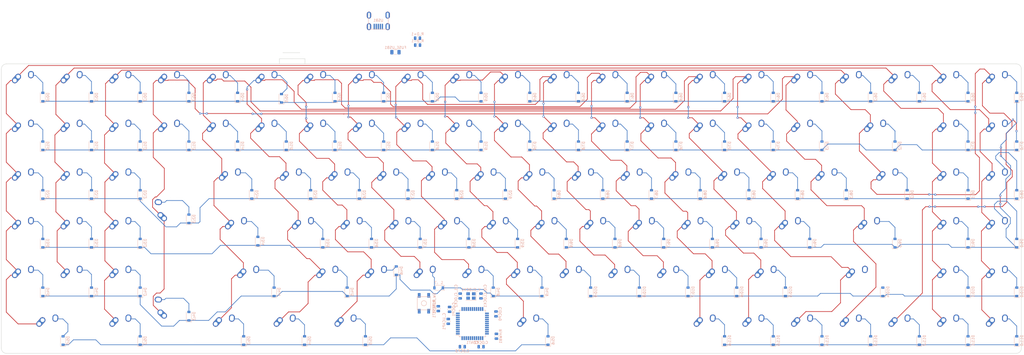
<source format=kicad_pcb>
(kicad_pcb (version 20171130) (host pcbnew "(5.1.6)-1")
  (layers (0 F.Cu signal) (31 B.Cu signal) (34 B.Paste user) (35 F.Paste user) (36 B.SilkS user hide) (37 F.SilkS user) (38 B.Mask user) (39 F.Mask user) (44 Edge.Cuts user))
  (net 0 "")
  (net 1 GND)
  (net 2 "Net-(C:0_CLOCK1-Pad1)")
  (net 3 "Net-(C:1_CLOCK2-Pad1)")
  (net 4 +5V)
  (net 5 "Net-(CONT1-Pad6)")
  (net 6 "Net-(CONT1-Pad42)")
  (net 7 "Net-(CONT1-Pad41)")
  (net 8 "Net-(CONT1-Pad40)")
  (net 9 "Net-(CONT1-Pad39)")
  (net 10 "Net-(CONT1-Pad38)")
  (net 11 "Net-(CONT1-Pad37)")
  (net 12 "Net-(CONT1-Pad36)")
  (net 13 "Net-(CONT1-Pad33)")
  (net 14 "Net-(CONT1-Pad32)")
  (net 15 "Net-(CONT1-Pad31)")
  (net 16 "Net-(CONT1-Pad30)")
  (net 17 "Net-(CONT1-Pad29)")
  (net 18 "Net-(CONT1-Pad28)")
  (net 19 "Net-(CONT1-Pad27)")
  (net 20 "Net-(CONT1-Pad26)")
  (net 21 "Net-(CONT1-Pad25)")
  (net 22 "Net-(CONT1-Pad22)")
  (net 23 "Net-(CONT1-Pad21)")
  (net 24 "Net-(CONT1-Pad20)")
  (net 25 "Net-(CONT1-Pad19)")
  (net 26 "Net-(CONT1-Pad18)")
  (net 27 "Net-(CONT1-Pad13)")
  (net 28 "Net-(CONT1-Pad12)")
  (net 29 "Net-(CONT1-Pad11)")
  (net 30 "Net-(CONT1-Pad10)")
  (net 31 "Net-(CONT1-Pad9)")
  (net 32 "Net-(CONT1-Pad8)")
  (net 33 "Net-(CONT1-Pad4)")
  (net 34 "Net-(CONT1-Pad3)")
  (net 35 "Net-(CONT1-Pad1)")
  (net 36 "Net-(D0:0-Pad2)")
  (net 37 ROW0)
  (net 38 "Net-(D0:1-Pad2)")
  (net 39 "Net-(D0:2-Pad2)")
  (net 40 "Net-(D0:3-Pad2)")
  (net 41 "Net-(D0:4-Pad2)")
  (net 42 "Net-(D0:5-Pad2)")
  (net 43 "Net-(D0:6-Pad2)")
  (net 44 "Net-(D0:7-Pad2)")
  (net 45 "Net-(D0:8-Pad2)")
  (net 46 "Net-(D0:9-Pad2)")
  (net 47 "Net-(D10:0-Pad2)")
  (net 48 ROW10)
  (net 49 "Net-(D10:1-Pad2)")
  (net 50 "Net-(D10:4-Pad2)")
  (net 51 "Net-(D10:5-Pad2)")
  (net 52 "Net-(D10:6-Pad2)")
  (net 53 "Net-(D10:7-Pad2)")
  (net 54 "Net-(D10:8-Pad2)")
  (net 55 "Net-(D10:9-Pad2)")
  (net 56 "Net-(D11:0-Pad2)")
  (net 57 ROW11)
  (net 58 "Net-(D11:1-Pad2)")
  (net 59 "Net-(D11:2-Pad2)")
  (net 60 "Net-(D11:3-Pad2)")
  (net 61 "Net-(D11:4-Pad2)")
  (net 62 "Net-(D11:5-Pad2)")
  (net 63 "Net-(D11:6-Pad2)")
  (net 64 "Net-(D1:0-Pad2)")
  (net 65 ROW1)
  (net 66 "Net-(D1:1-Pad2)")
  (net 67 "Net-(D1:2-Pad2)")
  (net 68 "Net-(D1:3-Pad2)")
  (net 69 "Net-(D1:4-Pad2)")
  (net 70 "Net-(D1:5-Pad2)")
  (net 71 "Net-(D1:6-Pad2)")
  (net 72 "Net-(D1:7-Pad2)")
  (net 73 "Net-(D1:8-Pad2)")
  (net 74 "Net-(D1:9-Pad2)")
  (net 75 "Net-(D2:0-Pad2)")
  (net 76 ROW2)
  (net 77 "Net-(D2:1-Pad2)")
  (net 78 "Net-(D2:2-Pad2)")
  (net 79 "Net-(D2:3-Pad2)")
  (net 80 "Net-(D2:4-Pad2)")
  (net 81 "Net-(D2:5-Pad2)")
  (net 82 "Net-(D2:6-Pad2)")
  (net 83 "Net-(D2:7-Pad2)")
  (net 84 "Net-(D2:8-Pad2)")
  (net 85 "Net-(D2:9-Pad2)")
  (net 86 "Net-(D3:0-Pad2)")
  (net 87 ROW3)
  (net 88 "Net-(D3:1-Pad2)")
  (net 89 "Net-(D3:2-Pad2)")
  (net 90 "Net-(D3:4-Pad2)")
  (net 91 "Net-(D3:5-Pad2)")
  (net 92 "Net-(D3:6-Pad2)")
  (net 93 "Net-(D3:7-Pad2)")
  (net 94 "Net-(D3:8-Pad2)")
  (net 95 "Net-(D3:9-Pad2)")
  (net 96 "Net-(D4:0-Pad2)")
  (net 97 ROW4)
  (net 98 "Net-(D4:1-Pad2)")
  (net 99 "Net-(D4:2-Pad2)")
  (net 100 "Net-(D4:3-Pad2)")
  (net 101 "Net-(D4:4-Pad2)")
  (net 102 "Net-(D4:5-Pad2)")
  (net 103 "Net-(D4:6-Pad2)")
  (net 104 "Net-(D4:7-Pad2)")
  (net 105 "Net-(D4:8-Pad2)")
  (net 106 "Net-(D4:9-Pad2)")
  (net 107 "Net-(D5:0-Pad2)")
  (net 108 ROW5)
  (net 109 "Net-(D5:2-Pad2)")
  (net 110 "Net-(D5:3-Pad2)")
  (net 111 "Net-(D5:4-Pad2)")
  (net 112 "Net-(D5:5-Pad2)")
  (net 113 "Net-(D5:6-Pad2)")
  (net 114 "Net-(D6:0-Pad2)")
  (net 115 ROW6)
  (net 116 "Net-(D6:1-Pad2)")
  (net 117 "Net-(D6:2-Pad2)")
  (net 118 "Net-(D6:3-Pad2)")
  (net 119 "Net-(D6:4-Pad2)")
  (net 120 "Net-(D6:5-Pad2)")
  (net 121 "Net-(D6:6-Pad2)")
  (net 122 "Net-(D6:7-Pad2)")
  (net 123 "Net-(D6:8-Pad2)")
  (net 124 "Net-(D6:9-Pad2)")
  (net 125 "Net-(D7:0-Pad2)")
  (net 126 ROW7)
  (net 127 "Net-(D7:1-Pad2)")
  (net 128 "Net-(D7:2-Pad2)")
  (net 129 "Net-(D7:3-Pad2)")
  (net 130 "Net-(D7:4-Pad2)")
  (net 131 "Net-(D7:5-Pad2)")
  (net 132 "Net-(D7:6-Pad2)")
  (net 133 "Net-(D7:7-Pad2)")
  (net 134 "Net-(D7:8-Pad2)")
  (net 135 "Net-(D7:9-Pad2)")
  (net 136 "Net-(D8:0-Pad2)")
  (net 137 ROW8)
  (net 138 "Net-(D8:1-Pad2)")
  (net 139 "Net-(D8:2-Pad2)")
  (net 140 "Net-(D8:3-Pad2)")
  (net 141 "Net-(D8:4-Pad2)")
  (net 142 "Net-(D8:5-Pad2)")
  (net 143 "Net-(D8:6-Pad2)")
  (net 144 "Net-(D8:7-Pad2)")
  (net 145 "Net-(D8:8-Pad2)")
  (net 146 "Net-(D8:9-Pad2)")
  (net 147 "Net-(D9:0-Pad2)")
  (net 148 ROW9)
  (net 149 "Net-(D9:1-Pad2)")
  (net 150 "Net-(D9:2-Pad2)")
  (net 151 "Net-(D9:3-Pad2)")
  (net 152 "Net-(D9:4-Pad2)")
  (net 153 "Net-(D9:5-Pad2)")
  (net 154 "Net-(D9:6-Pad2)")
  (net 155 "Net-(D9:7-Pad2)")
  (net 156 "Net-(D9:8-Pad2)")
  (net 157 "Net-(D9:9-Pad2)")
  (net 158 VCC)
  (net 159 COL0)
  (net 160 COL1)
  (net 161 COL2)
  (net 162 COL3)
  (net 163 COL4)
  (net 164 COL5)
  (net 165 COL6)
  (net 166 COL7)
  (net 167 COL8)
  (net 168 COL9)
  (net 169 D+)
  (net 170 D-)
  (net 171 "Net-(USB1-Pad6)")
  (net 172 "Net-(USB1-Pad2)")
  (module MX_Alps_Hybrid:MX-1U-NoLED (layer F.Cu) (at 236.5375 9.525)
    (fp_text reference MX7:5_0)
    (fp_text value 0)
    (pad "" np_thru_hole circle (at 5.08 0 48.0996) (size 1.75 1.75) (drill 1.75) (layers *.Cu *.Mask))
    (pad "" np_thru_hole circle (at -5.08 0 48.0996) (size 1.75 1.75) (drill 1.75) (layers *.Cu *.Mask))
    (pad 1 thru_hole circle (at -2.5 -4) (size 2.25 2.25) (drill 1.47) (layers *.Cu B.Mask) (net 164 COL5))
    (pad "" np_thru_hole circle (at 0 0) (size 3.9878 3.9878) (drill 3.9878) (layers *.Cu *.Mask))
    (pad 1 thru_hole oval (at -3.81 -2.54 48.0996) (size 4.211556 2.25) (drill 1.47 (offset 0.980778 0)) (layers *.Cu B.Mask) (net 164 COL5))
    (pad 2 thru_hole circle (at 2.54 -5.08) (size 2.25 2.25) (drill 1.47) (layers *.Cu B.Mask) (net 131 "Net-(D7:5-Pad2)"))
    (pad 2 thru_hole oval (at 2.5 -4.5 86.0548) (size 2.831378 2.25) (drill 1.47 (offset 0.290689 0)) (layers *.Cu B.Mask) (net 131 "Net-(D7:5-Pad2)"))
  )
  (module MX_Alps_Hybrid:MX-2U-ReversedStabilizers-NoLED (layer F.Cu) (at -20.6375 85.725)
    (fp_text reference MX5:0_NU0)
    (fp_text value "NUM 0")
    (pad "" np_thru_hole circle (at 11.938 -8.255) (size 3.9878 3.9878) (drill 3.9878) (layers *.Cu *.Mask))
    (pad "" np_thru_hole circle (at -11.938 -8.255) (size 3.9878 3.9878) (drill 3.9878) (layers *.Cu *.Mask))
    (pad "" np_thru_hole circle (at 11.938 6.985) (size 3.048 3.048) (drill 3.048) (layers *.Cu *.Mask))
    (pad "" np_thru_hole circle (at -11.938 6.985) (size 3.048 3.048) (drill 3.048) (layers *.Cu *.Mask))
    (pad "" np_thru_hole circle (at 5.08 0 48.0996) (size 1.75 1.75) (drill 1.75) (layers *.Cu *.Mask))
    (pad "" np_thru_hole circle (at -5.08 0 48.0996) (size 1.75 1.75) (drill 1.75) (layers *.Cu *.Mask))
    (pad 1 thru_hole circle (at -2.5 -4) (size 2.25 2.25) (drill 1.47) (layers *.Cu B.Mask) (net 159 COL0))
    (pad "" np_thru_hole circle (at 0 0) (size 3.9878 3.9878) (drill 3.9878) (layers *.Cu *.Mask))
    (pad 1 thru_hole oval (at -3.81 -2.54 48.0996) (size 4.211556 2.25) (drill 1.47 (offset 0.980778 0)) (layers *.Cu B.Mask) (net 159 COL0))
    (pad 2 thru_hole circle (at 2.54 -5.08) (size 2.25 2.25) (drill 1.47) (layers *.Cu B.Mask) (net 107 "Net-(D5:0-Pad2)"))
    (pad 2 thru_hole oval (at 2.5 -4.5 86.0548) (size 2.831378 2.25) (drill 1.47 (offset 0.290689 0)) (layers *.Cu B.Mask) (net 107 "Net-(D5:0-Pad2)"))
  )
  (module MX_Alps_Hybrid:MX-6.25U-ReversedStabilizers-NoLED (layer F.Cu) (at 167.48125 85.725)
    (fp_text reference MX5:9_SPC1)
    (fp_text value SPACE)
    (pad "" np_thru_hole circle (at 49.9999 -8.255) (size 3.9878 3.9878) (drill 3.9878) (layers *.Cu *.Mask))
    (pad "" np_thru_hole circle (at -49.9999 -8.255) (size 3.9878 3.9878) (drill 3.9878) (layers *.Cu *.Mask))
    (pad "" np_thru_hole circle (at 49.9999 6.985) (size 3.048 3.048) (drill 3.048) (layers *.Cu *.Mask))
    (pad "" np_thru_hole circle (at -49.9999 6.985) (size 3.048 3.048) (drill 3.048) (layers *.Cu *.Mask))
    (pad "" np_thru_hole circle (at 5.08 0 48.0996) (size 1.75 1.75) (drill 1.75) (layers *.Cu *.Mask))
    (pad "" np_thru_hole circle (at -5.08 0 48.0996) (size 1.75 1.75) (drill 1.75) (layers *.Cu *.Mask))
    (pad 1 thru_hole circle (at -2.5 -4) (size 2.25 2.25) (drill 1.47) (layers *.Cu B.Mask) (net 168 COL9))
    (pad "" np_thru_hole circle (at 0 0) (size 3.9878 3.9878) (drill 3.9878) (layers *.Cu *.Mask))
    (pad 1 thru_hole oval (at -3.81 -2.54 48.0996) (size 4.211556 2.25) (drill 1.47 (offset 0.980778 0)) (layers *.Cu B.Mask) (net 168 COL9))
    (pad 2 thru_hole circle (at 2.54 -5.08) (size 2.25 2.25) (drill 1.47) (layers *.Cu B.Mask) (net 113 "Net-(D5:6-Pad2)"))
    (pad 2 thru_hole oval (at 2.5 -4.5 86.0548) (size 2.831378 2.25) (drill 1.47 (offset 0.290689 0)) (layers *.Cu B.Mask) (net 113 "Net-(D5:6-Pad2)"))
  )
  (module MX_Alps_Hybrid:MX-2.25U-NoLED (layer F.Cu) (at 300.83125 47.625)
    (fp_text reference MX9:3_ENT1)
    (fp_text value ENTER)
    (pad "" np_thru_hole circle (at 11.938 8.255) (size 3.9878 3.9878) (drill 3.9878) (layers *.Cu *.Mask))
    (pad "" np_thru_hole circle (at -11.938 8.255) (size 3.9878 3.9878) (drill 3.9878) (layers *.Cu *.Mask))
    (pad "" np_thru_hole circle (at 11.938 -6.985) (size 3.048 3.048) (drill 3.048) (layers *.Cu *.Mask))
    (pad "" np_thru_hole circle (at -11.938 -6.985) (size 3.048 3.048) (drill 3.048) (layers *.Cu *.Mask))
    (pad "" np_thru_hole circle (at 5.08 0 48.0996) (size 1.75 1.75) (drill 1.75) (layers *.Cu *.Mask))
    (pad "" np_thru_hole circle (at -5.08 0 48.0996) (size 1.75 1.75) (drill 1.75) (layers *.Cu *.Mask))
    (pad 1 thru_hole circle (at -2.5 -4) (size 2.25 2.25) (drill 1.47) (layers *.Cu B.Mask) (net 162 COL3))
    (pad "" np_thru_hole circle (at 0 0) (size 3.9878 3.9878) (drill 3.9878) (layers *.Cu *.Mask))
    (pad 1 thru_hole oval (at -3.81 -2.54 48.0996) (size 4.211556 2.25) (drill 1.47 (offset 0.980778 0)) (layers *.Cu B.Mask) (net 162 COL3))
    (pad 2 thru_hole circle (at 2.54 -5.08) (size 2.25 2.25) (drill 1.47) (layers *.Cu B.Mask) (net 151 "Net-(D9:3-Pad2)"))
    (pad 2 thru_hole oval (at 2.5 -4.5 86.0548) (size 2.831378 2.25) (drill 1.47 (offset 0.290689 0)) (layers *.Cu B.Mask) (net 151 "Net-(D9:3-Pad2)"))
  )
  (module MX_Alps_Hybrid:MX-1.5U-NoLED (layer F.Cu) (at 307.975 28.575)
    (fp_text reference MX8:2_\1)
    (fp_text value "\\ |")
    (pad "" np_thru_hole circle (at 5.08 0 48.0996) (size 1.75 1.75) (drill 1.75) (layers *.Cu *.Mask))
    (pad "" np_thru_hole circle (at -5.08 0 48.0996) (size 1.75 1.75) (drill 1.75) (layers *.Cu *.Mask))
    (pad 1 thru_hole circle (at -2.5 -4) (size 2.25 2.25) (drill 1.47) (layers *.Cu B.Mask) (net 161 COL2))
    (pad "" np_thru_hole circle (at 0 0) (size 3.9878 3.9878) (drill 3.9878) (layers *.Cu *.Mask))
    (pad 1 thru_hole oval (at -3.81 -2.54 48.0996) (size 4.211556 2.25) (drill 1.47 (offset 0.980778 0)) (layers *.Cu B.Mask) (net 161 COL2))
    (pad 2 thru_hole circle (at 2.54 -5.08) (size 2.25 2.25) (drill 1.47) (layers *.Cu B.Mask) (net 139 "Net-(D8:2-Pad2)"))
    (pad 2 thru_hole oval (at 2.5 -4.5 86.0548) (size 2.831378 2.25) (drill 1.47 (offset 0.290689 0)) (layers *.Cu B.Mask) (net 139 "Net-(D8:2-Pad2)"))
  )
  (module MX_Alps_Hybrid:MX-2U-NoLED (layer F.Cu) (at 303.2125 9.525)
    (fp_text reference MX7:2_BSP1)
    (fp_text value BACKSPACE)
    (pad "" np_thru_hole circle (at 11.938 8.255) (size 3.9878 3.9878) (drill 3.9878) (layers *.Cu *.Mask))
    (pad "" np_thru_hole circle (at -11.938 8.255) (size 3.9878 3.9878) (drill 3.9878) (layers *.Cu *.Mask))
    (pad "" np_thru_hole circle (at 11.938 -6.985) (size 3.048 3.048) (drill 3.048) (layers *.Cu *.Mask))
    (pad "" np_thru_hole circle (at -11.938 -6.985) (size 3.048 3.048) (drill 3.048) (layers *.Cu *.Mask))
    (pad "" np_thru_hole circle (at 5.08 0 48.0996) (size 1.75 1.75) (drill 1.75) (layers *.Cu *.Mask))
    (pad "" np_thru_hole circle (at -5.08 0 48.0996) (size 1.75 1.75) (drill 1.75) (layers *.Cu *.Mask))
    (pad 1 thru_hole circle (at -2.5 -4) (size 2.25 2.25) (drill 1.47) (layers *.Cu B.Mask) (net 161 COL2))
    (pad "" np_thru_hole circle (at 0 0) (size 3.9878 3.9878) (drill 3.9878) (layers *.Cu *.Mask))
    (pad 1 thru_hole oval (at -3.81 -2.54 48.0996) (size 4.211556 2.25) (drill 1.47 (offset 0.980778 0)) (layers *.Cu B.Mask) (net 161 COL2))
    (pad 2 thru_hole circle (at 2.54 -5.08) (size 2.25 2.25) (drill 1.47) (layers *.Cu B.Mask) (net 128 "Net-(D7:2-Pad2)"))
    (pad 2 thru_hole oval (at 2.5 -4.5 86.0548) (size 2.831378 2.25) (drill 1.47 (offset 0.290689 0)) (layers *.Cu B.Mask) (net 128 "Net-(D7:2-Pad2)"))
  )
  (module MX_Alps_Hybrid:MX-1.25U-NoLED (layer F.Cu) (at 96.04375 85.725)
    (fp_text reference MX5:5_LAL1)
    (fp_text value "LEFT ALT")
    (pad "" np_thru_hole circle (at 5.08 0 48.0996) (size 1.75 1.75) (drill 1.75) (layers *.Cu *.Mask))
    (pad "" np_thru_hole circle (at -5.08 0 48.0996) (size 1.75 1.75) (drill 1.75) (layers *.Cu *.Mask))
    (pad 1 thru_hole circle (at -2.5 -4) (size 2.25 2.25) (drill 1.47) (layers *.Cu B.Mask) (net 165 COL6))
    (pad "" np_thru_hole circle (at 0 0) (size 3.9878 3.9878) (drill 3.9878) (layers *.Cu *.Mask))
    (pad 1 thru_hole oval (at -3.81 -2.54 48.0996) (size 4.211556 2.25) (drill 1.47 (offset 0.980778 0)) (layers *.Cu B.Mask) (net 165 COL6))
    (pad 2 thru_hole circle (at 2.54 -5.08) (size 2.25 2.25) (drill 1.47) (layers *.Cu B.Mask) (net 112 "Net-(D5:5-Pad2)"))
    (pad 2 thru_hole oval (at 2.5 -4.5 86.0548) (size 2.831378 2.25) (drill 1.47 (offset 0.290689 0)) (layers *.Cu B.Mask) (net 112 "Net-(D5:5-Pad2)"))
  )
  (module MX_Alps_Hybrid:MX-1.25U-NoLED (layer F.Cu) (at 72.23125 85.725)
    (fp_text reference MX5:4_OS1)
    (fp_text value "LEFT WIN")
    (pad "" np_thru_hole circle (at 5.08 0 48.0996) (size 1.75 1.75) (drill 1.75) (layers *.Cu *.Mask))
    (pad "" np_thru_hole circle (at -5.08 0 48.0996) (size 1.75 1.75) (drill 1.75) (layers *.Cu *.Mask))
    (pad 1 thru_hole circle (at -2.5 -4) (size 2.25 2.25) (drill 1.47) (layers *.Cu B.Mask) (net 164 COL5))
    (pad "" np_thru_hole circle (at 0 0) (size 3.9878 3.9878) (drill 3.9878) (layers *.Cu *.Mask))
    (pad 1 thru_hole oval (at -3.81 -2.54 48.0996) (size 4.211556 2.25) (drill 1.47 (offset 0.980778 0)) (layers *.Cu B.Mask) (net 164 COL5))
    (pad 2 thru_hole circle (at 2.54 -5.08) (size 2.25 2.25) (drill 1.47) (layers *.Cu B.Mask) (net 111 "Net-(D5:4-Pad2)"))
    (pad 2 thru_hole oval (at 2.5 -4.5 86.0548) (size 2.831378 2.25) (drill 1.47 (offset 0.290689 0)) (layers *.Cu B.Mask) (net 111 "Net-(D5:4-Pad2)"))
  )
  (module MX_Alps_Hybrid:MX-1.25U-NoLED (layer F.Cu) (at 48.41875 85.725)
    (fp_text reference MX5:3_LCT1)
    (fp_text value "LEFT CONTROL")
    (pad "" np_thru_hole circle (at 5.08 0 48.0996) (size 1.75 1.75) (drill 1.75) (layers *.Cu *.Mask))
    (pad "" np_thru_hole circle (at -5.08 0 48.0996) (size 1.75 1.75) (drill 1.75) (layers *.Cu *.Mask))
    (pad 1 thru_hole circle (at -2.5 -4) (size 2.25 2.25) (drill 1.47) (layers *.Cu B.Mask) (net 163 COL4))
    (pad "" np_thru_hole circle (at 0 0) (size 3.9878 3.9878) (drill 3.9878) (layers *.Cu *.Mask))
    (pad 1 thru_hole oval (at -3.81 -2.54 48.0996) (size 4.211556 2.25) (drill 1.47 (offset 0.980778 0)) (layers *.Cu B.Mask) (net 163 COL4))
    (pad 2 thru_hole circle (at 2.54 -5.08) (size 2.25 2.25) (drill 1.47) (layers *.Cu B.Mask) (net 110 "Net-(D5:3-Pad2)"))
    (pad 2 thru_hole oval (at 2.5 -4.5 86.0548) (size 2.831378 2.25) (drill 1.47 (offset 0.290689 0)) (layers *.Cu B.Mask) (net 110 "Net-(D5:3-Pad2)"))
  )
  (module MX_Alps_Hybrid:MX-2.25U-NoLED (layer F.Cu) (at 57.94375 66.675)
    (fp_text reference MX4:4_LSH1)
    (fp_text value "LEFT SHIFT")
    (pad "" np_thru_hole circle (at 11.938 8.255) (size 3.9878 3.9878) (drill 3.9878) (layers *.Cu *.Mask))
    (pad "" np_thru_hole circle (at -11.938 8.255) (size 3.9878 3.9878) (drill 3.9878) (layers *.Cu *.Mask))
    (pad "" np_thru_hole circle (at 11.938 -6.985) (size 3.048 3.048) (drill 3.048) (layers *.Cu *.Mask))
    (pad "" np_thru_hole circle (at -11.938 -6.985) (size 3.048 3.048) (drill 3.048) (layers *.Cu *.Mask))
    (pad "" np_thru_hole circle (at 5.08 0 48.0996) (size 1.75 1.75) (drill 1.75) (layers *.Cu *.Mask))
    (pad "" np_thru_hole circle (at -5.08 0 48.0996) (size 1.75 1.75) (drill 1.75) (layers *.Cu *.Mask))
    (pad 1 thru_hole circle (at -2.5 -4) (size 2.25 2.25) (drill 1.47) (layers *.Cu B.Mask) (net 163 COL4))
    (pad "" np_thru_hole circle (at 0 0) (size 3.9878 3.9878) (drill 3.9878) (layers *.Cu *.Mask))
    (pad 1 thru_hole oval (at -3.81 -2.54 48.0996) (size 4.211556 2.25) (drill 1.47 (offset 0.980778 0)) (layers *.Cu B.Mask) (net 163 COL4))
    (pad 2 thru_hole circle (at 2.54 -5.08) (size 2.25 2.25) (drill 1.47) (layers *.Cu B.Mask) (net 101 "Net-(D4:4-Pad2)"))
    (pad 2 thru_hole oval (at 2.5 -4.5 86.0548) (size 2.831378 2.25) (drill 1.47 (offset 0.290689 0)) (layers *.Cu B.Mask) (net 101 "Net-(D4:4-Pad2)"))
  )
  (module MX_Alps_Hybrid:MX-2U-NoLED (layer F.Cu) (at 26.9875 76.2 90)
    (fp_text reference MX4:3_NEN1)
    (fp_text value "NUM ENTER")
    (pad "" np_thru_hole circle (at 11.938 8.255 90) (size 3.9878 3.9878) (drill 3.9878) (layers *.Cu *.Mask))
    (pad "" np_thru_hole circle (at -11.938 8.255 90) (size 3.9878 3.9878) (drill 3.9878) (layers *.Cu *.Mask))
    (pad "" np_thru_hole circle (at 11.938 -6.985 90) (size 3.048 3.048) (drill 3.048) (layers *.Cu *.Mask))
    (pad "" np_thru_hole circle (at -11.938 -6.985 90) (size 3.048 3.048) (drill 3.048) (layers *.Cu *.Mask))
    (pad "" np_thru_hole circle (at 5.08 0 138.0996) (size 1.75 1.75) (drill 1.75) (layers *.Cu *.Mask))
    (pad "" np_thru_hole circle (at -5.08 0 138.0996) (size 1.75 1.75) (drill 1.75) (layers *.Cu *.Mask))
    (pad 1 thru_hole circle (at -2.5 -4 90) (size 2.25 2.25) (drill 1.47) (layers *.Cu B.Mask) (net 162 COL3))
    (pad "" np_thru_hole circle (at 0 0 90) (size 3.9878 3.9878) (drill 3.9878) (layers *.Cu *.Mask))
    (pad 1 thru_hole oval (at -3.81 -2.54 138.0996) (size 4.211556 2.25) (drill 1.47 (offset 0.980778 0)) (layers *.Cu B.Mask) (net 162 COL3))
    (pad 2 thru_hole circle (at 2.54 -5.08 90) (size 2.25 2.25) (drill 1.47) (layers *.Cu B.Mask) (net 100 "Net-(D4:3-Pad2)"))
    (pad 2 thru_hole oval (at 2.5 -4.5 176.0548) (size 2.831378 2.25) (drill 1.47 (offset 0.290689 0)) (layers *.Cu B.Mask) (net 100 "Net-(D4:3-Pad2)"))
  )
  (module MX_Alps_Hybrid:MX-1.75U-NoLED (layer F.Cu) (at 53.18125 47.625)
    (fp_text reference MX3:4_CAP1)
    (fp_text value CAPS)
    (pad "" np_thru_hole circle (at 5.08 0 48.0996) (size 1.75 1.75) (drill 1.75) (layers *.Cu *.Mask))
    (pad "" np_thru_hole circle (at -5.08 0 48.0996) (size 1.75 1.75) (drill 1.75) (layers *.Cu *.Mask))
    (pad 1 thru_hole circle (at -2.5 -4) (size 2.25 2.25) (drill 1.47) (layers *.Cu B.Mask) (net 163 COL4))
    (pad "" np_thru_hole circle (at 0 0) (size 3.9878 3.9878) (drill 3.9878) (layers *.Cu *.Mask))
    (pad 1 thru_hole oval (at -3.81 -2.54 48.0996) (size 4.211556 2.25) (drill 1.47 (offset 0.980778 0)) (layers *.Cu B.Mask) (net 163 COL4))
    (pad 2 thru_hole circle (at 2.54 -5.08) (size 2.25 2.25) (drill 1.47) (layers *.Cu B.Mask) (net 90 "Net-(D3:4-Pad2)"))
    (pad 2 thru_hole oval (at 2.5 -4.5 86.0548) (size 2.831378 2.25) (drill 1.47 (offset 0.290689 0)) (layers *.Cu B.Mask) (net 90 "Net-(D3:4-Pad2)"))
  )
  (module MX_Alps_Hybrid:MX-1.5U-NoLED (layer F.Cu) (at 50.8 28.575)
    (fp_text reference MX2:4_TAB1)
    (fp_text value TAB)
    (pad "" np_thru_hole circle (at 5.08 0 48.0996) (size 1.75 1.75) (drill 1.75) (layers *.Cu *.Mask))
    (pad "" np_thru_hole circle (at -5.08 0 48.0996) (size 1.75 1.75) (drill 1.75) (layers *.Cu *.Mask))
    (pad 1 thru_hole circle (at -2.5 -4) (size 2.25 2.25) (drill 1.47) (layers *.Cu B.Mask) (net 163 COL4))
    (pad "" np_thru_hole circle (at 0 0) (size 3.9878 3.9878) (drill 3.9878) (layers *.Cu *.Mask))
    (pad 1 thru_hole oval (at -3.81 -2.54 48.0996) (size 4.211556 2.25) (drill 1.47 (offset 0.980778 0)) (layers *.Cu B.Mask) (net 163 COL4))
    (pad 2 thru_hole circle (at 2.54 -5.08) (size 2.25 2.25) (drill 1.47) (layers *.Cu B.Mask) (net 80 "Net-(D2:4-Pad2)"))
    (pad 2 thru_hole oval (at 2.5 -4.5 86.0548) (size 2.831378 2.25) (drill 1.47 (offset 0.290689 0)) (layers *.Cu B.Mask) (net 80 "Net-(D2:4-Pad2)"))
  )
  (module MX_Alps_Hybrid:MX-2U-NoLED (layer F.Cu) (at 26.9875 38.1 90)
    (fp_text reference MX2:3_NU+1)
    (fp_text value "NUM +")
    (pad "" np_thru_hole circle (at 11.938 8.255 90) (size 3.9878 3.9878) (drill 3.9878) (layers *.Cu *.Mask))
    (pad "" np_thru_hole circle (at -11.938 8.255 90) (size 3.9878 3.9878) (drill 3.9878) (layers *.Cu *.Mask))
    (pad "" np_thru_hole circle (at 11.938 -6.985 90) (size 3.048 3.048) (drill 3.048) (layers *.Cu *.Mask))
    (pad "" np_thru_hole circle (at -11.938 -6.985 90) (size 3.048 3.048) (drill 3.048) (layers *.Cu *.Mask))
    (pad "" np_thru_hole circle (at 5.08 0 138.0996) (size 1.75 1.75) (drill 1.75) (layers *.Cu *.Mask))
    (pad "" np_thru_hole circle (at -5.08 0 138.0996) (size 1.75 1.75) (drill 1.75) (layers *.Cu *.Mask))
    (pad 1 thru_hole circle (at -2.5 -4 90) (size 2.25 2.25) (drill 1.47) (layers *.Cu B.Mask) (net 162 COL3))
    (pad "" np_thru_hole circle (at 0 0 90) (size 3.9878 3.9878) (drill 3.9878) (layers *.Cu *.Mask))
    (pad 1 thru_hole oval (at -3.81 -2.54 138.0996) (size 4.211556 2.25) (drill 1.47 (offset 0.980778 0)) (layers *.Cu B.Mask) (net 162 COL3))
    (pad 2 thru_hole circle (at 2.54 -5.08 90) (size 2.25 2.25) (drill 1.47) (layers *.Cu B.Mask) (net 79 "Net-(D2:3-Pad2)"))
    (pad 2 thru_hole oval (at 2.5 -4.5 176.0548) (size 2.831378 2.25) (drill 1.47 (offset 0.290689 0)) (layers *.Cu B.Mask) (net 79 "Net-(D2:3-Pad2)"))
  )
  (module MX_Alps_Hybrid:MX-2.75U-NoLED (layer F.Cu) (at 296.06875 66.675)
    (fp_text reference MX10:4_RSH1)
    (fp_text value "RIGHT SHIFT")
    (pad "" np_thru_hole circle (at 11.938 8.255) (size 3.9878 3.9878) (drill 3.9878) (layers *.Cu *.Mask))
    (pad "" np_thru_hole circle (at -11.938 8.255) (size 3.9878 3.9878) (drill 3.9878) (layers *.Cu *.Mask))
    (pad "" np_thru_hole circle (at 11.938 -6.985) (size 3.048 3.048) (drill 3.048) (layers *.Cu *.Mask))
    (pad "" np_thru_hole circle (at -11.938 -6.985) (size 3.048 3.048) (drill 3.048) (layers *.Cu *.Mask))
    (pad "" np_thru_hole circle (at 5.08 0 48.0996) (size 1.75 1.75) (drill 1.75) (layers *.Cu *.Mask))
    (pad "" np_thru_hole circle (at -5.08 0 48.0996) (size 1.75 1.75) (drill 1.75) (layers *.Cu *.Mask))
    (pad 1 thru_hole circle (at -2.5 -4) (size 2.25 2.25) (drill 1.47) (layers *.Cu B.Mask) (net 163 COL4))
    (pad "" np_thru_hole circle (at 0 0) (size 3.9878 3.9878) (drill 3.9878) (layers *.Cu *.Mask))
    (pad 1 thru_hole oval (at -3.81 -2.54 48.0996) (size 4.211556 2.25) (drill 1.47 (offset 0.980778 0)) (layers *.Cu B.Mask) (net 163 COL4))
    (pad 2 thru_hole circle (at 2.54 -5.08) (size 2.25 2.25) (drill 1.47) (layers *.Cu B.Mask) (net 50 "Net-(D10:4-Pad2)"))
    (pad 2 thru_hole oval (at 2.5 -4.5 86.0548) (size 2.831378 2.25) (drill 1.47 (offset 0.290689 0)) (layers *.Cu B.Mask) (net 50 "Net-(D10:4-Pad2)"))
  )
  (module Crystal:Crystal_SMD_3225-4Pin_3.2x2.5mm (layer B.Cu) (at 144.4625 72.263 180)
    (fp_text reference Y_CLOCK1 (at 0 2.45) (layer B.SilkS) (effects (justify mirror)))
    (fp_text value 16MHz)
    (pad 4 smd rect (at -1.1 0.85 180) (size 1.4 1.2) (layers B.Cu B.Paste B.Mask) (net 1 GND))
    (pad 3 smd rect (at 1.1 0.85 180) (size 1.4 1.2) (layers B.Cu B.Paste B.Mask) (net 3 "Net-(C:1_CLOCK2-Pad1)"))
    (pad 2 smd rect (at 1.1 -0.85 180) (size 1.4 1.2) (layers B.Cu B.Paste B.Mask) (net 1 GND))
    (pad 1 smd rect (at -1.1 -0.85 180) (size 1.4 1.2) (layers B.Cu B.Paste B.Mask) (net 2 "Net-(C:0_CLOCK1-Pad1)"))
  )
  (module random-keyboard-parts:Molex-0548190589 (layer B.Cu) (at 108.23575 -37.592 270)
    (fp_text reference USB1 (at 2.032 0) (layer B.SilkS) (effects (justify mirror)))
    (fp_text value Molex-0548190589)
    (pad 6 thru_hole oval (at 0 3.65 270) (size 2.7 1.7) (drill oval 1.9 0.7) (layers *.Cu *.Mask) (net 171 "Net-(USB1-Pad6)"))
    (pad 6 thru_hole oval (at 0 -3.65 270) (size 2.7 1.7) (drill oval 1.9 0.7) (layers *.Cu *.Mask) (net 171 "Net-(USB1-Pad6)"))
    (pad 6 thru_hole oval (at 4.5 -3.65 270) (size 2.7 1.7) (drill oval 1.9 0.7) (layers *.Cu *.Mask) (net 171 "Net-(USB1-Pad6)"))
    (pad 6 thru_hole oval (at 4.5 3.65 270) (size 2.7 1.7) (drill oval 1.9 0.7) (layers *.Cu *.Mask) (net 171 "Net-(USB1-Pad6)"))
    (pad 5 smd rect (at 4.5 1.6 270) (size 2.25 0.5) (layers B.Cu B.Paste B.Mask) (net 158 VCC))
    (pad 4 smd rect (at 4.5 0.8 270) (size 2.25 0.5) (layers B.Cu B.Paste B.Mask) (net 170 D-))
    (pad 3 smd rect (at 4.5 0 270) (size 2.25 0.5) (layers B.Cu B.Paste B.Mask) (net 169 D+))
    (pad 2 smd rect (at 4.5 -0.8 270) (size 2.25 0.5) (layers B.Cu B.Paste B.Mask) (net 172 "Net-(USB1-Pad2)"))
    (pad 1 smd rect (at 4.5 -1.6 270) (size 2.25 0.5) (layers B.Cu B.Paste B.Mask) (net 1 GND))
  )
  (module random-keyboard-parts:SKQG-1155865 (layer B.Cu) (at 126.07925 75.1205 270)
    (fp_text reference SW_RESET1 (at 0 -4.064 90) (layer B.SilkS) (effects (justify mirror)))
    (fp_text value SW_Push)
    (pad 4 smd rect (at -3.1 -1.85 270) (size 1.8 1.1) (layers B.Cu B.Paste B.Mask))
    (pad 3 smd rect (at 3.1 1.85 270) (size 1.8 1.1) (layers B.Cu B.Paste B.Mask))
    (pad 2 smd rect (at -3.1 1.85 270) (size 1.8 1.1) (layers B.Cu B.Paste B.Mask) (net 27 "Net-(CONT1-Pad13)"))
    (pad 1 smd rect (at 3.1 -1.85 270) (size 1.8 1.1) (layers B.Cu B.Paste B.Mask) (net 1 GND))
  )
  (module Resistor_SMD:R_0805_2012Metric (layer B.Cu) (at 131.699 77.216 270)
    (fp_text reference R_RESET1 (at 0 1.65 90) (layer B.SilkS) (effects (justify mirror)))
    (fp_text value 10k)
    (pad 2 smd roundrect (at 0.9375 0 270) (size 0.975 1.4) (layers B.Cu B.Paste B.Mask) (net 27 "Net-(CONT1-Pad13)"))
    (pad 1 smd roundrect (at -0.9375 0 270) (size 0.975 1.4) (layers B.Cu B.Paste B.Mask) (net 4 +5V))
  )
  (module Resistor_SMD:R_0805_2012Metric (layer B.Cu) (at 123.60275 -25.87625 180)
    (fp_text reference R_D-1 (at 0 1.65) (layer B.SilkS) (effects (justify mirror)))
    (fp_text value 22)
    (pad 2 smd roundrect (at 0.9375 0 180) (size 0.975 1.4) (layers B.Cu B.Paste B.Mask) (net 170 D-))
    (pad 1 smd roundrect (at -0.9375 0 180) (size 0.975 1.4) (layers B.Cu B.Paste B.Mask) (net 34 "Net-(CONT1-Pad3)"))
  )
  (module Resistor_SMD:R_0805_2012Metric (layer B.Cu) (at 123.571 -28.575 180)
    (fp_text reference R_D+1 (at 0 1.65) (layer B.SilkS) (effects (justify mirror)))
    (fp_text value 22)
    (pad 2 smd roundrect (at 0.9375 0 180) (size 0.975 1.4) (layers B.Cu B.Paste B.Mask) (net 169 D+))
    (pad 1 smd roundrect (at -0.9375 0 180) (size 0.975 1.4) (layers B.Cu B.Paste B.Mask) (net 33 "Net-(CONT1-Pad4)"))
  )
  (module Resistor_SMD:R_0805_2012Metric (layer B.Cu) (at 154.432 88.011 90)
    (fp_text reference R:HWB1 (at 0 1.65 90) (layer B.SilkS) (effects (justify mirror)))
    (fp_text value 10k)
    (pad 2 smd roundrect (at 0.9375 0 90) (size 0.975 1.4) (layers B.Cu B.Paste B.Mask) (net 13 "Net-(CONT1-Pad33)"))
    (pad 1 smd roundrect (at -0.9375 0 90) (size 0.975 1.4) (layers B.Cu B.Paste B.Mask) (net 1 GND))
  )
  (module MX_Alps_Hybrid:MX-1U-NoLED (layer F.Cu) (at 174.625 47.625)
    (fp_text reference MX9:9_H1)
    (fp_text value H)
    (pad "" np_thru_hole circle (at 5.08 0 48.0996) (size 1.75 1.75) (drill 1.75) (layers *.Cu *.Mask))
    (pad "" np_thru_hole circle (at -5.08 0 48.0996) (size 1.75 1.75) (drill 1.75) (layers *.Cu *.Mask))
    (pad 1 thru_hole circle (at -2.5 -4) (size 2.25 2.25) (drill 1.47) (layers *.Cu B.Mask) (net 168 COL9))
    (pad "" np_thru_hole circle (at 0 0) (size 3.9878 3.9878) (drill 3.9878) (layers *.Cu *.Mask))
    (pad 1 thru_hole oval (at -3.81 -2.54 48.0996) (size 4.211556 2.25) (drill 1.47 (offset 0.980778 0)) (layers *.Cu B.Mask) (net 168 COL9))
    (pad 2 thru_hole circle (at 2.54 -5.08) (size 2.25 2.25) (drill 1.47) (layers *.Cu B.Mask) (net 157 "Net-(D9:9-Pad2)"))
    (pad 2 thru_hole oval (at 2.5 -4.5 86.0548) (size 2.831378 2.25) (drill 1.47 (offset 0.290689 0)) (layers *.Cu B.Mask) (net 157 "Net-(D9:9-Pad2)"))
  )
  (module MX_Alps_Hybrid:MX-1U-NoLED (layer F.Cu) (at 193.675 47.625)
    (fp_text reference MX9:8_J1)
    (fp_text value J)
    (pad "" np_thru_hole circle (at 5.08 0 48.0996) (size 1.75 1.75) (drill 1.75) (layers *.Cu *.Mask))
    (pad "" np_thru_hole circle (at -5.08 0 48.0996) (size 1.75 1.75) (drill 1.75) (layers *.Cu *.Mask))
    (pad 1 thru_hole circle (at -2.5 -4) (size 2.25 2.25) (drill 1.47) (layers *.Cu B.Mask) (net 167 COL8))
    (pad "" np_thru_hole circle (at 0 0) (size 3.9878 3.9878) (drill 3.9878) (layers *.Cu *.Mask))
    (pad 1 thru_hole oval (at -3.81 -2.54 48.0996) (size 4.211556 2.25) (drill 1.47 (offset 0.980778 0)) (layers *.Cu B.Mask) (net 167 COL8))
    (pad 2 thru_hole circle (at 2.54 -5.08) (size 2.25 2.25) (drill 1.47) (layers *.Cu B.Mask) (net 156 "Net-(D9:8-Pad2)"))
    (pad 2 thru_hole oval (at 2.5 -4.5 86.0548) (size 2.831378 2.25) (drill 1.47 (offset 0.290689 0)) (layers *.Cu B.Mask) (net 156 "Net-(D9:8-Pad2)"))
  )
  (module MX_Alps_Hybrid:MX-1U-NoLED (layer F.Cu) (at 212.725 47.625)
    (fp_text reference MX9:7_K1)
    (fp_text value K)
    (pad "" np_thru_hole circle (at 5.08 0 48.0996) (size 1.75 1.75) (drill 1.75) (layers *.Cu *.Mask))
    (pad "" np_thru_hole circle (at -5.08 0 48.0996) (size 1.75 1.75) (drill 1.75) (layers *.Cu *.Mask))
    (pad 1 thru_hole circle (at -2.5 -4) (size 2.25 2.25) (drill 1.47) (layers *.Cu B.Mask) (net 166 COL7))
    (pad "" np_thru_hole circle (at 0 0) (size 3.9878 3.9878) (drill 3.9878) (layers *.Cu *.Mask))
    (pad 1 thru_hole oval (at -3.81 -2.54 48.0996) (size 4.211556 2.25) (drill 1.47 (offset 0.980778 0)) (layers *.Cu B.Mask) (net 166 COL7))
    (pad 2 thru_hole circle (at 2.54 -5.08) (size 2.25 2.25) (drill 1.47) (layers *.Cu B.Mask) (net 155 "Net-(D9:7-Pad2)"))
    (pad 2 thru_hole oval (at 2.5 -4.5 86.0548) (size 2.831378 2.25) (drill 1.47 (offset 0.290689 0)) (layers *.Cu B.Mask) (net 155 "Net-(D9:7-Pad2)"))
  )
  (module MX_Alps_Hybrid:MX-1U-NoLED (layer F.Cu) (at 231.775 47.625)
    (fp_text reference MX9:6_L1)
    (fp_text value L)
    (pad "" np_thru_hole circle (at 5.08 0 48.0996) (size 1.75 1.75) (drill 1.75) (layers *.Cu *.Mask))
    (pad "" np_thru_hole circle (at -5.08 0 48.0996) (size 1.75 1.75) (drill 1.75) (layers *.Cu *.Mask))
    (pad 1 thru_hole circle (at -2.5 -4) (size 2.25 2.25) (drill 1.47) (layers *.Cu B.Mask) (net 165 COL6))
    (pad "" np_thru_hole circle (at 0 0) (size 3.9878 3.9878) (drill 3.9878) (layers *.Cu *.Mask))
    (pad 1 thru_hole oval (at -3.81 -2.54 48.0996) (size 4.211556 2.25) (drill 1.47 (offset 0.980778 0)) (layers *.Cu B.Mask) (net 165 COL6))
    (pad 2 thru_hole circle (at 2.54 -5.08) (size 2.25 2.25) (drill 1.47) (layers *.Cu B.Mask) (net 154 "Net-(D9:6-Pad2)"))
    (pad 2 thru_hole oval (at 2.5 -4.5 86.0548) (size 2.831378 2.25) (drill 1.47 (offset 0.290689 0)) (layers *.Cu B.Mask) (net 154 "Net-(D9:6-Pad2)"))
  )
  (module MX_Alps_Hybrid:MX-1U-NoLED (layer F.Cu) (at 250.825 47.625)
    (fp_text reference MX9:5_;1)
    (fp_text value "; :")
    (pad "" np_thru_hole circle (at 5.08 0 48.0996) (size 1.75 1.75) (drill 1.75) (layers *.Cu *.Mask))
    (pad "" np_thru_hole circle (at -5.08 0 48.0996) (size 1.75 1.75) (drill 1.75) (layers *.Cu *.Mask))
    (pad 1 thru_hole circle (at -2.5 -4) (size 2.25 2.25) (drill 1.47) (layers *.Cu B.Mask) (net 164 COL5))
    (pad "" np_thru_hole circle (at 0 0) (size 3.9878 3.9878) (drill 3.9878) (layers *.Cu *.Mask))
    (pad 1 thru_hole oval (at -3.81 -2.54 48.0996) (size 4.211556 2.25) (drill 1.47 (offset 0.980778 0)) (layers *.Cu B.Mask) (net 164 COL5))
    (pad 2 thru_hole circle (at 2.54 -5.08) (size 2.25 2.25) (drill 1.47) (layers *.Cu B.Mask) (net 153 "Net-(D9:5-Pad2)"))
    (pad 2 thru_hole oval (at 2.5 -4.5 86.0548) (size 2.831378 2.25) (drill 1.47 (offset 0.290689 0)) (layers *.Cu B.Mask) (net 153 "Net-(D9:5-Pad2)"))
  )
  (module MX_Alps_Hybrid:MX-1U-NoLED (layer F.Cu) (at 269.875 47.625)
    (fp_text reference MX9:4_'1)
    (fp_text value "' \"")
    (pad "" np_thru_hole circle (at 5.08 0 48.0996) (size 1.75 1.75) (drill 1.75) (layers *.Cu *.Mask))
    (pad "" np_thru_hole circle (at -5.08 0 48.0996) (size 1.75 1.75) (drill 1.75) (layers *.Cu *.Mask))
    (pad 1 thru_hole circle (at -2.5 -4) (size 2.25 2.25) (drill 1.47) (layers *.Cu B.Mask) (net 163 COL4))
    (pad "" np_thru_hole circle (at 0 0) (size 3.9878 3.9878) (drill 3.9878) (layers *.Cu *.Mask))
    (pad 1 thru_hole oval (at -3.81 -2.54 48.0996) (size 4.211556 2.25) (drill 1.47 (offset 0.980778 0)) (layers *.Cu B.Mask) (net 163 COL4))
    (pad 2 thru_hole circle (at 2.54 -5.08) (size 2.25 2.25) (drill 1.47) (layers *.Cu B.Mask) (net 152 "Net-(D9:4-Pad2)"))
    (pad 2 thru_hole oval (at 2.5 -4.5 86.0548) (size 2.831378 2.25) (drill 1.47 (offset 0.290689 0)) (layers *.Cu B.Mask) (net 152 "Net-(D9:4-Pad2)"))
  )
  (module MX_Alps_Hybrid:MX-1U-NoLED (layer F.Cu) (at 350.8375 -9.525)
    (fp_text reference MX9:2_PUS1)
    (fp_text value PAUSE)
    (pad "" np_thru_hole circle (at 5.08 0 48.0996) (size 1.75 1.75) (drill 1.75) (layers *.Cu *.Mask))
    (pad "" np_thru_hole circle (at -5.08 0 48.0996) (size 1.75 1.75) (drill 1.75) (layers *.Cu *.Mask))
    (pad 1 thru_hole circle (at -2.5 -4) (size 2.25 2.25) (drill 1.47) (layers *.Cu B.Mask) (net 161 COL2))
    (pad "" np_thru_hole circle (at 0 0) (size 3.9878 3.9878) (drill 3.9878) (layers *.Cu *.Mask))
    (pad 1 thru_hole oval (at -3.81 -2.54 48.0996) (size 4.211556 2.25) (drill 1.47 (offset 0.980778 0)) (layers *.Cu B.Mask) (net 161 COL2))
    (pad 2 thru_hole circle (at 2.54 -5.08) (size 2.25 2.25) (drill 1.47) (layers *.Cu B.Mask) (net 150 "Net-(D9:2-Pad2)"))
    (pad 2 thru_hole oval (at 2.5 -4.5 86.0548) (size 2.831378 2.25) (drill 1.47 (offset 0.290689 0)) (layers *.Cu B.Mask) (net 150 "Net-(D9:2-Pad2)"))
  )
  (module MX_Alps_Hybrid:MX-1U-NoLED (layer F.Cu) (at 331.7875 47.625)
    (fp_text reference MX9:1_SLK1)
    (fp_text value "SCROLL LOCK")
    (pad "" np_thru_hole circle (at 5.08 0 48.0996) (size 1.75 1.75) (drill 1.75) (layers *.Cu *.Mask))
    (pad "" np_thru_hole circle (at -5.08 0 48.0996) (size 1.75 1.75) (drill 1.75) (layers *.Cu *.Mask))
    (pad 1 thru_hole circle (at -2.5 -4) (size 2.25 2.25) (drill 1.47) (layers *.Cu B.Mask) (net 160 COL1))
    (pad "" np_thru_hole circle (at 0 0) (size 3.9878 3.9878) (drill 3.9878) (layers *.Cu *.Mask))
    (pad 1 thru_hole oval (at -3.81 -2.54 48.0996) (size 4.211556 2.25) (drill 1.47 (offset 0.980778 0)) (layers *.Cu B.Mask) (net 160 COL1))
    (pad 2 thru_hole circle (at 2.54 -5.08) (size 2.25 2.25) (drill 1.47) (layers *.Cu B.Mask) (net 149 "Net-(D9:1-Pad2)"))
    (pad 2 thru_hole oval (at 2.5 -4.5 86.0548) (size 2.831378 2.25) (drill 1.47 (offset 0.290689 0)) (layers *.Cu B.Mask) (net 149 "Net-(D9:1-Pad2)"))
  )
  (module MX_Alps_Hybrid:MX-1U-NoLED (layer F.Cu) (at 350.8375 47.625)
    (fp_text reference MX9:0_PGU1)
    (fp_text value "PAGE UP")
    (pad "" np_thru_hole circle (at 5.08 0 48.0996) (size 1.75 1.75) (drill 1.75) (layers *.Cu *.Mask))
    (pad "" np_thru_hole circle (at -5.08 0 48.0996) (size 1.75 1.75) (drill 1.75) (layers *.Cu *.Mask))
    (pad 1 thru_hole circle (at -2.5 -4) (size 2.25 2.25) (drill 1.47) (layers *.Cu B.Mask) (net 159 COL0))
    (pad "" np_thru_hole circle (at 0 0) (size 3.9878 3.9878) (drill 3.9878) (layers *.Cu *.Mask))
    (pad 1 thru_hole oval (at -3.81 -2.54 48.0996) (size 4.211556 2.25) (drill 1.47 (offset 0.980778 0)) (layers *.Cu B.Mask) (net 159 COL0))
    (pad 2 thru_hole circle (at 2.54 -5.08) (size 2.25 2.25) (drill 1.47) (layers *.Cu B.Mask) (net 147 "Net-(D9:0-Pad2)"))
    (pad 2 thru_hole oval (at 2.5 -4.5 86.0548) (size 2.831378 2.25) (drill 1.47 (offset 0.290689 0)) (layers *.Cu B.Mask) (net 147 "Net-(D9:0-Pad2)"))
  )
  (module MX_Alps_Hybrid:MX-1U-NoLED (layer F.Cu) (at 169.8625 28.575)
    (fp_text reference MX8:9_Y1)
    (fp_text value Y)
    (pad "" np_thru_hole circle (at 5.08 0 48.0996) (size 1.75 1.75) (drill 1.75) (layers *.Cu *.Mask))
    (pad "" np_thru_hole circle (at -5.08 0 48.0996) (size 1.75 1.75) (drill 1.75) (layers *.Cu *.Mask))
    (pad 1 thru_hole circle (at -2.5 -4) (size 2.25 2.25) (drill 1.47) (layers *.Cu B.Mask) (net 168 COL9))
    (pad "" np_thru_hole circle (at 0 0) (size 3.9878 3.9878) (drill 3.9878) (layers *.Cu *.Mask))
    (pad 1 thru_hole oval (at -3.81 -2.54 48.0996) (size 4.211556 2.25) (drill 1.47 (offset 0.980778 0)) (layers *.Cu B.Mask) (net 168 COL9))
    (pad 2 thru_hole circle (at 2.54 -5.08) (size 2.25 2.25) (drill 1.47) (layers *.Cu B.Mask) (net 146 "Net-(D8:9-Pad2)"))
    (pad 2 thru_hole oval (at 2.5 -4.5 86.0548) (size 2.831378 2.25) (drill 1.47 (offset 0.290689 0)) (layers *.Cu B.Mask) (net 146 "Net-(D8:9-Pad2)"))
  )
  (module MX_Alps_Hybrid:MX-1U-NoLED (layer F.Cu) (at 188.9125 28.575)
    (fp_text reference MX8:8_U1)
    (fp_text value U)
    (pad "" np_thru_hole circle (at 5.08 0 48.0996) (size 1.75 1.75) (drill 1.75) (layers *.Cu *.Mask))
    (pad "" np_thru_hole circle (at -5.08 0 48.0996) (size 1.75 1.75) (drill 1.75) (layers *.Cu *.Mask))
    (pad 1 thru_hole circle (at -2.5 -4) (size 2.25 2.25) (drill 1.47) (layers *.Cu B.Mask) (net 167 COL8))
    (pad "" np_thru_hole circle (at 0 0) (size 3.9878 3.9878) (drill 3.9878) (layers *.Cu *.Mask))
    (pad 1 thru_hole oval (at -3.81 -2.54 48.0996) (size 4.211556 2.25) (drill 1.47 (offset 0.980778 0)) (layers *.Cu B.Mask) (net 167 COL8))
    (pad 2 thru_hole circle (at 2.54 -5.08) (size 2.25 2.25) (drill 1.47) (layers *.Cu B.Mask) (net 145 "Net-(D8:8-Pad2)"))
    (pad 2 thru_hole oval (at 2.5 -4.5 86.0548) (size 2.831378 2.25) (drill 1.47 (offset 0.290689 0)) (layers *.Cu B.Mask) (net 145 "Net-(D8:8-Pad2)"))
  )
  (module MX_Alps_Hybrid:MX-1U-NoLED (layer F.Cu) (at 207.9625 28.575)
    (fp_text reference MX8:7_I1)
    (fp_text value I)
    (pad "" np_thru_hole circle (at 5.08 0 48.0996) (size 1.75 1.75) (drill 1.75) (layers *.Cu *.Mask))
    (pad "" np_thru_hole circle (at -5.08 0 48.0996) (size 1.75 1.75) (drill 1.75) (layers *.Cu *.Mask))
    (pad 1 thru_hole circle (at -2.5 -4) (size 2.25 2.25) (drill 1.47) (layers *.Cu B.Mask) (net 166 COL7))
    (pad "" np_thru_hole circle (at 0 0) (size 3.9878 3.9878) (drill 3.9878) (layers *.Cu *.Mask))
    (pad 1 thru_hole oval (at -3.81 -2.54 48.0996) (size 4.211556 2.25) (drill 1.47 (offset 0.980778 0)) (layers *.Cu B.Mask) (net 166 COL7))
    (pad 2 thru_hole circle (at 2.54 -5.08) (size 2.25 2.25) (drill 1.47) (layers *.Cu B.Mask) (net 144 "Net-(D8:7-Pad2)"))
    (pad 2 thru_hole oval (at 2.5 -4.5 86.0548) (size 2.831378 2.25) (drill 1.47 (offset 0.290689 0)) (layers *.Cu B.Mask) (net 144 "Net-(D8:7-Pad2)"))
  )
  (module MX_Alps_Hybrid:MX-1U-NoLED (layer F.Cu) (at 227.0125 28.575)
    (fp_text reference MX8:6_O1)
    (fp_text value O)
    (pad "" np_thru_hole circle (at 5.08 0 48.0996) (size 1.75 1.75) (drill 1.75) (layers *.Cu *.Mask))
    (pad "" np_thru_hole circle (at -5.08 0 48.0996) (size 1.75 1.75) (drill 1.75) (layers *.Cu *.Mask))
    (pad 1 thru_hole circle (at -2.5 -4) (size 2.25 2.25) (drill 1.47) (layers *.Cu B.Mask) (net 165 COL6))
    (pad "" np_thru_hole circle (at 0 0) (size 3.9878 3.9878) (drill 3.9878) (layers *.Cu *.Mask))
    (pad 1 thru_hole oval (at -3.81 -2.54 48.0996) (size 4.211556 2.25) (drill 1.47 (offset 0.980778 0)) (layers *.Cu B.Mask) (net 165 COL6))
    (pad 2 thru_hole circle (at 2.54 -5.08) (size 2.25 2.25) (drill 1.47) (layers *.Cu B.Mask) (net 143 "Net-(D8:6-Pad2)"))
    (pad 2 thru_hole oval (at 2.5 -4.5 86.0548) (size 2.831378 2.25) (drill 1.47 (offset 0.290689 0)) (layers *.Cu B.Mask) (net 143 "Net-(D8:6-Pad2)"))
  )
  (module MX_Alps_Hybrid:MX-1U-NoLED (layer F.Cu) (at 246.0625 28.575)
    (fp_text reference MX8:5_P1)
    (fp_text value P)
    (pad "" np_thru_hole circle (at 5.08 0 48.0996) (size 1.75 1.75) (drill 1.75) (layers *.Cu *.Mask))
    (pad "" np_thru_hole circle (at -5.08 0 48.0996) (size 1.75 1.75) (drill 1.75) (layers *.Cu *.Mask))
    (pad 1 thru_hole circle (at -2.5 -4) (size 2.25 2.25) (drill 1.47) (layers *.Cu B.Mask) (net 164 COL5))
    (pad "" np_thru_hole circle (at 0 0) (size 3.9878 3.9878) (drill 3.9878) (layers *.Cu *.Mask))
    (pad 1 thru_hole oval (at -3.81 -2.54 48.0996) (size 4.211556 2.25) (drill 1.47 (offset 0.980778 0)) (layers *.Cu B.Mask) (net 164 COL5))
    (pad 2 thru_hole circle (at 2.54 -5.08) (size 2.25 2.25) (drill 1.47) (layers *.Cu B.Mask) (net 142 "Net-(D8:5-Pad2)"))
    (pad 2 thru_hole oval (at 2.5 -4.5 86.0548) (size 2.831378 2.25) (drill 1.47 (offset 0.290689 0)) (layers *.Cu B.Mask) (net 142 "Net-(D8:5-Pad2)"))
  )
  (module MX_Alps_Hybrid:MX-1U-NoLED (layer F.Cu) (at 265.1125 28.575)
    (fp_text reference MX8:4_[1)
    (fp_text value "[ {")
    (pad "" np_thru_hole circle (at 5.08 0 48.0996) (size 1.75 1.75) (drill 1.75) (layers *.Cu *.Mask))
    (pad "" np_thru_hole circle (at -5.08 0 48.0996) (size 1.75 1.75) (drill 1.75) (layers *.Cu *.Mask))
    (pad 1 thru_hole circle (at -2.5 -4) (size 2.25 2.25) (drill 1.47) (layers *.Cu B.Mask) (net 163 COL4))
    (pad "" np_thru_hole circle (at 0 0) (size 3.9878 3.9878) (drill 3.9878) (layers *.Cu *.Mask))
    (pad 1 thru_hole oval (at -3.81 -2.54 48.0996) (size 4.211556 2.25) (drill 1.47 (offset 0.980778 0)) (layers *.Cu B.Mask) (net 163 COL4))
    (pad 2 thru_hole circle (at 2.54 -5.08) (size 2.25 2.25) (drill 1.47) (layers *.Cu B.Mask) (net 141 "Net-(D8:4-Pad2)"))
    (pad 2 thru_hole oval (at 2.5 -4.5 86.0548) (size 2.831378 2.25) (drill 1.47 (offset 0.290689 0)) (layers *.Cu B.Mask) (net 141 "Net-(D8:4-Pad2)"))
  )
  (module MX_Alps_Hybrid:MX-1U-NoLED (layer F.Cu) (at 284.1625 28.575)
    (fp_text reference MX8:3_]1)
    (fp_text value "] }")
    (pad "" np_thru_hole circle (at 5.08 0 48.0996) (size 1.75 1.75) (drill 1.75) (layers *.Cu *.Mask))
    (pad "" np_thru_hole circle (at -5.08 0 48.0996) (size 1.75 1.75) (drill 1.75) (layers *.Cu *.Mask))
    (pad 1 thru_hole circle (at -2.5 -4) (size 2.25 2.25) (drill 1.47) (layers *.Cu B.Mask) (net 162 COL3))
    (pad "" np_thru_hole circle (at 0 0) (size 3.9878 3.9878) (drill 3.9878) (layers *.Cu *.Mask))
    (pad 1 thru_hole oval (at -3.81 -2.54 48.0996) (size 4.211556 2.25) (drill 1.47 (offset 0.980778 0)) (layers *.Cu B.Mask) (net 162 COL3))
    (pad 2 thru_hole circle (at 2.54 -5.08) (size 2.25 2.25) (drill 1.47) (layers *.Cu B.Mask) (net 140 "Net-(D8:3-Pad2)"))
    (pad 2 thru_hole oval (at 2.5 -4.5 86.0548) (size 2.831378 2.25) (drill 1.47 (offset 0.290689 0)) (layers *.Cu B.Mask) (net 140 "Net-(D8:3-Pad2)"))
  )
  (module MX_Alps_Hybrid:MX-1U-NoLED (layer F.Cu) (at 331.7875 28.575)
    (fp_text reference MX8:1_DEL1)
    (fp_text value DELETE)
    (pad "" np_thru_hole circle (at 5.08 0 48.0996) (size 1.75 1.75) (drill 1.75) (layers *.Cu *.Mask))
    (pad "" np_thru_hole circle (at -5.08 0 48.0996) (size 1.75 1.75) (drill 1.75) (layers *.Cu *.Mask))
    (pad 1 thru_hole circle (at -2.5 -4) (size 2.25 2.25) (drill 1.47) (layers *.Cu B.Mask) (net 160 COL1))
    (pad "" np_thru_hole circle (at 0 0) (size 3.9878 3.9878) (drill 3.9878) (layers *.Cu *.Mask))
    (pad 1 thru_hole oval (at -3.81 -2.54 48.0996) (size 4.211556 2.25) (drill 1.47 (offset 0.980778 0)) (layers *.Cu B.Mask) (net 160 COL1))
    (pad 2 thru_hole circle (at 2.54 -5.08) (size 2.25 2.25) (drill 1.47) (layers *.Cu B.Mask) (net 138 "Net-(D8:1-Pad2)"))
    (pad 2 thru_hole oval (at 2.5 -4.5 86.0548) (size 2.831378 2.25) (drill 1.47 (offset 0.290689 0)) (layers *.Cu B.Mask) (net 138 "Net-(D8:1-Pad2)"))
  )
  (module MX_Alps_Hybrid:MX-1U-NoLED (layer F.Cu) (at 350.8375 28.575)
    (fp_text reference MX8:0_END1)
    (fp_text value END)
    (pad "" np_thru_hole circle (at 5.08 0 48.0996) (size 1.75 1.75) (drill 1.75) (layers *.Cu *.Mask))
    (pad "" np_thru_hole circle (at -5.08 0 48.0996) (size 1.75 1.75) (drill 1.75) (layers *.Cu *.Mask))
    (pad 1 thru_hole circle (at -2.5 -4) (size 2.25 2.25) (drill 1.47) (layers *.Cu B.Mask) (net 159 COL0))
    (pad "" np_thru_hole circle (at 0 0) (size 3.9878 3.9878) (drill 3.9878) (layers *.Cu *.Mask))
    (pad 1 thru_hole oval (at -3.81 -2.54 48.0996) (size 4.211556 2.25) (drill 1.47 (offset 0.980778 0)) (layers *.Cu B.Mask) (net 159 COL0))
    (pad 2 thru_hole circle (at 2.54 -5.08) (size 2.25 2.25) (drill 1.47) (layers *.Cu B.Mask) (net 136 "Net-(D8:0-Pad2)"))
    (pad 2 thru_hole oval (at 2.5 -4.5 86.0548) (size 2.831378 2.25) (drill 1.47 (offset 0.290689 0)) (layers *.Cu B.Mask) (net 136 "Net-(D8:0-Pad2)"))
  )
  (module MX_Alps_Hybrid:MX-1U-NoLED (layer F.Cu) (at 160.3375 9.525)
    (fp_text reference MX7:9_6)
    (fp_text value 6)
    (pad "" np_thru_hole circle (at 5.08 0 48.0996) (size 1.75 1.75) (drill 1.75) (layers *.Cu *.Mask))
    (pad "" np_thru_hole circle (at -5.08 0 48.0996) (size 1.75 1.75) (drill 1.75) (layers *.Cu *.Mask))
    (pad 1 thru_hole circle (at -2.5 -4) (size 2.25 2.25) (drill 1.47) (layers *.Cu B.Mask) (net 168 COL9))
    (pad "" np_thru_hole circle (at 0 0) (size 3.9878 3.9878) (drill 3.9878) (layers *.Cu *.Mask))
    (pad 1 thru_hole oval (at -3.81 -2.54 48.0996) (size 4.211556 2.25) (drill 1.47 (offset 0.980778 0)) (layers *.Cu B.Mask) (net 168 COL9))
    (pad 2 thru_hole circle (at 2.54 -5.08) (size 2.25 2.25) (drill 1.47) (layers *.Cu B.Mask) (net 135 "Net-(D7:9-Pad2)"))
    (pad 2 thru_hole oval (at 2.5 -4.5 86.0548) (size 2.831378 2.25) (drill 1.47 (offset 0.290689 0)) (layers *.Cu B.Mask) (net 135 "Net-(D7:9-Pad2)"))
  )
  (module MX_Alps_Hybrid:MX-1U-NoLED (layer F.Cu) (at 179.3875 9.525)
    (fp_text reference MX7:8_7)
    (fp_text value 7)
    (pad "" np_thru_hole circle (at 5.08 0 48.0996) (size 1.75 1.75) (drill 1.75) (layers *.Cu *.Mask))
    (pad "" np_thru_hole circle (at -5.08 0 48.0996) (size 1.75 1.75) (drill 1.75) (layers *.Cu *.Mask))
    (pad 1 thru_hole circle (at -2.5 -4) (size 2.25 2.25) (drill 1.47) (layers *.Cu B.Mask) (net 167 COL8))
    (pad "" np_thru_hole circle (at 0 0) (size 3.9878 3.9878) (drill 3.9878) (layers *.Cu *.Mask))
    (pad 1 thru_hole oval (at -3.81 -2.54 48.0996) (size 4.211556 2.25) (drill 1.47 (offset 0.980778 0)) (layers *.Cu B.Mask) (net 167 COL8))
    (pad 2 thru_hole circle (at 2.54 -5.08) (size 2.25 2.25) (drill 1.47) (layers *.Cu B.Mask) (net 134 "Net-(D7:8-Pad2)"))
    (pad 2 thru_hole oval (at 2.5 -4.5 86.0548) (size 2.831378 2.25) (drill 1.47 (offset 0.290689 0)) (layers *.Cu B.Mask) (net 134 "Net-(D7:8-Pad2)"))
  )
  (module MX_Alps_Hybrid:MX-1U-NoLED (layer F.Cu) (at 198.4375 9.525)
    (fp_text reference MX7:7_8)
    (fp_text value 8)
    (pad "" np_thru_hole circle (at 5.08 0 48.0996) (size 1.75 1.75) (drill 1.75) (layers *.Cu *.Mask))
    (pad "" np_thru_hole circle (at -5.08 0 48.0996) (size 1.75 1.75) (drill 1.75) (layers *.Cu *.Mask))
    (pad 1 thru_hole circle (at -2.5 -4) (size 2.25 2.25) (drill 1.47) (layers *.Cu B.Mask) (net 166 COL7))
    (pad "" np_thru_hole circle (at 0 0) (size 3.9878 3.9878) (drill 3.9878) (layers *.Cu *.Mask))
    (pad 1 thru_hole oval (at -3.81 -2.54 48.0996) (size 4.211556 2.25) (drill 1.47 (offset 0.980778 0)) (layers *.Cu B.Mask) (net 166 COL7))
    (pad 2 thru_hole circle (at 2.54 -5.08) (size 2.25 2.25) (drill 1.47) (layers *.Cu B.Mask) (net 133 "Net-(D7:7-Pad2)"))
    (pad 2 thru_hole oval (at 2.5 -4.5 86.0548) (size 2.831378 2.25) (drill 1.47 (offset 0.290689 0)) (layers *.Cu B.Mask) (net 133 "Net-(D7:7-Pad2)"))
  )
  (module MX_Alps_Hybrid:MX-1U-NoLED (layer F.Cu) (at 217.4875 9.525)
    (fp_text reference MX7:6_9)
    (fp_text value 9)
    (pad "" np_thru_hole circle (at 5.08 0 48.0996) (size 1.75 1.75) (drill 1.75) (layers *.Cu *.Mask))
    (pad "" np_thru_hole circle (at -5.08 0 48.0996) (size 1.75 1.75) (drill 1.75) (layers *.Cu *.Mask))
    (pad 1 thru_hole circle (at -2.5 -4) (size 2.25 2.25) (drill 1.47) (layers *.Cu B.Mask) (net 165 COL6))
    (pad "" np_thru_hole circle (at 0 0) (size 3.9878 3.9878) (drill 3.9878) (layers *.Cu *.Mask))
    (pad 1 thru_hole oval (at -3.81 -2.54 48.0996) (size 4.211556 2.25) (drill 1.47 (offset 0.980778 0)) (layers *.Cu B.Mask) (net 165 COL6))
    (pad 2 thru_hole circle (at 2.54 -5.08) (size 2.25 2.25) (drill 1.47) (layers *.Cu B.Mask) (net 132 "Net-(D7:6-Pad2)"))
    (pad 2 thru_hole oval (at 2.5 -4.5 86.0548) (size 2.831378 2.25) (drill 1.47 (offset 0.290689 0)) (layers *.Cu B.Mask) (net 132 "Net-(D7:6-Pad2)"))
  )
  (module MX_Alps_Hybrid:MX-1U-NoLED (layer F.Cu) (at 255.5875 9.525)
    (fp_text reference MX7:4_-1)
    (fp_text value "- (")
    (pad "" np_thru_hole circle (at 5.08 0 48.0996) (size 1.75 1.75) (drill 1.75) (layers *.Cu *.Mask))
    (pad "" np_thru_hole circle (at -5.08 0 48.0996) (size 1.75 1.75) (drill 1.75) (layers *.Cu *.Mask))
    (pad 1 thru_hole circle (at -2.5 -4) (size 2.25 2.25) (drill 1.47) (layers *.Cu B.Mask) (net 163 COL4))
    (pad "" np_thru_hole circle (at 0 0) (size 3.9878 3.9878) (drill 3.9878) (layers *.Cu *.Mask))
    (pad 1 thru_hole oval (at -3.81 -2.54 48.0996) (size 4.211556 2.25) (drill 1.47 (offset 0.980778 0)) (layers *.Cu B.Mask) (net 163 COL4))
    (pad 2 thru_hole circle (at 2.54 -5.08) (size 2.25 2.25) (drill 1.47) (layers *.Cu B.Mask) (net 130 "Net-(D7:4-Pad2)"))
    (pad 2 thru_hole oval (at 2.5 -4.5 86.0548) (size 2.831378 2.25) (drill 1.47 (offset 0.290689 0)) (layers *.Cu B.Mask) (net 130 "Net-(D7:4-Pad2)"))
  )
  (module MX_Alps_Hybrid:MX-1U-NoLED (layer F.Cu) (at 274.6375 9.525)
    (fp_text reference MX7:3_=1)
    (fp_text value "= +")
    (pad "" np_thru_hole circle (at 5.08 0 48.0996) (size 1.75 1.75) (drill 1.75) (layers *.Cu *.Mask))
    (pad "" np_thru_hole circle (at -5.08 0 48.0996) (size 1.75 1.75) (drill 1.75) (layers *.Cu *.Mask))
    (pad 1 thru_hole circle (at -2.5 -4) (size 2.25 2.25) (drill 1.47) (layers *.Cu B.Mask) (net 162 COL3))
    (pad "" np_thru_hole circle (at 0 0) (size 3.9878 3.9878) (drill 3.9878) (layers *.Cu *.Mask))
    (pad 1 thru_hole oval (at -3.81 -2.54 48.0996) (size 4.211556 2.25) (drill 1.47 (offset 0.980778 0)) (layers *.Cu B.Mask) (net 162 COL3))
    (pad 2 thru_hole circle (at 2.54 -5.08) (size 2.25 2.25) (drill 1.47) (layers *.Cu B.Mask) (net 129 "Net-(D7:3-Pad2)"))
    (pad 2 thru_hole oval (at 2.5 -4.5 86.0548) (size 2.831378 2.25) (drill 1.47 (offset 0.290689 0)) (layers *.Cu B.Mask) (net 129 "Net-(D7:3-Pad2)"))
  )
  (module MX_Alps_Hybrid:MX-1U-NoLED (layer F.Cu) (at 331.7875 9.525)
    (fp_text reference MX7:1_INS1)
    (fp_text value INS)
    (pad "" np_thru_hole circle (at 5.08 0 48.0996) (size 1.75 1.75) (drill 1.75) (layers *.Cu *.Mask))
    (pad "" np_thru_hole circle (at -5.08 0 48.0996) (size 1.75 1.75) (drill 1.75) (layers *.Cu *.Mask))
    (pad 1 thru_hole circle (at -2.5 -4) (size 2.25 2.25) (drill 1.47) (layers *.Cu B.Mask) (net 160 COL1))
    (pad "" np_thru_hole circle (at 0 0) (size 3.9878 3.9878) (drill 3.9878) (layers *.Cu *.Mask))
    (pad 1 thru_hole oval (at -3.81 -2.54 48.0996) (size 4.211556 2.25) (drill 1.47 (offset 0.980778 0)) (layers *.Cu B.Mask) (net 160 COL1))
    (pad 2 thru_hole circle (at 2.54 -5.08) (size 2.25 2.25) (drill 1.47) (layers *.Cu B.Mask) (net 127 "Net-(D7:1-Pad2)"))
    (pad 2 thru_hole oval (at 2.5 -4.5 86.0548) (size 2.831378 2.25) (drill 1.47 (offset 0.290689 0)) (layers *.Cu B.Mask) (net 127 "Net-(D7:1-Pad2)"))
  )
  (module MX_Alps_Hybrid:MX-1U-NoLED (layer F.Cu) (at 350.8375 9.525)
    (fp_text reference MX7:0_HOM1)
    (fp_text value HOME)
    (pad "" np_thru_hole circle (at 5.08 0 48.0996) (size 1.75 1.75) (drill 1.75) (layers *.Cu *.Mask))
    (pad "" np_thru_hole circle (at -5.08 0 48.0996) (size 1.75 1.75) (drill 1.75) (layers *.Cu *.Mask))
    (pad 1 thru_hole circle (at -2.5 -4) (size 2.25 2.25) (drill 1.47) (layers *.Cu B.Mask) (net 159 COL0))
    (pad "" np_thru_hole circle (at 0 0) (size 3.9878 3.9878) (drill 3.9878) (layers *.Cu *.Mask))
    (pad 1 thru_hole oval (at -3.81 -2.54 48.0996) (size 4.211556 2.25) (drill 1.47 (offset 0.980778 0)) (layers *.Cu B.Mask) (net 159 COL0))
    (pad 2 thru_hole circle (at 2.54 -5.08) (size 2.25 2.25) (drill 1.47) (layers *.Cu B.Mask) (net 125 "Net-(D7:0-Pad2)"))
    (pad 2 thru_hole oval (at 2.5 -4.5 86.0548) (size 2.831378 2.25) (drill 1.47 (offset 0.290689 0)) (layers *.Cu B.Mask) (net 125 "Net-(D7:0-Pad2)"))
  )
  (module MX_Alps_Hybrid:MX-1U-NoLED (layer F.Cu) (at 160.3375 -9.525)
    (fp_text reference MX6:9_F4)
    (fp_text value F3)
    (pad "" np_thru_hole circle (at 5.08 0 48.0996) (size 1.75 1.75) (drill 1.75) (layers *.Cu *.Mask))
    (pad "" np_thru_hole circle (at -5.08 0 48.0996) (size 1.75 1.75) (drill 1.75) (layers *.Cu *.Mask))
    (pad 1 thru_hole circle (at -2.5 -4) (size 2.25 2.25) (drill 1.47) (layers *.Cu B.Mask) (net 168 COL9))
    (pad "" np_thru_hole circle (at 0 0) (size 3.9878 3.9878) (drill 3.9878) (layers *.Cu *.Mask))
    (pad 1 thru_hole oval (at -3.81 -2.54 48.0996) (size 4.211556 2.25) (drill 1.47 (offset 0.980778 0)) (layers *.Cu B.Mask) (net 168 COL9))
    (pad 2 thru_hole circle (at 2.54 -5.08) (size 2.25 2.25) (drill 1.47) (layers *.Cu B.Mask) (net 124 "Net-(D6:9-Pad2)"))
    (pad 2 thru_hole oval (at 2.5 -4.5 86.0548) (size 2.831378 2.25) (drill 1.47 (offset 0.290689 0)) (layers *.Cu B.Mask) (net 124 "Net-(D6:9-Pad2)"))
  )
  (module MX_Alps_Hybrid:MX-1U-NoLED (layer F.Cu) (at 179.3875 -9.525)
    (fp_text reference MX6:8_F5)
    (fp_text value F5)
    (pad "" np_thru_hole circle (at 5.08 0 48.0996) (size 1.75 1.75) (drill 1.75) (layers *.Cu *.Mask))
    (pad "" np_thru_hole circle (at -5.08 0 48.0996) (size 1.75 1.75) (drill 1.75) (layers *.Cu *.Mask))
    (pad 1 thru_hole circle (at -2.5 -4) (size 2.25 2.25) (drill 1.47) (layers *.Cu B.Mask) (net 167 COL8))
    (pad "" np_thru_hole circle (at 0 0) (size 3.9878 3.9878) (drill 3.9878) (layers *.Cu *.Mask))
    (pad 1 thru_hole oval (at -3.81 -2.54 48.0996) (size 4.211556 2.25) (drill 1.47 (offset 0.980778 0)) (layers *.Cu B.Mask) (net 167 COL8))
    (pad 2 thru_hole circle (at 2.54 -5.08) (size 2.25 2.25) (drill 1.47) (layers *.Cu B.Mask) (net 123 "Net-(D6:8-Pad2)"))
    (pad 2 thru_hole oval (at 2.5 -4.5 86.0548) (size 2.831378 2.25) (drill 1.47 (offset 0.290689 0)) (layers *.Cu B.Mask) (net 123 "Net-(D6:8-Pad2)"))
  )
  (module MX_Alps_Hybrid:MX-1U-NoLED (layer F.Cu) (at 198.4375 -9.525)
    (fp_text reference MX6:7_F6)
    (fp_text value F6)
    (pad "" np_thru_hole circle (at 5.08 0 48.0996) (size 1.75 1.75) (drill 1.75) (layers *.Cu *.Mask))
    (pad "" np_thru_hole circle (at -5.08 0 48.0996) (size 1.75 1.75) (drill 1.75) (layers *.Cu *.Mask))
    (pad 1 thru_hole circle (at -2.5 -4) (size 2.25 2.25) (drill 1.47) (layers *.Cu B.Mask) (net 166 COL7))
    (pad "" np_thru_hole circle (at 0 0) (size 3.9878 3.9878) (drill 3.9878) (layers *.Cu *.Mask))
    (pad 1 thru_hole oval (at -3.81 -2.54 48.0996) (size 4.211556 2.25) (drill 1.47 (offset 0.980778 0)) (layers *.Cu B.Mask) (net 166 COL7))
    (pad 2 thru_hole circle (at 2.54 -5.08) (size 2.25 2.25) (drill 1.47) (layers *.Cu B.Mask) (net 122 "Net-(D6:7-Pad2)"))
    (pad 2 thru_hole oval (at 2.5 -4.5 86.0548) (size 2.831378 2.25) (drill 1.47 (offset 0.290689 0)) (layers *.Cu B.Mask) (net 122 "Net-(D6:7-Pad2)"))
  )
  (module MX_Alps_Hybrid:MX-1U-NoLED (layer F.Cu) (at 217.4875 -9.525)
    (fp_text reference MX6:6_F7)
    (fp_text value F7)
    (pad "" np_thru_hole circle (at 5.08 0 48.0996) (size 1.75 1.75) (drill 1.75) (layers *.Cu *.Mask))
    (pad "" np_thru_hole circle (at -5.08 0 48.0996) (size 1.75 1.75) (drill 1.75) (layers *.Cu *.Mask))
    (pad 1 thru_hole circle (at -2.5 -4) (size 2.25 2.25) (drill 1.47) (layers *.Cu B.Mask) (net 165 COL6))
    (pad "" np_thru_hole circle (at 0 0) (size 3.9878 3.9878) (drill 3.9878) (layers *.Cu *.Mask))
    (pad 1 thru_hole oval (at -3.81 -2.54 48.0996) (size 4.211556 2.25) (drill 1.47 (offset 0.980778 0)) (layers *.Cu B.Mask) (net 165 COL6))
    (pad 2 thru_hole circle (at 2.54 -5.08) (size 2.25 2.25) (drill 1.47) (layers *.Cu B.Mask) (net 121 "Net-(D6:6-Pad2)"))
    (pad 2 thru_hole oval (at 2.5 -4.5 86.0548) (size 2.831378 2.25) (drill 1.47 (offset 0.290689 0)) (layers *.Cu B.Mask) (net 121 "Net-(D6:6-Pad2)"))
  )
  (module MX_Alps_Hybrid:MX-1U-NoLED (layer F.Cu) (at 236.5375 -9.525)
    (fp_text reference MX6:5_F8)
    (fp_text value F8)
    (pad "" np_thru_hole circle (at 5.08 0 48.0996) (size 1.75 1.75) (drill 1.75) (layers *.Cu *.Mask))
    (pad "" np_thru_hole circle (at -5.08 0 48.0996) (size 1.75 1.75) (drill 1.75) (layers *.Cu *.Mask))
    (pad 1 thru_hole circle (at -2.5 -4) (size 2.25 2.25) (drill 1.47) (layers *.Cu B.Mask) (net 164 COL5))
    (pad "" np_thru_hole circle (at 0 0) (size 3.9878 3.9878) (drill 3.9878) (layers *.Cu *.Mask))
    (pad 1 thru_hole oval (at -3.81 -2.54 48.0996) (size 4.211556 2.25) (drill 1.47 (offset 0.980778 0)) (layers *.Cu B.Mask) (net 164 COL5))
    (pad 2 thru_hole circle (at 2.54 -5.08) (size 2.25 2.25) (drill 1.47) (layers *.Cu B.Mask) (net 120 "Net-(D6:5-Pad2)"))
    (pad 2 thru_hole oval (at 2.5 -4.5 86.0548) (size 2.831378 2.25) (drill 1.47 (offset 0.290689 0)) (layers *.Cu B.Mask) (net 120 "Net-(D6:5-Pad2)"))
  )
  (module MX_Alps_Hybrid:MX-1U-NoLED (layer F.Cu) (at 255.5875 -9.525)
    (fp_text reference MX6:4_F9)
    (fp_text value F9)
    (pad "" np_thru_hole circle (at 5.08 0 48.0996) (size 1.75 1.75) (drill 1.75) (layers *.Cu *.Mask))
    (pad "" np_thru_hole circle (at -5.08 0 48.0996) (size 1.75 1.75) (drill 1.75) (layers *.Cu *.Mask))
    (pad 1 thru_hole circle (at -2.5 -4) (size 2.25 2.25) (drill 1.47) (layers *.Cu B.Mask) (net 163 COL4))
    (pad "" np_thru_hole circle (at 0 0) (size 3.9878 3.9878) (drill 3.9878) (layers *.Cu *.Mask))
    (pad 1 thru_hole oval (at -3.81 -2.54 48.0996) (size 4.211556 2.25) (drill 1.47 (offset 0.980778 0)) (layers *.Cu B.Mask) (net 163 COL4))
    (pad 2 thru_hole circle (at 2.54 -5.08) (size 2.25 2.25) (drill 1.47) (layers *.Cu B.Mask) (net 119 "Net-(D6:4-Pad2)"))
    (pad 2 thru_hole oval (at 2.5 -4.5 86.0548) (size 2.831378 2.25) (drill 1.47 (offset 0.290689 0)) (layers *.Cu B.Mask) (net 119 "Net-(D6:4-Pad2)"))
  )
  (module MX_Alps_Hybrid:MX-1U-NoLED (layer F.Cu) (at 274.6375 -9.525)
    (fp_text reference MX6:3_F10)
    (fp_text value F10)
    (pad "" np_thru_hole circle (at 5.08 0 48.0996) (size 1.75 1.75) (drill 1.75) (layers *.Cu *.Mask))
    (pad "" np_thru_hole circle (at -5.08 0 48.0996) (size 1.75 1.75) (drill 1.75) (layers *.Cu *.Mask))
    (pad 1 thru_hole circle (at -2.5 -4) (size 2.25 2.25) (drill 1.47) (layers *.Cu B.Mask) (net 162 COL3))
    (pad "" np_thru_hole circle (at 0 0) (size 3.9878 3.9878) (drill 3.9878) (layers *.Cu *.Mask))
    (pad 1 thru_hole oval (at -3.81 -2.54 48.0996) (size 4.211556 2.25) (drill 1.47 (offset 0.980778 0)) (layers *.Cu B.Mask) (net 162 COL3))
    (pad 2 thru_hole circle (at 2.54 -5.08) (size 2.25 2.25) (drill 1.47) (layers *.Cu B.Mask) (net 118 "Net-(D6:3-Pad2)"))
    (pad 2 thru_hole oval (at 2.5 -4.5 86.0548) (size 2.831378 2.25) (drill 1.47 (offset 0.290689 0)) (layers *.Cu B.Mask) (net 118 "Net-(D6:3-Pad2)"))
  )
  (module MX_Alps_Hybrid:MX-1U-NoLED (layer F.Cu) (at 293.6875 -9.525)
    (fp_text reference MX6:2_F11)
    (fp_text value F11)
    (pad "" np_thru_hole circle (at 5.08 0 48.0996) (size 1.75 1.75) (drill 1.75) (layers *.Cu *.Mask))
    (pad "" np_thru_hole circle (at -5.08 0 48.0996) (size 1.75 1.75) (drill 1.75) (layers *.Cu *.Mask))
    (pad 1 thru_hole circle (at -2.5 -4) (size 2.25 2.25) (drill 1.47) (layers *.Cu B.Mask) (net 161 COL2))
    (pad "" np_thru_hole circle (at 0 0) (size 3.9878 3.9878) (drill 3.9878) (layers *.Cu *.Mask))
    (pad 1 thru_hole oval (at -3.81 -2.54 48.0996) (size 4.211556 2.25) (drill 1.47 (offset 0.980778 0)) (layers *.Cu B.Mask) (net 161 COL2))
    (pad 2 thru_hole circle (at 2.54 -5.08) (size 2.25 2.25) (drill 1.47) (layers *.Cu B.Mask) (net 117 "Net-(D6:2-Pad2)"))
    (pad 2 thru_hole oval (at 2.5 -4.5 86.0548) (size 2.831378 2.25) (drill 1.47 (offset 0.290689 0)) (layers *.Cu B.Mask) (net 117 "Net-(D6:2-Pad2)"))
  )
  (module MX_Alps_Hybrid:MX-1U-NoLED (layer F.Cu) (at 312.7375 -9.525)
    (fp_text reference MX6:1_F12)
    (fp_text value F12)
    (pad "" np_thru_hole circle (at 5.08 0 48.0996) (size 1.75 1.75) (drill 1.75) (layers *.Cu *.Mask))
    (pad "" np_thru_hole circle (at -5.08 0 48.0996) (size 1.75 1.75) (drill 1.75) (layers *.Cu *.Mask))
    (pad 1 thru_hole circle (at -2.5 -4) (size 2.25 2.25) (drill 1.47) (layers *.Cu B.Mask) (net 160 COL1))
    (pad "" np_thru_hole circle (at 0 0) (size 3.9878 3.9878) (drill 3.9878) (layers *.Cu *.Mask))
    (pad 1 thru_hole oval (at -3.81 -2.54 48.0996) (size 4.211556 2.25) (drill 1.47 (offset 0.980778 0)) (layers *.Cu B.Mask) (net 160 COL1))
    (pad 2 thru_hole circle (at 2.54 -5.08) (size 2.25 2.25) (drill 1.47) (layers *.Cu B.Mask) (net 116 "Net-(D6:1-Pad2)"))
    (pad 2 thru_hole oval (at 2.5 -4.5 86.0548) (size 2.831378 2.25) (drill 1.47 (offset 0.290689 0)) (layers *.Cu B.Mask) (net 116 "Net-(D6:1-Pad2)"))
  )
  (module MX_Alps_Hybrid:MX-1U-NoLED (layer F.Cu) (at 331.7875 -9.525)
    (fp_text reference MX6:0_PRT1)
    (fp_text value PRT)
    (pad "" np_thru_hole circle (at 5.08 0 48.0996) (size 1.75 1.75) (drill 1.75) (layers *.Cu *.Mask))
    (pad "" np_thru_hole circle (at -5.08 0 48.0996) (size 1.75 1.75) (drill 1.75) (layers *.Cu *.Mask))
    (pad 1 thru_hole circle (at -2.5 -4) (size 2.25 2.25) (drill 1.47) (layers *.Cu B.Mask) (net 159 COL0))
    (pad "" np_thru_hole circle (at 0 0) (size 3.9878 3.9878) (drill 3.9878) (layers *.Cu *.Mask))
    (pad 1 thru_hole oval (at -3.81 -2.54 48.0996) (size 4.211556 2.25) (drill 1.47 (offset 0.980778 0)) (layers *.Cu B.Mask) (net 159 COL0))
    (pad 2 thru_hole circle (at 2.54 -5.08) (size 2.25 2.25) (drill 1.47) (layers *.Cu B.Mask) (net 114 "Net-(D6:0-Pad2)"))
    (pad 2 thru_hole oval (at 2.5 -4.5 86.0548) (size 2.831378 2.25) (drill 1.47 (offset 0.290689 0)) (layers *.Cu B.Mask) (net 114 "Net-(D6:0-Pad2)"))
  )
  (module MX_Alps_Hybrid:MX-1U-NoLED (layer F.Cu) (at 7.9375 85.725)
    (fp_text reference MX5:2_NUD1)
    (fp_text value "NUM DEL")
    (pad "" np_thru_hole circle (at 5.08 0 48.0996) (size 1.75 1.75) (drill 1.75) (layers *.Cu *.Mask))
    (pad "" np_thru_hole circle (at -5.08 0 48.0996) (size 1.75 1.75) (drill 1.75) (layers *.Cu *.Mask))
    (pad 1 thru_hole circle (at -2.5 -4) (size 2.25 2.25) (drill 1.47) (layers *.Cu B.Mask) (net 161 COL2))
    (pad "" np_thru_hole circle (at 0 0) (size 3.9878 3.9878) (drill 3.9878) (layers *.Cu *.Mask))
    (pad 1 thru_hole oval (at -3.81 -2.54 48.0996) (size 4.211556 2.25) (drill 1.47 (offset 0.980778 0)) (layers *.Cu B.Mask) (net 161 COL2))
    (pad 2 thru_hole circle (at 2.54 -5.08) (size 2.25 2.25) (drill 1.47) (layers *.Cu B.Mask) (net 109 "Net-(D5:2-Pad2)"))
    (pad 2 thru_hole oval (at 2.5 -4.5 86.0548) (size 2.831378 2.25) (drill 1.47 (offset 0.290689 0)) (layers *.Cu B.Mask) (net 109 "Net-(D5:2-Pad2)"))
  )
  (module MX_Alps_Hybrid:MX-1U-NoLED (layer F.Cu) (at 165.1 66.675)
    (fp_text reference MX4:9_B1)
    (fp_text value B)
    (pad "" np_thru_hole circle (at 5.08 0 48.0996) (size 1.75 1.75) (drill 1.75) (layers *.Cu *.Mask))
    (pad "" np_thru_hole circle (at -5.08 0 48.0996) (size 1.75 1.75) (drill 1.75) (layers *.Cu *.Mask))
    (pad 1 thru_hole circle (at -2.5 -4) (size 2.25 2.25) (drill 1.47) (layers *.Cu B.Mask) (net 168 COL9))
    (pad "" np_thru_hole circle (at 0 0) (size 3.9878 3.9878) (drill 3.9878) (layers *.Cu *.Mask))
    (pad 1 thru_hole oval (at -3.81 -2.54 48.0996) (size 4.211556 2.25) (drill 1.47 (offset 0.980778 0)) (layers *.Cu B.Mask) (net 168 COL9))
    (pad 2 thru_hole circle (at 2.54 -5.08) (size 2.25 2.25) (drill 1.47) (layers *.Cu B.Mask) (net 106 "Net-(D4:9-Pad2)"))
    (pad 2 thru_hole oval (at 2.5 -4.5 86.0548) (size 2.831378 2.25) (drill 1.47 (offset 0.290689 0)) (layers *.Cu B.Mask) (net 106 "Net-(D4:9-Pad2)"))
  )
  (module MX_Alps_Hybrid:MX-1U-NoLED (layer F.Cu) (at 146.05 66.675)
    (fp_text reference MX4:8_V1)
    (fp_text value V)
    (pad "" np_thru_hole circle (at 5.08 0 48.0996) (size 1.75 1.75) (drill 1.75) (layers *.Cu *.Mask))
    (pad "" np_thru_hole circle (at -5.08 0 48.0996) (size 1.75 1.75) (drill 1.75) (layers *.Cu *.Mask))
    (pad 1 thru_hole circle (at -2.5 -4) (size 2.25 2.25) (drill 1.47) (layers *.Cu B.Mask) (net 167 COL8))
    (pad "" np_thru_hole circle (at 0 0) (size 3.9878 3.9878) (drill 3.9878) (layers *.Cu *.Mask))
    (pad 1 thru_hole oval (at -3.81 -2.54 48.0996) (size 4.211556 2.25) (drill 1.47 (offset 0.980778 0)) (layers *.Cu B.Mask) (net 167 COL8))
    (pad 2 thru_hole circle (at 2.54 -5.08) (size 2.25 2.25) (drill 1.47) (layers *.Cu B.Mask) (net 105 "Net-(D4:8-Pad2)"))
    (pad 2 thru_hole oval (at 2.5 -4.5 86.0548) (size 2.831378 2.25) (drill 1.47 (offset 0.290689 0)) (layers *.Cu B.Mask) (net 105 "Net-(D4:8-Pad2)"))
  )
  (module MX_Alps_Hybrid:MX-1U-NoLED (layer F.Cu) (at 127 66.675)
    (fp_text reference MX4:7_C1)
    (fp_text value C)
    (pad "" np_thru_hole circle (at 5.08 0 48.0996) (size 1.75 1.75) (drill 1.75) (layers *.Cu *.Mask))
    (pad "" np_thru_hole circle (at -5.08 0 48.0996) (size 1.75 1.75) (drill 1.75) (layers *.Cu *.Mask))
    (pad 1 thru_hole circle (at -2.5 -4) (size 2.25 2.25) (drill 1.47) (layers *.Cu B.Mask) (net 166 COL7))
    (pad "" np_thru_hole circle (at 0 0) (size 3.9878 3.9878) (drill 3.9878) (layers *.Cu *.Mask))
    (pad 1 thru_hole oval (at -3.81 -2.54 48.0996) (size 4.211556 2.25) (drill 1.47 (offset 0.980778 0)) (layers *.Cu B.Mask) (net 166 COL7))
    (pad 2 thru_hole circle (at 2.54 -5.08) (size 2.25 2.25) (drill 1.47) (layers *.Cu B.Mask) (net 104 "Net-(D4:7-Pad2)"))
    (pad 2 thru_hole oval (at 2.5 -4.5 86.0548) (size 2.831378 2.25) (drill 1.47 (offset 0.290689 0)) (layers *.Cu B.Mask) (net 104 "Net-(D4:7-Pad2)"))
  )
  (module MX_Alps_Hybrid:MX-1U-NoLED (layer F.Cu) (at 107.95 66.675)
    (fp_text reference MX4:6_X1)
    (fp_text value X)
    (pad "" np_thru_hole circle (at 5.08 0 48.0996) (size 1.75 1.75) (drill 1.75) (layers *.Cu *.Mask))
    (pad "" np_thru_hole circle (at -5.08 0 48.0996) (size 1.75 1.75) (drill 1.75) (layers *.Cu *.Mask))
    (pad 1 thru_hole circle (at -2.5 -4) (size 2.25 2.25) (drill 1.47) (layers *.Cu B.Mask) (net 165 COL6))
    (pad "" np_thru_hole circle (at 0 0) (size 3.9878 3.9878) (drill 3.9878) (layers *.Cu *.Mask))
    (pad 1 thru_hole oval (at -3.81 -2.54 48.0996) (size 4.211556 2.25) (drill 1.47 (offset 0.980778 0)) (layers *.Cu B.Mask) (net 165 COL6))
    (pad 2 thru_hole circle (at 2.54 -5.08) (size 2.25 2.25) (drill 1.47) (layers *.Cu B.Mask) (net 103 "Net-(D4:6-Pad2)"))
    (pad 2 thru_hole oval (at 2.5 -4.5 86.0548) (size 2.831378 2.25) (drill 1.47 (offset 0.290689 0)) (layers *.Cu B.Mask) (net 103 "Net-(D4:6-Pad2)"))
  )
  (module MX_Alps_Hybrid:MX-1U-NoLED (layer F.Cu) (at 88.9 66.675)
    (fp_text reference MX4:5_Z1)
    (fp_text value Z)
    (pad "" np_thru_hole circle (at 5.08 0 48.0996) (size 1.75 1.75) (drill 1.75) (layers *.Cu *.Mask))
    (pad "" np_thru_hole circle (at -5.08 0 48.0996) (size 1.75 1.75) (drill 1.75) (layers *.Cu *.Mask))
    (pad 1 thru_hole circle (at -2.5 -4) (size 2.25 2.25) (drill 1.47) (layers *.Cu B.Mask) (net 164 COL5))
    (pad "" np_thru_hole circle (at 0 0) (size 3.9878 3.9878) (drill 3.9878) (layers *.Cu *.Mask))
    (pad 1 thru_hole oval (at -3.81 -2.54 48.0996) (size 4.211556 2.25) (drill 1.47 (offset 0.980778 0)) (layers *.Cu B.Mask) (net 164 COL5))
    (pad 2 thru_hole circle (at 2.54 -5.08) (size 2.25 2.25) (drill 1.47) (layers *.Cu B.Mask) (net 102 "Net-(D4:5-Pad2)"))
    (pad 2 thru_hole oval (at 2.5 -4.5 86.0548) (size 2.831378 2.25) (drill 1.47 (offset 0.290689 0)) (layers *.Cu B.Mask) (net 102 "Net-(D4:5-Pad2)"))
  )
  (module MX_Alps_Hybrid:MX-1U-NoLED (layer F.Cu) (at 7.9375 66.675)
    (fp_text reference MX4:2_NU3)
    (fp_text value "NUM 3")
    (pad "" np_thru_hole circle (at 5.08 0 48.0996) (size 1.75 1.75) (drill 1.75) (layers *.Cu *.Mask))
    (pad "" np_thru_hole circle (at -5.08 0 48.0996) (size 1.75 1.75) (drill 1.75) (layers *.Cu *.Mask))
    (pad 1 thru_hole circle (at -2.5 -4) (size 2.25 2.25) (drill 1.47) (layers *.Cu B.Mask) (net 161 COL2))
    (pad "" np_thru_hole circle (at 0 0) (size 3.9878 3.9878) (drill 3.9878) (layers *.Cu *.Mask))
    (pad 1 thru_hole oval (at -3.81 -2.54 48.0996) (size 4.211556 2.25) (drill 1.47 (offset 0.980778 0)) (layers *.Cu B.Mask) (net 161 COL2))
    (pad 2 thru_hole circle (at 2.54 -5.08) (size 2.25 2.25) (drill 1.47) (layers *.Cu B.Mask) (net 99 "Net-(D4:2-Pad2)"))
    (pad 2 thru_hole oval (at 2.5 -4.5 86.0548) (size 2.831378 2.25) (drill 1.47 (offset 0.290689 0)) (layers *.Cu B.Mask) (net 99 "Net-(D4:2-Pad2)"))
  )
  (module MX_Alps_Hybrid:MX-1U-NoLED (layer F.Cu) (at -11.1125 66.675)
    (fp_text reference MX4:1_NU2)
    (fp_text value "NUM 2")
    (pad "" np_thru_hole circle (at 5.08 0 48.0996) (size 1.75 1.75) (drill 1.75) (layers *.Cu *.Mask))
    (pad "" np_thru_hole circle (at -5.08 0 48.0996) (size 1.75 1.75) (drill 1.75) (layers *.Cu *.Mask))
    (pad 1 thru_hole circle (at -2.5 -4) (size 2.25 2.25) (drill 1.47) (layers *.Cu B.Mask) (net 160 COL1))
    (pad "" np_thru_hole circle (at 0 0) (size 3.9878 3.9878) (drill 3.9878) (layers *.Cu *.Mask))
    (pad 1 thru_hole oval (at -3.81 -2.54 48.0996) (size 4.211556 2.25) (drill 1.47 (offset 0.980778 0)) (layers *.Cu B.Mask) (net 160 COL1))
    (pad 2 thru_hole circle (at 2.54 -5.08) (size 2.25 2.25) (drill 1.47) (layers *.Cu B.Mask) (net 98 "Net-(D4:1-Pad2)"))
    (pad 2 thru_hole oval (at 2.5 -4.5 86.0548) (size 2.831378 2.25) (drill 1.47 (offset 0.290689 0)) (layers *.Cu B.Mask) (net 98 "Net-(D4:1-Pad2)"))
  )
  (module MX_Alps_Hybrid:MX-1U-NoLED (layer F.Cu) (at -30.1625 66.675)
    (fp_text reference MX4:0_NU1)
    (fp_text value "NUM 1")
    (pad "" np_thru_hole circle (at 5.08 0 48.0996) (size 1.75 1.75) (drill 1.75) (layers *.Cu *.Mask))
    (pad "" np_thru_hole circle (at -5.08 0 48.0996) (size 1.75 1.75) (drill 1.75) (layers *.Cu *.Mask))
    (pad 1 thru_hole circle (at -2.5 -4) (size 2.25 2.25) (drill 1.47) (layers *.Cu B.Mask) (net 159 COL0))
    (pad "" np_thru_hole circle (at 0 0) (size 3.9878 3.9878) (drill 3.9878) (layers *.Cu *.Mask))
    (pad 1 thru_hole oval (at -3.81 -2.54 48.0996) (size 4.211556 2.25) (drill 1.47 (offset 0.980778 0)) (layers *.Cu B.Mask) (net 159 COL0))
    (pad 2 thru_hole circle (at 2.54 -5.08) (size 2.25 2.25) (drill 1.47) (layers *.Cu B.Mask) (net 96 "Net-(D4:0-Pad2)"))
    (pad 2 thru_hole oval (at 2.5 -4.5 86.0548) (size 2.831378 2.25) (drill 1.47 (offset 0.290689 0)) (layers *.Cu B.Mask) (net 96 "Net-(D4:0-Pad2)"))
  )
  (module MX_Alps_Hybrid:MX-1U-NoLED (layer F.Cu) (at 155.575 47.625)
    (fp_text reference MX3:9_G1)
    (fp_text value G)
    (pad "" np_thru_hole circle (at 5.08 0 48.0996) (size 1.75 1.75) (drill 1.75) (layers *.Cu *.Mask))
    (pad "" np_thru_hole circle (at -5.08 0 48.0996) (size 1.75 1.75) (drill 1.75) (layers *.Cu *.Mask))
    (pad 1 thru_hole circle (at -2.5 -4) (size 2.25 2.25) (drill 1.47) (layers *.Cu B.Mask) (net 168 COL9))
    (pad "" np_thru_hole circle (at 0 0) (size 3.9878 3.9878) (drill 3.9878) (layers *.Cu *.Mask))
    (pad 1 thru_hole oval (at -3.81 -2.54 48.0996) (size 4.211556 2.25) (drill 1.47 (offset 0.980778 0)) (layers *.Cu B.Mask) (net 168 COL9))
    (pad 2 thru_hole circle (at 2.54 -5.08) (size 2.25 2.25) (drill 1.47) (layers *.Cu B.Mask) (net 95 "Net-(D3:9-Pad2)"))
    (pad 2 thru_hole oval (at 2.5 -4.5 86.0548) (size 2.831378 2.25) (drill 1.47 (offset 0.290689 0)) (layers *.Cu B.Mask) (net 95 "Net-(D3:9-Pad2)"))
  )
  (module MX_Alps_Hybrid:MX-1U-NoLED (layer F.Cu) (at 136.525 47.625)
    (fp_text reference MX3:8_F1)
    (fp_text value F)
    (pad "" np_thru_hole circle (at 5.08 0 48.0996) (size 1.75 1.75) (drill 1.75) (layers *.Cu *.Mask))
    (pad "" np_thru_hole circle (at -5.08 0 48.0996) (size 1.75 1.75) (drill 1.75) (layers *.Cu *.Mask))
    (pad 1 thru_hole circle (at -2.5 -4) (size 2.25 2.25) (drill 1.47) (layers *.Cu B.Mask) (net 167 COL8))
    (pad "" np_thru_hole circle (at 0 0) (size 3.9878 3.9878) (drill 3.9878) (layers *.Cu *.Mask))
    (pad 1 thru_hole oval (at -3.81 -2.54 48.0996) (size 4.211556 2.25) (drill 1.47 (offset 0.980778 0)) (layers *.Cu B.Mask) (net 167 COL8))
    (pad 2 thru_hole circle (at 2.54 -5.08) (size 2.25 2.25) (drill 1.47) (layers *.Cu B.Mask) (net 94 "Net-(D3:8-Pad2)"))
    (pad 2 thru_hole oval (at 2.5 -4.5 86.0548) (size 2.831378 2.25) (drill 1.47 (offset 0.290689 0)) (layers *.Cu B.Mask) (net 94 "Net-(D3:8-Pad2)"))
  )
  (module MX_Alps_Hybrid:MX-1U-NoLED (layer F.Cu) (at 117.475 47.625)
    (fp_text reference MX3:7_D1)
    (fp_text value D)
    (pad "" np_thru_hole circle (at 5.08 0 48.0996) (size 1.75 1.75) (drill 1.75) (layers *.Cu *.Mask))
    (pad "" np_thru_hole circle (at -5.08 0 48.0996) (size 1.75 1.75) (drill 1.75) (layers *.Cu *.Mask))
    (pad 1 thru_hole circle (at -2.5 -4) (size 2.25 2.25) (drill 1.47) (layers *.Cu B.Mask) (net 166 COL7))
    (pad "" np_thru_hole circle (at 0 0) (size 3.9878 3.9878) (drill 3.9878) (layers *.Cu *.Mask))
    (pad 1 thru_hole oval (at -3.81 -2.54 48.0996) (size 4.211556 2.25) (drill 1.47 (offset 0.980778 0)) (layers *.Cu B.Mask) (net 166 COL7))
    (pad 2 thru_hole circle (at 2.54 -5.08) (size 2.25 2.25) (drill 1.47) (layers *.Cu B.Mask) (net 93 "Net-(D3:7-Pad2)"))
    (pad 2 thru_hole oval (at 2.5 -4.5 86.0548) (size 2.831378 2.25) (drill 1.47 (offset 0.290689 0)) (layers *.Cu B.Mask) (net 93 "Net-(D3:7-Pad2)"))
  )
  (module MX_Alps_Hybrid:MX-1U-NoLED (layer F.Cu) (at 98.425 47.625)
    (fp_text reference MX3:6_S1)
    (fp_text value S)
    (pad "" np_thru_hole circle (at 5.08 0 48.0996) (size 1.75 1.75) (drill 1.75) (layers *.Cu *.Mask))
    (pad "" np_thru_hole circle (at -5.08 0 48.0996) (size 1.75 1.75) (drill 1.75) (layers *.Cu *.Mask))
    (pad 1 thru_hole circle (at -2.5 -4) (size 2.25 2.25) (drill 1.47) (layers *.Cu B.Mask) (net 165 COL6))
    (pad "" np_thru_hole circle (at 0 0) (size 3.9878 3.9878) (drill 3.9878) (layers *.Cu *.Mask))
    (pad 1 thru_hole oval (at -3.81 -2.54 48.0996) (size 4.211556 2.25) (drill 1.47 (offset 0.980778 0)) (layers *.Cu B.Mask) (net 165 COL6))
    (pad 2 thru_hole circle (at 2.54 -5.08) (size 2.25 2.25) (drill 1.47) (layers *.Cu B.Mask) (net 92 "Net-(D3:6-Pad2)"))
    (pad 2 thru_hole oval (at 2.5 -4.5 86.0548) (size 2.831378 2.25) (drill 1.47 (offset 0.290689 0)) (layers *.Cu B.Mask) (net 92 "Net-(D3:6-Pad2)"))
  )
  (module MX_Alps_Hybrid:MX-1U-NoLED (layer F.Cu) (at 79.375 47.625)
    (fp_text reference MX3:5_A1)
    (fp_text value A)
    (pad "" np_thru_hole circle (at 5.08 0 48.0996) (size 1.75 1.75) (drill 1.75) (layers *.Cu *.Mask))
    (pad "" np_thru_hole circle (at -5.08 0 48.0996) (size 1.75 1.75) (drill 1.75) (layers *.Cu *.Mask))
    (pad 1 thru_hole circle (at -2.5 -4) (size 2.25 2.25) (drill 1.47) (layers *.Cu B.Mask) (net 164 COL5))
    (pad "" np_thru_hole circle (at 0 0) (size 3.9878 3.9878) (drill 3.9878) (layers *.Cu *.Mask))
    (pad 1 thru_hole oval (at -3.81 -2.54 48.0996) (size 4.211556 2.25) (drill 1.47 (offset 0.980778 0)) (layers *.Cu B.Mask) (net 164 COL5))
    (pad 2 thru_hole circle (at 2.54 -5.08) (size 2.25 2.25) (drill 1.47) (layers *.Cu B.Mask) (net 91 "Net-(D3:5-Pad2)"))
    (pad 2 thru_hole oval (at 2.5 -4.5 86.0548) (size 2.831378 2.25) (drill 1.47 (offset 0.290689 0)) (layers *.Cu B.Mask) (net 91 "Net-(D3:5-Pad2)"))
  )
  (module MX_Alps_Hybrid:MX-1U-NoLED (layer F.Cu) (at 7.9375 47.625)
    (fp_text reference MX3:2_NU6)
    (fp_text value "NUM 6")
    (pad "" np_thru_hole circle (at 5.08 0 48.0996) (size 1.75 1.75) (drill 1.75) (layers *.Cu *.Mask))
    (pad "" np_thru_hole circle (at -5.08 0 48.0996) (size 1.75 1.75) (drill 1.75) (layers *.Cu *.Mask))
    (pad 1 thru_hole circle (at -2.5 -4) (size 2.25 2.25) (drill 1.47) (layers *.Cu B.Mask) (net 161 COL2))
    (pad "" np_thru_hole circle (at 0 0) (size 3.9878 3.9878) (drill 3.9878) (layers *.Cu *.Mask))
    (pad 1 thru_hole oval (at -3.81 -2.54 48.0996) (size 4.211556 2.25) (drill 1.47 (offset 0.980778 0)) (layers *.Cu B.Mask) (net 161 COL2))
    (pad 2 thru_hole circle (at 2.54 -5.08) (size 2.25 2.25) (drill 1.47) (layers *.Cu B.Mask) (net 89 "Net-(D3:2-Pad2)"))
    (pad 2 thru_hole oval (at 2.5 -4.5 86.0548) (size 2.831378 2.25) (drill 1.47 (offset 0.290689 0)) (layers *.Cu B.Mask) (net 89 "Net-(D3:2-Pad2)"))
  )
  (module MX_Alps_Hybrid:MX-1U-NoLED (layer F.Cu) (at -11.1125 47.625)
    (fp_text reference MX3:1_NU5)
    (fp_text value "NUM 5")
    (pad "" np_thru_hole circle (at 5.08 0 48.0996) (size 1.75 1.75) (drill 1.75) (layers *.Cu *.Mask))
    (pad "" np_thru_hole circle (at -5.08 0 48.0996) (size 1.75 1.75) (drill 1.75) (layers *.Cu *.Mask))
    (pad 1 thru_hole circle (at -2.5 -4) (size 2.25 2.25) (drill 1.47) (layers *.Cu B.Mask) (net 160 COL1))
    (pad "" np_thru_hole circle (at 0 0) (size 3.9878 3.9878) (drill 3.9878) (layers *.Cu *.Mask))
    (pad 1 thru_hole oval (at -3.81 -2.54 48.0996) (size 4.211556 2.25) (drill 1.47 (offset 0.980778 0)) (layers *.Cu B.Mask) (net 160 COL1))
    (pad 2 thru_hole circle (at 2.54 -5.08) (size 2.25 2.25) (drill 1.47) (layers *.Cu B.Mask) (net 88 "Net-(D3:1-Pad2)"))
    (pad 2 thru_hole oval (at 2.5 -4.5 86.0548) (size 2.831378 2.25) (drill 1.47 (offset 0.290689 0)) (layers *.Cu B.Mask) (net 88 "Net-(D3:1-Pad2)"))
  )
  (module MX_Alps_Hybrid:MX-1U-NoLED (layer F.Cu) (at -30.1625 47.625)
    (fp_text reference MX3:0_NU4)
    (fp_text value "NUM 4")
    (pad "" np_thru_hole circle (at 5.08 0 48.0996) (size 1.75 1.75) (drill 1.75) (layers *.Cu *.Mask))
    (pad "" np_thru_hole circle (at -5.08 0 48.0996) (size 1.75 1.75) (drill 1.75) (layers *.Cu *.Mask))
    (pad 1 thru_hole circle (at -2.5 -4) (size 2.25 2.25) (drill 1.47) (layers *.Cu B.Mask) (net 159 COL0))
    (pad "" np_thru_hole circle (at 0 0) (size 3.9878 3.9878) (drill 3.9878) (layers *.Cu *.Mask))
    (pad 1 thru_hole oval (at -3.81 -2.54 48.0996) (size 4.211556 2.25) (drill 1.47 (offset 0.980778 0)) (layers *.Cu B.Mask) (net 159 COL0))
    (pad 2 thru_hole circle (at 2.54 -5.08) (size 2.25 2.25) (drill 1.47) (layers *.Cu B.Mask) (net 86 "Net-(D3:0-Pad2)"))
    (pad 2 thru_hole oval (at 2.5 -4.5 86.0548) (size 2.831378 2.25) (drill 1.47 (offset 0.290689 0)) (layers *.Cu B.Mask) (net 86 "Net-(D3:0-Pad2)"))
  )
  (module MX_Alps_Hybrid:MX-1U-NoLED (layer F.Cu) (at 150.8125 28.575)
    (fp_text reference MX2:9_T1)
    (fp_text value T)
    (pad "" np_thru_hole circle (at 5.08 0 48.0996) (size 1.75 1.75) (drill 1.75) (layers *.Cu *.Mask))
    (pad "" np_thru_hole circle (at -5.08 0 48.0996) (size 1.75 1.75) (drill 1.75) (layers *.Cu *.Mask))
    (pad 1 thru_hole circle (at -2.5 -4) (size 2.25 2.25) (drill 1.47) (layers *.Cu B.Mask) (net 168 COL9))
    (pad "" np_thru_hole circle (at 0 0) (size 3.9878 3.9878) (drill 3.9878) (layers *.Cu *.Mask))
    (pad 1 thru_hole oval (at -3.81 -2.54 48.0996) (size 4.211556 2.25) (drill 1.47 (offset 0.980778 0)) (layers *.Cu B.Mask) (net 168 COL9))
    (pad 2 thru_hole circle (at 2.54 -5.08) (size 2.25 2.25) (drill 1.47) (layers *.Cu B.Mask) (net 85 "Net-(D2:9-Pad2)"))
    (pad 2 thru_hole oval (at 2.5 -4.5 86.0548) (size 2.831378 2.25) (drill 1.47 (offset 0.290689 0)) (layers *.Cu B.Mask) (net 85 "Net-(D2:9-Pad2)"))
  )
  (module MX_Alps_Hybrid:MX-1U-NoLED (layer F.Cu) (at 131.7625 28.575)
    (fp_text reference MX2:8_R1)
    (fp_text value R)
    (pad "" np_thru_hole circle (at 5.08 0 48.0996) (size 1.75 1.75) (drill 1.75) (layers *.Cu *.Mask))
    (pad "" np_thru_hole circle (at -5.08 0 48.0996) (size 1.75 1.75) (drill 1.75) (layers *.Cu *.Mask))
    (pad 1 thru_hole circle (at -2.5 -4) (size 2.25 2.25) (drill 1.47) (layers *.Cu B.Mask) (net 167 COL8))
    (pad "" np_thru_hole circle (at 0 0) (size 3.9878 3.9878) (drill 3.9878) (layers *.Cu *.Mask))
    (pad 1 thru_hole oval (at -3.81 -2.54 48.0996) (size 4.211556 2.25) (drill 1.47 (offset 0.980778 0)) (layers *.Cu B.Mask) (net 167 COL8))
    (pad 2 thru_hole circle (at 2.54 -5.08) (size 2.25 2.25) (drill 1.47) (layers *.Cu B.Mask) (net 84 "Net-(D2:8-Pad2)"))
    (pad 2 thru_hole oval (at 2.5 -4.5 86.0548) (size 2.831378 2.25) (drill 1.47 (offset 0.290689 0)) (layers *.Cu B.Mask) (net 84 "Net-(D2:8-Pad2)"))
  )
  (module MX_Alps_Hybrid:MX-1U-NoLED (layer F.Cu) (at 112.7125 28.575)
    (fp_text reference MX2:7_E1)
    (fp_text value E)
    (pad "" np_thru_hole circle (at 5.08 0 48.0996) (size 1.75 1.75) (drill 1.75) (layers *.Cu *.Mask))
    (pad "" np_thru_hole circle (at -5.08 0 48.0996) (size 1.75 1.75) (drill 1.75) (layers *.Cu *.Mask))
    (pad 1 thru_hole circle (at -2.5 -4) (size 2.25 2.25) (drill 1.47) (layers *.Cu B.Mask) (net 166 COL7))
    (pad "" np_thru_hole circle (at 0 0) (size 3.9878 3.9878) (drill 3.9878) (layers *.Cu *.Mask))
    (pad 1 thru_hole oval (at -3.81 -2.54 48.0996) (size 4.211556 2.25) (drill 1.47 (offset 0.980778 0)) (layers *.Cu B.Mask) (net 166 COL7))
    (pad 2 thru_hole circle (at 2.54 -5.08) (size 2.25 2.25) (drill 1.47) (layers *.Cu B.Mask) (net 83 "Net-(D2:7-Pad2)"))
    (pad 2 thru_hole oval (at 2.5 -4.5 86.0548) (size 2.831378 2.25) (drill 1.47 (offset 0.290689 0)) (layers *.Cu B.Mask) (net 83 "Net-(D2:7-Pad2)"))
  )
  (module MX_Alps_Hybrid:MX-1U-NoLED (layer F.Cu) (at 93.6625 28.575)
    (fp_text reference MX2:6_W1)
    (fp_text value W)
    (pad "" np_thru_hole circle (at 5.08 0 48.0996) (size 1.75 1.75) (drill 1.75) (layers *.Cu *.Mask))
    (pad "" np_thru_hole circle (at -5.08 0 48.0996) (size 1.75 1.75) (drill 1.75) (layers *.Cu *.Mask))
    (pad 1 thru_hole circle (at -2.5 -4) (size 2.25 2.25) (drill 1.47) (layers *.Cu B.Mask) (net 165 COL6))
    (pad "" np_thru_hole circle (at 0 0) (size 3.9878 3.9878) (drill 3.9878) (layers *.Cu *.Mask))
    (pad 1 thru_hole oval (at -3.81 -2.54 48.0996) (size 4.211556 2.25) (drill 1.47 (offset 0.980778 0)) (layers *.Cu B.Mask) (net 165 COL6))
    (pad 2 thru_hole circle (at 2.54 -5.08) (size 2.25 2.25) (drill 1.47) (layers *.Cu B.Mask) (net 82 "Net-(D2:6-Pad2)"))
    (pad 2 thru_hole oval (at 2.5 -4.5 86.0548) (size 2.831378 2.25) (drill 1.47 (offset 0.290689 0)) (layers *.Cu B.Mask) (net 82 "Net-(D2:6-Pad2)"))
  )
  (module MX_Alps_Hybrid:MX-1U-NoLED (layer F.Cu) (at 74.6125 28.575)
    (fp_text reference MX2:5_Q1)
    (fp_text value Q)
    (pad "" np_thru_hole circle (at 5.08 0 48.0996) (size 1.75 1.75) (drill 1.75) (layers *.Cu *.Mask))
    (pad "" np_thru_hole circle (at -5.08 0 48.0996) (size 1.75 1.75) (drill 1.75) (layers *.Cu *.Mask))
    (pad 1 thru_hole circle (at -2.5 -4) (size 2.25 2.25) (drill 1.47) (layers *.Cu B.Mask) (net 164 COL5))
    (pad "" np_thru_hole circle (at 0 0) (size 3.9878 3.9878) (drill 3.9878) (layers *.Cu *.Mask))
    (pad 1 thru_hole oval (at -3.81 -2.54 48.0996) (size 4.211556 2.25) (drill 1.47 (offset 0.980778 0)) (layers *.Cu B.Mask) (net 164 COL5))
    (pad 2 thru_hole circle (at 2.54 -5.08) (size 2.25 2.25) (drill 1.47) (layers *.Cu B.Mask) (net 81 "Net-(D2:5-Pad2)"))
    (pad 2 thru_hole oval (at 2.5 -4.5 86.0548) (size 2.831378 2.25) (drill 1.47 (offset 0.290689 0)) (layers *.Cu B.Mask) (net 81 "Net-(D2:5-Pad2)"))
  )
  (module MX_Alps_Hybrid:MX-1U-NoLED (layer F.Cu) (at 7.9375 28.575)
    (fp_text reference MX2:2_NU9)
    (fp_text value "NUM 9")
    (pad "" np_thru_hole circle (at 5.08 0 48.0996) (size 1.75 1.75) (drill 1.75) (layers *.Cu *.Mask))
    (pad "" np_thru_hole circle (at -5.08 0 48.0996) (size 1.75 1.75) (drill 1.75) (layers *.Cu *.Mask))
    (pad 1 thru_hole circle (at -2.5 -4) (size 2.25 2.25) (drill 1.47) (layers *.Cu B.Mask) (net 161 COL2))
    (pad "" np_thru_hole circle (at 0 0) (size 3.9878 3.9878) (drill 3.9878) (layers *.Cu *.Mask))
    (pad 1 thru_hole oval (at -3.81 -2.54 48.0996) (size 4.211556 2.25) (drill 1.47 (offset 0.980778 0)) (layers *.Cu B.Mask) (net 161 COL2))
    (pad 2 thru_hole circle (at 2.54 -5.08) (size 2.25 2.25) (drill 1.47) (layers *.Cu B.Mask) (net 78 "Net-(D2:2-Pad2)"))
    (pad 2 thru_hole oval (at 2.5 -4.5 86.0548) (size 2.831378 2.25) (drill 1.47 (offset 0.290689 0)) (layers *.Cu B.Mask) (net 78 "Net-(D2:2-Pad2)"))
  )
  (module MX_Alps_Hybrid:MX-1U-NoLED (layer F.Cu) (at -11.1125 28.575)
    (fp_text reference MX2:1_NU8)
    (fp_text value "NUM 8")
    (pad "" np_thru_hole circle (at 5.08 0 48.0996) (size 1.75 1.75) (drill 1.75) (layers *.Cu *.Mask))
    (pad "" np_thru_hole circle (at -5.08 0 48.0996) (size 1.75 1.75) (drill 1.75) (layers *.Cu *.Mask))
    (pad 1 thru_hole circle (at -2.5 -4) (size 2.25 2.25) (drill 1.47) (layers *.Cu B.Mask) (net 160 COL1))
    (pad "" np_thru_hole circle (at 0 0) (size 3.9878 3.9878) (drill 3.9878) (layers *.Cu *.Mask))
    (pad 1 thru_hole oval (at -3.81 -2.54 48.0996) (size 4.211556 2.25) (drill 1.47 (offset 0.980778 0)) (layers *.Cu B.Mask) (net 160 COL1))
    (pad 2 thru_hole circle (at 2.54 -5.08) (size 2.25 2.25) (drill 1.47) (layers *.Cu B.Mask) (net 77 "Net-(D2:1-Pad2)"))
    (pad 2 thru_hole oval (at 2.5 -4.5 86.0548) (size 2.831378 2.25) (drill 1.47 (offset 0.290689 0)) (layers *.Cu B.Mask) (net 77 "Net-(D2:1-Pad2)"))
  )
  (module MX_Alps_Hybrid:MX-1U-NoLED (layer F.Cu) (at -30.1625 28.575)
    (fp_text reference MX2:0_NU7)
    (fp_text value "NUM 7")
    (pad "" np_thru_hole circle (at 5.08 0 48.0996) (size 1.75 1.75) (drill 1.75) (layers *.Cu *.Mask))
    (pad "" np_thru_hole circle (at -5.08 0 48.0996) (size 1.75 1.75) (drill 1.75) (layers *.Cu *.Mask))
    (pad 1 thru_hole circle (at -2.5 -4) (size 2.25 2.25) (drill 1.47) (layers *.Cu B.Mask) (net 159 COL0))
    (pad "" np_thru_hole circle (at 0 0) (size 3.9878 3.9878) (drill 3.9878) (layers *.Cu *.Mask))
    (pad 1 thru_hole oval (at -3.81 -2.54 48.0996) (size 4.211556 2.25) (drill 1.47 (offset 0.980778 0)) (layers *.Cu B.Mask) (net 159 COL0))
    (pad 2 thru_hole circle (at 2.54 -5.08) (size 2.25 2.25) (drill 1.47) (layers *.Cu B.Mask) (net 75 "Net-(D2:0-Pad2)"))
    (pad 2 thru_hole oval (at 2.5 -4.5 86.0548) (size 2.831378 2.25) (drill 1.47 (offset 0.290689 0)) (layers *.Cu B.Mask) (net 75 "Net-(D2:0-Pad2)"))
  )
  (module MX_Alps_Hybrid:MX-1U-NoLED (layer F.Cu) (at 141.2875 9.525)
    (fp_text reference MX1:9_5)
    (fp_text value 5)
    (pad "" np_thru_hole circle (at 5.08 0 48.0996) (size 1.75 1.75) (drill 1.75) (layers *.Cu *.Mask))
    (pad "" np_thru_hole circle (at -5.08 0 48.0996) (size 1.75 1.75) (drill 1.75) (layers *.Cu *.Mask))
    (pad 1 thru_hole circle (at -2.5 -4) (size 2.25 2.25) (drill 1.47) (layers *.Cu B.Mask) (net 168 COL9))
    (pad "" np_thru_hole circle (at 0 0) (size 3.9878 3.9878) (drill 3.9878) (layers *.Cu *.Mask))
    (pad 1 thru_hole oval (at -3.81 -2.54 48.0996) (size 4.211556 2.25) (drill 1.47 (offset 0.980778 0)) (layers *.Cu B.Mask) (net 168 COL9))
    (pad 2 thru_hole circle (at 2.54 -5.08) (size 2.25 2.25) (drill 1.47) (layers *.Cu B.Mask) (net 74 "Net-(D1:9-Pad2)"))
    (pad 2 thru_hole oval (at 2.5 -4.5 86.0548) (size 2.831378 2.25) (drill 1.47 (offset 0.290689 0)) (layers *.Cu B.Mask) (net 74 "Net-(D1:9-Pad2)"))
  )
  (module MX_Alps_Hybrid:MX-1U-NoLED (layer F.Cu) (at 122.2375 9.525)
    (fp_text reference MX1:8_4)
    (fp_text value 4)
    (pad "" np_thru_hole circle (at 5.08 0 48.0996) (size 1.75 1.75) (drill 1.75) (layers *.Cu *.Mask))
    (pad "" np_thru_hole circle (at -5.08 0 48.0996) (size 1.75 1.75) (drill 1.75) (layers *.Cu *.Mask))
    (pad 1 thru_hole circle (at -2.5 -4) (size 2.25 2.25) (drill 1.47) (layers *.Cu B.Mask) (net 167 COL8))
    (pad "" np_thru_hole circle (at 0 0) (size 3.9878 3.9878) (drill 3.9878) (layers *.Cu *.Mask))
    (pad 1 thru_hole oval (at -3.81 -2.54 48.0996) (size 4.211556 2.25) (drill 1.47 (offset 0.980778 0)) (layers *.Cu B.Mask) (net 167 COL8))
    (pad 2 thru_hole circle (at 2.54 -5.08) (size 2.25 2.25) (drill 1.47) (layers *.Cu B.Mask) (net 73 "Net-(D1:8-Pad2)"))
    (pad 2 thru_hole oval (at 2.5 -4.5 86.0548) (size 2.831378 2.25) (drill 1.47 (offset 0.290689 0)) (layers *.Cu B.Mask) (net 73 "Net-(D1:8-Pad2)"))
  )
  (module MX_Alps_Hybrid:MX-1U-NoLED (layer F.Cu) (at 103.1875 9.525)
    (fp_text reference MX1:7_3)
    (fp_text value 3)
    (pad "" np_thru_hole circle (at 5.08 0 48.0996) (size 1.75 1.75) (drill 1.75) (layers *.Cu *.Mask))
    (pad "" np_thru_hole circle (at -5.08 0 48.0996) (size 1.75 1.75) (drill 1.75) (layers *.Cu *.Mask))
    (pad 1 thru_hole circle (at -2.5 -4) (size 2.25 2.25) (drill 1.47) (layers *.Cu B.Mask) (net 166 COL7))
    (pad "" np_thru_hole circle (at 0 0) (size 3.9878 3.9878) (drill 3.9878) (layers *.Cu *.Mask))
    (pad 1 thru_hole oval (at -3.81 -2.54 48.0996) (size 4.211556 2.25) (drill 1.47 (offset 0.980778 0)) (layers *.Cu B.Mask) (net 166 COL7))
    (pad 2 thru_hole circle (at 2.54 -5.08) (size 2.25 2.25) (drill 1.47) (layers *.Cu B.Mask) (net 72 "Net-(D1:7-Pad2)"))
    (pad 2 thru_hole oval (at 2.5 -4.5 86.0548) (size 2.831378 2.25) (drill 1.47 (offset 0.290689 0)) (layers *.Cu B.Mask) (net 72 "Net-(D1:7-Pad2)"))
  )
  (module MX_Alps_Hybrid:MX-1U-NoLED (layer F.Cu) (at 84.1375 9.525)
    (fp_text reference MX1:6_2)
    (fp_text value 2)
    (pad "" np_thru_hole circle (at 5.08 0 48.0996) (size 1.75 1.75) (drill 1.75) (layers *.Cu *.Mask))
    (pad "" np_thru_hole circle (at -5.08 0 48.0996) (size 1.75 1.75) (drill 1.75) (layers *.Cu *.Mask))
    (pad 1 thru_hole circle (at -2.5 -4) (size 2.25 2.25) (drill 1.47) (layers *.Cu B.Mask) (net 165 COL6))
    (pad "" np_thru_hole circle (at 0 0) (size 3.9878 3.9878) (drill 3.9878) (layers *.Cu *.Mask))
    (pad 1 thru_hole oval (at -3.81 -2.54 48.0996) (size 4.211556 2.25) (drill 1.47 (offset 0.980778 0)) (layers *.Cu B.Mask) (net 165 COL6))
    (pad 2 thru_hole circle (at 2.54 -5.08) (size 2.25 2.25) (drill 1.47) (layers *.Cu B.Mask) (net 71 "Net-(D1:6-Pad2)"))
    (pad 2 thru_hole oval (at 2.5 -4.5 86.0548) (size 2.831378 2.25) (drill 1.47 (offset 0.290689 0)) (layers *.Cu B.Mask) (net 71 "Net-(D1:6-Pad2)"))
  )
  (module MX_Alps_Hybrid:MX-1U-NoLED (layer F.Cu) (at 65.0875 9.525)
    (fp_text reference MX1:5_1)
    (fp_text value 1)
    (pad "" np_thru_hole circle (at 5.08 0 48.0996) (size 1.75 1.75) (drill 1.75) (layers *.Cu *.Mask))
    (pad "" np_thru_hole circle (at -5.08 0 48.0996) (size 1.75 1.75) (drill 1.75) (layers *.Cu *.Mask))
    (pad 1 thru_hole circle (at -2.5 -4) (size 2.25 2.25) (drill 1.47) (layers *.Cu B.Mask) (net 164 COL5))
    (pad "" np_thru_hole circle (at 0 0) (size 3.9878 3.9878) (drill 3.9878) (layers *.Cu *.Mask))
    (pad 1 thru_hole oval (at -3.81 -2.54 48.0996) (size 4.211556 2.25) (drill 1.47 (offset 0.980778 0)) (layers *.Cu B.Mask) (net 164 COL5))
    (pad 2 thru_hole circle (at 2.54 -5.08) (size 2.25 2.25) (drill 1.47) (layers *.Cu B.Mask) (net 70 "Net-(D1:5-Pad2)"))
    (pad 2 thru_hole oval (at 2.5 -4.5 86.0548) (size 2.831378 2.25) (drill 1.47 (offset 0.290689 0)) (layers *.Cu B.Mask) (net 70 "Net-(D1:5-Pad2)"))
  )
  (module MX_Alps_Hybrid:MX-1U-NoLED (layer F.Cu) (at 46.0375 9.525)
    (fp_text reference MX1:4_TIL1)
    (fp_text value `)
    (pad "" np_thru_hole circle (at 5.08 0 48.0996) (size 1.75 1.75) (drill 1.75) (layers *.Cu *.Mask))
    (pad "" np_thru_hole circle (at -5.08 0 48.0996) (size 1.75 1.75) (drill 1.75) (layers *.Cu *.Mask))
    (pad 1 thru_hole circle (at -2.5 -4) (size 2.25 2.25) (drill 1.47) (layers *.Cu B.Mask) (net 163 COL4))
    (pad "" np_thru_hole circle (at 0 0) (size 3.9878 3.9878) (drill 3.9878) (layers *.Cu *.Mask))
    (pad 1 thru_hole oval (at -3.81 -2.54 48.0996) (size 4.211556 2.25) (drill 1.47 (offset 0.980778 0)) (layers *.Cu B.Mask) (net 163 COL4))
    (pad 2 thru_hole circle (at 2.54 -5.08) (size 2.25 2.25) (drill 1.47) (layers *.Cu B.Mask) (net 69 "Net-(D1:4-Pad2)"))
    (pad 2 thru_hole oval (at 2.5 -4.5 86.0548) (size 2.831378 2.25) (drill 1.47 (offset 0.290689 0)) (layers *.Cu B.Mask) (net 69 "Net-(D1:4-Pad2)"))
  )
  (module MX_Alps_Hybrid:MX-1U-NoLED (layer F.Cu) (at 26.9875 9.525)
    (fp_text reference MX1:3_NU-1)
    (fp_text value "NUM -")
    (pad "" np_thru_hole circle (at 5.08 0 48.0996) (size 1.75 1.75) (drill 1.75) (layers *.Cu *.Mask))
    (pad "" np_thru_hole circle (at -5.08 0 48.0996) (size 1.75 1.75) (drill 1.75) (layers *.Cu *.Mask))
    (pad 1 thru_hole circle (at -2.5 -4) (size 2.25 2.25) (drill 1.47) (layers *.Cu B.Mask) (net 162 COL3))
    (pad "" np_thru_hole circle (at 0 0) (size 3.9878 3.9878) (drill 3.9878) (layers *.Cu *.Mask))
    (pad 1 thru_hole oval (at -3.81 -2.54 48.0996) (size 4.211556 2.25) (drill 1.47 (offset 0.980778 0)) (layers *.Cu B.Mask) (net 162 COL3))
    (pad 2 thru_hole circle (at 2.54 -5.08) (size 2.25 2.25) (drill 1.47) (layers *.Cu B.Mask) (net 68 "Net-(D1:3-Pad2)"))
    (pad 2 thru_hole oval (at 2.5 -4.5 86.0548) (size 2.831378 2.25) (drill 1.47 (offset 0.290689 0)) (layers *.Cu B.Mask) (net 68 "Net-(D1:3-Pad2)"))
  )
  (module MX_Alps_Hybrid:MX-1U-NoLED (layer F.Cu) (at 7.9375 9.525)
    (fp_text reference MX1:2_NU*1)
    (fp_text value "NUM *")
    (pad "" np_thru_hole circle (at 5.08 0 48.0996) (size 1.75 1.75) (drill 1.75) (layers *.Cu *.Mask))
    (pad "" np_thru_hole circle (at -5.08 0 48.0996) (size 1.75 1.75) (drill 1.75) (layers *.Cu *.Mask))
    (pad 1 thru_hole circle (at -2.5 -4) (size 2.25 2.25) (drill 1.47) (layers *.Cu B.Mask) (net 161 COL2))
    (pad "" np_thru_hole circle (at 0 0) (size 3.9878 3.9878) (drill 3.9878) (layers *.Cu *.Mask))
    (pad 1 thru_hole oval (at -3.81 -2.54 48.0996) (size 4.211556 2.25) (drill 1.47 (offset 0.980778 0)) (layers *.Cu B.Mask) (net 161 COL2))
    (pad 2 thru_hole circle (at 2.54 -5.08) (size 2.25 2.25) (drill 1.47) (layers *.Cu B.Mask) (net 67 "Net-(D1:2-Pad2)"))
    (pad 2 thru_hole oval (at 2.5 -4.5 86.0548) (size 2.831378 2.25) (drill 1.47 (offset 0.290689 0)) (layers *.Cu B.Mask) (net 67 "Net-(D1:2-Pad2)"))
  )
  (module MX_Alps_Hybrid:MX-1U-NoLED (layer F.Cu) (at -11.1125 9.525)
    (fp_text reference MX1:1_NU/1)
    (fp_text value "NUM /")
    (pad "" np_thru_hole circle (at 5.08 0 48.0996) (size 1.75 1.75) (drill 1.75) (layers *.Cu *.Mask))
    (pad "" np_thru_hole circle (at -5.08 0 48.0996) (size 1.75 1.75) (drill 1.75) (layers *.Cu *.Mask))
    (pad 1 thru_hole circle (at -2.5 -4) (size 2.25 2.25) (drill 1.47) (layers *.Cu B.Mask) (net 160 COL1))
    (pad "" np_thru_hole circle (at 0 0) (size 3.9878 3.9878) (drill 3.9878) (layers *.Cu *.Mask))
    (pad 1 thru_hole oval (at -3.81 -2.54 48.0996) (size 4.211556 2.25) (drill 1.47 (offset 0.980778 0)) (layers *.Cu B.Mask) (net 160 COL1))
    (pad 2 thru_hole circle (at 2.54 -5.08) (size 2.25 2.25) (drill 1.47) (layers *.Cu B.Mask) (net 66 "Net-(D1:1-Pad2)"))
    (pad 2 thru_hole oval (at 2.5 -4.5 86.0548) (size 2.831378 2.25) (drill 1.47 (offset 0.290689 0)) (layers *.Cu B.Mask) (net 66 "Net-(D1:1-Pad2)"))
  )
  (module MX_Alps_Hybrid:MX-1U-NoLED (layer F.Cu) (at -30.1625 9.525)
    (fp_text reference MX1:0_NUM1)
    (fp_text value NUMLOK)
    (pad "" np_thru_hole circle (at 5.08 0 48.0996) (size 1.75 1.75) (drill 1.75) (layers *.Cu *.Mask))
    (pad "" np_thru_hole circle (at -5.08 0 48.0996) (size 1.75 1.75) (drill 1.75) (layers *.Cu *.Mask))
    (pad 1 thru_hole circle (at -2.5 -4) (size 2.25 2.25) (drill 1.47) (layers *.Cu B.Mask) (net 159 COL0))
    (pad "" np_thru_hole circle (at 0 0) (size 3.9878 3.9878) (drill 3.9878) (layers *.Cu *.Mask))
    (pad 1 thru_hole oval (at -3.81 -2.54 48.0996) (size 4.211556 2.25) (drill 1.47 (offset 0.980778 0)) (layers *.Cu B.Mask) (net 159 COL0))
    (pad 2 thru_hole circle (at 2.54 -5.08) (size 2.25 2.25) (drill 1.47) (layers *.Cu B.Mask) (net 64 "Net-(D1:0-Pad2)"))
    (pad 2 thru_hole oval (at 2.5 -4.5 86.0548) (size 2.831378 2.25) (drill 1.47 (offset 0.290689 0)) (layers *.Cu B.Mask) (net 64 "Net-(D1:0-Pad2)"))
  )
  (module MX_Alps_Hybrid:MX-1U-NoLED (layer F.Cu) (at 236.5375 85.725)
    (fp_text reference MX11:6_AGR1)
    (fp_text value "RIGHT ALT")
    (pad "" np_thru_hole circle (at 5.08 0 48.0996) (size 1.75 1.75) (drill 1.75) (layers *.Cu *.Mask))
    (pad "" np_thru_hole circle (at -5.08 0 48.0996) (size 1.75 1.75) (drill 1.75) (layers *.Cu *.Mask))
    (pad 1 thru_hole circle (at -2.5 -4) (size 2.25 2.25) (drill 1.47) (layers *.Cu B.Mask) (net 165 COL6))
    (pad "" np_thru_hole circle (at 0 0) (size 3.9878 3.9878) (drill 3.9878) (layers *.Cu *.Mask))
    (pad 1 thru_hole oval (at -3.81 -2.54 48.0996) (size 4.211556 2.25) (drill 1.47 (offset 0.980778 0)) (layers *.Cu B.Mask) (net 165 COL6))
    (pad 2 thru_hole circle (at 2.54 -5.08) (size 2.25 2.25) (drill 1.47) (layers *.Cu B.Mask) (net 63 "Net-(D11:6-Pad2)"))
    (pad 2 thru_hole oval (at 2.5 -4.5 86.0548) (size 2.831378 2.25) (drill 1.47 (offset 0.290689 0)) (layers *.Cu B.Mask) (net 63 "Net-(D11:6-Pad2)"))
  )
  (module MX_Alps_Hybrid:MX-1U-NoLED (layer F.Cu) (at 255.5875 85.725)
    (fp_text reference MX11:5_OS1)
    (fp_text value "RIGHT WIN")
    (pad "" np_thru_hole circle (at 5.08 0 48.0996) (size 1.75 1.75) (drill 1.75) (layers *.Cu *.Mask))
    (pad "" np_thru_hole circle (at -5.08 0 48.0996) (size 1.75 1.75) (drill 1.75) (layers *.Cu *.Mask))
    (pad 1 thru_hole circle (at -2.5 -4) (size 2.25 2.25) (drill 1.47) (layers *.Cu B.Mask) (net 164 COL5))
    (pad "" np_thru_hole circle (at 0 0) (size 3.9878 3.9878) (drill 3.9878) (layers *.Cu *.Mask))
    (pad 1 thru_hole oval (at -3.81 -2.54 48.0996) (size 4.211556 2.25) (drill 1.47 (offset 0.980778 0)) (layers *.Cu B.Mask) (net 164 COL5))
    (pad 2 thru_hole circle (at 2.54 -5.08) (size 2.25 2.25) (drill 1.47) (layers *.Cu B.Mask) (net 62 "Net-(D11:5-Pad2)"))
    (pad 2 thru_hole oval (at 2.5 -4.5 86.0548) (size 2.831378 2.25) (drill 1.47 (offset 0.290689 0)) (layers *.Cu B.Mask) (net 62 "Net-(D11:5-Pad2)"))
  )
  (module MX_Alps_Hybrid:MX-1U-NoLED (layer F.Cu) (at 274.6375 85.725)
    (fp_text reference MX11:4_MEN1)
    (fp_text value MENU)
    (pad "" np_thru_hole circle (at 5.08 0 48.0996) (size 1.75 1.75) (drill 1.75) (layers *.Cu *.Mask))
    (pad "" np_thru_hole circle (at -5.08 0 48.0996) (size 1.75 1.75) (drill 1.75) (layers *.Cu *.Mask))
    (pad 1 thru_hole circle (at -2.5 -4) (size 2.25 2.25) (drill 1.47) (layers *.Cu B.Mask) (net 163 COL4))
    (pad "" np_thru_hole circle (at 0 0) (size 3.9878 3.9878) (drill 3.9878) (layers *.Cu *.Mask))
    (pad 1 thru_hole oval (at -3.81 -2.54 48.0996) (size 4.211556 2.25) (drill 1.47 (offset 0.980778 0)) (layers *.Cu B.Mask) (net 163 COL4))
    (pad 2 thru_hole circle (at 2.54 -5.08) (size 2.25 2.25) (drill 1.47) (layers *.Cu B.Mask) (net 61 "Net-(D11:4-Pad2)"))
    (pad 2 thru_hole oval (at 2.5 -4.5 86.0548) (size 2.831378 2.25) (drill 1.47 (offset 0.290689 0)) (layers *.Cu B.Mask) (net 61 "Net-(D11:4-Pad2)"))
  )
  (module MX_Alps_Hybrid:MX-1U-NoLED (layer F.Cu) (at 293.6875 85.725)
    (fp_text reference MX11:3_RCT1)
    (fp_text value "RIGHT CONTROL")
    (pad "" np_thru_hole circle (at 5.08 0 48.0996) (size 1.75 1.75) (drill 1.75) (layers *.Cu *.Mask))
    (pad "" np_thru_hole circle (at -5.08 0 48.0996) (size 1.75 1.75) (drill 1.75) (layers *.Cu *.Mask))
    (pad 1 thru_hole circle (at -2.5 -4) (size 2.25 2.25) (drill 1.47) (layers *.Cu B.Mask) (net 162 COL3))
    (pad "" np_thru_hole circle (at 0 0) (size 3.9878 3.9878) (drill 3.9878) (layers *.Cu *.Mask))
    (pad 1 thru_hole oval (at -3.81 -2.54 48.0996) (size 4.211556 2.25) (drill 1.47 (offset 0.980778 0)) (layers *.Cu B.Mask) (net 162 COL3))
    (pad 2 thru_hole circle (at 2.54 -5.08) (size 2.25 2.25) (drill 1.47) (layers *.Cu B.Mask) (net 60 "Net-(D11:3-Pad2)"))
    (pad 2 thru_hole oval (at 2.5 -4.5 86.0548) (size 2.831378 2.25) (drill 1.47 (offset 0.290689 0)) (layers *.Cu B.Mask) (net 60 "Net-(D11:3-Pad2)"))
  )
  (module MX_Alps_Hybrid:MX-1U-NoLED (layer F.Cu) (at 312.7375 85.725)
    (fp_text reference MX11:2_LFT1)
    (fp_text value LEFT)
    (pad "" np_thru_hole circle (at 5.08 0 48.0996) (size 1.75 1.75) (drill 1.75) (layers *.Cu *.Mask))
    (pad "" np_thru_hole circle (at -5.08 0 48.0996) (size 1.75 1.75) (drill 1.75) (layers *.Cu *.Mask))
    (pad 1 thru_hole circle (at -2.5 -4) (size 2.25 2.25) (drill 1.47) (layers *.Cu B.Mask) (net 161 COL2))
    (pad "" np_thru_hole circle (at 0 0) (size 3.9878 3.9878) (drill 3.9878) (layers *.Cu *.Mask))
    (pad 1 thru_hole oval (at -3.81 -2.54 48.0996) (size 4.211556 2.25) (drill 1.47 (offset 0.980778 0)) (layers *.Cu B.Mask) (net 161 COL2))
    (pad 2 thru_hole circle (at 2.54 -5.08) (size 2.25 2.25) (drill 1.47) (layers *.Cu B.Mask) (net 59 "Net-(D11:2-Pad2)"))
    (pad 2 thru_hole oval (at 2.5 -4.5 86.0548) (size 2.831378 2.25) (drill 1.47 (offset 0.290689 0)) (layers *.Cu B.Mask) (net 59 "Net-(D11:2-Pad2)"))
  )
  (module MX_Alps_Hybrid:MX-1U-NoLED (layer F.Cu) (at 331.7875 85.725)
    (fp_text reference MX11:1_DWN1)
    (fp_text value DOWN)
    (pad "" np_thru_hole circle (at 5.08 0 48.0996) (size 1.75 1.75) (drill 1.75) (layers *.Cu *.Mask))
    (pad "" np_thru_hole circle (at -5.08 0 48.0996) (size 1.75 1.75) (drill 1.75) (layers *.Cu *.Mask))
    (pad 1 thru_hole circle (at -2.5 -4) (size 2.25 2.25) (drill 1.47) (layers *.Cu B.Mask) (net 160 COL1))
    (pad "" np_thru_hole circle (at 0 0) (size 3.9878 3.9878) (drill 3.9878) (layers *.Cu *.Mask))
    (pad 1 thru_hole oval (at -3.81 -2.54 48.0996) (size 4.211556 2.25) (drill 1.47 (offset 0.980778 0)) (layers *.Cu B.Mask) (net 160 COL1))
    (pad 2 thru_hole circle (at 2.54 -5.08) (size 2.25 2.25) (drill 1.47) (layers *.Cu B.Mask) (net 58 "Net-(D11:1-Pad2)"))
    (pad 2 thru_hole oval (at 2.5 -4.5 86.0548) (size 2.831378 2.25) (drill 1.47 (offset 0.290689 0)) (layers *.Cu B.Mask) (net 58 "Net-(D11:1-Pad2)"))
  )
  (module MX_Alps_Hybrid:MX-1U-NoLED (layer F.Cu) (at 350.8375 85.725)
    (fp_text reference MX11:0_RGT1)
    (fp_text value RIGHT)
    (pad "" np_thru_hole circle (at 5.08 0 48.0996) (size 1.75 1.75) (drill 1.75) (layers *.Cu *.Mask))
    (pad "" np_thru_hole circle (at -5.08 0 48.0996) (size 1.75 1.75) (drill 1.75) (layers *.Cu *.Mask))
    (pad 1 thru_hole circle (at -2.5 -4) (size 2.25 2.25) (drill 1.47) (layers *.Cu B.Mask) (net 159 COL0))
    (pad "" np_thru_hole circle (at 0 0) (size 3.9878 3.9878) (drill 3.9878) (layers *.Cu *.Mask))
    (pad 1 thru_hole oval (at -3.81 -2.54 48.0996) (size 4.211556 2.25) (drill 1.47 (offset 0.980778 0)) (layers *.Cu B.Mask) (net 159 COL0))
    (pad 2 thru_hole circle (at 2.54 -5.08) (size 2.25 2.25) (drill 1.47) (layers *.Cu B.Mask) (net 56 "Net-(D11:0-Pad2)"))
    (pad 2 thru_hole oval (at 2.5 -4.5 86.0548) (size 2.831378 2.25) (drill 1.47 (offset 0.290689 0)) (layers *.Cu B.Mask) (net 56 "Net-(D11:0-Pad2)"))
  )
  (module MX_Alps_Hybrid:MX-1U-NoLED (layer F.Cu) (at 184.15 66.675)
    (fp_text reference MX10:9_N1)
    (fp_text value N)
    (pad "" np_thru_hole circle (at 5.08 0 48.0996) (size 1.75 1.75) (drill 1.75) (layers *.Cu *.Mask))
    (pad "" np_thru_hole circle (at -5.08 0 48.0996) (size 1.75 1.75) (drill 1.75) (layers *.Cu *.Mask))
    (pad 1 thru_hole circle (at -2.5 -4) (size 2.25 2.25) (drill 1.47) (layers *.Cu B.Mask) (net 168 COL9))
    (pad "" np_thru_hole circle (at 0 0) (size 3.9878 3.9878) (drill 3.9878) (layers *.Cu *.Mask))
    (pad 1 thru_hole oval (at -3.81 -2.54 48.0996) (size 4.211556 2.25) (drill 1.47 (offset 0.980778 0)) (layers *.Cu B.Mask) (net 168 COL9))
    (pad 2 thru_hole circle (at 2.54 -5.08) (size 2.25 2.25) (drill 1.47) (layers *.Cu B.Mask) (net 55 "Net-(D10:9-Pad2)"))
    (pad 2 thru_hole oval (at 2.5 -4.5 86.0548) (size 2.831378 2.25) (drill 1.47 (offset 0.290689 0)) (layers *.Cu B.Mask) (net 55 "Net-(D10:9-Pad2)"))
  )
  (module MX_Alps_Hybrid:MX-1U-NoLED (layer F.Cu) (at 203.2 66.675)
    (fp_text reference MX10:8_M1)
    (fp_text value M)
    (pad "" np_thru_hole circle (at 5.08 0 48.0996) (size 1.75 1.75) (drill 1.75) (layers *.Cu *.Mask))
    (pad "" np_thru_hole circle (at -5.08 0 48.0996) (size 1.75 1.75) (drill 1.75) (layers *.Cu *.Mask))
    (pad 1 thru_hole circle (at -2.5 -4) (size 2.25 2.25) (drill 1.47) (layers *.Cu B.Mask) (net 167 COL8))
    (pad "" np_thru_hole circle (at 0 0) (size 3.9878 3.9878) (drill 3.9878) (layers *.Cu *.Mask))
    (pad 1 thru_hole oval (at -3.81 -2.54 48.0996) (size 4.211556 2.25) (drill 1.47 (offset 0.980778 0)) (layers *.Cu B.Mask) (net 167 COL8))
    (pad 2 thru_hole circle (at 2.54 -5.08) (size 2.25 2.25) (drill 1.47) (layers *.Cu B.Mask) (net 54 "Net-(D10:8-Pad2)"))
    (pad 2 thru_hole oval (at 2.5 -4.5 86.0548) (size 2.831378 2.25) (drill 1.47 (offset 0.290689 0)) (layers *.Cu B.Mask) (net 54 "Net-(D10:8-Pad2)"))
  )
  (module MX_Alps_Hybrid:MX-1U-NoLED (layer F.Cu) (at 222.25 66.675)
    (fp_text reference MX10:7_,1)
    (fp_text value ", <")
    (pad "" np_thru_hole circle (at 5.08 0 48.0996) (size 1.75 1.75) (drill 1.75) (layers *.Cu *.Mask))
    (pad "" np_thru_hole circle (at -5.08 0 48.0996) (size 1.75 1.75) (drill 1.75) (layers *.Cu *.Mask))
    (pad 1 thru_hole circle (at -2.5 -4) (size 2.25 2.25) (drill 1.47) (layers *.Cu B.Mask) (net 166 COL7))
    (pad "" np_thru_hole circle (at 0 0) (size 3.9878 3.9878) (drill 3.9878) (layers *.Cu *.Mask))
    (pad 1 thru_hole oval (at -3.81 -2.54 48.0996) (size 4.211556 2.25) (drill 1.47 (offset 0.980778 0)) (layers *.Cu B.Mask) (net 166 COL7))
    (pad 2 thru_hole circle (at 2.54 -5.08) (size 2.25 2.25) (drill 1.47) (layers *.Cu B.Mask) (net 53 "Net-(D10:7-Pad2)"))
    (pad 2 thru_hole oval (at 2.5 -4.5 86.0548) (size 2.831378 2.25) (drill 1.47 (offset 0.290689 0)) (layers *.Cu B.Mask) (net 53 "Net-(D10:7-Pad2)"))
  )
  (module MX_Alps_Hybrid:MX-1U-NoLED (layer F.Cu) (at 241.3 66.675)
    (fp_text reference MX10:6_.1)
    (fp_text value ". >")
    (pad "" np_thru_hole circle (at 5.08 0 48.0996) (size 1.75 1.75) (drill 1.75) (layers *.Cu *.Mask))
    (pad "" np_thru_hole circle (at -5.08 0 48.0996) (size 1.75 1.75) (drill 1.75) (layers *.Cu *.Mask))
    (pad 1 thru_hole circle (at -2.5 -4) (size 2.25 2.25) (drill 1.47) (layers *.Cu B.Mask) (net 165 COL6))
    (pad "" np_thru_hole circle (at 0 0) (size 3.9878 3.9878) (drill 3.9878) (layers *.Cu *.Mask))
    (pad 1 thru_hole oval (at -3.81 -2.54 48.0996) (size 4.211556 2.25) (drill 1.47 (offset 0.980778 0)) (layers *.Cu B.Mask) (net 165 COL6))
    (pad 2 thru_hole circle (at 2.54 -5.08) (size 2.25 2.25) (drill 1.47) (layers *.Cu B.Mask) (net 52 "Net-(D10:6-Pad2)"))
    (pad 2 thru_hole oval (at 2.5 -4.5 86.0548) (size 2.831378 2.25) (drill 1.47 (offset 0.290689 0)) (layers *.Cu B.Mask) (net 52 "Net-(D10:6-Pad2)"))
  )
  (module MX_Alps_Hybrid:MX-1U-NoLED (layer F.Cu) (at 260.35 66.675)
    (fp_text reference MX10:5_/1)
    (fp_text value "/ ?")
    (pad "" np_thru_hole circle (at 5.08 0 48.0996) (size 1.75 1.75) (drill 1.75) (layers *.Cu *.Mask))
    (pad "" np_thru_hole circle (at -5.08 0 48.0996) (size 1.75 1.75) (drill 1.75) (layers *.Cu *.Mask))
    (pad 1 thru_hole circle (at -2.5 -4) (size 2.25 2.25) (drill 1.47) (layers *.Cu B.Mask) (net 164 COL5))
    (pad "" np_thru_hole circle (at 0 0) (size 3.9878 3.9878) (drill 3.9878) (layers *.Cu *.Mask))
    (pad 1 thru_hole oval (at -3.81 -2.54 48.0996) (size 4.211556 2.25) (drill 1.47 (offset 0.980778 0)) (layers *.Cu B.Mask) (net 164 COL5))
    (pad 2 thru_hole circle (at 2.54 -5.08) (size 2.25 2.25) (drill 1.47) (layers *.Cu B.Mask) (net 51 "Net-(D10:5-Pad2)"))
    (pad 2 thru_hole oval (at 2.5 -4.5 86.0548) (size 2.831378 2.25) (drill 1.47 (offset 0.290689 0)) (layers *.Cu B.Mask) (net 51 "Net-(D10:5-Pad2)"))
  )
  (module MX_Alps_Hybrid:MX-1U-NoLED (layer F.Cu) (at 331.7875 66.675)
    (fp_text reference MX10:1_UP1)
    (fp_text value UP)
    (pad "" np_thru_hole circle (at 5.08 0 48.0996) (size 1.75 1.75) (drill 1.75) (layers *.Cu *.Mask))
    (pad "" np_thru_hole circle (at -5.08 0 48.0996) (size 1.75 1.75) (drill 1.75) (layers *.Cu *.Mask))
    (pad 1 thru_hole circle (at -2.5 -4) (size 2.25 2.25) (drill 1.47) (layers *.Cu B.Mask) (net 160 COL1))
    (pad "" np_thru_hole circle (at 0 0) (size 3.9878 3.9878) (drill 3.9878) (layers *.Cu *.Mask))
    (pad 1 thru_hole oval (at -3.81 -2.54 48.0996) (size 4.211556 2.25) (drill 1.47 (offset 0.980778 0)) (layers *.Cu B.Mask) (net 160 COL1))
    (pad 2 thru_hole circle (at 2.54 -5.08) (size 2.25 2.25) (drill 1.47) (layers *.Cu B.Mask) (net 49 "Net-(D10:1-Pad2)"))
    (pad 2 thru_hole oval (at 2.5 -4.5 86.0548) (size 2.831378 2.25) (drill 1.47 (offset 0.290689 0)) (layers *.Cu B.Mask) (net 49 "Net-(D10:1-Pad2)"))
  )
  (module MX_Alps_Hybrid:MX-1U-NoLED (layer F.Cu) (at 350.8375 66.675)
    (fp_text reference MX10:0_PGU1)
    (fp_text value "PAGE DOWN")
    (pad "" np_thru_hole circle (at 5.08 0 48.0996) (size 1.75 1.75) (drill 1.75) (layers *.Cu *.Mask))
    (pad "" np_thru_hole circle (at -5.08 0 48.0996) (size 1.75 1.75) (drill 1.75) (layers *.Cu *.Mask))
    (pad 1 thru_hole circle (at -2.5 -4) (size 2.25 2.25) (drill 1.47) (layers *.Cu B.Mask) (net 159 COL0))
    (pad "" np_thru_hole circle (at 0 0) (size 3.9878 3.9878) (drill 3.9878) (layers *.Cu *.Mask))
    (pad 1 thru_hole oval (at -3.81 -2.54 48.0996) (size 4.211556 2.25) (drill 1.47 (offset 0.980778 0)) (layers *.Cu B.Mask) (net 159 COL0))
    (pad 2 thru_hole circle (at 2.54 -5.08) (size 2.25 2.25) (drill 1.47) (layers *.Cu B.Mask) (net 47 "Net-(D10:0-Pad2)"))
    (pad 2 thru_hole oval (at 2.5 -4.5 86.0548) (size 2.831378 2.25) (drill 1.47 (offset 0.290689 0)) (layers *.Cu B.Mask) (net 47 "Net-(D10:0-Pad2)"))
  )
  (module MX_Alps_Hybrid:MX-1U-NoLED (layer F.Cu) (at 141.2875 -9.525)
    (fp_text reference MX0:9_F3)
    (fp_text value F3)
    (pad "" np_thru_hole circle (at 5.08 0 48.0996) (size 1.75 1.75) (drill 1.75) (layers *.Cu *.Mask))
    (pad "" np_thru_hole circle (at -5.08 0 48.0996) (size 1.75 1.75) (drill 1.75) (layers *.Cu *.Mask))
    (pad 1 thru_hole circle (at -2.5 -4) (size 2.25 2.25) (drill 1.47) (layers *.Cu B.Mask) (net 168 COL9))
    (pad "" np_thru_hole circle (at 0 0) (size 3.9878 3.9878) (drill 3.9878) (layers *.Cu *.Mask))
    (pad 1 thru_hole oval (at -3.81 -2.54 48.0996) (size 4.211556 2.25) (drill 1.47 (offset 0.980778 0)) (layers *.Cu B.Mask) (net 168 COL9))
    (pad 2 thru_hole circle (at 2.54 -5.08) (size 2.25 2.25) (drill 1.47) (layers *.Cu B.Mask) (net 46 "Net-(D0:9-Pad2)"))
    (pad 2 thru_hole oval (at 2.5 -4.5 86.0548) (size 2.831378 2.25) (drill 1.47 (offset 0.290689 0)) (layers *.Cu B.Mask) (net 46 "Net-(D0:9-Pad2)"))
  )
  (module MX_Alps_Hybrid:MX-1U-NoLED (layer F.Cu) (at 122.2375 -9.525)
    (fp_text reference MX0:8_F2)
    (fp_text value F2)
    (pad "" np_thru_hole circle (at 5.08 0 48.0996) (size 1.75 1.75) (drill 1.75) (layers *.Cu *.Mask))
    (pad "" np_thru_hole circle (at -5.08 0 48.0996) (size 1.75 1.75) (drill 1.75) (layers *.Cu *.Mask))
    (pad 1 thru_hole circle (at -2.5 -4) (size 2.25 2.25) (drill 1.47) (layers *.Cu B.Mask) (net 167 COL8))
    (pad "" np_thru_hole circle (at 0 0) (size 3.9878 3.9878) (drill 3.9878) (layers *.Cu *.Mask))
    (pad 1 thru_hole oval (at -3.81 -2.54 48.0996) (size 4.211556 2.25) (drill 1.47 (offset 0.980778 0)) (layers *.Cu B.Mask) (net 167 COL8))
    (pad 2 thru_hole circle (at 2.54 -5.08) (size 2.25 2.25) (drill 1.47) (layers *.Cu B.Mask) (net 45 "Net-(D0:8-Pad2)"))
    (pad 2 thru_hole oval (at 2.5 -4.5 86.0548) (size 2.831378 2.25) (drill 1.47 (offset 0.290689 0)) (layers *.Cu B.Mask) (net 45 "Net-(D0:8-Pad2)"))
  )
  (module MX_Alps_Hybrid:MX-1U-NoLED (layer F.Cu) (at 103.1875 -9.525)
    (fp_text reference MX0:7_F1)
    (fp_text value F1)
    (pad "" np_thru_hole circle (at 5.08 0 48.0996) (size 1.75 1.75) (drill 1.75) (layers *.Cu *.Mask))
    (pad "" np_thru_hole circle (at -5.08 0 48.0996) (size 1.75 1.75) (drill 1.75) (layers *.Cu *.Mask))
    (pad 1 thru_hole circle (at -2.5 -4) (size 2.25 2.25) (drill 1.47) (layers *.Cu B.Mask) (net 166 COL7))
    (pad "" np_thru_hole circle (at 0 0) (size 3.9878 3.9878) (drill 3.9878) (layers *.Cu *.Mask))
    (pad 1 thru_hole oval (at -3.81 -2.54 48.0996) (size 4.211556 2.25) (drill 1.47 (offset 0.980778 0)) (layers *.Cu B.Mask) (net 166 COL7))
    (pad 2 thru_hole circle (at 2.54 -5.08) (size 2.25 2.25) (drill 1.47) (layers *.Cu B.Mask) (net 44 "Net-(D0:7-Pad2)"))
    (pad 2 thru_hole oval (at 2.5 -4.5 86.0548) (size 2.831378 2.25) (drill 1.47 (offset 0.290689 0)) (layers *.Cu B.Mask) (net 44 "Net-(D0:7-Pad2)"))
  )
  (module MX_Alps_Hybrid:MX-1U-NoLED (layer F.Cu) (at 84.1375 -9.525)
    (fp_text reference MX0:6_ESC1)
    (fp_text value ESC)
    (pad "" np_thru_hole circle (at 5.08 0 48.0996) (size 1.75 1.75) (drill 1.75) (layers *.Cu *.Mask))
    (pad "" np_thru_hole circle (at -5.08 0 48.0996) (size 1.75 1.75) (drill 1.75) (layers *.Cu *.Mask))
    (pad 1 thru_hole circle (at -2.5 -4) (size 2.25 2.25) (drill 1.47) (layers *.Cu B.Mask) (net 165 COL6))
    (pad "" np_thru_hole circle (at 0 0) (size 3.9878 3.9878) (drill 3.9878) (layers *.Cu *.Mask))
    (pad 1 thru_hole oval (at -3.81 -2.54 48.0996) (size 4.211556 2.25) (drill 1.47 (offset 0.980778 0)) (layers *.Cu B.Mask) (net 165 COL6))
    (pad 2 thru_hole circle (at 2.54 -5.08) (size 2.25 2.25) (drill 1.47) (layers *.Cu B.Mask) (net 43 "Net-(D0:6-Pad2)"))
    (pad 2 thru_hole oval (at 2.5 -4.5 86.0548) (size 2.831378 2.25) (drill 1.47 (offset 0.290689 0)) (layers *.Cu B.Mask) (net 43 "Net-(D0:6-Pad2)"))
  )
  (module MX_Alps_Hybrid:MX-1U-NoLED (layer F.Cu) (at 65.0875 -9.525)
    (fp_text reference MX0:5_VOL+1)
    (fp_text value VOLDN)
    (pad "" np_thru_hole circle (at 5.08 0 48.0996) (size 1.75 1.75) (drill 1.75) (layers *.Cu *.Mask))
    (pad "" np_thru_hole circle (at -5.08 0 48.0996) (size 1.75 1.75) (drill 1.75) (layers *.Cu *.Mask))
    (pad 1 thru_hole circle (at -2.5 -4) (size 2.25 2.25) (drill 1.47) (layers *.Cu B.Mask) (net 164 COL5))
    (pad "" np_thru_hole circle (at 0 0) (size 3.9878 3.9878) (drill 3.9878) (layers *.Cu *.Mask))
    (pad 1 thru_hole oval (at -3.81 -2.54 48.0996) (size 4.211556 2.25) (drill 1.47 (offset 0.980778 0)) (layers *.Cu B.Mask) (net 164 COL5))
    (pad 2 thru_hole circle (at 2.54 -5.08) (size 2.25 2.25) (drill 1.47) (layers *.Cu B.Mask) (net 42 "Net-(D0:5-Pad2)"))
    (pad 2 thru_hole oval (at 2.5 -4.5 86.0548) (size 2.831378 2.25) (drill 1.47 (offset 0.290689 0)) (layers *.Cu B.Mask) (net 42 "Net-(D0:5-Pad2)"))
  )
  (module MX_Alps_Hybrid:MX-1U-NoLED (layer F.Cu) (at 46.0375 -9.525)
    (fp_text reference MX0:4_VOL-1)
    (fp_text value VOLUP)
    (pad "" np_thru_hole circle (at 5.08 0 48.0996) (size 1.75 1.75) (drill 1.75) (layers *.Cu *.Mask))
    (pad "" np_thru_hole circle (at -5.08 0 48.0996) (size 1.75 1.75) (drill 1.75) (layers *.Cu *.Mask))
    (pad 1 thru_hole circle (at -2.5 -4) (size 2.25 2.25) (drill 1.47) (layers *.Cu B.Mask) (net 163 COL4))
    (pad "" np_thru_hole circle (at 0 0) (size 3.9878 3.9878) (drill 3.9878) (layers *.Cu *.Mask))
    (pad 1 thru_hole oval (at -3.81 -2.54 48.0996) (size 4.211556 2.25) (drill 1.47 (offset 0.980778 0)) (layers *.Cu B.Mask) (net 163 COL4))
    (pad 2 thru_hole circle (at 2.54 -5.08) (size 2.25 2.25) (drill 1.47) (layers *.Cu B.Mask) (net 41 "Net-(D0:4-Pad2)"))
    (pad 2 thru_hole oval (at 2.5 -4.5 86.0548) (size 2.831378 2.25) (drill 1.47 (offset 0.290689 0)) (layers *.Cu B.Mask) (net 41 "Net-(D0:4-Pad2)"))
  )
  (module MX_Alps_Hybrid:MX-1U-NoLED (layer F.Cu) (at 26.9875 -9.525)
    (fp_text reference MX0:3_MUT1)
    (fp_text value MUTE)
    (pad "" np_thru_hole circle (at 5.08 0 48.0996) (size 1.75 1.75) (drill 1.75) (layers *.Cu *.Mask))
    (pad "" np_thru_hole circle (at -5.08 0 48.0996) (size 1.75 1.75) (drill 1.75) (layers *.Cu *.Mask))
    (pad 1 thru_hole circle (at -2.5 -4) (size 2.25 2.25) (drill 1.47) (layers *.Cu B.Mask) (net 162 COL3))
    (pad "" np_thru_hole circle (at 0 0) (size 3.9878 3.9878) (drill 3.9878) (layers *.Cu *.Mask))
    (pad 1 thru_hole oval (at -3.81 -2.54 48.0996) (size 4.211556 2.25) (drill 1.47 (offset 0.980778 0)) (layers *.Cu B.Mask) (net 162 COL3))
    (pad 2 thru_hole circle (at 2.54 -5.08) (size 2.25 2.25) (drill 1.47) (layers *.Cu B.Mask) (net 40 "Net-(D0:3-Pad2)"))
    (pad 2 thru_hole oval (at 2.5 -4.5 86.0548) (size 2.831378 2.25) (drill 1.47 (offset 0.290689 0)) (layers *.Cu B.Mask) (net 40 "Net-(D0:3-Pad2)"))
  )
  (module MX_Alps_Hybrid:MX-1U-NoLED (layer F.Cu) (at 7.9375 -9.525)
    (fp_text reference MX0:2_FWD1)
    (fp_text value FWD)
    (pad "" np_thru_hole circle (at 5.08 0 48.0996) (size 1.75 1.75) (drill 1.75) (layers *.Cu *.Mask))
    (pad "" np_thru_hole circle (at -5.08 0 48.0996) (size 1.75 1.75) (drill 1.75) (layers *.Cu *.Mask))
    (pad 1 thru_hole circle (at -2.5 -4) (size 2.25 2.25) (drill 1.47) (layers *.Cu B.Mask) (net 161 COL2))
    (pad "" np_thru_hole circle (at 0 0) (size 3.9878 3.9878) (drill 3.9878) (layers *.Cu *.Mask))
    (pad 1 thru_hole oval (at -3.81 -2.54 48.0996) (size 4.211556 2.25) (drill 1.47 (offset 0.980778 0)) (layers *.Cu B.Mask) (net 161 COL2))
    (pad 2 thru_hole circle (at 2.54 -5.08) (size 2.25 2.25) (drill 1.47) (layers *.Cu B.Mask) (net 39 "Net-(D0:2-Pad2)"))
    (pad 2 thru_hole oval (at 2.5 -4.5 86.0548) (size 2.831378 2.25) (drill 1.47 (offset 0.290689 0)) (layers *.Cu B.Mask) (net 39 "Net-(D0:2-Pad2)"))
  )
  (module MX_Alps_Hybrid:MX-1U-NoLED (layer F.Cu) (at -11.1125 -9.525)
    (fp_text reference MX0:1_PLAY1)
    (fp_text value PLAYPAUSE)
    (pad "" np_thru_hole circle (at 5.08 0 48.0996) (size 1.75 1.75) (drill 1.75) (layers *.Cu *.Mask))
    (pad "" np_thru_hole circle (at -5.08 0 48.0996) (size 1.75 1.75) (drill 1.75) (layers *.Cu *.Mask))
    (pad 1 thru_hole circle (at -2.5 -4) (size 2.25 2.25) (drill 1.47) (layers *.Cu B.Mask) (net 160 COL1))
    (pad "" np_thru_hole circle (at 0 0) (size 3.9878 3.9878) (drill 3.9878) (layers *.Cu *.Mask))
    (pad 1 thru_hole oval (at -3.81 -2.54 48.0996) (size 4.211556 2.25) (drill 1.47 (offset 0.980778 0)) (layers *.Cu B.Mask) (net 160 COL1))
    (pad 2 thru_hole circle (at 2.54 -5.08) (size 2.25 2.25) (drill 1.47) (layers *.Cu B.Mask) (net 38 "Net-(D0:1-Pad2)"))
    (pad 2 thru_hole oval (at 2.5 -4.5 86.0548) (size 2.831378 2.25) (drill 1.47 (offset 0.290689 0)) (layers *.Cu B.Mask) (net 38 "Net-(D0:1-Pad2)"))
  )
  (module MX_Alps_Hybrid:MX-1U-NoLED (layer F.Cu) (at -30.1625 -9.525)
    (fp_text reference MX0:0_AFT1)
    (fp_text value AFT)
    (pad "" np_thru_hole circle (at 5.08 0 48.0996) (size 1.75 1.75) (drill 1.75) (layers *.Cu *.Mask))
    (pad "" np_thru_hole circle (at -5.08 0 48.0996) (size 1.75 1.75) (drill 1.75) (layers *.Cu *.Mask))
    (pad 1 thru_hole circle (at -2.5 -4) (size 2.25 2.25) (drill 1.47) (layers *.Cu B.Mask) (net 159 COL0))
    (pad "" np_thru_hole circle (at 0 0) (size 3.9878 3.9878) (drill 3.9878) (layers *.Cu *.Mask))
    (pad 1 thru_hole oval (at -3.81 -2.54 48.0996) (size 4.211556 2.25) (drill 1.47 (offset 0.980778 0)) (layers *.Cu B.Mask) (net 159 COL0))
    (pad 2 thru_hole circle (at 2.54 -5.08) (size 2.25 2.25) (drill 1.47) (layers *.Cu B.Mask) (net 36 "Net-(D0:0-Pad2)"))
    (pad 2 thru_hole oval (at 2.5 -4.5 86.0548) (size 2.831378 2.25) (drill 1.47 (offset 0.290689 0)) (layers *.Cu B.Mask) (net 36 "Net-(D0:0-Pad2)"))
  )
  (module Fuse:Fuse_1206_3216Metric (layer B.Cu) (at 114.935 -23.114 180)
    (fp_text reference FUSE_USB1 (at 0 1.82) (layer B.SilkS) (effects (justify mirror)))
    (fp_text value 500mA)
    (pad 2 smd roundrect (at 1.4 0 180) (size 1.25 1.75) (layers B.Cu B.Paste B.Mask) (roundrect_rratio 0.2) (net 158 VCC))
    (pad 1 smd roundrect (at -1.4 0 180) (size 1.25 1.75) (layers B.Cu B.Paste B.Mask) (roundrect_rratio 0.2) (net 4 +5V))
  )
  (module Diode_SMD:D_SOD-123 (layer B.Cu) (at 181.76875 51.59375 90)
    (fp_text reference D9:9 (at 0 2 270) (layer B.SilkS) (effects (justify mirror)))
    (fp_text value SOD-123)
    (pad 2 smd rect (at 1.65 0 90) (size 0.9 1.2) (layers B.Cu B.Paste B.Mask) (net 157 "Net-(D9:9-Pad2)"))
    (pad 1 smd rect (at -1.65 0 90) (size 0.9 1.2) (layers B.Cu B.Paste B.Mask) (net 148 ROW9))
  )
  (module Diode_SMD:D_SOD-123 (layer B.Cu) (at 200.81875 51.59375 90)
    (fp_text reference D9:8 (at 0 2 270) (layer B.SilkS) (effects (justify mirror)))
    (fp_text value SOD-123)
    (pad 2 smd rect (at 1.65 0 90) (size 0.9 1.2) (layers B.Cu B.Paste B.Mask) (net 156 "Net-(D9:8-Pad2)"))
    (pad 1 smd rect (at -1.65 0 90) (size 0.9 1.2) (layers B.Cu B.Paste B.Mask) (net 148 ROW9))
  )
  (module Diode_SMD:D_SOD-123 (layer B.Cu) (at 219.86875 51.59375 90)
    (fp_text reference D9:7 (at 0 2 270) (layer B.SilkS) (effects (justify mirror)))
    (fp_text value SOD-123)
    (pad 2 smd rect (at 1.65 0 90) (size 0.9 1.2) (layers B.Cu B.Paste B.Mask) (net 155 "Net-(D9:7-Pad2)"))
    (pad 1 smd rect (at -1.65 0 90) (size 0.9 1.2) (layers B.Cu B.Paste B.Mask) (net 148 ROW9))
  )
  (module Diode_SMD:D_SOD-123 (layer B.Cu) (at 238.91875 51.59375 90)
    (fp_text reference D9:6 (at 0 2 270) (layer B.SilkS) (effects (justify mirror)))
    (fp_text value SOD-123)
    (pad 2 smd rect (at 1.65 0 90) (size 0.9 1.2) (layers B.Cu B.Paste B.Mask) (net 154 "Net-(D9:6-Pad2)"))
    (pad 1 smd rect (at -1.65 0 90) (size 0.9 1.2) (layers B.Cu B.Paste B.Mask) (net 148 ROW9))
  )
  (module Diode_SMD:D_SOD-123 (layer B.Cu) (at 257.96875 51.59375 90)
    (fp_text reference D9:5 (at 0 2 270) (layer B.SilkS) (effects (justify mirror)))
    (fp_text value SOD-123)
    (pad 2 smd rect (at 1.65 0 90) (size 0.9 1.2) (layers B.Cu B.Paste B.Mask) (net 153 "Net-(D9:5-Pad2)"))
    (pad 1 smd rect (at -1.65 0 90) (size 0.9 1.2) (layers B.Cu B.Paste B.Mask) (net 148 ROW9))
  )
  (module Diode_SMD:D_SOD-123 (layer B.Cu) (at 277.01875 51.59375 90)
    (fp_text reference D9:4 (at 0 2 270) (layer B.SilkS) (effects (justify mirror)))
    (fp_text value SOD-123)
    (pad 2 smd rect (at 1.65 0 90) (size 0.9 1.2) (layers B.Cu B.Paste B.Mask) (net 152 "Net-(D9:4-Pad2)"))
    (pad 1 smd rect (at -1.65 0 90) (size 0.9 1.2) (layers B.Cu B.Paste B.Mask) (net 148 ROW9))
  )
  (module Diode_SMD:D_SOD-123 (layer B.Cu) (at 310.35625 51.59375 90)
    (fp_text reference D9:3 (at 0 2 270) (layer B.SilkS) (effects (justify mirror)))
    (fp_text value SOD-123)
    (pad 2 smd rect (at 1.65 0 90) (size 0.9 1.2) (layers B.Cu B.Paste B.Mask) (net 151 "Net-(D9:3-Pad2)"))
    (pad 1 smd rect (at -1.65 0 90) (size 0.9 1.2) (layers B.Cu B.Paste B.Mask) (net 148 ROW9))
  )
  (module Diode_SMD:D_SOD-123 (layer B.Cu) (at 357.98125 -5.55625 90)
    (fp_text reference D9:2 (at 0 2 270) (layer B.SilkS) (effects (justify mirror)))
    (fp_text value SOD-123)
    (pad 2 smd rect (at 1.65 0 90) (size 0.9 1.2) (layers B.Cu B.Paste B.Mask) (net 150 "Net-(D9:2-Pad2)"))
    (pad 1 smd rect (at -1.65 0 90) (size 0.9 1.2) (layers B.Cu B.Paste B.Mask) (net 148 ROW9))
  )
  (module Diode_SMD:D_SOD-123 (layer B.Cu) (at 338.93125 51.59375 90)
    (fp_text reference D9:1 (at 0 2 270) (layer B.SilkS) (effects (justify mirror)))
    (fp_text value SOD-123)
    (pad 2 smd rect (at 1.65 0 90) (size 0.9 1.2) (layers B.Cu B.Paste B.Mask) (net 149 "Net-(D9:1-Pad2)"))
    (pad 1 smd rect (at -1.65 0 90) (size 0.9 1.2) (layers B.Cu B.Paste B.Mask) (net 148 ROW9))
  )
  (module Diode_SMD:D_SOD-123 (layer B.Cu) (at 357.98125 51.59375 90)
    (fp_text reference D9:0 (at 0 2 270) (layer B.SilkS) (effects (justify mirror)))
    (fp_text value SOD-123)
    (pad 2 smd rect (at 1.65 0 90) (size 0.9 1.2) (layers B.Cu B.Paste B.Mask) (net 147 "Net-(D9:0-Pad2)"))
    (pad 1 smd rect (at -1.65 0 90) (size 0.9 1.2) (layers B.Cu B.Paste B.Mask) (net 148 ROW9))
  )
  (module Diode_SMD:D_SOD-123 (layer B.Cu) (at 177.00625 32.54375 90)
    (fp_text reference D8:9 (at 0 2 270) (layer B.SilkS) (effects (justify mirror)))
    (fp_text value SOD-123)
    (pad 2 smd rect (at 1.65 0 90) (size 0.9 1.2) (layers B.Cu B.Paste B.Mask) (net 146 "Net-(D8:9-Pad2)"))
    (pad 1 smd rect (at -1.65 0 90) (size 0.9 1.2) (layers B.Cu B.Paste B.Mask) (net 137 ROW8))
  )
  (module Diode_SMD:D_SOD-123 (layer B.Cu) (at 196.05625 32.54375 90)
    (fp_text reference D8:8 (at 0 2 270) (layer B.SilkS) (effects (justify mirror)))
    (fp_text value SOD-123)
    (pad 2 smd rect (at 1.65 0 90) (size 0.9 1.2) (layers B.Cu B.Paste B.Mask) (net 145 "Net-(D8:8-Pad2)"))
    (pad 1 smd rect (at -1.65 0 90) (size 0.9 1.2) (layers B.Cu B.Paste B.Mask) (net 137 ROW8))
  )
  (module Diode_SMD:D_SOD-123 (layer B.Cu) (at 215.10625 32.54375 90)
    (fp_text reference D8:7 (at 0 2 270) (layer B.SilkS) (effects (justify mirror)))
    (fp_text value SOD-123)
    (pad 2 smd rect (at 1.65 0 90) (size 0.9 1.2) (layers B.Cu B.Paste B.Mask) (net 144 "Net-(D8:7-Pad2)"))
    (pad 1 smd rect (at -1.65 0 90) (size 0.9 1.2) (layers B.Cu B.Paste B.Mask) (net 137 ROW8))
  )
  (module Diode_SMD:D_SOD-123 (layer B.Cu) (at 234.15625 32.54375 90)
    (fp_text reference D8:6 (at 0 2 270) (layer B.SilkS) (effects (justify mirror)))
    (fp_text value SOD-123)
    (pad 2 smd rect (at 1.65 0 90) (size 0.9 1.2) (layers B.Cu B.Paste B.Mask) (net 143 "Net-(D8:6-Pad2)"))
    (pad 1 smd rect (at -1.65 0 90) (size 0.9 1.2) (layers B.Cu B.Paste B.Mask) (net 137 ROW8))
  )
  (module Diode_SMD:D_SOD-123 (layer B.Cu) (at 253.20625 32.54375 90)
    (fp_text reference D8:5 (at 0 2 270) (layer B.SilkS) (effects (justify mirror)))
    (fp_text value SOD-123)
    (pad 2 smd rect (at 1.65 0 90) (size 0.9 1.2) (layers B.Cu B.Paste B.Mask) (net 142 "Net-(D8:5-Pad2)"))
    (pad 1 smd rect (at -1.65 0 90) (size 0.9 1.2) (layers B.Cu B.Paste B.Mask) (net 137 ROW8))
  )
  (module Diode_SMD:D_SOD-123 (layer B.Cu) (at 272.25625 32.54375 90)
    (fp_text reference D8:4 (at 0 2 270) (layer B.SilkS) (effects (justify mirror)))
    (fp_text value SOD-123)
    (pad 2 smd rect (at 1.65 0 90) (size 0.9 1.2) (layers B.Cu B.Paste B.Mask) (net 141 "Net-(D8:4-Pad2)"))
    (pad 1 smd rect (at -1.65 0 90) (size 0.9 1.2) (layers B.Cu B.Paste B.Mask) (net 137 ROW8))
  )
  (module Diode_SMD:D_SOD-123 (layer B.Cu) (at 291.30625 32.54375 90)
    (fp_text reference D8:3 (at 0 2 270) (layer B.SilkS) (effects (justify mirror)))
    (fp_text value SOD-123)
    (pad 2 smd rect (at 1.65 0 90) (size 0.9 1.2) (layers B.Cu B.Paste B.Mask) (net 140 "Net-(D8:3-Pad2)"))
    (pad 1 smd rect (at -1.65 0 90) (size 0.9 1.2) (layers B.Cu B.Paste B.Mask) (net 137 ROW8))
  )
  (module Diode_SMD:D_SOD-123 (layer B.Cu) (at 315.11875 32.54375 90)
    (fp_text reference D8:2 (at 0 2 270) (layer B.SilkS) (effects (justify mirror)))
    (fp_text value SOD-123)
    (pad 2 smd rect (at 1.65 0 90) (size 0.9 1.2) (layers B.Cu B.Paste B.Mask) (net 139 "Net-(D8:2-Pad2)"))
    (pad 1 smd rect (at -1.65 0 90) (size 0.9 1.2) (layers B.Cu B.Paste B.Mask) (net 137 ROW8))
  )
  (module Diode_SMD:D_SOD-123 (layer B.Cu) (at 338.93125 32.54375 90)
    (fp_text reference D8:1 (at 0 2 270) (layer B.SilkS) (effects (justify mirror)))
    (fp_text value SOD-123)
    (pad 2 smd rect (at 1.65 0 90) (size 0.9 1.2) (layers B.Cu B.Paste B.Mask) (net 138 "Net-(D8:1-Pad2)"))
    (pad 1 smd rect (at -1.65 0 90) (size 0.9 1.2) (layers B.Cu B.Paste B.Mask) (net 137 ROW8))
  )
  (module Diode_SMD:D_SOD-123 (layer B.Cu) (at 357.98125 32.54375 90)
    (fp_text reference D8:0 (at 0 2 270) (layer B.SilkS) (effects (justify mirror)))
    (fp_text value SOD-123)
    (pad 2 smd rect (at 1.65 0 90) (size 0.9 1.2) (layers B.Cu B.Paste B.Mask) (net 136 "Net-(D8:0-Pad2)"))
    (pad 1 smd rect (at -1.65 0 90) (size 0.9 1.2) (layers B.Cu B.Paste B.Mask) (net 137 ROW8))
  )
  (module Diode_SMD:D_SOD-123 (layer B.Cu) (at 167.48125 13.49375 90)
    (fp_text reference D7:9 (at 0 2 270) (layer B.SilkS) (effects (justify mirror)))
    (fp_text value SOD-123)
    (pad 2 smd rect (at 1.65 0 90) (size 0.9 1.2) (layers B.Cu B.Paste B.Mask) (net 135 "Net-(D7:9-Pad2)"))
    (pad 1 smd rect (at -1.65 0 90) (size 0.9 1.2) (layers B.Cu B.Paste B.Mask) (net 126 ROW7))
  )
  (module Diode_SMD:D_SOD-123 (layer B.Cu) (at 186.53125 13.49375 90)
    (fp_text reference D7:8 (at 0 2 270) (layer B.SilkS) (effects (justify mirror)))
    (fp_text value SOD-123)
    (pad 2 smd rect (at 1.65 0 90) (size 0.9 1.2) (layers B.Cu B.Paste B.Mask) (net 134 "Net-(D7:8-Pad2)"))
    (pad 1 smd rect (at -1.65 0 90) (size 0.9 1.2) (layers B.Cu B.Paste B.Mask) (net 126 ROW7))
  )
  (module Diode_SMD:D_SOD-123 (layer B.Cu) (at 205.58125 13.49375 90)
    (fp_text reference D7:7 (at 0 2 270) (layer B.SilkS) (effects (justify mirror)))
    (fp_text value SOD-123)
    (pad 2 smd rect (at 1.65 0 90) (size 0.9 1.2) (layers B.Cu B.Paste B.Mask) (net 133 "Net-(D7:7-Pad2)"))
    (pad 1 smd rect (at -1.65 0 90) (size 0.9 1.2) (layers B.Cu B.Paste B.Mask) (net 126 ROW7))
  )
  (module Diode_SMD:D_SOD-123 (layer B.Cu) (at 224.63125 13.49375 90)
    (fp_text reference D7:6 (at 0 2 270) (layer B.SilkS) (effects (justify mirror)))
    (fp_text value SOD-123)
    (pad 2 smd rect (at 1.65 0 90) (size 0.9 1.2) (layers B.Cu B.Paste B.Mask) (net 132 "Net-(D7:6-Pad2)"))
    (pad 1 smd rect (at -1.65 0 90) (size 0.9 1.2) (layers B.Cu B.Paste B.Mask) (net 126 ROW7))
  )
  (module Diode_SMD:D_SOD-123 (layer B.Cu) (at 243.68125 13.49375 90)
    (fp_text reference D7:5 (at 0 2 270) (layer B.SilkS) (effects (justify mirror)))
    (fp_text value SOD-123)
    (pad 2 smd rect (at 1.65 0 90) (size 0.9 1.2) (layers B.Cu B.Paste B.Mask) (net 131 "Net-(D7:5-Pad2)"))
    (pad 1 smd rect (at -1.65 0 90) (size 0.9 1.2) (layers B.Cu B.Paste B.Mask) (net 126 ROW7))
  )
  (module Diode_SMD:D_SOD-123 (layer B.Cu) (at 262.73125 13.49375 90)
    (fp_text reference D7:4 (at 0 2 270) (layer B.SilkS) (effects (justify mirror)))
    (fp_text value SOD-123)
    (pad 2 smd rect (at 1.65 0 90) (size 0.9 1.2) (layers B.Cu B.Paste B.Mask) (net 130 "Net-(D7:4-Pad2)"))
    (pad 1 smd rect (at -1.65 0 90) (size 0.9 1.2) (layers B.Cu B.Paste B.Mask) (net 126 ROW7))
  )
  (module Diode_SMD:D_SOD-123 (layer B.Cu) (at 281.78125 13.49375 90)
    (fp_text reference D7:3 (at 0 2 270) (layer B.SilkS) (effects (justify mirror)))
    (fp_text value SOD-123)
    (pad 2 smd rect (at 1.65 0 90) (size 0.9 1.2) (layers B.Cu B.Paste B.Mask) (net 129 "Net-(D7:3-Pad2)"))
    (pad 1 smd rect (at -1.65 0 90) (size 0.9 1.2) (layers B.Cu B.Paste B.Mask) (net 126 ROW7))
  )
  (module Diode_SMD:D_SOD-123 (layer B.Cu) (at 310.35625 13.49375 90)
    (fp_text reference D7:2 (at 0 2 270) (layer B.SilkS) (effects (justify mirror)))
    (fp_text value SOD-123)
    (pad 2 smd rect (at 1.65 0 90) (size 0.9 1.2) (layers B.Cu B.Paste B.Mask) (net 128 "Net-(D7:2-Pad2)"))
    (pad 1 smd rect (at -1.65 0 90) (size 0.9 1.2) (layers B.Cu B.Paste B.Mask) (net 126 ROW7))
  )
  (module Diode_SMD:D_SOD-123 (layer B.Cu) (at 338.93125 13.49375 90)
    (fp_text reference D7:1 (at 0 2 270) (layer B.SilkS) (effects (justify mirror)))
    (fp_text value SOD-123)
    (pad 2 smd rect (at 1.65 0 90) (size 0.9 1.2) (layers B.Cu B.Paste B.Mask) (net 127 "Net-(D7:1-Pad2)"))
    (pad 1 smd rect (at -1.65 0 90) (size 0.9 1.2) (layers B.Cu B.Paste B.Mask) (net 126 ROW7))
  )
  (module Diode_SMD:D_SOD-123 (layer B.Cu) (at 357.98125 13.49375 90)
    (fp_text reference D7:0 (at 0 2 270) (layer B.SilkS) (effects (justify mirror)))
    (fp_text value SOD-123)
    (pad 2 smd rect (at 1.65 0 90) (size 0.9 1.2) (layers B.Cu B.Paste B.Mask) (net 125 "Net-(D7:0-Pad2)"))
    (pad 1 smd rect (at -1.65 0 90) (size 0.9 1.2) (layers B.Cu B.Paste B.Mask) (net 126 ROW7))
  )
  (module Diode_SMD:D_SOD-123 (layer B.Cu) (at 167.48125 -5.55625 90)
    (fp_text reference D6:9 (at 0 2 270) (layer B.SilkS) (effects (justify mirror)))
    (fp_text value SOD-123)
    (pad 2 smd rect (at 1.65 0 90) (size 0.9 1.2) (layers B.Cu B.Paste B.Mask) (net 124 "Net-(D6:9-Pad2)"))
    (pad 1 smd rect (at -1.65 0 90) (size 0.9 1.2) (layers B.Cu B.Paste B.Mask) (net 115 ROW6))
  )
  (module Diode_SMD:D_SOD-123 (layer B.Cu) (at 186.53125 -5.55625 90)
    (fp_text reference D6:8 (at 0 2 270) (layer B.SilkS) (effects (justify mirror)))
    (fp_text value SOD-123)
    (pad 2 smd rect (at 1.65 0 90) (size 0.9 1.2) (layers B.Cu B.Paste B.Mask) (net 123 "Net-(D6:8-Pad2)"))
    (pad 1 smd rect (at -1.65 0 90) (size 0.9 1.2) (layers B.Cu B.Paste B.Mask) (net 115 ROW6))
  )
  (module Diode_SMD:D_SOD-123 (layer B.Cu) (at 205.58125 -5.55625 90)
    (fp_text reference D6:7 (at 0 2 270) (layer B.SilkS) (effects (justify mirror)))
    (fp_text value SOD-123)
    (pad 2 smd rect (at 1.65 0 90) (size 0.9 1.2) (layers B.Cu B.Paste B.Mask) (net 122 "Net-(D6:7-Pad2)"))
    (pad 1 smd rect (at -1.65 0 90) (size 0.9 1.2) (layers B.Cu B.Paste B.Mask) (net 115 ROW6))
  )
  (module Diode_SMD:D_SOD-123 (layer B.Cu) (at 224.63125 -5.55625 90)
    (fp_text reference D6:6 (at 0 2 270) (layer B.SilkS) (effects (justify mirror)))
    (fp_text value SOD-123)
    (pad 2 smd rect (at 1.65 0 90) (size 0.9 1.2) (layers B.Cu B.Paste B.Mask) (net 121 "Net-(D6:6-Pad2)"))
    (pad 1 smd rect (at -1.65 0 90) (size 0.9 1.2) (layers B.Cu B.Paste B.Mask) (net 115 ROW6))
  )
  (module Diode_SMD:D_SOD-123 (layer B.Cu) (at 243.68125 -5.55625 90)
    (fp_text reference D6:5 (at 0 2 270) (layer B.SilkS) (effects (justify mirror)))
    (fp_text value SOD-123)
    (pad 2 smd rect (at 1.65 0 90) (size 0.9 1.2) (layers B.Cu B.Paste B.Mask) (net 120 "Net-(D6:5-Pad2)"))
    (pad 1 smd rect (at -1.65 0 90) (size 0.9 1.2) (layers B.Cu B.Paste B.Mask) (net 115 ROW6))
  )
  (module Diode_SMD:D_SOD-123 (layer B.Cu) (at 262.73125 -5.55625 90)
    (fp_text reference D6:4 (at 0 2 270) (layer B.SilkS) (effects (justify mirror)))
    (fp_text value SOD-123)
    (pad 2 smd rect (at 1.65 0 90) (size 0.9 1.2) (layers B.Cu B.Paste B.Mask) (net 119 "Net-(D6:4-Pad2)"))
    (pad 1 smd rect (at -1.65 0 90) (size 0.9 1.2) (layers B.Cu B.Paste B.Mask) (net 115 ROW6))
  )
  (module Diode_SMD:D_SOD-123 (layer B.Cu) (at 281.78125 -5.55625 90)
    (fp_text reference D6:3 (at 0 2 270) (layer B.SilkS) (effects (justify mirror)))
    (fp_text value SOD-123)
    (pad 2 smd rect (at 1.65 0 90) (size 0.9 1.2) (layers B.Cu B.Paste B.Mask) (net 118 "Net-(D6:3-Pad2)"))
    (pad 1 smd rect (at -1.65 0 90) (size 0.9 1.2) (layers B.Cu B.Paste B.Mask) (net 115 ROW6))
  )
  (module Diode_SMD:D_SOD-123 (layer B.Cu) (at 300.83125 -5.55625 90)
    (fp_text reference D6:2 (at 0 2 270) (layer B.SilkS) (effects (justify mirror)))
    (fp_text value SOD-123)
    (pad 2 smd rect (at 1.65 0 90) (size 0.9 1.2) (layers B.Cu B.Paste B.Mask) (net 117 "Net-(D6:2-Pad2)"))
    (pad 1 smd rect (at -1.65 0 90) (size 0.9 1.2) (layers B.Cu B.Paste B.Mask) (net 115 ROW6))
  )
  (module Diode_SMD:D_SOD-123 (layer B.Cu) (at 319.88125 -5.55625 90)
    (fp_text reference D6:1 (at 0 2 270) (layer B.SilkS) (effects (justify mirror)))
    (fp_text value SOD-123)
    (pad 2 smd rect (at 1.65 0 90) (size 0.9 1.2) (layers B.Cu B.Paste B.Mask) (net 116 "Net-(D6:1-Pad2)"))
    (pad 1 smd rect (at -1.65 0 90) (size 0.9 1.2) (layers B.Cu B.Paste B.Mask) (net 115 ROW6))
  )
  (module Diode_SMD:D_SOD-123 (layer B.Cu) (at 338.93125 -5.55625 90)
    (fp_text reference D6:0 (at 0 2 270) (layer B.SilkS) (effects (justify mirror)))
    (fp_text value SOD-123)
    (pad 2 smd rect (at 1.65 0 90) (size 0.9 1.2) (layers B.Cu B.Paste B.Mask) (net 114 "Net-(D6:0-Pad2)"))
    (pad 1 smd rect (at -1.65 0 90) (size 0.9 1.2) (layers B.Cu B.Paste B.Mask) (net 115 ROW6))
  )
  (module Diode_SMD:D_SOD-123 (layer B.Cu) (at 174.625 89.69375 90)
    (fp_text reference D5:6 (at 0 2 270) (layer B.SilkS) (effects (justify mirror)))
    (fp_text value SOD-123)
    (pad 2 smd rect (at 1.65 0 90) (size 0.9 1.2) (layers B.Cu B.Paste B.Mask) (net 113 "Net-(D5:6-Pad2)"))
    (pad 1 smd rect (at -1.65 0 90) (size 0.9 1.2) (layers B.Cu B.Paste B.Mask) (net 108 ROW5))
  )
  (module Diode_SMD:D_SOD-123 (layer B.Cu) (at 103.1875 89.69375 90)
    (fp_text reference D5:5 (at 0 2 270) (layer B.SilkS) (effects (justify mirror)))
    (fp_text value SOD-123)
    (pad 2 smd rect (at 1.65 0 90) (size 0.9 1.2) (layers B.Cu B.Paste B.Mask) (net 112 "Net-(D5:5-Pad2)"))
    (pad 1 smd rect (at -1.65 0 90) (size 0.9 1.2) (layers B.Cu B.Paste B.Mask) (net 108 ROW5))
  )
  (module Diode_SMD:D_SOD-123 (layer B.Cu) (at 79.375 89.69375 90)
    (fp_text reference D5:4 (at 0 2 270) (layer B.SilkS) (effects (justify mirror)))
    (fp_text value SOD-123)
    (pad 2 smd rect (at 1.65 0 90) (size 0.9 1.2) (layers B.Cu B.Paste B.Mask) (net 111 "Net-(D5:4-Pad2)"))
    (pad 1 smd rect (at -1.65 0 90) (size 0.9 1.2) (layers B.Cu B.Paste B.Mask) (net 108 ROW5))
  )
  (module Diode_SMD:D_SOD-123 (layer B.Cu) (at 55.5625 89.69375 90)
    (fp_text reference D5:3 (at 0 2 270) (layer B.SilkS) (effects (justify mirror)))
    (fp_text value SOD-123)
    (pad 2 smd rect (at 1.65 0 90) (size 0.9 1.2) (layers B.Cu B.Paste B.Mask) (net 110 "Net-(D5:3-Pad2)"))
    (pad 1 smd rect (at -1.65 0 90) (size 0.9 1.2) (layers B.Cu B.Paste B.Mask) (net 108 ROW5))
  )
  (module Diode_SMD:D_SOD-123 (layer B.Cu) (at 15.08125 89.69375 90)
    (fp_text reference D5:2 (at 0 2 270) (layer B.SilkS) (effects (justify mirror)))
    (fp_text value SOD-123)
    (pad 2 smd rect (at 1.65 0 90) (size 0.9 1.2) (layers B.Cu B.Paste B.Mask) (net 109 "Net-(D5:2-Pad2)"))
    (pad 1 smd rect (at -1.65 0 90) (size 0.9 1.2) (layers B.Cu B.Paste B.Mask) (net 108 ROW5))
  )
  (module Diode_SMD:D_SOD-123 (layer B.Cu) (at -15.08125 89.69375 90)
    (fp_text reference D5:0 (at 0 2 270) (layer B.SilkS) (effects (justify mirror)))
    (fp_text value SOD-123)
    (pad 2 smd rect (at 1.65 0 90) (size 0.9 1.2) (layers B.Cu B.Paste B.Mask) (net 107 "Net-(D5:0-Pad2)"))
    (pad 1 smd rect (at -1.65 0 90) (size 0.9 1.2) (layers B.Cu B.Paste B.Mask) (net 108 ROW5))
  )
  (module Diode_SMD:D_SOD-123 (layer B.Cu) (at 172.24375 70.64375 90)
    (fp_text reference D4:9 (at 0 2 270) (layer B.SilkS) (effects (justify mirror)))
    (fp_text value SOD-123)
    (pad 2 smd rect (at 1.65 0 90) (size 0.9 1.2) (layers B.Cu B.Paste B.Mask) (net 106 "Net-(D4:9-Pad2)"))
    (pad 1 smd rect (at -1.65 0 90) (size 0.9 1.2) (layers B.Cu B.Paste B.Mask) (net 97 ROW4))
  )
  (module Diode_SMD:D_SOD-123 (layer B.Cu) (at 153.19375 70.64375 90)
    (fp_text reference D4:8 (at 0 2 270) (layer B.SilkS) (effects (justify mirror)))
    (fp_text value SOD-123)
    (pad 2 smd rect (at 1.65 0 90) (size 0.9 1.2) (layers B.Cu B.Paste B.Mask) (net 105 "Net-(D4:8-Pad2)"))
    (pad 1 smd rect (at -1.65 0 90) (size 0.9 1.2) (layers B.Cu B.Paste B.Mask) (net 97 ROW4))
  )
  (module Diode_SMD:D_SOD-123 (layer B.Cu) (at 131.826 69.088 180)
    (fp_text reference D4:7 (at 0 2 180) (layer B.SilkS) (effects (justify mirror)))
    (fp_text value SOD-123)
    (pad 2 smd rect (at 1.65 0 180) (size 0.9 1.2) (layers B.Cu B.Paste B.Mask) (net 104 "Net-(D4:7-Pad2)"))
    (pad 1 smd rect (at -1.65 0 180) (size 0.9 1.2) (layers B.Cu B.Paste B.Mask) (net 97 ROW4))
  )
  (module Diode_SMD:D_SOD-123 (layer B.Cu) (at 115.2525 62.357 90)
    (fp_text reference D4:6 (at 0 2 270) (layer B.SilkS) (effects (justify mirror)))
    (fp_text value SOD-123)
    (pad 2 smd rect (at 1.65 0 90) (size 0.9 1.2) (layers B.Cu B.Paste B.Mask) (net 103 "Net-(D4:6-Pad2)"))
    (pad 1 smd rect (at -1.65 0 90) (size 0.9 1.2) (layers B.Cu B.Paste B.Mask) (net 97 ROW4))
  )
  (module Diode_SMD:D_SOD-123 (layer B.Cu) (at 96.04375 70.64375 90)
    (fp_text reference D4:5 (at 0 2 270) (layer B.SilkS) (effects (justify mirror)))
    (fp_text value SOD-123)
    (pad 2 smd rect (at 1.65 0 90) (size 0.9 1.2) (layers B.Cu B.Paste B.Mask) (net 102 "Net-(D4:5-Pad2)"))
    (pad 1 smd rect (at -1.65 0 90) (size 0.9 1.2) (layers B.Cu B.Paste B.Mask) (net 97 ROW4))
  )
  (module Diode_SMD:D_SOD-123 (layer B.Cu) (at 67.46875 70.64375 90)
    (fp_text reference D4:4 (at 0 2 270) (layer B.SilkS) (effects (justify mirror)))
    (fp_text value SOD-123)
    (pad 2 smd rect (at 1.65 0 90) (size 0.9 1.2) (layers B.Cu B.Paste B.Mask) (net 101 "Net-(D4:4-Pad2)"))
    (pad 1 smd rect (at -1.65 0 90) (size 0.9 1.2) (layers B.Cu B.Paste B.Mask) (net 97 ROW4))
  )
  (module Diode_SMD:D_SOD-123 (layer B.Cu) (at 34.13125 80.16875 90)
    (fp_text reference D4:3 (at 0 2 270) (layer B.SilkS) (effects (justify mirror)))
    (fp_text value SOD-123)
    (pad 2 smd rect (at 1.65 0 90) (size 0.9 1.2) (layers B.Cu B.Paste B.Mask) (net 100 "Net-(D4:3-Pad2)"))
    (pad 1 smd rect (at -1.65 0 90) (size 0.9 1.2) (layers B.Cu B.Paste B.Mask) (net 97 ROW4))
  )
  (module Diode_SMD:D_SOD-123 (layer B.Cu) (at 15.08125 70.64375 90)
    (fp_text reference D4:2 (at 0 2 270) (layer B.SilkS) (effects (justify mirror)))
    (fp_text value SOD-123)
    (pad 2 smd rect (at 1.65 0 90) (size 0.9 1.2) (layers B.Cu B.Paste B.Mask) (net 99 "Net-(D4:2-Pad2)"))
    (pad 1 smd rect (at -1.65 0 90) (size 0.9 1.2) (layers B.Cu B.Paste B.Mask) (net 97 ROW4))
  )
  (module Diode_SMD:D_SOD-123 (layer B.Cu) (at -3.96875 70.64375 90)
    (fp_text reference D4:1 (at 0 2 270) (layer B.SilkS) (effects (justify mirror)))
    (fp_text value SOD-123)
    (pad 2 smd rect (at 1.65 0 90) (size 0.9 1.2) (layers B.Cu B.Paste B.Mask) (net 98 "Net-(D4:1-Pad2)"))
    (pad 1 smd rect (at -1.65 0 90) (size 0.9 1.2) (layers B.Cu B.Paste B.Mask) (net 97 ROW4))
  )
  (module Diode_SMD:D_SOD-123 (layer B.Cu) (at -23.01875 70.64375 90)
    (fp_text reference D4:0 (at 0 2 270) (layer B.SilkS) (effects (justify mirror)))
    (fp_text value SOD-123)
    (pad 2 smd rect (at 1.65 0 90) (size 0.9 1.2) (layers B.Cu B.Paste B.Mask) (net 96 "Net-(D4:0-Pad2)"))
    (pad 1 smd rect (at -1.65 0 90) (size 0.9 1.2) (layers B.Cu B.Paste B.Mask) (net 97 ROW4))
  )
  (module Diode_SMD:D_SOD-123 (layer B.Cu) (at 162.71875 51.59375 90)
    (fp_text reference D3:9 (at 0 2 270) (layer B.SilkS) (effects (justify mirror)))
    (fp_text value SOD-123)
    (pad 2 smd rect (at 1.65 0 90) (size 0.9 1.2) (layers B.Cu B.Paste B.Mask) (net 95 "Net-(D3:9-Pad2)"))
    (pad 1 smd rect (at -1.65 0 90) (size 0.9 1.2) (layers B.Cu B.Paste B.Mask) (net 87 ROW3))
  )
  (module Diode_SMD:D_SOD-123 (layer B.Cu) (at 143.66875 51.59375 90)
    (fp_text reference D3:8 (at 0 2 270) (layer B.SilkS) (effects (justify mirror)))
    (fp_text value SOD-123)
    (pad 2 smd rect (at 1.65 0 90) (size 0.9 1.2) (layers B.Cu B.Paste B.Mask) (net 94 "Net-(D3:8-Pad2)"))
    (pad 1 smd rect (at -1.65 0 90) (size 0.9 1.2) (layers B.Cu B.Paste B.Mask) (net 87 ROW3))
  )
  (module Diode_SMD:D_SOD-123 (layer B.Cu) (at 124.61875 51.59375 90)
    (fp_text reference D3:7 (at 0 2 270) (layer B.SilkS) (effects (justify mirror)))
    (fp_text value SOD-123)
    (pad 2 smd rect (at 1.65 0 90) (size 0.9 1.2) (layers B.Cu B.Paste B.Mask) (net 93 "Net-(D3:7-Pad2)"))
    (pad 1 smd rect (at -1.65 0 90) (size 0.9 1.2) (layers B.Cu B.Paste B.Mask) (net 87 ROW3))
  )
  (module Diode_SMD:D_SOD-123 (layer B.Cu) (at 105.56875 51.59375 90)
    (fp_text reference D3:6 (at 0 2 270) (layer B.SilkS) (effects (justify mirror)))
    (fp_text value SOD-123)
    (pad 2 smd rect (at 1.65 0 90) (size 0.9 1.2) (layers B.Cu B.Paste B.Mask) (net 92 "Net-(D3:6-Pad2)"))
    (pad 1 smd rect (at -1.65 0 90) (size 0.9 1.2) (layers B.Cu B.Paste B.Mask) (net 87 ROW3))
  )
  (module Diode_SMD:D_SOD-123 (layer B.Cu) (at 86.51875 51.59375 90)
    (fp_text reference D3:5 (at 0 2 270) (layer B.SilkS) (effects (justify mirror)))
    (fp_text value SOD-123)
    (pad 2 smd rect (at 1.65 0 90) (size 0.9 1.2) (layers B.Cu B.Paste B.Mask) (net 91 "Net-(D3:5-Pad2)"))
    (pad 1 smd rect (at -1.65 0 90) (size 0.9 1.2) (layers B.Cu B.Paste B.Mask) (net 87 ROW3))
  )
  (module Diode_SMD:D_SOD-123 (layer B.Cu) (at 61.11875 50.8 90)
    (fp_text reference D3:4 (at 0 2 270) (layer B.SilkS) (effects (justify mirror)))
    (fp_text value SOD-123)
    (pad 2 smd rect (at 1.65 0 90) (size 0.9 1.2) (layers B.Cu B.Paste B.Mask) (net 90 "Net-(D3:4-Pad2)"))
    (pad 1 smd rect (at -1.65 0 90) (size 0.9 1.2) (layers B.Cu B.Paste B.Mask) (net 87 ROW3))
  )
  (module Diode_SMD:D_SOD-123 (layer B.Cu) (at 15.08125 51.59375 90)
    (fp_text reference D3:2 (at 0 2 270) (layer B.SilkS) (effects (justify mirror)))
    (fp_text value SOD-123)
    (pad 2 smd rect (at 1.65 0 90) (size 0.9 1.2) (layers B.Cu B.Paste B.Mask) (net 89 "Net-(D3:2-Pad2)"))
    (pad 1 smd rect (at -1.65 0 90) (size 0.9 1.2) (layers B.Cu B.Paste B.Mask) (net 87 ROW3))
  )
  (module Diode_SMD:D_SOD-123 (layer B.Cu) (at -3.96875 51.59375 90)
    (fp_text reference D3:1 (at 0 2 270) (layer B.SilkS) (effects (justify mirror)))
    (fp_text value SOD-123)
    (pad 2 smd rect (at 1.65 0 90) (size 0.9 1.2) (layers B.Cu B.Paste B.Mask) (net 88 "Net-(D3:1-Pad2)"))
    (pad 1 smd rect (at -1.65 0 90) (size 0.9 1.2) (layers B.Cu B.Paste B.Mask) (net 87 ROW3))
  )
  (module Diode_SMD:D_SOD-123 (layer B.Cu) (at -23.01875 51.59375 90)
    (fp_text reference D3:0 (at 0 2 270) (layer B.SilkS) (effects (justify mirror)))
    (fp_text value SOD-123)
    (pad 2 smd rect (at 1.65 0 90) (size 0.9 1.2) (layers B.Cu B.Paste B.Mask) (net 86 "Net-(D3:0-Pad2)"))
    (pad 1 smd rect (at -1.65 0 90) (size 0.9 1.2) (layers B.Cu B.Paste B.Mask) (net 87 ROW3))
  )
  (module Diode_SMD:D_SOD-123 (layer B.Cu) (at 157.95625 32.54375 90)
    (fp_text reference D2:9 (at 0 2 270) (layer B.SilkS) (effects (justify mirror)))
    (fp_text value SOD-123)
    (pad 2 smd rect (at 1.65 0 90) (size 0.9 1.2) (layers B.Cu B.Paste B.Mask) (net 85 "Net-(D2:9-Pad2)"))
    (pad 1 smd rect (at -1.65 0 90) (size 0.9 1.2) (layers B.Cu B.Paste B.Mask) (net 76 ROW2))
  )
  (module Diode_SMD:D_SOD-123 (layer B.Cu) (at 138.90625 32.54375 90)
    (fp_text reference D2:8 (at 0 2 270) (layer B.SilkS) (effects (justify mirror)))
    (fp_text value SOD-123)
    (pad 2 smd rect (at 1.65 0 90) (size 0.9 1.2) (layers B.Cu B.Paste B.Mask) (net 84 "Net-(D2:8-Pad2)"))
    (pad 1 smd rect (at -1.65 0 90) (size 0.9 1.2) (layers B.Cu B.Paste B.Mask) (net 76 ROW2))
  )
  (module Diode_SMD:D_SOD-123 (layer B.Cu) (at 119.85625 32.54375 90)
    (fp_text reference D2:7 (at 0 2 270) (layer B.SilkS) (effects (justify mirror)))
    (fp_text value SOD-123)
    (pad 2 smd rect (at 1.65 0 90) (size 0.9 1.2) (layers B.Cu B.Paste B.Mask) (net 83 "Net-(D2:7-Pad2)"))
    (pad 1 smd rect (at -1.65 0 90) (size 0.9 1.2) (layers B.Cu B.Paste B.Mask) (net 76 ROW2))
  )
  (module Diode_SMD:D_SOD-123 (layer B.Cu) (at 100.80625 32.54375 90)
    (fp_text reference D2:6 (at 0 2 270) (layer B.SilkS) (effects (justify mirror)))
    (fp_text value SOD-123)
    (pad 2 smd rect (at 1.65 0 90) (size 0.9 1.2) (layers B.Cu B.Paste B.Mask) (net 82 "Net-(D2:6-Pad2)"))
    (pad 1 smd rect (at -1.65 0 90) (size 0.9 1.2) (layers B.Cu B.Paste B.Mask) (net 76 ROW2))
  )
  (module Diode_SMD:D_SOD-123 (layer B.Cu) (at 81.75625 32.54375 90)
    (fp_text reference D2:5 (at 0 2 270) (layer B.SilkS) (effects (justify mirror)))
    (fp_text value SOD-123)
    (pad 2 smd rect (at 1.65 0 90) (size 0.9 1.2) (layers B.Cu B.Paste B.Mask) (net 81 "Net-(D2:5-Pad2)"))
    (pad 1 smd rect (at -1.65 0 90) (size 0.9 1.2) (layers B.Cu B.Paste B.Mask) (net 76 ROW2))
  )
  (module Diode_SMD:D_SOD-123 (layer B.Cu) (at 58.7375 32.54375 90)
    (fp_text reference D2:4 (at 0 2 270) (layer B.SilkS) (effects (justify mirror)))
    (fp_text value SOD-123)
    (pad 2 smd rect (at 1.65 0 90) (size 0.9 1.2) (layers B.Cu B.Paste B.Mask) (net 80 "Net-(D2:4-Pad2)"))
    (pad 1 smd rect (at -1.65 0 90) (size 0.9 1.2) (layers B.Cu B.Paste B.Mask) (net 76 ROW2))
  )
  (module Diode_SMD:D_SOD-123 (layer B.Cu) (at 34.13125 42.06875 90)
    (fp_text reference D2:3 (at 0 2 270) (layer B.SilkS) (effects (justify mirror)))
    (fp_text value SOD-123)
    (pad 2 smd rect (at 1.65 0 90) (size 0.9 1.2) (layers B.Cu B.Paste B.Mask) (net 79 "Net-(D2:3-Pad2)"))
    (pad 1 smd rect (at -1.65 0 90) (size 0.9 1.2) (layers B.Cu B.Paste B.Mask) (net 76 ROW2))
  )
  (module Diode_SMD:D_SOD-123 (layer B.Cu) (at 15.08125 32.54375 90)
    (fp_text reference D2:2 (at 0 2 270) (layer B.SilkS) (effects (justify mirror)))
    (fp_text value SOD-123)
    (pad 2 smd rect (at 1.65 0 90) (size 0.9 1.2) (layers B.Cu B.Paste B.Mask) (net 78 "Net-(D2:2-Pad2)"))
    (pad 1 smd rect (at -1.65 0 90) (size 0.9 1.2) (layers B.Cu B.Paste B.Mask) (net 76 ROW2))
  )
  (module Diode_SMD:D_SOD-123 (layer B.Cu) (at -3.96875 32.54375 90)
    (fp_text reference D2:1 (at 0 2 270) (layer B.SilkS) (effects (justify mirror)))
    (fp_text value SOD-123)
    (pad 2 smd rect (at 1.65 0 90) (size 0.9 1.2) (layers B.Cu B.Paste B.Mask) (net 77 "Net-(D2:1-Pad2)"))
    (pad 1 smd rect (at -1.65 0 90) (size 0.9 1.2) (layers B.Cu B.Paste B.Mask) (net 76 ROW2))
  )
  (module Diode_SMD:D_SOD-123 (layer B.Cu) (at -23.01875 32.54375 90)
    (fp_text reference D2:0 (at 0 2 270) (layer B.SilkS) (effects (justify mirror)))
    (fp_text value SOD-123)
    (pad 2 smd rect (at 1.65 0 90) (size 0.9 1.2) (layers B.Cu B.Paste B.Mask) (net 75 "Net-(D2:0-Pad2)"))
    (pad 1 smd rect (at -1.65 0 90) (size 0.9 1.2) (layers B.Cu B.Paste B.Mask) (net 76 ROW2))
  )
  (module Diode_SMD:D_SOD-123 (layer B.Cu) (at 148.43125 13.49375 90)
    (fp_text reference D1:9 (at 0 2 270) (layer B.SilkS) (effects (justify mirror)))
    (fp_text value SOD-123)
    (pad 2 smd rect (at 1.65 0 90) (size 0.9 1.2) (layers B.Cu B.Paste B.Mask) (net 74 "Net-(D1:9-Pad2)"))
    (pad 1 smd rect (at -1.65 0 90) (size 0.9 1.2) (layers B.Cu B.Paste B.Mask) (net 65 ROW1))
  )
  (module Diode_SMD:D_SOD-123 (layer B.Cu) (at 129.38125 13.49375 90)
    (fp_text reference D1:8 (at 0 2 270) (layer B.SilkS) (effects (justify mirror)))
    (fp_text value SOD-123)
    (pad 2 smd rect (at 1.65 0 90) (size 0.9 1.2) (layers B.Cu B.Paste B.Mask) (net 73 "Net-(D1:8-Pad2)"))
    (pad 1 smd rect (at -1.65 0 90) (size 0.9 1.2) (layers B.Cu B.Paste B.Mask) (net 65 ROW1))
  )
  (module Diode_SMD:D_SOD-123 (layer B.Cu) (at 110.33125 13.49375 90)
    (fp_text reference D1:7 (at 0 2 270) (layer B.SilkS) (effects (justify mirror)))
    (fp_text value SOD-123)
    (pad 2 smd rect (at 1.65 0 90) (size 0.9 1.2) (layers B.Cu B.Paste B.Mask) (net 72 "Net-(D1:7-Pad2)"))
    (pad 1 smd rect (at -1.65 0 90) (size 0.9 1.2) (layers B.Cu B.Paste B.Mask) (net 65 ROW1))
  )
  (module Diode_SMD:D_SOD-123 (layer B.Cu) (at 91.28125 13.49375 90)
    (fp_text reference D1:6 (at 0 2 270) (layer B.SilkS) (effects (justify mirror)))
    (fp_text value SOD-123)
    (pad 2 smd rect (at 1.65 0 90) (size 0.9 1.2) (layers B.Cu B.Paste B.Mask) (net 71 "Net-(D1:6-Pad2)"))
    (pad 1 smd rect (at -1.65 0 90) (size 0.9 1.2) (layers B.Cu B.Paste B.Mask) (net 65 ROW1))
  )
  (module Diode_SMD:D_SOD-123 (layer B.Cu) (at 72.23125 13.49375 90)
    (fp_text reference D1:5 (at 0 2 270) (layer B.SilkS) (effects (justify mirror)))
    (fp_text value SOD-123)
    (pad 2 smd rect (at 1.65 0 90) (size 0.9 1.2) (layers B.Cu B.Paste B.Mask) (net 70 "Net-(D1:5-Pad2)"))
    (pad 1 smd rect (at -1.65 0 90) (size 0.9 1.2) (layers B.Cu B.Paste B.Mask) (net 65 ROW1))
  )
  (module Diode_SMD:D_SOD-123 (layer B.Cu) (at 53.18125 13.49375 90)
    (fp_text reference D1:4 (at 0 2 270) (layer B.SilkS) (effects (justify mirror)))
    (fp_text value SOD-123)
    (pad 2 smd rect (at 1.65 0 90) (size 0.9 1.2) (layers B.Cu B.Paste B.Mask) (net 69 "Net-(D1:4-Pad2)"))
    (pad 1 smd rect (at -1.65 0 90) (size 0.9 1.2) (layers B.Cu B.Paste B.Mask) (net 65 ROW1))
  )
  (module Diode_SMD:D_SOD-123 (layer B.Cu) (at 34.13125 13.49375 90)
    (fp_text reference D1:3 (at 0 2 270) (layer B.SilkS) (effects (justify mirror)))
    (fp_text value SOD-123)
    (pad 2 smd rect (at 1.65 0 90) (size 0.9 1.2) (layers B.Cu B.Paste B.Mask) (net 68 "Net-(D1:3-Pad2)"))
    (pad 1 smd rect (at -1.65 0 90) (size 0.9 1.2) (layers B.Cu B.Paste B.Mask) (net 65 ROW1))
  )
  (module Diode_SMD:D_SOD-123 (layer B.Cu) (at 15.08125 13.49375 90)
    (fp_text reference D1:2 (at 0 2 270) (layer B.SilkS) (effects (justify mirror)))
    (fp_text value SOD-123)
    (pad 2 smd rect (at 1.65 0 90) (size 0.9 1.2) (layers B.Cu B.Paste B.Mask) (net 67 "Net-(D1:2-Pad2)"))
    (pad 1 smd rect (at -1.65 0 90) (size 0.9 1.2) (layers B.Cu B.Paste B.Mask) (net 65 ROW1))
  )
  (module Diode_SMD:D_SOD-123 (layer B.Cu) (at -3.96875 13.49375 90)
    (fp_text reference D1:1 (at 0 2 270) (layer B.SilkS) (effects (justify mirror)))
    (fp_text value SOD-123)
    (pad 2 smd rect (at 1.65 0 90) (size 0.9 1.2) (layers B.Cu B.Paste B.Mask) (net 66 "Net-(D1:1-Pad2)"))
    (pad 1 smd rect (at -1.65 0 90) (size 0.9 1.2) (layers B.Cu B.Paste B.Mask) (net 65 ROW1))
  )
  (module Diode_SMD:D_SOD-123 (layer B.Cu) (at -23.01875 13.49375 90)
    (fp_text reference D1:0 (at 0 2 270) (layer B.SilkS) (effects (justify mirror)))
    (fp_text value SOD-123)
    (pad 2 smd rect (at 1.65 0 90) (size 0.9 1.2) (layers B.Cu B.Paste B.Mask) (net 64 "Net-(D1:0-Pad2)"))
    (pad 1 smd rect (at -1.65 0 90) (size 0.9 1.2) (layers B.Cu B.Paste B.Mask) (net 65 ROW1))
  )
  (module Diode_SMD:D_SOD-123 (layer B.Cu) (at 243.68125 89.69375 90)
    (fp_text reference D11:6 (at 0 2 270) (layer B.SilkS) (effects (justify mirror)))
    (fp_text value SOD-123)
    (pad 2 smd rect (at 1.65 0 90) (size 0.9 1.2) (layers B.Cu B.Paste B.Mask) (net 63 "Net-(D11:6-Pad2)"))
    (pad 1 smd rect (at -1.65 0 90) (size 0.9 1.2) (layers B.Cu B.Paste B.Mask) (net 57 ROW11))
  )
  (module Diode_SMD:D_SOD-123 (layer B.Cu) (at 262.73125 89.69375 90)
    (fp_text reference D11:5 (at 0 2 270) (layer B.SilkS) (effects (justify mirror)))
    (fp_text value SOD-123)
    (pad 2 smd rect (at 1.65 0 90) (size 0.9 1.2) (layers B.Cu B.Paste B.Mask) (net 62 "Net-(D11:5-Pad2)"))
    (pad 1 smd rect (at -1.65 0 90) (size 0.9 1.2) (layers B.Cu B.Paste B.Mask) (net 57 ROW11))
  )
  (module Diode_SMD:D_SOD-123 (layer B.Cu) (at 281.78125 89.69375 90)
    (fp_text reference D11:4 (at 0 2 270) (layer B.SilkS) (effects (justify mirror)))
    (fp_text value SOD-123)
    (pad 2 smd rect (at 1.65 0 90) (size 0.9 1.2) (layers B.Cu B.Paste B.Mask) (net 61 "Net-(D11:4-Pad2)"))
    (pad 1 smd rect (at -1.65 0 90) (size 0.9 1.2) (layers B.Cu B.Paste B.Mask) (net 57 ROW11))
  )
  (module Diode_SMD:D_SOD-123 (layer B.Cu) (at 300.83125 89.69375 90)
    (fp_text reference D11:3 (at 0 2 270) (layer B.SilkS) (effects (justify mirror)))
    (fp_text value SOD-123)
    (pad 2 smd rect (at 1.65 0 90) (size 0.9 1.2) (layers B.Cu B.Paste B.Mask) (net 60 "Net-(D11:3-Pad2)"))
    (pad 1 smd rect (at -1.65 0 90) (size 0.9 1.2) (layers B.Cu B.Paste B.Mask) (net 57 ROW11))
  )
  (module Diode_SMD:D_SOD-123 (layer B.Cu) (at 319.88125 89.69375 90)
    (fp_text reference D11:2 (at 0 2 270) (layer B.SilkS) (effects (justify mirror)))
    (fp_text value SOD-123)
    (pad 2 smd rect (at 1.65 0 90) (size 0.9 1.2) (layers B.Cu B.Paste B.Mask) (net 59 "Net-(D11:2-Pad2)"))
    (pad 1 smd rect (at -1.65 0 90) (size 0.9 1.2) (layers B.Cu B.Paste B.Mask) (net 57 ROW11))
  )
  (module Diode_SMD:D_SOD-123 (layer B.Cu) (at 338.93125 89.69375 90)
    (fp_text reference D11:1 (at 0 2 270) (layer B.SilkS) (effects (justify mirror)))
    (fp_text value SOD-123)
    (pad 2 smd rect (at 1.65 0 90) (size 0.9 1.2) (layers B.Cu B.Paste B.Mask) (net 58 "Net-(D11:1-Pad2)"))
    (pad 1 smd rect (at -1.65 0 90) (size 0.9 1.2) (layers B.Cu B.Paste B.Mask) (net 57 ROW11))
  )
  (module Diode_SMD:D_SOD-123 (layer B.Cu) (at 357.98125 89.69375 90)
    (fp_text reference D11:0 (at 0 2 270) (layer B.SilkS) (effects (justify mirror)))
    (fp_text value SOD-123)
    (pad 2 smd rect (at 1.65 0 90) (size 0.9 1.2) (layers B.Cu B.Paste B.Mask) (net 56 "Net-(D11:0-Pad2)"))
    (pad 1 smd rect (at -1.65 0 90) (size 0.9 1.2) (layers B.Cu B.Paste B.Mask) (net 57 ROW11))
  )
  (module Diode_SMD:D_SOD-123 (layer B.Cu) (at 191.29375 70.64375 90)
    (fp_text reference D10:9 (at 0 2 270) (layer B.SilkS) (effects (justify mirror)))
    (fp_text value SOD-123)
    (pad 2 smd rect (at 1.65 0 90) (size 0.9 1.2) (layers B.Cu B.Paste B.Mask) (net 55 "Net-(D10:9-Pad2)"))
    (pad 1 smd rect (at -1.65 0 90) (size 0.9 1.2) (layers B.Cu B.Paste B.Mask) (net 48 ROW10))
  )
  (module Diode_SMD:D_SOD-123 (layer B.Cu) (at 210.34375 70.64375 90)
    (fp_text reference D10:8 (at 0 2 270) (layer B.SilkS) (effects (justify mirror)))
    (fp_text value SOD-123)
    (pad 2 smd rect (at 1.65 0 90) (size 0.9 1.2) (layers B.Cu B.Paste B.Mask) (net 54 "Net-(D10:8-Pad2)"))
    (pad 1 smd rect (at -1.65 0 90) (size 0.9 1.2) (layers B.Cu B.Paste B.Mask) (net 48 ROW10))
  )
  (module Diode_SMD:D_SOD-123 (layer B.Cu) (at 229.39375 70.64375 90)
    (fp_text reference D10:7 (at 0 2 270) (layer B.SilkS) (effects (justify mirror)))
    (fp_text value SOD-123)
    (pad 2 smd rect (at 1.65 0 90) (size 0.9 1.2) (layers B.Cu B.Paste B.Mask) (net 53 "Net-(D10:7-Pad2)"))
    (pad 1 smd rect (at -1.65 0 90) (size 0.9 1.2) (layers B.Cu B.Paste B.Mask) (net 48 ROW10))
  )
  (module Diode_SMD:D_SOD-123 (layer B.Cu) (at 248.44375 70.64375 90)
    (fp_text reference D10:6 (at 0 2 270) (layer B.SilkS) (effects (justify mirror)))
    (fp_text value SOD-123)
    (pad 2 smd rect (at 1.65 0 90) (size 0.9 1.2) (layers B.Cu B.Paste B.Mask) (net 52 "Net-(D10:6-Pad2)"))
    (pad 1 smd rect (at -1.65 0 90) (size 0.9 1.2) (layers B.Cu B.Paste B.Mask) (net 48 ROW10))
  )
  (module Diode_SMD:D_SOD-123 (layer B.Cu) (at 267.49375 70.64375 90)
    (fp_text reference D10:5 (at 0 2 270) (layer B.SilkS) (effects (justify mirror)))
    (fp_text value SOD-123)
    (pad 2 smd rect (at 1.65 0 90) (size 0.9 1.2) (layers B.Cu B.Paste B.Mask) (net 51 "Net-(D10:5-Pad2)"))
    (pad 1 smd rect (at -1.65 0 90) (size 0.9 1.2) (layers B.Cu B.Paste B.Mask) (net 48 ROW10))
  )
  (module Diode_SMD:D_SOD-123 (layer B.Cu) (at 305.59375 70.64375 90)
    (fp_text reference D10:4 (at 0 2 270) (layer B.SilkS) (effects (justify mirror)))
    (fp_text value SOD-123)
    (pad 2 smd rect (at 1.65 0 90) (size 0.9 1.2) (layers B.Cu B.Paste B.Mask) (net 50 "Net-(D10:4-Pad2)"))
    (pad 1 smd rect (at -1.65 0 90) (size 0.9 1.2) (layers B.Cu B.Paste B.Mask) (net 48 ROW10))
  )
  (module Diode_SMD:D_SOD-123 (layer B.Cu) (at 338.93125 70.64375 90)
    (fp_text reference D10:1 (at 0 2 270) (layer B.SilkS) (effects (justify mirror)))
    (fp_text value SOD-123)
    (pad 2 smd rect (at 1.65 0 90) (size 0.9 1.2) (layers B.Cu B.Paste B.Mask) (net 49 "Net-(D10:1-Pad2)"))
    (pad 1 smd rect (at -1.65 0 90) (size 0.9 1.2) (layers B.Cu B.Paste B.Mask) (net 48 ROW10))
  )
  (module Diode_SMD:D_SOD-123 (layer B.Cu) (at 357.98125 70.64375 90)
    (fp_text reference D10:0 (at 0 2 270) (layer B.SilkS) (effects (justify mirror)))
    (fp_text value SOD-123)
    (pad 2 smd rect (at 1.65 0 90) (size 0.9 1.2) (layers B.Cu B.Paste B.Mask) (net 47 "Net-(D10:0-Pad2)"))
    (pad 1 smd rect (at -1.65 0 90) (size 0.9 1.2) (layers B.Cu B.Paste B.Mask) (net 48 ROW10))
  )
  (module Diode_SMD:D_SOD-123 (layer B.Cu) (at 148.43125 -5.55625 90)
    (fp_text reference D0:9 (at 0 2 270) (layer B.SilkS) (effects (justify mirror)))
    (fp_text value SOD-123)
    (pad 2 smd rect (at 1.65 0 90) (size 0.9 1.2) (layers B.Cu B.Paste B.Mask) (net 46 "Net-(D0:9-Pad2)"))
    (pad 1 smd rect (at -1.65 0 90) (size 0.9 1.2) (layers B.Cu B.Paste B.Mask) (net 37 ROW0))
  )
  (module Diode_SMD:D_SOD-123 (layer B.Cu) (at 129.38125 -5.55625 90)
    (fp_text reference D0:8 (at 0 2 270) (layer B.SilkS) (effects (justify mirror)))
    (fp_text value SOD-123)
    (pad 2 smd rect (at 1.65 0 90) (size 0.9 1.2) (layers B.Cu B.Paste B.Mask) (net 45 "Net-(D0:8-Pad2)"))
    (pad 1 smd rect (at -1.65 0 90) (size 0.9 1.2) (layers B.Cu B.Paste B.Mask) (net 37 ROW0))
  )
  (module Diode_SMD:D_SOD-123 (layer B.Cu) (at 110.33125 -5.55625 90)
    (fp_text reference D0:7 (at 0 2 270) (layer B.SilkS) (effects (justify mirror)))
    (fp_text value SOD-123)
    (pad 2 smd rect (at 1.65 0 90) (size 0.9 1.2) (layers B.Cu B.Paste B.Mask) (net 44 "Net-(D0:7-Pad2)"))
    (pad 1 smd rect (at -1.65 0 90) (size 0.9 1.2) (layers B.Cu B.Paste B.Mask) (net 37 ROW0))
  )
  (module Diode_SMD:D_SOD-123 (layer B.Cu) (at 91.28125 -5.55625 90)
    (fp_text reference D0:6 (at 0 2 270) (layer B.SilkS) (effects (justify mirror)))
    (fp_text value SOD-123)
    (pad 2 smd rect (at 1.65 0 90) (size 0.9 1.2) (layers B.Cu B.Paste B.Mask) (net 43 "Net-(D0:6-Pad2)"))
    (pad 1 smd rect (at -1.65 0 90) (size 0.9 1.2) (layers B.Cu B.Paste B.Mask) (net 37 ROW0))
  )
  (module Diode_SMD:D_SOD-123 (layer B.Cu) (at 70.358 -5.08 90)
    (fp_text reference D0:5 (at 0 2 270) (layer B.SilkS) (effects (justify mirror)))
    (fp_text value SOD-123)
    (pad 2 smd rect (at 1.65 0 90) (size 0.9 1.2) (layers B.Cu B.Paste B.Mask) (net 42 "Net-(D0:5-Pad2)"))
    (pad 1 smd rect (at -1.65 0 90) (size 0.9 1.2) (layers B.Cu B.Paste B.Mask) (net 37 ROW0))
  )
  (module Diode_SMD:D_SOD-123 (layer B.Cu) (at 53.18125 -5.55625 90)
    (fp_text reference D0:4 (at 0 2 270) (layer B.SilkS) (effects (justify mirror)))
    (fp_text value SOD-123)
    (pad 2 smd rect (at 1.65 0 90) (size 0.9 1.2) (layers B.Cu B.Paste B.Mask) (net 41 "Net-(D0:4-Pad2)"))
    (pad 1 smd rect (at -1.65 0 90) (size 0.9 1.2) (layers B.Cu B.Paste B.Mask) (net 37 ROW0))
  )
  (module Diode_SMD:D_SOD-123 (layer B.Cu) (at 34.13125 -5.55625 90)
    (fp_text reference D0:3 (at 0 2 270) (layer B.SilkS) (effects (justify mirror)))
    (fp_text value SOD-123)
    (pad 2 smd rect (at 1.65 0 90) (size 0.9 1.2) (layers B.Cu B.Paste B.Mask) (net 40 "Net-(D0:3-Pad2)"))
    (pad 1 smd rect (at -1.65 0 90) (size 0.9 1.2) (layers B.Cu B.Paste B.Mask) (net 37 ROW0))
  )
  (module Diode_SMD:D_SOD-123 (layer B.Cu) (at 15.08125 -5.55625 90)
    (fp_text reference D0:2 (at 0 2 270) (layer B.SilkS) (effects (justify mirror)))
    (fp_text value SOD-123)
    (pad 2 smd rect (at 1.65 0 90) (size 0.9 1.2) (layers B.Cu B.Paste B.Mask) (net 39 "Net-(D0:2-Pad2)"))
    (pad 1 smd rect (at -1.65 0 90) (size 0.9 1.2) (layers B.Cu B.Paste B.Mask) (net 37 ROW0))
  )
  (module Diode_SMD:D_SOD-123 (layer B.Cu) (at -3.96875 -5.55625 90)
    (fp_text reference D0:1 (at 0 2 270) (layer B.SilkS) (effects (justify mirror)))
    (fp_text value SOD-123)
    (pad 2 smd rect (at 1.65 0 90) (size 0.9 1.2) (layers B.Cu B.Paste B.Mask) (net 38 "Net-(D0:1-Pad2)"))
    (pad 1 smd rect (at -1.65 0 90) (size 0.9 1.2) (layers B.Cu B.Paste B.Mask) (net 37 ROW0))
  )
  (module Diode_SMD:D_SOD-123 (layer B.Cu) (at -23.01875 -5.55625 90)
    (fp_text reference D0:0 (at 0 2 270) (layer B.SilkS) (effects (justify mirror)))
    (fp_text value SOD-123)
    (pad 2 smd rect (at 1.65 0 90) (size 0.9 1.2) (layers B.Cu B.Paste B.Mask) (net 36 "Net-(D0:0-Pad2)"))
    (pad 1 smd rect (at -1.65 0 90) (size 0.9 1.2) (layers B.Cu B.Paste B.Mask) (net 37 ROW0))
  )
  (module Package_QFP:TQFP-44_10x10mm_P0.8mm (layer B.Cu) (at 145.034 83.058)
    (fp_text reference CONT1 (at 0 7.45) (layer B.SilkS) (effects (justify mirror)))
    (fp_text value ATmega32U4-AU)
    (pad 44 smd rect (at -4 5.7 270) (size 1.5 0.55) (layers B.Cu B.Paste B.Mask) (net 4 +5V))
    (pad 43 smd rect (at -3.2 5.7 270) (size 1.5 0.55) (layers B.Cu B.Paste B.Mask) (net 1 GND))
    (pad 42 smd rect (at -2.4 5.7 270) (size 1.5 0.55) (layers B.Cu B.Paste B.Mask) (net 6 "Net-(CONT1-Pad42)"))
    (pad 41 smd rect (at -1.6 5.7 270) (size 1.5 0.55) (layers B.Cu B.Paste B.Mask) (net 7 "Net-(CONT1-Pad41)"))
    (pad 40 smd rect (at -0.8 5.7 270) (size 1.5 0.55) (layers B.Cu B.Paste B.Mask) (net 8 "Net-(CONT1-Pad40)"))
    (pad 39 smd rect (at 0 5.7 270) (size 1.5 0.55) (layers B.Cu B.Paste B.Mask) (net 9 "Net-(CONT1-Pad39)"))
    (pad 38 smd rect (at 0.8 5.7 270) (size 1.5 0.55) (layers B.Cu B.Paste B.Mask) (net 10 "Net-(CONT1-Pad38)"))
    (pad 37 smd rect (at 1.6 5.7 270) (size 1.5 0.55) (layers B.Cu B.Paste B.Mask) (net 11 "Net-(CONT1-Pad37)"))
    (pad 36 smd rect (at 2.4 5.7 270) (size 1.5 0.55) (layers B.Cu B.Paste B.Mask) (net 12 "Net-(CONT1-Pad36)"))
    (pad 35 smd rect (at 3.2 5.7 270) (size 1.5 0.55) (layers B.Cu B.Paste B.Mask) (net 1 GND))
    (pad 34 smd rect (at 4 5.7 270) (size 1.5 0.55) (layers B.Cu B.Paste B.Mask) (net 4 +5V))
    (pad 33 smd rect (at 5.7 4) (size 1.5 0.55) (layers B.Cu B.Paste B.Mask) (net 13 "Net-(CONT1-Pad33)"))
    (pad 32 smd rect (at 5.7 3.2) (size 1.5 0.55) (layers B.Cu B.Paste B.Mask) (net 14 "Net-(CONT1-Pad32)"))
    (pad 31 smd rect (at 5.7 2.4) (size 1.5 0.55) (layers B.Cu B.Paste B.Mask) (net 15 "Net-(CONT1-Pad31)"))
    (pad 30 smd rect (at 5.7 1.6) (size 1.5 0.55) (layers B.Cu B.Paste B.Mask) (net 16 "Net-(CONT1-Pad30)"))
    (pad 29 smd rect (at 5.7 0.8) (size 1.5 0.55) (layers B.Cu B.Paste B.Mask) (net 17 "Net-(CONT1-Pad29)"))
    (pad 28 smd rect (at 5.7 0) (size 1.5 0.55) (layers B.Cu B.Paste B.Mask) (net 18 "Net-(CONT1-Pad28)"))
    (pad 27 smd rect (at 5.7 -0.8) (size 1.5 0.55) (layers B.Cu B.Paste B.Mask) (net 19 "Net-(CONT1-Pad27)"))
    (pad 26 smd rect (at 5.7 -1.6) (size 1.5 0.55) (layers B.Cu B.Paste B.Mask) (net 20 "Net-(CONT1-Pad26)"))
    (pad 25 smd rect (at 5.7 -2.4) (size 1.5 0.55) (layers B.Cu B.Paste B.Mask) (net 21 "Net-(CONT1-Pad25)"))
    (pad 24 smd rect (at 5.7 -3.2) (size 1.5 0.55) (layers B.Cu B.Paste B.Mask) (net 4 +5V))
    (pad 23 smd rect (at 5.7 -4) (size 1.5 0.55) (layers B.Cu B.Paste B.Mask) (net 1 GND))
    (pad 22 smd rect (at 4 -5.7 270) (size 1.5 0.55) (layers B.Cu B.Paste B.Mask) (net 22 "Net-(CONT1-Pad22)"))
    (pad 21 smd rect (at 3.2 -5.7 270) (size 1.5 0.55) (layers B.Cu B.Paste B.Mask) (net 23 "Net-(CONT1-Pad21)"))
    (pad 20 smd rect (at 2.4 -5.7 270) (size 1.5 0.55) (layers B.Cu B.Paste B.Mask) (net 24 "Net-(CONT1-Pad20)"))
    (pad 19 smd rect (at 1.6 -5.7 270) (size 1.5 0.55) (layers B.Cu B.Paste B.Mask) (net 25 "Net-(CONT1-Pad19)"))
    (pad 18 smd rect (at 0.8 -5.7 270) (size 1.5 0.55) (layers B.Cu B.Paste B.Mask) (net 26 "Net-(CONT1-Pad18)"))
    (pad 17 smd rect (at 0 -5.7 270) (size 1.5 0.55) (layers B.Cu B.Paste B.Mask) (net 2 "Net-(C:0_CLOCK1-Pad1)"))
    (pad 16 smd rect (at -0.8 -5.7 270) (size 1.5 0.55) (layers B.Cu B.Paste B.Mask) (net 3 "Net-(C:1_CLOCK2-Pad1)"))
    (pad 15 smd rect (at -1.6 -5.7 270) (size 1.5 0.55) (layers B.Cu B.Paste B.Mask) (net 1 GND))
    (pad 14 smd rect (at -2.4 -5.7 270) (size 1.5 0.55) (layers B.Cu B.Paste B.Mask) (net 4 +5V))
    (pad 13 smd rect (at -3.2 -5.7 270) (size 1.5 0.55) (layers B.Cu B.Paste B.Mask) (net 27 "Net-(CONT1-Pad13)"))
    (pad 12 smd rect (at -4 -5.7 270) (size 1.5 0.55) (layers B.Cu B.Paste B.Mask) (net 28 "Net-(CONT1-Pad12)"))
    (pad 11 smd rect (at -5.7 -4) (size 1.5 0.55) (layers B.Cu B.Paste B.Mask) (net 29 "Net-(CONT1-Pad11)"))
    (pad 10 smd rect (at -5.7 -3.2) (size 1.5 0.55) (layers B.Cu B.Paste B.Mask) (net 30 "Net-(CONT1-Pad10)"))
    (pad 9 smd rect (at -5.7 -2.4) (size 1.5 0.55) (layers B.Cu B.Paste B.Mask) (net 31 "Net-(CONT1-Pad9)"))
    (pad 8 smd rect (at -5.7 -1.6) (size 1.5 0.55) (layers B.Cu B.Paste B.Mask) (net 32 "Net-(CONT1-Pad8)"))
    (pad 7 smd rect (at -5.7 -0.8) (size 1.5 0.55) (layers B.Cu B.Paste B.Mask) (net 4 +5V))
    (pad 6 smd rect (at -5.7 0) (size 1.5 0.55) (layers B.Cu B.Paste B.Mask) (net 5 "Net-(CONT1-Pad6)"))
    (pad 5 smd rect (at -5.7 0.8) (size 1.5 0.55) (layers B.Cu B.Paste B.Mask) (net 1 GND))
    (pad 4 smd rect (at -5.7 1.6) (size 1.5 0.55) (layers B.Cu B.Paste B.Mask) (net 33 "Net-(CONT1-Pad4)"))
    (pad 3 smd rect (at -5.7 2.4) (size 1.5 0.55) (layers B.Cu B.Paste B.Mask) (net 34 "Net-(CONT1-Pad3)"))
    (pad 2 smd rect (at -5.7 3.2) (size 1.5 0.55) (layers B.Cu B.Paste B.Mask) (net 4 +5V))
    (pad 1 smd rect (at -5.7 4) (size 1.5 0.55) (layers B.Cu B.Paste B.Mask) (net 35 "Net-(CONT1-Pad1)"))
  )
  (module Capacitor_SMD:C_0805_2012Metric (layer B.Cu) (at 135.60425 82.20075 270)
    (fp_text reference C_UCAP1 (at 0 1.65 90) (layer B.SilkS) (effects (justify mirror)))
    (fp_text value 1uF)
    (pad 2 smd roundrect (at 0.9375 0 270) (size 0.975 1.4) (layers B.Cu B.Paste B.Mask) (net 1 GND))
    (pad 1 smd roundrect (at -0.9375 0 270) (size 0.975 1.4) (layers B.Cu B.Paste B.Mask) (net 5 "Net-(CONT1-Pad6)"))
  )
  (module Capacitor_SMD:C_0805_2012Metric (layer B.Cu) (at 141.097 92.10675)
    (fp_text reference C:DCP3 (at 0 1.65) (layer B.SilkS) (effects (justify mirror)))
    (fp_text value 10uF)
    (pad 2 smd roundrect (at 0.9375 0) (size 0.975 1.4) (layers B.Cu B.Paste B.Mask) (net 1 GND))
    (pad 1 smd roundrect (at -0.9375 0) (size 0.975 1.4) (layers B.Cu B.Paste B.Mask) (net 4 +5V))
  )
  (module Capacitor_SMD:C_0805_2012Metric (layer B.Cu) (at 148.43125 92.10675 180)
    (fp_text reference C:DCP2 (at 0 1.65) (layer B.SilkS) (effects (justify mirror)))
    (fp_text value 0.1uF)
    (pad 2 smd roundrect (at 0.9375 0 180) (size 0.975 1.4) (layers B.Cu B.Paste B.Mask) (net 1 GND))
    (pad 1 smd roundrect (at -0.9375 0 180) (size 0.975 1.4) (layers B.Cu B.Paste B.Mask) (net 4 +5V))
  )
  (module Capacitor_SMD:C_0805_2012Metric (layer B.Cu) (at 136.11225 77.50175 90)
    (fp_text reference C:DCP1 (at 0 1.65 90) (layer B.SilkS) (effects (justify mirror)))
    (fp_text value 0.1uF)
    (pad 2 smd roundrect (at 0.9375 0 90) (size 0.975 1.4) (layers B.Cu B.Paste B.Mask) (net 1 GND))
    (pad 1 smd roundrect (at -0.9375 0 90) (size 0.975 1.4) (layers B.Cu B.Paste B.Mask) (net 4 +5V))
  )
  (module Capacitor_SMD:C_0805_2012Metric (layer B.Cu) (at 154.27325 79.27975 90)
    (fp_text reference C:DCP0 (at 0 1.65 270) (layer B.SilkS) (effects (justify mirror)))
    (fp_text value 0.1uF)
    (pad 2 smd roundrect (at 0.9375 0 90) (size 0.975 1.4) (layers B.Cu B.Paste B.Mask) (net 1 GND))
    (pad 1 smd roundrect (at -0.9375 0 90) (size 0.975 1.4) (layers B.Cu B.Paste B.Mask) (net 4 +5V))
  )
  (module Capacitor_SMD:C_0805_2012Metric (layer B.Cu) (at 140.2715 72.263 270)
    (fp_text reference C:1_CLOCK2 (at 0 1.65 270) (layer B.SilkS) (effects (justify mirror)))
    (fp_text value 22pF)
    (pad 2 smd roundrect (at 0.9375 0 270) (size 0.975 1.4) (layers B.Cu B.Paste B.Mask) (net 1 GND))
    (pad 1 smd roundrect (at -0.9375 0 270) (size 0.975 1.4) (layers B.Cu B.Paste B.Mask) (net 3 "Net-(C:1_CLOCK2-Pad1)"))
  )
  (module Capacitor_SMD:C_0805_2012Metric (layer B.Cu) (at 148.3995 72.263 90)
    (fp_text reference C:0_CLOCK1 (at 0 1.65 270) (layer B.SilkS) (effects (justify mirror)))
    (fp_text value 22pF)
    (pad 2 smd roundrect (at 0.9375 0 90) (size 0.975 1.4) (layers B.Cu B.Paste B.Mask) (net 1 GND))
    (pad 1 smd roundrect (at -0.9375 0 90) (size 0.975 1.4) (layers B.Cu B.Paste B.Mask) (net 2 "Net-(C:0_CLOCK1-Pad1)"))
  )
  (gr_arc (start -37.2254 92.725161) (end -39.2254 92.725161) (angle -90) (layer Edge.Cuts) (width 0.15))
  (gr_line (start 79.548099 -20.525) (end 79.548099 -18.525) (layer Edge.Cuts) (width 0.15))
  (gr_line (start 74.548099 -20.525) (end 69.548099 -20.525) (layer Edge.Cuts) (width 0.15))
  (gr_line (start 69.548099 -20.525) (end 69.548099 -18.525) (layer Edge.Cuts) (width 0.15))
  (gr_line (start 74.548099 -20.525) (end 79.548099 -20.525) (layer Edge.Cuts) (width 0.15))
  (gr_arc (start 357.775949 92.725161) (end 357.775949 94.725161) (angle -90) (layer Edge.Cuts) (width 0.15))
  (gr_line (start -37.2254 -18.525) (end -30.2254 -18.525) (layer Edge.Cuts) (width 0.15))
  (gr_line (start 70.866 -22.925) (end 77.548099 -22.925) (layer Edge.Cuts) (width 0.15))
  (gr_arc (start -37.2254 -16.525) (end -37.2254 -18.525) (angle -90) (layer Edge.Cuts) (width 0.15))
  (gr_arc (start 357.775949 -16.525) (end 359.775949 -16.525) (angle -90) (layer Edge.Cuts) (width 0.15))
  (gr_line (start -39.2254 -9.525) (end -39.2254 -16.525) (layer Edge.Cuts) (width 0.15))
  (gr_line (start -39.2254 92.725161) (end -39.2254 -9.525) (layer Edge.Cuts) (width 0.15))
  (gr_line (start 357.775949 94.725161) (end -37.2254 94.725161) (layer Edge.Cuts) (width 0.15))
  (gr_line (start 359.775949 85.72516) (end 359.775949 92.72516) (layer Edge.Cuts) (width 0.15))
  (gr_line (start -30.2254 -18.525) (end 357.775949 -18.525) (layer Edge.Cuts) (width 0.15))
  (gr_line (start 359.775949 -16.525) (end 359.775949 85.72516) (layer Edge.Cuts) (width 0.15))
  (segment (start -27.6625 -14.025) (end -25.836 -14.025) (width 0.254) (layer B.Cu) (net 36))
  (segment (start -23.01875 -11.20775) (end -23.01875 -7.20625) (width 0.254) (layer B.Cu) (net 36))
  (segment (start -25.836 -14.025) (end -23.01875 -11.20775) (width 0.254) (layer B.Cu) (net 36))
  (segment (start -23.01875 -3.90625) (end -3.96875 -3.90625) (width 0.254) (layer B.Cu) (net 37))
  (segment (start -3.96875 -3.90625) (end 15.08125 -3.90625) (width 0.254) (layer B.Cu) (net 37))
  (segment (start 15.08125 -3.90625) (end 34.13125 -3.90625) (width 0.254) (layer B.Cu) (net 37))
  (segment (start 34.13125 -3.90625) (end 53.18125 -3.90625) (width 0.254) (layer B.Cu) (net 37))
  (segment (start 69.88175 -3.90625) (end 70.358 -3.43) (width 0.254) (layer B.Cu) (net 37))
  (segment (start 53.18125 -3.90625) (end 69.88175 -3.90625) (width 0.254) (layer B.Cu) (net 37))
  (segment (start 90.805 -3.43) (end 91.28125 -3.90625) (width 0.254) (layer B.Cu) (net 37))
  (segment (start 70.358 -3.43) (end 90.805 -3.43) (width 0.254) (layer B.Cu) (net 37))
  (segment (start 91.28125 -3.90625) (end 110.33125 -3.90625) (width 0.254) (layer B.Cu) (net 37))
  (segment (start 110.33125 -3.90625) (end 129.38125 -3.90625) (width 0.254) (layer B.Cu) (net 37))
  (segment (start 129.38125 -3.90625) (end 130.77925 -3.90625) (width 0.254) (layer B.Cu) (net 37))
  (segment (start 130.77925 -3.90625) (end 132.461 -5.588) (width 0.254) (layer B.Cu) (net 37))
  (segment (start 132.461 -5.588) (end 138.303 -5.588) (width 0.254) (layer B.Cu) (net 37))
  (segment (start 139.98475 -3.90625) (end 148.43125 -3.90625) (width 0.254) (layer B.Cu) (net 37))
  (segment (start 138.303 -5.588) (end 139.98475 -3.90625) (width 0.254) (layer B.Cu) (net 37))
  (segment (start -8.6125 -14.025) (end -6.405 -14.025) (width 0.254) (layer B.Cu) (net 38))
  (segment (start -3.96875 -11.58875) (end -3.96875 -7.20625) (width 0.254) (layer B.Cu) (net 38))
  (segment (start -6.405 -14.025) (end -3.96875 -11.58875) (width 0.254) (layer B.Cu) (net 38))
  (segment (start 10.4375 -14.025) (end 12.391 -14.025) (width 0.254) (layer B.Cu) (net 39))
  (segment (start 15.08125 -11.33475) (end 15.08125 -7.20625) (width 0.254) (layer B.Cu) (net 39))
  (segment (start 12.391 -14.025) (end 15.08125 -11.33475) (width 0.254) (layer B.Cu) (net 39))
  (segment (start 29.4875 -14.025) (end 31.949 -14.025) (width 0.254) (layer B.Cu) (net 40))
  (segment (start 34.13125 -11.84275) (end 34.13125 -7.20625) (width 0.254) (layer B.Cu) (net 40))
  (segment (start 31.949 -14.025) (end 34.13125 -11.84275) (width 0.254) (layer B.Cu) (net 40))
  (segment (start 48.5375 -14.025) (end 50.237 -14.025) (width 0.254) (layer B.Cu) (net 41))
  (segment (start 53.18125 -11.08075) (end 53.18125 -7.20625) (width 0.254) (layer B.Cu) (net 41))
  (segment (start 50.237 -14.025) (end 53.18125 -11.08075) (width 0.254) (layer B.Cu) (net 41))
  (segment (start 67.5875 -14.025) (end 69.795 -14.025) (width 0.254) (layer B.Cu) (net 42))
  (segment (start 69.795 -14.025) (end 72.517 -11.303) (width 0.254) (layer B.Cu) (net 42))
  (segment (start 72.517 -8.889) (end 70.358 -6.73) (width 0.254) (layer B.Cu) (net 42))
  (segment (start 72.517 -11.303) (end 72.517 -8.889) (width 0.254) (layer B.Cu) (net 42))
  (segment (start 86.6375 -14.025) (end 89.353 -14.025) (width 0.254) (layer B.Cu) (net 43))
  (segment (start 91.28125 -12.09675) (end 91.28125 -7.20625) (width 0.254) (layer B.Cu) (net 43))
  (segment (start 89.353 -14.025) (end 91.28125 -12.09675) (width 0.254) (layer B.Cu) (net 43))
  (segment (start 105.6875 -14.025) (end 107.514 -14.025) (width 0.254) (layer B.Cu) (net 44))
  (segment (start 110.33125 -11.20775) (end 110.33125 -7.20625) (width 0.254) (layer B.Cu) (net 44))
  (segment (start 107.514 -14.025) (end 110.33125 -11.20775) (width 0.254) (layer B.Cu) (net 44))
  (segment (start 124.7375 -14.025) (end 126.691 -14.025) (width 0.254) (layer B.Cu) (net 45))
  (segment (start 129.38125 -11.33475) (end 129.38125 -7.20625) (width 0.254) (layer B.Cu) (net 45))
  (segment (start 126.691 -14.025) (end 129.38125 -11.33475) (width 0.254) (layer B.Cu) (net 45))
  (segment (start 143.7875 -14.025) (end 145.868 -14.025) (width 0.254) (layer B.Cu) (net 46))
  (segment (start 148.43125 -11.46175) (end 148.43125 -7.20625) (width 0.254) (layer B.Cu) (net 46))
  (segment (start 145.868 -14.025) (end 148.43125 -11.46175) (width 0.254) (layer B.Cu) (net 46))
  (segment (start 353.3375 62.175) (end 354.91 62.175) (width 0.254) (layer B.Cu) (net 47))
  (segment (start 357.98125 65.24625) (end 357.98125 68.99375) (width 0.254) (layer B.Cu) (net 47))
  (segment (start 354.91 62.175) (end 357.98125 65.24625) (width 0.254) (layer B.Cu) (net 47))
  (segment (start 191.29375 72.29375) (end 210.34375 72.29375) (width 0.254) (layer B.Cu) (net 48))
  (segment (start 210.34375 72.29375) (end 229.39375 72.29375) (width 0.254) (layer B.Cu) (net 48))
  (segment (start 229.39375 72.29375) (end 248.44375 72.29375) (width 0.254) (layer B.Cu) (net 48))
  (segment (start 248.44375 72.29375) (end 267.49375 72.29375) (width 0.254) (layer B.Cu) (net 48))
  (segment (start 267.49375 72.29375) (end 280.13125 72.29375) (width 0.254) (layer B.Cu) (net 48))
  (segment (start 280.13125 72.29375) (end 281.178 71.247) (width 0.254) (layer B.Cu) (net 48))
  (segment (start 281.178 71.247) (end 292.862 71.247) (width 0.254) (layer B.Cu) (net 48))
  (segment (start 293.90875 72.29375) (end 305.59375 72.29375) (width 0.254) (layer B.Cu) (net 48))
  (segment (start 292.862 71.247) (end 293.90875 72.29375) (width 0.254) (layer B.Cu) (net 48))
  (segment (start 305.59375 72.29375) (end 306.42025 72.29375) (width 0.254) (layer B.Cu) (net 48))
  (segment (start 306.42025 72.29375) (end 307.086 71.628) (width 0.254) (layer B.Cu) (net 48))
  (segment (start 307.086 71.628) (end 313.436 71.628) (width 0.254) (layer B.Cu) (net 48))
  (segment (start 314.10175 72.29375) (end 338.93125 72.29375) (width 0.254) (layer B.Cu) (net 48))
  (segment (start 313.436 71.628) (end 314.10175 72.29375) (width 0.254) (layer B.Cu) (net 48))
  (segment (start 338.93125 72.29375) (end 357.98125 72.29375) (width 0.254) (layer B.Cu) (net 48))
  (segment (start 334.2875 62.175) (end 336.495 62.175) (width 0.254) (layer B.Cu) (net 49))
  (segment (start 338.93125 64.61125) (end 338.93125 68.99375) (width 0.254) (layer B.Cu) (net 49))
  (segment (start 336.495 62.175) (end 338.93125 64.61125) (width 0.254) (layer B.Cu) (net 49))
  (segment (start 262.85 62.175) (end 264.74 62.175) (width 0.254) (layer B.Cu) (net 51))
  (segment (start 267.49375 64.92875) (end 267.49375 68.99375) (width 0.254) (layer B.Cu) (net 51))
  (segment (start 264.74 62.175) (end 267.49375 64.92875) (width 0.254) (layer B.Cu) (net 51))
  (segment (start 243.8 62.175) (end 245.436 62.175) (width 0.254) (layer B.Cu) (net 52))
  (segment (start 248.44375 65.18275) (end 248.44375 68.99375) (width 0.254) (layer B.Cu) (net 52))
  (segment (start 245.436 62.175) (end 248.44375 65.18275) (width 0.254) (layer B.Cu) (net 52))
  (segment (start 224.75 62.175) (end 227.148 62.175) (width 0.254) (layer B.Cu) (net 53))
  (segment (start 229.39375 64.42075) (end 229.39375 68.99375) (width 0.254) (layer B.Cu) (net 53))
  (segment (start 227.148 62.175) (end 229.39375 64.42075) (width 0.254) (layer B.Cu) (net 53))
  (segment (start 205.7 62.175) (end 208.098 62.175) (width 0.254) (layer B.Cu) (net 54))
  (segment (start 210.34375 64.42075) (end 210.34375 68.99375) (width 0.254) (layer B.Cu) (net 54))
  (segment (start 208.098 62.175) (end 210.34375 64.42075) (width 0.254) (layer B.Cu) (net 54))
  (segment (start 186.65 62.175) (end 188.667 62.175) (width 0.254) (layer B.Cu) (net 55))
  (segment (start 191.29375 64.80175) (end 191.29375 68.99375) (width 0.254) (layer B.Cu) (net 55))
  (segment (start 188.667 62.175) (end 191.29375 64.80175) (width 0.254) (layer B.Cu) (net 55))
  (segment (start 353.3375 81.225) (end 355.164 81.225) (width 0.254) (layer B.Cu) (net 56))
  (segment (start 357.98125 84.04225) (end 357.98125 88.04375) (width 0.254) (layer B.Cu) (net 56))
  (segment (start 355.164 81.225) (end 357.98125 84.04225) (width 0.254) (layer B.Cu) (net 56))
  (segment (start 243.68125 91.34375) (end 262.73125 91.34375) (width 0.254) (layer B.Cu) (net 57))
  (segment (start 262.73125 91.34375) (end 281.78125 91.34375) (width 0.254) (layer B.Cu) (net 57))
  (segment (start 281.78125 91.34375) (end 300.83125 91.34375) (width 0.254) (layer B.Cu) (net 57))
  (segment (start 300.83125 91.34375) (end 319.88125 91.34375) (width 0.254) (layer B.Cu) (net 57))
  (segment (start 319.88125 91.34375) (end 338.93125 91.34375) (width 0.254) (layer B.Cu) (net 57))
  (segment (start 338.93125 91.34375) (end 357.98125 91.34375) (width 0.254) (layer B.Cu) (net 57))
  (segment (start 334.2875 81.225) (end 336.876 81.225) (width 0.254) (layer B.Cu) (net 58))
  (segment (start 338.93125 83.28025) (end 338.93125 88.04375) (width 0.254) (layer B.Cu) (net 58))
  (segment (start 336.876 81.225) (end 338.93125 83.28025) (width 0.254) (layer B.Cu) (net 58))
  (segment (start 315.2375 81.225) (end 317.572 81.225) (width 0.254) (layer B.Cu) (net 59))
  (segment (start 319.88125 83.53425) (end 319.88125 88.04375) (width 0.254) (layer B.Cu) (net 59))
  (segment (start 317.572 81.225) (end 319.88125 83.53425) (width 0.254) (layer B.Cu) (net 59))
  (segment (start 296.1875 81.225) (end 298.649 81.225) (width 0.254) (layer B.Cu) (net 60))
  (segment (start 300.83125 83.40725) (end 300.83125 88.04375) (width 0.254) (layer B.Cu) (net 60))
  (segment (start 298.649 81.225) (end 300.83125 83.40725) (width 0.254) (layer B.Cu) (net 60))
  (segment (start 277.1375 81.225) (end 279.345 81.225) (width 0.254) (layer B.Cu) (net 61))
  (segment (start 281.78125 83.66125) (end 281.78125 88.04375) (width 0.254) (layer B.Cu) (net 61))
  (segment (start 279.345 81.225) (end 281.78125 83.66125) (width 0.254) (layer B.Cu) (net 61))
  (segment (start 258.0875 81.225) (end 260.295 81.225) (width 0.254) (layer B.Cu) (net 62))
  (segment (start 262.73125 83.66125) (end 262.73125 88.04375) (width 0.254) (layer B.Cu) (net 62))
  (segment (start 260.295 81.225) (end 262.73125 83.66125) (width 0.254) (layer B.Cu) (net 62))
  (segment (start 239.0375 81.225) (end 241.372 81.225) (width 0.254) (layer B.Cu) (net 63))
  (segment (start 243.68125 83.53425) (end 243.68125 88.04375) (width 0.254) (layer B.Cu) (net 63))
  (segment (start 241.372 81.225) (end 243.68125 83.53425) (width 0.254) (layer B.Cu) (net 63))
  (segment (start -27.6625 5.025) (end -25.201 5.025) (width 0.254) (layer B.Cu) (net 64))
  (segment (start -23.01875 7.20725) (end -23.01875 11.84375) (width 0.254) (layer B.Cu) (net 64))
  (segment (start -25.201 5.025) (end -23.01875 7.20725) (width 0.254) (layer B.Cu) (net 64))
  (segment (start -23.01875 15.14375) (end -3.96875 15.14375) (width 0.254) (layer B.Cu) (net 65))
  (segment (start -3.96875 15.14375) (end 15.08125 15.14375) (width 0.254) (layer B.Cu) (net 65))
  (segment (start 15.08125 15.14375) (end 34.13125 15.14375) (width 0.254) (layer B.Cu) (net 65))
  (segment (start 34.13125 15.14375) (end 53.18125 15.14375) (width 0.254) (layer B.Cu) (net 65))
  (segment (start 53.18125 15.14375) (end 72.23125 15.14375) (width 0.254) (layer B.Cu) (net 65))
  (segment (start 72.23125 15.14375) (end 91.28125 15.14375) (width 0.254) (layer B.Cu) (net 65))
  (segment (start 91.28125 15.14375) (end 110.33125 15.14375) (width 0.254) (layer B.Cu) (net 65))
  (segment (start 110.33125 15.14375) (end 129.38125 15.14375) (width 0.254) (layer B.Cu) (net 65))
  (segment (start 129.38125 15.14375) (end 148.43125 15.14375) (width 0.254) (layer B.Cu) (net 65))
  (segment (start -8.6125 5.025) (end -6.659 5.025) (width 0.254) (layer B.Cu) (net 66))
  (segment (start -3.96875 7.71525) (end -3.96875 11.84375) (width 0.254) (layer B.Cu) (net 66))
  (segment (start -6.659 5.025) (end -3.96875 7.71525) (width 0.254) (layer B.Cu) (net 66))
  (segment (start 10.4375 5.025) (end 12.772 5.025) (width 0.254) (layer B.Cu) (net 67))
  (segment (start 15.08125 7.33425) (end 15.08125 11.84375) (width 0.254) (layer B.Cu) (net 67))
  (segment (start 12.772 5.025) (end 15.08125 7.33425) (width 0.254) (layer B.Cu) (net 67))
  (segment (start 29.4875 5.025) (end 31.441 5.025) (width 0.254) (layer B.Cu) (net 68))
  (segment (start 34.13125 7.71525) (end 34.13125 11.84375) (width 0.254) (layer B.Cu) (net 68))
  (segment (start 31.441 5.025) (end 34.13125 7.71525) (width 0.254) (layer B.Cu) (net 68))
  (segment (start 48.5375 5.025) (end 50.237 5.025) (width 0.254) (layer B.Cu) (net 69))
  (segment (start 53.18125 7.96925) (end 53.18125 11.84375) (width 0.254) (layer B.Cu) (net 69))
  (segment (start 50.237 5.025) (end 53.18125 7.96925) (width 0.254) (layer B.Cu) (net 69))
  (segment (start 67.5875 5.025) (end 69.287 5.025) (width 0.254) (layer B.Cu) (net 70))
  (segment (start 72.23125 7.96925) (end 72.23125 11.84375) (width 0.254) (layer B.Cu) (net 70))
  (segment (start 69.287 5.025) (end 72.23125 7.96925) (width 0.254) (layer B.Cu) (net 70))
  (segment (start 86.6375 5.025) (end 88.337 5.025) (width 0.254) (layer B.Cu) (net 71))
  (segment (start 91.28125 7.96925) (end 91.28125 11.84375) (width 0.254) (layer B.Cu) (net 71))
  (segment (start 88.337 5.025) (end 91.28125 7.96925) (width 0.254) (layer B.Cu) (net 71))
  (segment (start 105.6875 5.025) (end 106.752 5.025) (width 0.254) (layer B.Cu) (net 72))
  (segment (start 110.33125 8.60425) (end 110.33125 11.84375) (width 0.254) (layer B.Cu) (net 72))
  (segment (start 106.752 5.025) (end 110.33125 8.60425) (width 0.254) (layer B.Cu) (net 72))
  (segment (start 124.7375 5.025) (end 126.818 5.025) (width 0.254) (layer B.Cu) (net 73))
  (segment (start 129.38125 7.58825) (end 129.38125 11.84375) (width 0.254) (layer B.Cu) (net 73))
  (segment (start 126.818 5.025) (end 129.38125 7.58825) (width 0.254) (layer B.Cu) (net 73))
  (segment (start 143.7875 5.025) (end 145.36 5.025) (width 0.254) (layer B.Cu) (net 74))
  (segment (start 148.43125 8.09625) (end 148.43125 11.84375) (width 0.254) (layer B.Cu) (net 74))
  (segment (start 145.36 5.025) (end 148.43125 8.09625) (width 0.254) (layer B.Cu) (net 74))
  (segment (start -27.6625 24.075) (end -24.82 24.075) (width 0.254) (layer B.Cu) (net 75))
  (segment (start -23.01875 25.87625) (end -23.01875 30.89375) (width 0.254) (layer B.Cu) (net 75))
  (segment (start -24.82 24.075) (end -23.01875 25.87625) (width 0.254) (layer B.Cu) (net 75))
  (segment (start -23.01875 34.19375) (end -3.52525 34.19375) (width 0.254) (layer B.Cu) (net 76))
  (segment (start -3.52525 34.19375) (end 15.08125 34.19375) (width 0.254) (layer B.Cu) (net 76))
  (segment (start 15.08125 34.19375) (end 15.08125 35.14725) (width 0.254) (layer B.Cu) (net 76))
  (segment (start 15.08125 35.14725) (end 25.146 45.212) (width 0.254) (layer B.Cu) (net 76))
  (segment (start 25.146 45.212) (end 29.337 45.212) (width 0.254) (layer B.Cu) (net 76))
  (segment (start 30.83025 43.71875) (end 34.13125 43.71875) (width 0.254) (layer B.Cu) (net 76))
  (segment (start 29.337 45.212) (end 30.83025 43.71875) (width 0.254) (layer B.Cu) (net 76))
  (segment (start 34.13125 43.71875) (end 37.94225 43.71875) (width 0.254) (layer B.Cu) (net 76))
  (segment (start 37.94225 43.71875) (end 38.481 43.18) (width 0.254) (layer B.Cu) (net 76))
  (segment (start 38.481 43.18) (end 38.481 37.719) (width 0.254) (layer B.Cu) (net 76))
  (segment (start 42.00625 34.19375) (end 58.7375 34.19375) (width 0.254) (layer B.Cu) (net 76))
  (segment (start 38.481 37.719) (end 42.00625 34.19375) (width 0.254) (layer B.Cu) (net 76))
  (segment (start 58.7375 34.19375) (end 81.75625 34.19375) (width 0.254) (layer B.Cu) (net 76))
  (segment (start 81.75625 34.19375) (end 100.80625 34.19375) (width 0.254) (layer B.Cu) (net 76))
  (segment (start 100.80625 34.19375) (end 119.85625 34.19375) (width 0.254) (layer B.Cu) (net 76))
  (segment (start 119.85625 34.19375) (end 138.90625 34.19375) (width 0.254) (layer B.Cu) (net 76))
  (segment (start 138.90625 34.19375) (end 157.95625 34.19375) (width 0.254) (layer B.Cu) (net 76))
  (segment (start -8.6125 24.075) (end -5.77 24.075) (width 0.254) (layer B.Cu) (net 77))
  (segment (start -5.77 24.075) (end -3.937 25.908) (width 0.254) (layer B.Cu) (net 77))
  (segment (start -3.937 30.862) (end -3.96875 30.89375) (width 0.254) (layer B.Cu) (net 77))
  (segment (start -3.937 25.908) (end -3.937 30.862) (width 0.254) (layer B.Cu) (net 77))
  (segment (start 10.4375 24.075) (end 12.772 24.075) (width 0.254) (layer B.Cu) (net 78))
  (segment (start 15.08125 26.38425) (end 15.08125 30.89375) (width 0.254) (layer B.Cu) (net 78))
  (segment (start 12.772 24.075) (end 15.08125 26.38425) (width 0.254) (layer B.Cu) (net 78))
  (segment (start 22.4875 35.6) (end 24.725 35.6) (width 0.254) (layer B.Cu) (net 79))
  (segment (start 24.725 35.6) (end 25.4 34.925) (width 0.254) (layer B.Cu) (net 79))
  (segment (start 25.4 34.925) (end 31.623 34.925) (width 0.254) (layer B.Cu) (net 79))
  (segment (start 34.13125 37.43325) (end 34.13125 40.41875) (width 0.254) (layer B.Cu) (net 79))
  (segment (start 31.623 34.925) (end 34.13125 37.43325) (width 0.254) (layer B.Cu) (net 79))
  (segment (start 53.3 24.075) (end 56.333 24.075) (width 0.254) (layer B.Cu) (net 80))
  (segment (start 58.7375 26.4795) (end 58.7375 30.89375) (width 0.254) (layer B.Cu) (net 80))
  (segment (start 56.333 24.075) (end 58.7375 26.4795) (width 0.254) (layer B.Cu) (net 80))
  (segment (start 77.1125 24.075) (end 79.447 24.075) (width 0.254) (layer B.Cu) (net 81))
  (segment (start 81.75625 26.38425) (end 81.75625 30.89375) (width 0.254) (layer B.Cu) (net 81))
  (segment (start 79.447 24.075) (end 81.75625 26.38425) (width 0.254) (layer B.Cu) (net 81))
  (segment (start 96.1625 24.075) (end 98.37 24.075) (width 0.254) (layer B.Cu) (net 82))
  (segment (start 100.80625 26.51125) (end 100.80625 30.89375) (width 0.254) (layer B.Cu) (net 82))
  (segment (start 98.37 24.075) (end 100.80625 26.51125) (width 0.254) (layer B.Cu) (net 82))
  (segment (start 115.2125 24.075) (end 117.42 24.075) (width 0.254) (layer B.Cu) (net 83))
  (segment (start 119.85625 26.51125) (end 119.85625 30.89375) (width 0.254) (layer B.Cu) (net 83))
  (segment (start 117.42 24.075) (end 119.85625 26.51125) (width 0.254) (layer B.Cu) (net 83))
  (segment (start 134.2625 24.075) (end 136.724 24.075) (width 0.254) (layer B.Cu) (net 84))
  (segment (start 138.90625 26.25725) (end 138.90625 30.89375) (width 0.254) (layer B.Cu) (net 84))
  (segment (start 136.724 24.075) (end 138.90625 26.25725) (width 0.254) (layer B.Cu) (net 84))
  (segment (start 153.3125 24.075) (end 155.774 24.075) (width 0.254) (layer B.Cu) (net 85))
  (segment (start 157.95625 26.25725) (end 157.95625 30.89375) (width 0.254) (layer B.Cu) (net 85))
  (segment (start 155.774 24.075) (end 157.95625 26.25725) (width 0.254) (layer B.Cu) (net 85))
  (segment (start -27.6625 43.125) (end -24.947 43.125) (width 0.254) (layer B.Cu) (net 86))
  (segment (start -23.01875 45.05325) (end -23.01875 49.94375) (width 0.254) (layer B.Cu) (net 86))
  (segment (start -24.947 43.125) (end -23.01875 45.05325) (width 0.254) (layer B.Cu) (net 86))
  (segment (start -23.01875 53.24375) (end -3.96875 53.24375) (width 0.254) (layer B.Cu) (net 87))
  (segment (start -3.96875 53.24375) (end 15.08125 53.24375) (width 0.254) (layer B.Cu) (net 87))
  (segment (start 15.08125 53.24375) (end 16.79475 53.24375) (width 0.254) (layer B.Cu) (net 87))
  (segment (start 16.79475 53.24375) (end 19.304 55.753) (width 0.254) (layer B.Cu) (net 87))
  (segment (start 19.304 55.753) (end 43.18 55.753) (width 0.254) (layer B.Cu) (net 87))
  (segment (start 46.483 52.45) (end 61.11875 52.45) (width 0.254) (layer B.Cu) (net 87))
  (segment (start 43.18 55.753) (end 46.483 52.45) (width 0.254) (layer B.Cu) (net 87))
  (segment (start 61.11875 52.45) (end 73.659 52.45) (width 0.254) (layer B.Cu) (net 87))
  (segment (start 74.45275 53.24375) (end 86.51875 53.24375) (width 0.254) (layer B.Cu) (net 87))
  (segment (start 73.659 52.45) (end 74.45275 53.24375) (width 0.254) (layer B.Cu) (net 87))
  (segment (start 86.51875 53.24375) (end 105.56875 53.24375) (width 0.254) (layer B.Cu) (net 87))
  (segment (start 105.56875 53.24375) (end 124.61875 53.24375) (width 0.254) (layer B.Cu) (net 87))
  (segment (start 124.61875 53.24375) (end 143.66875 53.24375) (width 0.254) (layer B.Cu) (net 87))
  (segment (start 143.66875 53.24375) (end 162.71875 53.24375) (width 0.254) (layer B.Cu) (net 87))
  (segment (start -8.6125 43.125) (end -6.151 43.125) (width 0.254) (layer B.Cu) (net 88))
  (segment (start -3.96875 45.30725) (end -3.96875 49.94375) (width 0.254) (layer B.Cu) (net 88))
  (segment (start -6.151 43.125) (end -3.96875 45.30725) (width 0.254) (layer B.Cu) (net 88))
  (segment (start 10.4375 43.125) (end 13.026 43.125) (width 0.254) (layer B.Cu) (net 89))
  (segment (start 15.08125 45.18025) (end 15.08125 49.94375) (width 0.254) (layer B.Cu) (net 89))
  (segment (start 13.026 43.125) (end 15.08125 45.18025) (width 0.254) (layer B.Cu) (net 89))
  (segment (start 55.68125 43.125) (end 58.619 43.125) (width 0.254) (layer B.Cu) (net 90))
  (segment (start 61.11875 45.62475) (end 61.11875 49.15) (width 0.254) (layer B.Cu) (net 90))
  (segment (start 58.619 43.125) (end 61.11875 45.62475) (width 0.254) (layer B.Cu) (net 90))
  (segment (start 81.875 43.125) (end 83.384 43.125) (width 0.254) (layer B.Cu) (net 91))
  (segment (start 86.51875 46.25975) (end 86.51875 49.94375) (width 0.254) (layer B.Cu) (net 91))
  (segment (start 83.384 43.125) (end 86.51875 46.25975) (width 0.254) (layer B.Cu) (net 91))
  (segment (start 100.925 43.125) (end 103.196 43.125) (width 0.254) (layer B.Cu) (net 92))
  (segment (start 105.56875 45.49775) (end 105.56875 49.94375) (width 0.254) (layer B.Cu) (net 92))
  (segment (start 103.196 43.125) (end 105.56875 45.49775) (width 0.254) (layer B.Cu) (net 92))
  (segment (start 119.975 43.125) (end 122.373 43.125) (width 0.254) (layer B.Cu) (net 93))
  (segment (start 124.61875 45.37075) (end 124.61875 49.94375) (width 0.254) (layer B.Cu) (net 93))
  (segment (start 122.373 43.125) (end 124.61875 45.37075) (width 0.254) (layer B.Cu) (net 93))
  (segment (start 139.025 43.125) (end 140.788 43.125) (width 0.254) (layer B.Cu) (net 94))
  (segment (start 143.66875 46.00575) (end 143.66875 49.94375) (width 0.254) (layer B.Cu) (net 94))
  (segment (start 140.788 43.125) (end 143.66875 46.00575) (width 0.254) (layer B.Cu) (net 94))
  (segment (start 158.075 43.125) (end 159.457 43.125) (width 0.254) (layer B.Cu) (net 95))
  (segment (start 162.71875 46.38675) (end 162.71875 49.94375) (width 0.254) (layer B.Cu) (net 95))
  (segment (start 159.457 43.125) (end 162.71875 46.38675) (width 0.254) (layer B.Cu) (net 95))
  (segment (start -27.6625 62.175) (end -24.82 62.175) (width 0.254) (layer B.Cu) (net 96))
  (segment (start -23.01875 63.97625) (end -23.01875 68.99375) (width 0.254) (layer B.Cu) (net 96))
  (segment (start -24.82 62.175) (end -23.01875 63.97625) (width 0.254) (layer B.Cu) (net 96))
  (segment (start -23.01875 72.29375) (end -3.96875 72.29375) (width 0.254) (layer B.Cu) (net 97))
  (segment (start -3.96875 72.29375) (end 15.08125 72.29375) (width 0.254) (layer B.Cu) (net 97))
  (segment (start 15.08125 72.29375) (end 15.08125 75.66025) (width 0.254) (layer B.Cu) (net 97))
  (segment (start 15.08125 75.66025) (end 23.495 84.074) (width 0.254) (layer B.Cu) (net 97))
  (segment (start 23.495 84.074) (end 28.194 84.074) (width 0.254) (layer B.Cu) (net 97))
  (segment (start 30.44925 81.81875) (end 34.13125 81.81875) (width 0.254) (layer B.Cu) (net 97))
  (segment (start 28.194 84.074) (end 30.44925 81.81875) (width 0.254) (layer B.Cu) (net 97))
  (segment (start 34.13125 81.81875) (end 41.87925 81.81875) (width 0.254) (layer B.Cu) (net 97))
  (segment (start 41.87925 81.81875) (end 45.212 78.486) (width 0.254) (layer B.Cu) (net 97))
  (segment (start 45.212 78.486) (end 48.387 78.486) (width 0.254) (layer B.Cu) (net 97))
  (segment (start 54.57925 72.29375) (end 67.46875 72.29375) (width 0.254) (layer B.Cu) (net 97))
  (segment (start 48.387 78.486) (end 54.57925 72.29375) (width 0.254) (layer B.Cu) (net 97))
  (segment (start 67.46875 72.29375) (end 68.80325 72.29375) (width 0.254) (layer B.Cu) (net 97))
  (segment (start 68.80325 72.29375) (end 70.612 70.485) (width 0.254) (layer B.Cu) (net 97))
  (segment (start 94.235 70.485) (end 96.04375 72.29375) (width 0.254) (layer B.Cu) (net 97))
  (segment (start 70.612 70.485) (end 94.235 70.485) (width 0.254) (layer B.Cu) (net 97))
  (segment (start 96.04375 72.29375) (end 112.49125 72.29375) (width 0.254) (layer B.Cu) (net 97))
  (segment (start 115.2525 69.5325) (end 115.2525 64.007) (width 0.254) (layer B.Cu) (net 97))
  (segment (start 112.49125 72.29375) (end 115.2525 69.5325) (width 0.254) (layer B.Cu) (net 97))
  (segment (start 115.2525 64.007) (end 116.714 64.007) (width 0.254) (layer B.Cu) (net 97))
  (segment (start 141.097 69.723) (end 149.352 69.723) (width 0.254) (layer B.Cu) (net 97))
  (segment (start 149.352 69.723) (end 150.749 71.12) (width 0.254) (layer B.Cu) (net 97))
  (segment (start 152.02 71.12) (end 153.19375 72.29375) (width 0.254) (layer B.Cu) (net 97))
  (segment (start 150.749 71.12) (end 152.02 71.12) (width 0.254) (layer B.Cu) (net 97))
  (segment (start 153.19375 72.29375) (end 172.24375 72.29375) (width 0.254) (layer B.Cu) (net 97))
  (segment (start 116.714 64.007) (end 116.714 65.787) (width 0.254) (layer B.Cu) (net 97))
  (segment (start 116.714 65.787) (end 120.904 69.977) (width 0.254) (layer B.Cu) (net 97))
  (segment (start 120.904 69.977) (end 128.524 69.977) (width 0.254) (layer B.Cu) (net 97))
  (segment (start 128.524 69.977) (end 129.921 71.374) (width 0.254) (layer B.Cu) (net 97))
  (segment (start 131.19 71.374) (end 133.476 69.088) (width 0.254) (layer B.Cu) (net 97))
  (segment (start 129.921 71.374) (end 131.19 71.374) (width 0.254) (layer B.Cu) (net 97))
  (segment (start 140.462 69.088) (end 141.097 69.723) (width 0.254) (layer B.Cu) (net 97))
  (segment (start 133.476 69.088) (end 140.462 69.088) (width 0.254) (layer B.Cu) (net 97))
  (segment (start -8.6125 62.175) (end -5.643 62.175) (width 0.254) (layer B.Cu) (net 98))
  (segment (start -3.96875 63.84925) (end -3.96875 68.99375) (width 0.254) (layer B.Cu) (net 98))
  (segment (start -5.643 62.175) (end -3.96875 63.84925) (width 0.254) (layer B.Cu) (net 98))
  (segment (start 10.4375 62.175) (end 13.153 62.175) (width 0.254) (layer B.Cu) (net 99))
  (segment (start 15.08125 64.10325) (end 15.08125 68.99375) (width 0.254) (layer B.Cu) (net 99))
  (segment (start 13.153 62.175) (end 15.08125 64.10325) (width 0.254) (layer B.Cu) (net 99))
  (segment (start 22.4875 73.7) (end 24.598 73.7) (width 0.254) (layer B.Cu) (net 100))
  (segment (start 24.598 73.7) (end 25.146 73.152) (width 0.254) (layer B.Cu) (net 100))
  (segment (start 25.146 73.152) (end 32.004 73.152) (width 0.254) (layer B.Cu) (net 100))
  (segment (start 34.13125 75.27925) (end 34.13125 78.51875) (width 0.254) (layer B.Cu) (net 100))
  (segment (start 32.004 73.152) (end 34.13125 75.27925) (width 0.254) (layer B.Cu) (net 100))
  (segment (start 60.44375 62.175) (end 65.223 62.175) (width 0.254) (layer B.Cu) (net 101))
  (segment (start 67.46875 64.42075) (end 67.46875 68.99375) (width 0.254) (layer B.Cu) (net 101))
  (segment (start 65.223 62.175) (end 67.46875 64.42075) (width 0.254) (layer B.Cu) (net 101))
  (segment (start 91.4 62.175) (end 93.417 62.175) (width 0.254) (layer B.Cu) (net 102))
  (segment (start 96.04375 64.80175) (end 96.04375 68.99375) (width 0.254) (layer B.Cu) (net 102))
  (segment (start 93.417 62.175) (end 96.04375 64.80175) (width 0.254) (layer B.Cu) (net 102))
  (segment (start 113.7845 62.175) (end 115.2525 60.707) (width 0.254) (layer B.Cu) (net 103))
  (segment (start 110.45 62.175) (end 113.7845 62.175) (width 0.254) (layer B.Cu) (net 103))
  (segment (start 130.176 69.088) (end 130.176 65.152) (width 0.254) (layer B.Cu) (net 104))
  (segment (start 129.5 64.476) (end 129.5 62.175) (width 0.254) (layer B.Cu) (net 104))
  (segment (start 130.176 65.152) (end 129.5 64.476) (width 0.254) (layer B.Cu) (net 104))
  (segment (start 148.55 62.175) (end 150.948 62.175) (width 0.254) (layer B.Cu) (net 105))
  (segment (start 153.19375 64.42075) (end 153.19375 68.99375) (width 0.254) (layer B.Cu) (net 105))
  (segment (start 150.948 62.175) (end 153.19375 64.42075) (width 0.254) (layer B.Cu) (net 105))
  (segment (start 167.6 62.175) (end 169.617 62.175) (width 0.254) (layer B.Cu) (net 106))
  (segment (start 172.24375 64.80175) (end 172.24375 68.99375) (width 0.254) (layer B.Cu) (net 106))
  (segment (start 169.617 62.175) (end 172.24375 64.80175) (width 0.254) (layer B.Cu) (net 106))
  (segment (start -18.1375 81.225) (end -15.168 81.225) (width 0.254) (layer B.Cu) (net 107))
  (segment (start -15.168 81.225) (end -13.208 83.185) (width 0.254) (layer B.Cu) (net 107))
  (segment (start -13.208 86.1705) (end -15.08125 88.04375) (width 0.254) (layer B.Cu) (net 107))
  (segment (start -13.208 83.185) (end -13.208 86.1705) (width 0.254) (layer B.Cu) (net 107))
  (segment (start -15.08125 91.34375) (end -12.98475 91.34375) (width 0.254) (layer B.Cu) (net 108))
  (segment (start -12.98475 91.34375) (end -11.049 89.408) (width 0.254) (layer B.Cu) (net 108))
  (segment (start -11.049 89.408) (end -2.286 89.408) (width 0.254) (layer B.Cu) (net 108))
  (segment (start -0.35025 91.34375) (end 15.08125 91.34375) (width 0.254) (layer B.Cu) (net 108))
  (segment (start -2.286 89.408) (end -0.35025 91.34375) (width 0.254) (layer B.Cu) (net 108))
  (segment (start 15.08125 91.34375) (end 55.5625 91.34375) (width 0.254) (layer B.Cu) (net 108))
  (segment (start 55.5625 91.34375) (end 79.375 91.34375) (width 0.254) (layer B.Cu) (net 108))
  (segment (start 79.375 91.34375) (end 103.1875 91.34375) (width 0.254) (layer B.Cu) (net 108))
  (segment (start 103.1875 91.34375) (end 110.33225 91.34375) (width 0.254) (layer B.Cu) (net 108))
  (segment (start 110.33225 91.34375) (end 113.03 88.646) (width 0.254) (layer B.Cu) (net 108))
  (segment (start 113.03 88.646) (end 123.317 88.646) (width 0.254) (layer B.Cu) (net 108))
  (segment (start 123.317 88.646) (end 128.397 93.726) (width 0.254) (layer B.Cu) (net 108))
  (segment (start 128.397 93.726) (end 161.925 93.726) (width 0.254) (layer B.Cu) (net 108))
  (segment (start 164.30725 91.34375) (end 174.625 91.34375) (width 0.254) (layer B.Cu) (net 108))
  (segment (start 161.925 93.726) (end 164.30725 91.34375) (width 0.254) (layer B.Cu) (net 108))
  (segment (start 10.4375 81.225) (end 13.153 81.225) (width 0.254) (layer B.Cu) (net 109))
  (segment (start 15.08125 83.15325) (end 15.08125 88.04375) (width 0.254) (layer B.Cu) (net 109))
  (segment (start 13.153 81.225) (end 15.08125 83.15325) (width 0.254) (layer B.Cu) (net 109))
  (segment (start 50.91875 81.225) (end 53.539 81.225) (width 0.254) (layer B.Cu) (net 110))
  (segment (start 55.5625 83.2485) (end 55.5625 88.04375) (width 0.254) (layer B.Cu) (net 110))
  (segment (start 53.539 81.225) (end 55.5625 83.2485) (width 0.254) (layer B.Cu) (net 110))
  (segment (start 74.73125 81.225) (end 77.034 81.225) (width 0.254) (layer B.Cu) (net 111))
  (segment (start 79.375 83.566) (end 79.375 88.04375) (width 0.254) (layer B.Cu) (net 111))
  (segment (start 77.034 81.225) (end 79.375 83.566) (width 0.254) (layer B.Cu) (net 111))
  (segment (start 98.54375 81.225) (end 101.164 81.225) (width 0.254) (layer B.Cu) (net 112))
  (segment (start 103.1875 83.2485) (end 103.1875 88.04375) (width 0.254) (layer B.Cu) (net 112))
  (segment (start 101.164 81.225) (end 103.1875 83.2485) (width 0.254) (layer B.Cu) (net 112))
  (segment (start 169.98125 81.225) (end 172.538 81.225) (width 0.254) (layer B.Cu) (net 113))
  (segment (start 174.625 83.312) (end 174.625 88.04375) (width 0.254) (layer B.Cu) (net 113))
  (segment (start 172.538 81.225) (end 174.625 83.312) (width 0.254) (layer B.Cu) (net 113))
  (segment (start 334.2875 -14.025) (end 336.114 -14.025) (width 0.254) (layer B.Cu) (net 114))
  (segment (start 338.93125 -11.20775) (end 338.93125 -7.20625) (width 0.254) (layer B.Cu) (net 114))
  (segment (start 336.114 -14.025) (end 338.93125 -11.20775) (width 0.254) (layer B.Cu) (net 114))
  (segment (start 167.48125 -3.90625) (end 186.53125 -3.90625) (width 0.254) (layer B.Cu) (net 115))
  (segment (start 186.53125 -3.90625) (end 205.58125 -3.90625) (width 0.254) (layer B.Cu) (net 115))
  (segment (start 205.58125 -3.90625) (end 224.63125 -3.90625) (width 0.254) (layer B.Cu) (net 115))
  (segment (start 224.63125 -3.90625) (end 243.68125 -3.90625) (width 0.254) (layer B.Cu) (net 115))
  (segment (start 243.68125 -3.90625) (end 262.73125 -3.90625) (width 0.254) (layer B.Cu) (net 115))
  (segment (start 262.73125 -3.90625) (end 281.78125 -3.90625) (width 0.254) (layer B.Cu) (net 115))
  (segment (start 281.78125 -3.90625) (end 300.83125 -3.90625) (width 0.254) (layer B.Cu) (net 115))
  (segment (start 300.83125 -3.90625) (end 319.88125 -3.90625) (width 0.254) (layer B.Cu) (net 115))
  (segment (start 319.88125 -3.90625) (end 338.93125 -3.90625) (width 0.254) (layer B.Cu) (net 115))
  (segment (start 315.2375 -14.025) (end 317.318 -14.025) (width 0.254) (layer B.Cu) (net 116))
  (segment (start 319.88125 -11.46175) (end 319.88125 -7.20625) (width 0.254) (layer B.Cu) (net 116))
  (segment (start 317.318 -14.025) (end 319.88125 -11.46175) (width 0.254) (layer B.Cu) (net 116))
  (segment (start 296.1875 -14.025) (end 297.76 -14.025) (width 0.254) (layer B.Cu) (net 117))
  (segment (start 300.83125 -10.95375) (end 300.83125 -7.20625) (width 0.254) (layer B.Cu) (net 117))
  (segment (start 297.76 -14.025) (end 300.83125 -10.95375) (width 0.254) (layer B.Cu) (net 117))
  (segment (start 277.1375 -14.025) (end 279.345 -14.025) (width 0.254) (layer B.Cu) (net 118))
  (segment (start 281.78125 -11.58875) (end 281.78125 -7.20625) (width 0.254) (layer B.Cu) (net 118))
  (segment (start 279.345 -14.025) (end 281.78125 -11.58875) (width 0.254) (layer B.Cu) (net 118))
  (segment (start 258.0875 -14.025) (end 260.295 -14.025) (width 0.254) (layer B.Cu) (net 119))
  (segment (start 262.73125 -11.58875) (end 262.73125 -7.20625) (width 0.254) (layer B.Cu) (net 119))
  (segment (start 260.295 -14.025) (end 262.73125 -11.58875) (width 0.254) (layer B.Cu) (net 119))
  (segment (start 239.0375 -14.025) (end 240.356 -14.025) (width 0.254) (layer B.Cu) (net 120))
  (segment (start 243.68125 -10.69975) (end 243.68125 -7.20625) (width 0.254) (layer B.Cu) (net 120))
  (segment (start 240.356 -14.025) (end 243.68125 -10.69975) (width 0.254) (layer B.Cu) (net 120))
  (segment (start 219.9875 -14.025) (end 221.306 -14.025) (width 0.254) (layer B.Cu) (net 121))
  (segment (start 224.63125 -10.69975) (end 224.63125 -7.20625) (width 0.254) (layer B.Cu) (net 121))
  (segment (start 221.306 -14.025) (end 224.63125 -10.69975) (width 0.254) (layer B.Cu) (net 121))
  (segment (start 200.9375 -14.025) (end 202.383 -14.025) (width 0.254) (layer B.Cu) (net 122))
  (segment (start 205.58125 -10.82675) (end 205.58125 -7.20625) (width 0.254) (layer B.Cu) (net 122))
  (segment (start 202.383 -14.025) (end 205.58125 -10.82675) (width 0.254) (layer B.Cu) (net 122))
  (segment (start 181.8875 -14.025) (end 183.841 -14.025) (width 0.254) (layer B.Cu) (net 123))
  (segment (start 186.53125 -11.33475) (end 186.53125 -7.20625) (width 0.254) (layer B.Cu) (net 123))
  (segment (start 183.841 -14.025) (end 186.53125 -11.33475) (width 0.254) (layer B.Cu) (net 123))
  (segment (start 162.8375 -14.025) (end 164.664 -14.025) (width 0.254) (layer B.Cu) (net 124))
  (segment (start 167.48125 -11.20775) (end 167.48125 -7.20625) (width 0.254) (layer B.Cu) (net 124))
  (segment (start 164.664 -14.025) (end 167.48125 -11.20775) (width 0.254) (layer B.Cu) (net 124))
  (segment (start 353.3375 5.025) (end 354.766 5.025) (width 0.254) (layer B.Cu) (net 125))
  (via (at 356.495067 3.295933) (size 0.8) (drill 0.4) (layers F.Cu B.Cu) (net 125))
  (segment (start 354.766 5.025) (end 356.495067 3.295933) (width 0.254) (layer B.Cu) (net 125))
  (via (at 357.886 7.747) (size 0.8) (drill 0.4) (layers F.Cu B.Cu) (net 125))
  (segment (start 356.495067 3.295933) (end 357.886 4.686866) (width 0.254) (layer F.Cu) (net 125))
  (segment (start 357.886 4.686866) (end 357.886 7.747) (width 0.254) (layer F.Cu) (net 125))
  (segment (start 357.886 11.7485) (end 357.98125 11.84375) (width 0.254) (layer B.Cu) (net 125))
  (segment (start 357.886 7.747) (end 357.886 11.7485) (width 0.254) (layer B.Cu) (net 125))
  (segment (start 357.98125 15.14375) (end 338.93125 15.14375) (width 0.254) (layer B.Cu) (net 126))
  (segment (start 338.93125 15.14375) (end 320.95975 15.14375) (width 0.254) (layer B.Cu) (net 126))
  (segment (start 320.95975 15.14375) (end 318.897 13.081) (width 0.254) (layer B.Cu) (net 126))
  (segment (start 312.419 13.081) (end 310.35625 15.14375) (width 0.254) (layer B.Cu) (net 126))
  (segment (start 318.897 13.081) (end 312.419 13.081) (width 0.254) (layer B.Cu) (net 126))
  (segment (start 310.35625 15.14375) (end 298.98875 15.14375) (width 0.254) (layer B.Cu) (net 126))
  (segment (start 298.98875 15.14375) (end 296.672 12.827) (width 0.254) (layer B.Cu) (net 126))
  (segment (start 284.098 12.827) (end 281.78125 15.14375) (width 0.254) (layer B.Cu) (net 126))
  (segment (start 296.672 12.827) (end 284.098 12.827) (width 0.254) (layer B.Cu) (net 126))
  (segment (start 281.78125 15.14375) (end 262.73125 15.14375) (width 0.254) (layer B.Cu) (net 126))
  (segment (start 262.73125 15.14375) (end 243.68125 15.14375) (width 0.254) (layer B.Cu) (net 126))
  (segment (start 243.68125 15.14375) (end 224.63125 15.14375) (width 0.254) (layer B.Cu) (net 126))
  (segment (start 224.63125 15.14375) (end 205.58125 15.14375) (width 0.254) (layer B.Cu) (net 126))
  (segment (start 186.53125 15.14375) (end 205.58125 15.14375) (width 0.254) (layer B.Cu) (net 126))
  (segment (start 167.48125 15.14375) (end 186.53125 15.14375) (width 0.254) (layer B.Cu) (net 126))
  (segment (start 334.2875 5.025) (end 336.241 5.025) (width 0.254) (layer B.Cu) (net 127))
  (segment (start 338.93125 7.71525) (end 338.93125 11.84375) (width 0.254) (layer B.Cu) (net 127))
  (segment (start 336.241 5.025) (end 338.93125 7.71525) (width 0.254) (layer B.Cu) (net 127))
  (segment (start 305.7125 5.025) (end 307.666 5.025) (width 0.254) (layer B.Cu) (net 128))
  (segment (start 310.35625 7.71525) (end 310.35625 11.84375) (width 0.254) (layer B.Cu) (net 128))
  (segment (start 307.666 5.025) (end 310.35625 7.71525) (width 0.254) (layer B.Cu) (net 128))
  (segment (start 277.1375 5.025) (end 279.091 5.025) (width 0.254) (layer B.Cu) (net 129))
  (segment (start 281.78125 7.71525) (end 281.78125 11.84375) (width 0.254) (layer B.Cu) (net 129))
  (segment (start 279.091 5.025) (end 281.78125 7.71525) (width 0.254) (layer B.Cu) (net 129))
  (segment (start 258.0875 5.025) (end 260.041 5.025) (width 0.254) (layer B.Cu) (net 130))
  (segment (start 262.73125 7.71525) (end 262.73125 11.84375) (width 0.254) (layer B.Cu) (net 130))
  (segment (start 260.041 5.025) (end 262.73125 7.71525) (width 0.254) (layer B.Cu) (net 130))
  (segment (start 239.0375 5.025) (end 240.356 5.025) (width 0.254) (layer B.Cu) (net 131))
  (segment (start 243.68125 8.35025) (end 243.68125 11.84375) (width 0.254) (layer B.Cu) (net 131))
  (segment (start 240.356 5.025) (end 243.68125 8.35025) (width 0.254) (layer B.Cu) (net 131))
  (segment (start 219.9875 5.025) (end 221.306 5.025) (width 0.254) (layer B.Cu) (net 132))
  (segment (start 224.63125 8.35025) (end 224.63125 11.84375) (width 0.254) (layer B.Cu) (net 132))
  (segment (start 221.306 5.025) (end 224.63125 8.35025) (width 0.254) (layer B.Cu) (net 132))
  (segment (start 200.9375 5.025) (end 203.018 5.025) (width 0.254) (layer B.Cu) (net 133))
  (segment (start 205.58125 7.58825) (end 205.58125 11.84375) (width 0.254) (layer B.Cu) (net 133))
  (segment (start 203.018 5.025) (end 205.58125 7.58825) (width 0.254) (layer B.Cu) (net 133))
  (segment (start 181.8875 5.025) (end 184.222 5.025) (width 0.254) (layer B.Cu) (net 134))
  (segment (start 186.53125 7.33425) (end 186.53125 11.84375) (width 0.254) (layer B.Cu) (net 134))
  (segment (start 184.222 5.025) (end 186.53125 7.33425) (width 0.254) (layer B.Cu) (net 134))
  (segment (start 162.8375 5.025) (end 164.537 5.025) (width 0.254) (layer B.Cu) (net 135))
  (segment (start 167.48125 7.96925) (end 167.48125 11.84375) (width 0.254) (layer B.Cu) (net 135))
  (segment (start 164.537 5.025) (end 167.48125 7.96925) (width 0.254) (layer B.Cu) (net 135))
  (segment (start 353.3375 24.075) (end 353.3375 22.2485) (width 0.254) (layer B.Cu) (net 136))
  (segment (start 353.3375 22.2485) (end 349.758 18.669) (width 0.254) (layer B.Cu) (net 136))
  (segment (start 349.758 18.669) (end 349.758 17.526) (width 0.254) (layer B.Cu) (net 136))
  (segment (start 349.758 17.526) (end 351.155 16.129) (width 0.254) (layer B.Cu) (net 136))
  (segment (start 351.155 16.129) (end 354.711 16.129) (width 0.254) (layer B.Cu) (net 136))
  (segment (start 357.98125 19.39925) (end 357.98125 30.89375) (width 0.254) (layer B.Cu) (net 136))
  (segment (start 354.711 16.129) (end 357.98125 19.39925) (width 0.254) (layer B.Cu) (net 136))
  (segment (start 177.00625 34.19375) (end 196.05625 34.19375) (width 0.254) (layer B.Cu) (net 137))
  (segment (start 196.05625 34.19375) (end 215.10625 34.19375) (width 0.254) (layer B.Cu) (net 137))
  (segment (start 215.10625 34.19375) (end 234.15625 34.19375) (width 0.254) (layer B.Cu) (net 137))
  (segment (start 234.15625 34.19375) (end 253.20625 34.19375) (width 0.254) (layer B.Cu) (net 137))
  (segment (start 253.20625 34.19375) (end 272.25625 34.19375) (width 0.254) (layer B.Cu) (net 137))
  (segment (start 272.25625 34.19375) (end 291.30625 34.19375) (width 0.254) (layer B.Cu) (net 137))
  (segment (start 291.30625 34.19375) (end 315.11875 34.19375) (width 0.254) (layer B.Cu) (net 137))
  (segment (start 315.11875 34.19375) (end 338.93125 34.19375) (width 0.254) (layer B.Cu) (net 137))
  (segment (start 338.93125 34.19375) (end 357.98125 34.19375) (width 0.254) (layer B.Cu) (net 137))
  (segment (start 334.2875 24.075) (end 337.003 24.075) (width 0.254) (layer B.Cu) (net 138))
  (segment (start 338.93125 26.00325) (end 338.93125 30.89375) (width 0.254) (layer B.Cu) (net 138))
  (segment (start 337.003 24.075) (end 338.93125 26.00325) (width 0.254) (layer B.Cu) (net 138))
  (segment (start 310.475 24.075) (end 313 24.075) (width 0.254) (layer B.Cu) (net 139))
  (segment (start 315.11875 26.19375) (end 315.11875 30.89375) (width 0.254) (layer B.Cu) (net 139))
  (segment (start 313 24.075) (end 315.11875 26.19375) (width 0.254) (layer B.Cu) (net 139))
  (segment (start 286.6625 24.075) (end 289.251 24.075) (width 0.254) (layer B.Cu) (net 140))
  (segment (start 291.30625 26.13025) (end 291.30625 30.89375) (width 0.254) (layer B.Cu) (net 140))
  (segment (start 289.251 24.075) (end 291.30625 26.13025) (width 0.254) (layer B.Cu) (net 140))
  (segment (start 267.6125 24.075) (end 270.328 24.075) (width 0.254) (layer B.Cu) (net 141))
  (segment (start 272.25625 26.00325) (end 272.25625 30.89375) (width 0.254) (layer B.Cu) (net 141))
  (segment (start 270.328 24.075) (end 272.25625 26.00325) (width 0.254) (layer B.Cu) (net 141))
  (segment (start 248.5625 24.075) (end 251.278 24.075) (width 0.254) (layer B.Cu) (net 142))
  (segment (start 253.20625 26.00325) (end 253.20625 30.89375) (width 0.254) (layer B.Cu) (net 142))
  (segment (start 251.278 24.075) (end 253.20625 26.00325) (width 0.254) (layer B.Cu) (net 142))
  (segment (start 229.5125 24.075) (end 232.101 24.075) (width 0.254) (layer B.Cu) (net 143))
  (segment (start 234.15625 26.13025) (end 234.15625 30.89375) (width 0.254) (layer B.Cu) (net 143))
  (segment (start 232.101 24.075) (end 234.15625 26.13025) (width 0.254) (layer B.Cu) (net 143))
  (segment (start 210.4625 24.075) (end 213.051 24.075) (width 0.254) (layer B.Cu) (net 144))
  (segment (start 215.10625 26.13025) (end 215.10625 30.89375) (width 0.254) (layer B.Cu) (net 144))
  (segment (start 213.051 24.075) (end 215.10625 26.13025) (width 0.254) (layer B.Cu) (net 144))
  (segment (start 191.4125 24.075) (end 193.874 24.075) (width 0.254) (layer B.Cu) (net 145))
  (segment (start 196.05625 26.25725) (end 196.05625 30.89375) (width 0.254) (layer B.Cu) (net 145))
  (segment (start 193.874 24.075) (end 196.05625 26.25725) (width 0.254) (layer B.Cu) (net 145))
  (segment (start 172.3625 24.075) (end 174.824 24.075) (width 0.254) (layer B.Cu) (net 146))
  (segment (start 177.00625 26.25725) (end 177.00625 30.89375) (width 0.254) (layer B.Cu) (net 146))
  (segment (start 174.824 24.075) (end 177.00625 26.25725) (width 0.254) (layer B.Cu) (net 146))
  (segment (start 353.3375 43.125) (end 353.3375 42.1875) (width 0.254) (layer B.Cu) (net 147))
  (segment (start 353.3375 42.1875) (end 349.25 38.1) (width 0.254) (layer B.Cu) (net 147))
  (segment (start 349.25 38.1) (end 349.25 36.449) (width 0.254) (layer B.Cu) (net 147))
  (segment (start 349.25 36.449) (end 350.52 35.179) (width 0.254) (layer B.Cu) (net 147))
  (segment (start 350.52 35.179) (end 354.076 35.179) (width 0.254) (layer B.Cu) (net 147))
  (segment (start 357.98125 39.08425) (end 357.98125 49.94375) (width 0.254) (layer B.Cu) (net 147))
  (segment (start 354.076 35.179) (end 357.98125 39.08425) (width 0.254) (layer B.Cu) (net 147))
  (segment (start 181.76875 53.24375) (end 200.81875 53.24375) (width 0.254) (layer B.Cu) (net 148))
  (segment (start 200.81875 53.24375) (end 219.86875 53.24375) (width 0.254) (layer B.Cu) (net 148))
  (segment (start 219.86875 53.24375) (end 238.91875 53.24375) (width 0.254) (layer B.Cu) (net 148))
  (segment (start 238.91875 53.24375) (end 257.96875 53.24375) (width 0.254) (layer B.Cu) (net 148))
  (segment (start 257.96875 53.24375) (end 277.01875 53.24375) (width 0.254) (layer B.Cu) (net 148))
  (segment (start 277.01875 53.24375) (end 281.40125 53.24375) (width 0.254) (layer B.Cu) (net 148))
  (segment (start 281.40125 53.24375) (end 282.575 52.07) (width 0.254) (layer B.Cu) (net 148))
  (segment (start 309.1825 52.07) (end 310.35625 53.24375) (width 0.254) (layer B.Cu) (net 148))
  (segment (start 282.575 52.07) (end 309.1825 52.07) (width 0.254) (layer B.Cu) (net 148))
  (segment (start 310.35625 53.24375) (end 311.50025 53.24375) (width 0.254) (layer B.Cu) (net 148))
  (segment (start 311.50025 53.24375) (end 312.674 52.07) (width 0.254) (layer B.Cu) (net 148))
  (segment (start 312.674 52.07) (end 331.343 52.07) (width 0.254) (layer B.Cu) (net 148))
  (segment (start 332.51675 53.24375) (end 338.93125 53.24375) (width 0.254) (layer B.Cu) (net 148))
  (segment (start 331.343 52.07) (end 332.51675 53.24375) (width 0.254) (layer B.Cu) (net 148))
  (segment (start 338.93125 53.24375) (end 357.98125 53.24375) (width 0.254) (layer B.Cu) (net 148))
  (segment (start 357.98125 53.24375) (end 357.78975 53.24375) (width 0.254) (layer B.Cu) (net 148))
  (segment (start 357.78975 53.24375) (end 353.822 49.276) (width 0.254) (layer B.Cu) (net 148))
  (segment (start 353.822 49.276) (end 353.822 45.974) (width 0.254) (layer B.Cu) (net 148))
  (segment (start 354.829501 44.966499) (end 354.829501 44.585499) (width 0.254) (layer B.Cu) (net 148))
  (segment (start 353.822 45.974) (end 354.829501 44.966499) (width 0.254) (layer B.Cu) (net 148))
  (segment (start 354.829501 44.585499) (end 355.473 43.942) (width 0.254) (layer B.Cu) (net 148))
  (segment (start 355.473 43.942) (end 355.473 41.656) (width 0.254) (layer B.Cu) (net 148))
  (via (at 351.536 36.195) (size 0.8) (drill 0.4) (layers F.Cu B.Cu) (net 148))
  (segment (start 355.473 41.656) (end 351.536 37.719) (width 0.254) (layer B.Cu) (net 148))
  (via (at 351.536 33.02) (size 0.8) (drill 0.4) (layers F.Cu B.Cu) (net 148))
  (segment (start 351.536 33.02) (end 351.536 32.385) (width 0.254) (layer B.Cu) (net 148))
  (segment (start 351.536 32.385) (end 353.695 30.226) (width 0.254) (layer B.Cu) (net 148))
  (segment (start 353.695 30.226) (end 353.695 26.543) (width 0.254) (layer B.Cu) (net 148))
  (segment (start 353.695 26.543) (end 355.6 24.638) (width 0.254) (layer B.Cu) (net 148))
  (segment (start 355.6 24.638) (end 355.6 21.336) (width 0.254) (layer B.Cu) (net 148))
  (via (at 351.79 17.399) (size 0.8) (drill 0.4) (layers F.Cu B.Cu) (net 148))
  (segment (start 355.6 21.336) (end 351.79 17.526) (width 0.254) (layer B.Cu) (net 148))
  (via (at 351.79 14.224) (size 0.8) (drill 0.4) (layers F.Cu B.Cu) (net 148))
  (segment (start 351.79 14.224) (end 351.79 13.208) (width 0.254) (layer B.Cu) (net 148))
  (segment (start 351.79 13.208) (end 353.949 11.049) (width 0.254) (layer B.Cu) (net 148))
  (segment (start 353.949 11.049) (end 353.949 8.509) (width 0.254) (layer B.Cu) (net 148))
  (segment (start 357.98125 4.47675) (end 357.98125 -3.90625) (width 0.254) (layer B.Cu) (net 148))
  (segment (start 353.949 8.509) (end 357.98125 4.47675) (width 0.254) (layer B.Cu) (net 148))
  (segment (start 351.79 17.399) (end 351.79 14.224) (width 0.254) (layer F.Cu) (net 148))
  (segment (start 351.536 36.195) (end 351.536 33.02) (width 0.254) (layer F.Cu) (net 148))
  (segment (start 351.536 37.719) (end 351.536 36.195) (width 0.254) (layer B.Cu) (net 148))
  (segment (start 334.2875 43.125) (end 336.495 43.125) (width 0.254) (layer B.Cu) (net 149))
  (segment (start 338.93125 45.56125) (end 338.93125 49.94375) (width 0.254) (layer B.Cu) (net 149))
  (segment (start 336.495 43.125) (end 338.93125 45.56125) (width 0.254) (layer B.Cu) (net 149))
  (segment (start 353.3375 -14.025) (end 355.418 -14.025) (width 0.254) (layer B.Cu) (net 150))
  (segment (start 357.98125 -11.46175) (end 357.98125 -7.20625) (width 0.254) (layer B.Cu) (net 150))
  (segment (start 355.418 -14.025) (end 357.98125 -11.46175) (width 0.254) (layer B.Cu) (net 150))
  (segment (start 303.33125 43.125) (end 308.047 43.125) (width 0.254) (layer B.Cu) (net 151))
  (segment (start 310.35625 45.43425) (end 310.35625 49.94375) (width 0.254) (layer B.Cu) (net 151))
  (segment (start 308.047 43.125) (end 310.35625 45.43425) (width 0.254) (layer B.Cu) (net 151))
  (segment (start 272.375 43.125) (end 274.646 43.125) (width 0.254) (layer B.Cu) (net 152))
  (segment (start 277.01875 45.49775) (end 277.01875 49.94375) (width 0.254) (layer B.Cu) (net 152))
  (segment (start 274.646 43.125) (end 277.01875 45.49775) (width 0.254) (layer B.Cu) (net 152))
  (segment (start 253.325 43.125) (end 255.596 43.125) (width 0.254) (layer B.Cu) (net 153))
  (segment (start 257.96875 45.49775) (end 257.96875 49.94375) (width 0.254) (layer B.Cu) (net 153))
  (segment (start 255.596 43.125) (end 257.96875 45.49775) (width 0.254) (layer B.Cu) (net 153))
  (segment (start 234.275 43.125) (end 236.673 43.125) (width 0.254) (layer B.Cu) (net 154))
  (segment (start 238.91875 45.37075) (end 238.91875 49.94375) (width 0.254) (layer B.Cu) (net 154))
  (segment (start 236.673 43.125) (end 238.91875 45.37075) (width 0.254) (layer B.Cu) (net 154))
  (segment (start 215.225 43.125) (end 217.242 43.125) (width 0.254) (layer B.Cu) (net 155))
  (segment (start 219.86875 45.75175) (end 219.86875 49.94375) (width 0.254) (layer B.Cu) (net 155))
  (segment (start 217.242 43.125) (end 219.86875 45.75175) (width 0.254) (layer B.Cu) (net 155))
  (segment (start 196.175 43.125) (end 198.446 43.125) (width 0.254) (layer B.Cu) (net 156))
  (segment (start 200.81875 45.49775) (end 200.81875 49.94375) (width 0.254) (layer B.Cu) (net 156))
  (segment (start 198.446 43.125) (end 200.81875 45.49775) (width 0.254) (layer B.Cu) (net 156))
  (segment (start 177.125 43.125) (end 178.634 43.125) (width 0.254) (layer B.Cu) (net 157))
  (segment (start 181.76875 46.25975) (end 181.76875 49.94375) (width 0.254) (layer B.Cu) (net 157))
  (segment (start 178.634 43.125) (end 181.76875 46.25975) (width 0.254) (layer B.Cu) (net 157))
  (segment (start -33.9725 -12.065) (end -35.56 -12.065) (width 0.254) (layer F.Cu) (net 159))
  (segment (start -35.56 -12.065) (end -37.30625 -10.31875) (width 0.254) (layer F.Cu) (net 159))
  (segment (start -37.30625 0.88125) (end -32.6625 5.525) (width 0.254) (layer F.Cu) (net 159))
  (segment (start -37.30625 -10.31875) (end -37.30625 0.88125) (width 0.254) (layer F.Cu) (net 159))
  (segment (start -33.9725 6.985) (end -35.56 6.985) (width 0.254) (layer F.Cu) (net 159))
  (segment (start -35.56 6.985) (end -37.30625 8.73125) (width 0.254) (layer F.Cu) (net 159))
  (segment (start -37.30625 19.93125) (end -32.6625 24.575) (width 0.254) (layer F.Cu) (net 159))
  (segment (start -37.30625 8.73125) (end -37.30625 19.93125) (width 0.254) (layer F.Cu) (net 159))
  (segment (start -33.9725 26.035) (end -35.56 26.035) (width 0.254) (layer F.Cu) (net 159))
  (segment (start -35.56 26.035) (end -37.30625 27.78125) (width 0.254) (layer F.Cu) (net 159))
  (segment (start -37.30625 38.98125) (end -32.6625 43.625) (width 0.254) (layer F.Cu) (net 159))
  (segment (start -37.30625 27.78125) (end -37.30625 38.98125) (width 0.254) (layer F.Cu) (net 159))
  (segment (start -33.9725 45.085) (end -35.56 45.085) (width 0.254) (layer F.Cu) (net 159))
  (segment (start -35.56 45.085) (end -37.30625 46.83125) (width 0.254) (layer F.Cu) (net 159))
  (segment (start -37.30625 58.03125) (end -32.6625 62.675) (width 0.254) (layer F.Cu) (net 159))
  (segment (start -37.30625 46.83125) (end -37.30625 58.03125) (width 0.254) (layer F.Cu) (net 159))
  (segment (start -33.9725 64.135) (end -35.56 64.135) (width 0.254) (layer F.Cu) (net 159))
  (segment (start -35.56 64.135) (end -37.30625 65.88125) (width 0.254) (layer F.Cu) (net 159))
  (segment (start -37.30625 65.88125) (end -37.30625 78.58125) (width 0.254) (layer F.Cu) (net 159))
  (segment (start -32.7025 83.185) (end -24.4475 83.185) (width 0.254) (layer F.Cu) (net 159))
  (segment (start -37.30625 78.58125) (end -32.7025 83.185) (width 0.254) (layer F.Cu) (net 159))
  (segment (start -33.9725 -12.065) (end -33.9725 -12.5095) (width 0.254) (layer F.Cu) (net 159))
  (segment (start -33.9725 -12.5095) (end -28.575 -17.907) (width 0.254) (layer F.Cu) (net 159))
  (segment (start 324.9055 -17.907) (end 329.2875 -13.525) (width 0.254) (layer F.Cu) (net 159))
  (segment (start -28.575 -17.907) (end 324.9055 -17.907) (width 0.254) (layer F.Cu) (net 159))
  (segment (start 327.9775 -12.065) (end 326.263 -12.065) (width 0.254) (layer F.Cu) (net 159))
  (segment (start 326.263 -12.065) (end 324.866 -10.668) (width 0.254) (layer F.Cu) (net 159))
  (segment (start 324.866 -10.668) (end 324.866 -7.747) (width 0.254) (layer F.Cu) (net 159))
  (segment (start 324.866 -7.747) (end 331.978 -0.635) (width 0.254) (layer F.Cu) (net 159))
  (segment (start 331.978 -0.635) (end 343.408 -0.635) (width 0.254) (layer F.Cu) (net 159))
  (segment (start 347.0275 2.9845) (end 347.0275 6.985) (width 0.254) (layer F.Cu) (net 159))
  (segment (start 343.408 -0.635) (end 347.0275 2.9845) (width 0.254) (layer F.Cu) (net 159))
  (segment (start 347.0275 6.985) (end 345.186 6.985) (width 0.254) (layer F.Cu) (net 159))
  (segment (start 345.186 6.985) (end 343.662 8.509) (width 0.254) (layer F.Cu) (net 159))
  (segment (start 343.662 8.509) (end 343.662 15.748) (width 0.254) (layer F.Cu) (net 159))
  (segment (start 348.3375 20.4235) (end 348.3375 24.575) (width 0.254) (layer F.Cu) (net 159))
  (segment (start 343.662 15.748) (end 348.3375 20.4235) (width 0.254) (layer F.Cu) (net 159))
  (segment (start 347.0275 26.035) (end 345.694 26.035) (width 0.254) (layer F.Cu) (net 159))
  (segment (start 345.694 26.035) (end 344.297 27.432) (width 0.254) (layer F.Cu) (net 159))
  (segment (start 344.297 39.5845) (end 348.3375 43.625) (width 0.254) (layer F.Cu) (net 159))
  (segment (start 344.297 27.432) (end 344.297 39.5845) (width 0.254) (layer F.Cu) (net 159))
  (segment (start 347.0275 45.085) (end 345.948 45.085) (width 0.254) (layer F.Cu) (net 159))
  (segment (start 345.948 45.085) (end 344.17 46.863) (width 0.254) (layer F.Cu) (net 159))
  (segment (start 344.17 58.5075) (end 348.3375 62.675) (width 0.254) (layer F.Cu) (net 159))
  (segment (start 344.17 46.863) (end 344.17 58.5075) (width 0.254) (layer F.Cu) (net 159))
  (segment (start 347.0275 64.135) (end 345.821 64.135) (width 0.254) (layer F.Cu) (net 159))
  (segment (start 345.821 64.135) (end 344.297 65.659) (width 0.254) (layer F.Cu) (net 159))
  (segment (start 344.297 77.6845) (end 348.3375 81.725) (width 0.254) (layer F.Cu) (net 159))
  (segment (start 344.297 65.659) (end 344.297 77.6845) (width 0.254) (layer F.Cu) (net 159))
  (segment (start -14.9225 -12.065) (end -16.002 -12.065) (width 0.254) (layer F.Cu) (net 160))
  (segment (start -16.002 -12.065) (end -17.907 -10.16) (width 0.254) (layer F.Cu) (net 160))
  (segment (start -17.907 1.2305) (end -13.6125 5.525) (width 0.254) (layer F.Cu) (net 160))
  (segment (start -17.907 -10.16) (end -17.907 1.2305) (width 0.254) (layer F.Cu) (net 160))
  (segment (start -14.9225 6.985) (end -16.002 6.985) (width 0.254) (layer F.Cu) (net 160))
  (segment (start -16.002 6.985) (end -18.288 9.271) (width 0.254) (layer F.Cu) (net 160))
  (segment (start -18.288 19.8995) (end -13.6125 24.575) (width 0.254) (layer F.Cu) (net 160))
  (segment (start -18.288 9.271) (end -18.288 19.8995) (width 0.254) (layer F.Cu) (net 160))
  (segment (start -14.9225 26.035) (end -16.002 26.035) (width 0.254) (layer F.Cu) (net 160))
  (segment (start -16.002 26.035) (end -17.907 27.94) (width 0.254) (layer F.Cu) (net 160))
  (segment (start -17.907 39.3305) (end -13.6125 43.625) (width 0.254) (layer F.Cu) (net 160))
  (segment (start -17.907 27.94) (end -17.907 39.3305) (width 0.254) (layer F.Cu) (net 160))
  (segment (start -14.9225 45.085) (end -15.748 45.085) (width 0.254) (layer F.Cu) (net 160))
  (segment (start -15.748 45.085) (end -17.399 46.736) (width 0.254) (layer F.Cu) (net 160))
  (segment (start -17.399 58.8885) (end -13.6125 62.675) (width 0.254) (layer F.Cu) (net 160))
  (segment (start -17.399 46.736) (end -17.399 58.8885) (width 0.254) (layer F.Cu) (net 160))
  (segment (start -14.9225 -12.065) (end -14.9225 -12.7635) (width 0.254) (layer F.Cu) (net 160))
  (segment (start -14.9225 -12.7635) (end -10.795 -16.891) (width 0.254) (layer F.Cu) (net 160))
  (segment (start 306.8715 -16.891) (end 310.2375 -13.525) (width 0.254) (layer F.Cu) (net 160))
  (segment (start -10.795 -16.891) (end 306.8715 -16.891) (width 0.254) (layer F.Cu) (net 160))
  (segment (start 308.9275 -12.065) (end 307.467 -12.065) (width 0.254) (layer F.Cu) (net 160))
  (segment (start 307.467 -12.065) (end 305.943 -10.541) (width 0.254) (layer F.Cu) (net 160))
  (segment (start 305.943 -10.541) (end 305.943 -7.874) (width 0.254) (layer F.Cu) (net 160))
  (segment (start 305.943 -7.874) (end 312.674 -1.143) (width 0.254) (layer F.Cu) (net 160))
  (segment (start 312.674 -1.143) (end 327.152 -1.143) (width 0.254) (layer F.Cu) (net 160))
  (segment (start 329.2875 0.9925) (end 329.2875 5.525) (width 0.254) (layer F.Cu) (net 160))
  (segment (start 327.152 -1.143) (end 329.2875 0.9925) (width 0.254) (layer F.Cu) (net 160))
  (segment (start 327.9775 6.985) (end 326.39 6.985) (width 0.254) (layer F.Cu) (net 160))
  (segment (start 326.39 6.985) (end 324.993 8.382) (width 0.254) (layer F.Cu) (net 160))
  (segment (start 324.993 20.2805) (end 329.2875 24.575) (width 0.254) (layer F.Cu) (net 160))
  (segment (start 324.993 8.382) (end 324.993 20.2805) (width 0.254) (layer F.Cu) (net 160))
  (segment (start 327.9775 26.035) (end 326.517 26.035) (width 0.254) (layer F.Cu) (net 160))
  (segment (start 326.517 26.035) (end 324.993 27.559) (width 0.254) (layer F.Cu) (net 160))
  (segment (start 324.993 39.3305) (end 329.2875 43.625) (width 0.254) (layer F.Cu) (net 160))
  (segment (start 324.993 27.559) (end 324.993 39.3305) (width 0.254) (layer F.Cu) (net 160))
  (segment (start 327.9775 45.085) (end 326.771 45.085) (width 0.254) (layer F.Cu) (net 160))
  (segment (start 326.771 45.085) (end 324.993 46.863) (width 0.254) (layer F.Cu) (net 160))
  (segment (start 324.993 58.3805) (end 329.2875 62.675) (width 0.254) (layer F.Cu) (net 160))
  (segment (start 324.993 46.863) (end 324.993 58.3805) (width 0.254) (layer F.Cu) (net 160))
  (segment (start 327.9775 64.135) (end 326.771 64.135) (width 0.254) (layer F.Cu) (net 160))
  (segment (start 326.771 64.135) (end 324.993 65.913) (width 0.254) (layer F.Cu) (net 160))
  (segment (start 324.993 77.4305) (end 329.2875 81.725) (width 0.254) (layer F.Cu) (net 160))
  (segment (start 324.993 65.913) (end 324.993 77.4305) (width 0.254) (layer F.Cu) (net 160))
  (segment (start 4.1275 -12.065) (end 2.794 -12.065) (width 0.254) (layer F.Cu) (net 161))
  (segment (start 2.794 -12.065) (end 1.524 -10.795) (width 0.254) (layer F.Cu) (net 161))
  (segment (start 1.524 1.6115) (end 5.4375 5.525) (width 0.254) (layer F.Cu) (net 161))
  (segment (start 1.524 -10.795) (end 1.524 1.6115) (width 0.254) (layer F.Cu) (net 161))
  (segment (start 4.1275 6.985) (end 3.429 6.985) (width 0.254) (layer F.Cu) (net 161))
  (segment (start 3.429 6.985) (end 1.143 9.271) (width 0.254) (layer F.Cu) (net 161))
  (segment (start 1.143 20.2805) (end 5.4375 24.575) (width 0.254) (layer F.Cu) (net 161))
  (segment (start 1.143 9.271) (end 1.143 20.2805) (width 0.254) (layer F.Cu) (net 161))
  (segment (start 4.1275 26.035) (end 2.921 26.035) (width 0.254) (layer F.Cu) (net 161))
  (segment (start 2.921 26.035) (end 1.27 27.686) (width 0.254) (layer F.Cu) (net 161))
  (segment (start 1.27 39.4575) (end 5.4375 43.625) (width 0.254) (layer F.Cu) (net 161))
  (segment (start 1.27 27.686) (end 1.27 39.4575) (width 0.254) (layer F.Cu) (net 161))
  (segment (start 4.1275 45.085) (end 2.921 45.085) (width 0.254) (layer F.Cu) (net 161))
  (segment (start 2.921 45.085) (end 1.27 46.736) (width 0.254) (layer F.Cu) (net 161))
  (segment (start 1.27 58.5075) (end 5.4375 62.675) (width 0.254) (layer F.Cu) (net 161))
  (segment (start 1.27 46.736) (end 1.27 58.5075) (width 0.254) (layer F.Cu) (net 161))
  (segment (start 4.1275 64.135) (end 3.175 64.135) (width 0.254) (layer F.Cu) (net 161))
  (segment (start 3.175 64.135) (end 1.143 66.167) (width 0.254) (layer F.Cu) (net 161))
  (segment (start 1.143 77.4305) (end 5.4375 81.725) (width 0.254) (layer F.Cu) (net 161))
  (segment (start 1.143 66.167) (end 1.143 77.4305) (width 0.254) (layer F.Cu) (net 161))
  (segment (start 4.1275 -12.065) (end 4.1275 -12.3825) (width 0.254) (layer F.Cu) (net 161))
  (segment (start 7.802001 -16.057001) (end 289.250999 -16.057001) (width 0.254) (layer F.Cu) (net 161))
  (segment (start 4.1275 -12.3825) (end 7.802001 -16.057001) (width 0.254) (layer F.Cu) (net 161))
  (segment (start 291.1875 -14.1205) (end 291.1875 -13.525) (width 0.254) (layer F.Cu) (net 161))
  (segment (start 289.250999 -16.057001) (end 291.1875 -14.1205) (width 0.254) (layer F.Cu) (net 161))
  (segment (start 289.8775 -12.065) (end 288.29 -12.065) (width 0.254) (layer F.Cu) (net 161))
  (segment (start 288.29 -12.065) (end 287.02 -10.795) (width 0.254) (layer F.Cu) (net 161))
  (segment (start 287.02 -10.795) (end 287.02 -6.731) (width 0.254) (layer F.Cu) (net 161))
  (segment (start 287.02 -6.731) (end 293.116 -0.635) (width 0.254) (layer F.Cu) (net 161))
  (segment (start 293.116 -0.635) (end 298.704 -0.635) (width 0.254) (layer F.Cu) (net 161))
  (segment (start 300.7125 1.3735) (end 300.7125 5.525) (width 0.254) (layer F.Cu) (net 161))
  (segment (start 298.704 -0.635) (end 300.7125 1.3735) (width 0.254) (layer F.Cu) (net 161))
  (segment (start 299.4025 6.985) (end 298.069 6.985) (width 0.254) (layer F.Cu) (net 161))
  (segment (start 298.069 6.985) (end 296.418 8.636) (width 0.254) (layer F.Cu) (net 161))
  (segment (start 296.418 15.518) (end 305.475 24.575) (width 0.254) (layer F.Cu) (net 161))
  (segment (start 296.418 8.636) (end 296.418 15.518) (width 0.254) (layer F.Cu) (net 161))
  (segment (start 303.656038 26.035) (end 302.894038 26.797) (width 0.254) (layer F.Cu) (net 161))
  (segment (start 304.165 26.035) (end 303.656038 26.035) (width 0.254) (layer F.Cu) (net 161))
  (segment (start 302.894038 26.797) (end 301.879 26.797) (width 0.254) (layer F.Cu) (net 161))
  (segment (start 301.879 26.797) (end 300.99 27.686) (width 0.254) (layer F.Cu) (net 161))
  (segment (start 300.99 27.686) (end 300.99 28.448962) (width 0.254) (layer F.Cu) (net 161))
  (segment (start 300.99 28.448962) (end 300.99 30.226) (width 0.254) (layer F.Cu) (net 161))
  (segment (start 300.99 30.226) (end 303.276 32.512) (width 0.254) (layer F.Cu) (net 161))
  (via (at 323.723 32.512) (size 0.8) (drill 0.4) (layers F.Cu B.Cu) (net 161))
  (segment (start 303.276 32.512) (end 323.723 32.512) (width 0.254) (layer F.Cu) (net 161))
  (via (at 326.136 32.639) (size 0.8) (drill 0.4) (layers F.Cu B.Cu) (net 161))
  (segment (start 323.723 32.512) (end 326.009 32.512) (width 0.254) (layer B.Cu) (net 161))
  (segment (start 326.009 32.512) (end 326.136 32.639) (width 0.254) (layer B.Cu) (net 161))
  (segment (start 326.136 32.639) (end 341.884 32.639) (width 0.254) (layer F.Cu) (net 161))
  (segment (start 341.884 32.639) (end 343.408 31.115) (width 0.254) (layer F.Cu) (net 161))
  (segment (start 343.408 31.115) (end 343.408 18.161) (width 0.254) (layer F.Cu) (net 161))
  (via (at 341.757 0.635) (size 0.8) (drill 0.4) (layers F.Cu B.Cu) (net 161))
  (segment (start 343.408 18.161) (end 341.757 16.51) (width 0.254) (layer F.Cu) (net 161))
  (segment (start 341.757 16.51) (end 341.757 0.635) (width 0.254) (layer F.Cu) (net 161))
  (via (at 341.757 -1.778) (size 0.8) (drill 0.4) (layers F.Cu B.Cu) (net 161))
  (segment (start 341.757 0.635) (end 341.757 -1.778) (width 0.254) (layer B.Cu) (net 161))
  (segment (start 341.757 -1.778) (end 341.757 -14.732) (width 0.254) (layer F.Cu) (net 161))
  (segment (start 341.757 -14.732) (end 343.535 -16.51) (width 0.254) (layer F.Cu) (net 161))
  (segment (start 345.3525 -16.51) (end 348.3375 -13.525) (width 0.254) (layer F.Cu) (net 161))
  (segment (start 343.535 -16.51) (end 345.3525 -16.51) (width 0.254) (layer F.Cu) (net 161))
  (segment (start 347.0275 -12.065) (end 345.694 -12.065) (width 0.254) (layer F.Cu) (net 161))
  (segment (start 344.555499 -10.926499) (end 344.555499 -2.154501) (width 0.254) (layer F.Cu) (net 161))
  (segment (start 345.694 -12.065) (end 344.555499 -10.926499) (width 0.254) (layer F.Cu) (net 161))
  (segment (start 344.555499 -2.154501) (end 347.472 0.762) (width 0.254) (layer F.Cu) (net 161))
  (segment (start 347.472 0.762) (end 352.933 0.762) (width 0.254) (layer F.Cu) (net 161))
  (segment (start 352.933 0.762) (end 356.108 3.937) (width 0.254) (layer F.Cu) (net 161))
  (segment (start 356.108 3.937) (end 356.108 6.477) (width 0.254) (layer F.Cu) (net 161))
  (segment (start 356.108 6.477) (end 353.822 8.763) (width 0.254) (layer F.Cu) (net 161))
  (segment (start 353.822 8.763) (end 353.822 20.828) (width 0.254) (layer F.Cu) (net 161))
  (segment (start 353.822 20.828) (end 356.235 23.241) (width 0.254) (layer F.Cu) (net 161))
  (segment (start 356.235 23.241) (end 356.235 25.654) (width 0.254) (layer F.Cu) (net 161))
  (segment (start 356.235 25.654) (end 354.076 27.813) (width 0.254) (layer F.Cu) (net 161))
  (segment (start 354.076 27.813) (end 354.076 35.56) (width 0.254) (layer F.Cu) (net 161))
  (segment (start 354.076 35.56) (end 352.298 37.338) (width 0.254) (layer F.Cu) (net 161))
  (via (at 345.44 37.338) (size 0.8) (drill 0.4) (layers F.Cu B.Cu) (net 161))
  (segment (start 352.298 37.338) (end 345.44 37.338) (width 0.254) (layer F.Cu) (net 161))
  (via (at 342.9 37.338) (size 0.8) (drill 0.4) (layers F.Cu B.Cu) (net 161))
  (segment (start 345.44 37.338) (end 342.9 37.338) (width 0.254) (layer B.Cu) (net 161))
  (via (at 326.009 37.338) (size 0.8) (drill 0.4) (layers F.Cu B.Cu) (net 161))
  (segment (start 342.9 37.338) (end 326.009 37.338) (width 0.254) (layer F.Cu) (net 161))
  (via (at 323.85 37.338) (size 0.8) (drill 0.4) (layers F.Cu B.Cu) (net 161))
  (segment (start 326.009 37.338) (end 323.85 37.338) (width 0.254) (layer B.Cu) (net 161))
  (segment (start 323.85 37.338) (end 322.326 37.338) (width 0.254) (layer F.Cu) (net 161))
  (segment (start 322.326 37.338) (end 321.056 38.608) (width 0.254) (layer F.Cu) (net 161))
  (segment (start 321.056 38.608) (end 321.056 71.12) (width 0.254) (layer F.Cu) (net 161))
  (segment (start 308.991 83.185) (end 308.9275 83.185) (width 0.254) (layer F.Cu) (net 161))
  (segment (start 321.056 71.12) (end 308.991 83.185) (width 0.254) (layer F.Cu) (net 161))
  (segment (start 23.1775 -12.065) (end 21.336 -12.065) (width 0.254) (layer F.Cu) (net 162))
  (segment (start 21.336 -12.065) (end 20.193 -10.922) (width 0.254) (layer F.Cu) (net 162))
  (segment (start 20.193 1.2305) (end 24.4875 5.525) (width 0.254) (layer F.Cu) (net 162))
  (segment (start 20.193 -10.922) (end 20.193 1.2305) (width 0.254) (layer F.Cu) (net 162))
  (segment (start 23.1775 6.985) (end 21.717 6.985) (width 0.254) (layer F.Cu) (net 162))
  (segment (start 21.717 6.985) (end 20.193 8.509) (width 0.254) (layer F.Cu) (net 162))
  (segment (start 20.193 8.509) (end 20.193 18.034) (width 0.254) (layer F.Cu) (net 162))
  (segment (start 20.193 18.034) (end 24.511 22.352) (width 0.254) (layer F.Cu) (net 162))
  (segment (start 24.511 22.352) (end 24.511 30.48) (width 0.254) (layer F.Cu) (net 162))
  (segment (start 24.511 30.48) (end 21.463 33.528) (width 0.254) (layer F.Cu) (net 162))
  (segment (start 21.463 33.528) (end 20.955 33.528) (width 0.254) (layer F.Cu) (net 162))
  (segment (start 20.955 33.528) (end 19.939 34.544) (width 0.254) (layer F.Cu) (net 162))
  (segment (start 19.939 37.5515) (end 22.9875 40.6) (width 0.254) (layer F.Cu) (net 162))
  (segment (start 19.939 34.544) (end 19.939 37.5515) (width 0.254) (layer F.Cu) (net 162))
  (segment (start 24.4475 41.91) (end 24.4475 69.5325) (width 0.254) (layer F.Cu) (net 162))
  (segment (start 24.4475 69.5325) (end 22.86 71.12) (width 0.254) (layer F.Cu) (net 162))
  (segment (start 22.86 71.12) (end 21.463 71.12) (width 0.254) (layer F.Cu) (net 162))
  (segment (start 21.463 71.12) (end 20.193 72.39) (width 0.254) (layer F.Cu) (net 162))
  (segment (start 20.193 75.9055) (end 22.9875 78.7) (width 0.254) (layer F.Cu) (net 162))
  (segment (start 20.193 72.39) (end 20.193 75.9055) (width 0.254) (layer F.Cu) (net 162))
  (segment (start 23.1775 -12.065) (end 25.908 -12.065) (width 0.254) (layer F.Cu) (net 162))
  (segment (start 25.908 -12.065) (end 26.035 -12.192) (width 0.254) (layer F.Cu) (net 162))
  (segment (start 26.035 -12.192) (end 33.401 -12.192) (width 0.254) (layer F.Cu) (net 162))
  (segment (start 33.401 -12.192) (end 36.576 -9.017) (width 0.254) (layer F.Cu) (net 162))
  (via (at 38.481 0.889) (size 0.8) (drill 0.4) (layers F.Cu B.Cu) (net 162))
  (segment (start 36.576 -9.017) (end 36.576 -1.016) (width 0.254) (layer F.Cu) (net 162))
  (segment (start 36.576 -1.016) (end 38.481 0.889) (width 0.254) (layer F.Cu) (net 162))
  (via (at 41.148 0.889) (size 0.8) (drill 0.4) (layers F.Cu B.Cu) (net 162))
  (segment (start 38.481 0.889) (end 41.148 0.889) (width 0.254) (layer B.Cu) (net 162))
  (via (at 59.055 1.016) (size 0.8) (drill 0.4) (layers F.Cu B.Cu) (net 162))
  (segment (start 41.148 0.889) (end 58.928 0.889) (width 0.254) (layer F.Cu) (net 162))
  (segment (start 58.928 0.889) (end 59.055 1.016) (width 0.254) (layer F.Cu) (net 162))
  (via (at 62.484 1.016) (size 0.8) (drill 0.4) (layers F.Cu B.Cu) (net 162))
  (segment (start 59.055 1.016) (end 62.484 1.016) (width 0.254) (layer B.Cu) (net 162))
  (segment (start 62.484 1.016) (end 78.359 1.016) (width 0.254) (layer F.Cu) (net 162))
  (segment (start 94.615 1.016) (end 94.869 1.016) (width 0.254) (layer F.Cu) (net 162))
  (segment (start 78.359 1.016) (end 94.615 1.016) (width 0.254) (layer F.Cu) (net 162))
  (segment (start 267.144 -13.525) (end 272.1375 -13.525) (width 0.254) (layer F.Cu) (net 162))
  (segment (start 266.319 -4.699) (end 266.319 -12.7) (width 0.254) (layer F.Cu) (net 162))
  (segment (start 266.319 -12.7) (end 267.144 -13.525) (width 0.254) (layer F.Cu) (net 162))
  (segment (start 94.615 1.016) (end 260.604 1.016) (width 0.254) (layer F.Cu) (net 162))
  (segment (start 260.604 1.016) (end 266.319 -4.699) (width 0.254) (layer F.Cu) (net 162))
  (segment (start 270.8275 -12.065) (end 269.621 -12.065) (width 0.254) (layer F.Cu) (net 162))
  (segment (start 269.621 -12.065) (end 267.716 -10.16) (width 0.254) (layer F.Cu) (net 162))
  (segment (start 267.716 -10.16) (end 267.716 -0.508) (width 0.254) (layer F.Cu) (net 162))
  (segment (start 272.1375 3.9135) (end 272.1375 5.525) (width 0.254) (layer F.Cu) (net 162))
  (segment (start 267.716 -0.508) (end 272.1375 3.9135) (width 0.254) (layer F.Cu) (net 162))
  (segment (start 270.8275 6.985) (end 269.875 6.985) (width 0.254) (layer F.Cu) (net 162))
  (segment (start 269.875 6.985) (end 267.97 8.89) (width 0.254) (layer F.Cu) (net 162))
  (segment (start 267.97 8.89) (end 267.97 11.684) (width 0.254) (layer F.Cu) (net 162))
  (segment (start 267.97 11.684) (end 275.082 18.796) (width 0.254) (layer F.Cu) (net 162))
  (segment (start 275.082 18.796) (end 279.273 18.796) (width 0.254) (layer F.Cu) (net 162))
  (segment (start 281.6625 21.1855) (end 281.6625 24.575) (width 0.254) (layer F.Cu) (net 162))
  (segment (start 279.273 18.796) (end 281.6625 21.1855) (width 0.254) (layer F.Cu) (net 162))
  (segment (start 280.3525 26.035) (end 279.019 26.035) (width 0.254) (layer F.Cu) (net 162))
  (segment (start 279.019 26.035) (end 277.495 27.559) (width 0.254) (layer F.Cu) (net 162))
  (segment (start 277.495 27.559) (end 277.495 30.734) (width 0.254) (layer F.Cu) (net 162))
  (segment (start 277.495 30.734) (end 283.718 36.957) (width 0.254) (layer F.Cu) (net 162))
  (segment (start 283.718 36.957) (end 297.307 36.957) (width 0.254) (layer F.Cu) (net 162))
  (segment (start 298.33125 37.98125) (end 298.33125 43.625) (width 0.254) (layer F.Cu) (net 162))
  (segment (start 297.307 36.957) (end 298.33125 37.98125) (width 0.254) (layer F.Cu) (net 162))
  (segment (start 291.1875 80.5415) (end 291.1875 81.725) (width 0.254) (layer F.Cu) (net 162))
  (segment (start 302.895 68.834) (end 291.1875 80.5415) (width 0.254) (layer F.Cu) (net 162))
  (segment (start 295.529 45.085) (end 294.132 46.482) (width 0.254) (layer F.Cu) (net 162))
  (segment (start 297.02125 45.085) (end 295.529 45.085) (width 0.254) (layer F.Cu) (net 162))
  (segment (start 294.132 50.927) (end 302.895 59.69) (width 0.254) (layer F.Cu) (net 162))
  (segment (start 294.132 46.482) (end 294.132 50.927) (width 0.254) (layer F.Cu) (net 162))
  (segment (start 302.895 59.69) (end 302.895 68.834) (width 0.254) (layer F.Cu) (net 162))
  (segment (start 42.2275 -12.065) (end 40.767 -12.065) (width 0.254) (layer F.Cu) (net 163))
  (segment (start 39.755499 -11.053499) (end 39.755499 1.528499) (width 0.254) (layer F.Cu) (net 163))
  (segment (start 40.767 -12.065) (end 39.755499 -11.053499) (width 0.254) (layer F.Cu) (net 163))
  (segment (start 43.5375 5.3105) (end 43.5375 5.525) (width 0.254) (layer F.Cu) (net 163))
  (segment (start 39.755499 1.528499) (end 43.5375 5.3105) (width 0.254) (layer F.Cu) (net 163))
  (segment (start 42.2275 6.985) (end 41.148 6.985) (width 0.254) (layer F.Cu) (net 163))
  (segment (start 41.148 6.985) (end 39.497 8.636) (width 0.254) (layer F.Cu) (net 163))
  (segment (start 39.497 8.636) (end 39.497 11.049) (width 0.254) (layer F.Cu) (net 163))
  (segment (start 46.99 18.542) (end 46.99 26.035) (width 0.254) (layer F.Cu) (net 163))
  (segment (start 39.497 11.049) (end 46.99 18.542) (width 0.254) (layer F.Cu) (net 163))
  (segment (start 46.99 26.035) (end 45.339 26.035) (width 0.254) (layer F.Cu) (net 163))
  (segment (start 45.339 26.035) (end 43.942 27.432) (width 0.254) (layer F.Cu) (net 163))
  (segment (start 43.942 36.88575) (end 50.68125 43.625) (width 0.254) (layer F.Cu) (net 163))
  (segment (start 43.942 27.432) (end 43.942 36.88575) (width 0.254) (layer F.Cu) (net 163))
  (segment (start 49.37125 45.085) (end 47.371 45.085) (width 0.254) (layer F.Cu) (net 163))
  (segment (start 47.371 45.085) (end 46.355 46.101) (width 0.254) (layer F.Cu) (net 163))
  (segment (start 46.355 46.101) (end 46.355 50.165) (width 0.254) (layer F.Cu) (net 163))
  (segment (start 55.44375 59.25375) (end 55.44375 62.675) (width 0.254) (layer F.Cu) (net 163))
  (segment (start 46.355 50.165) (end 55.44375 59.25375) (width 0.254) (layer F.Cu) (net 163))
  (segment (start 54.13375 64.135) (end 52.197 64.135) (width 0.254) (layer F.Cu) (net 163))
  (segment (start 52.197 64.135) (end 50.8 65.532) (width 0.254) (layer F.Cu) (net 163))
  (segment (start 50.8 76.84375) (end 45.91875 81.725) (width 0.254) (layer F.Cu) (net 163))
  (segment (start 50.8 65.532) (end 50.8 76.84375) (width 0.254) (layer F.Cu) (net 163))
  (segment (start 42.2275 -12.065) (end 44.704 -12.065) (width 0.254) (layer F.Cu) (net 163))
  (segment (start 44.704 -12.065) (end 45.212 -12.573) (width 0.254) (layer F.Cu) (net 163))
  (segment (start 45.212 -12.573) (end 46.99 -12.573) (width 0.254) (layer F.Cu) (net 163))
  (segment (start 46.99 -12.573) (end 47.752 -11.811) (width 0.254) (layer F.Cu) (net 163))
  (segment (start 47.752 -11.811) (end 56.007 -11.811) (width 0.254) (layer F.Cu) (net 163))
  (segment (start 56.007 -11.811) (end 58.42 -9.398) (width 0.254) (layer F.Cu) (net 163))
  (segment (start 58.42 -9.398) (end 58.42 -3.683) (width 0.254) (layer F.Cu) (net 163))
  (segment (start 58.42 -3.683) (end 61.976 -0.127) (width 0.254) (layer F.Cu) (net 163))
  (segment (start 61.976 -0.127) (end 242.189 -0.127) (width 0.254) (layer F.Cu) (net 163))
  (segment (start 242.189 -0.127) (end 247.015 -4.953) (width 0.254) (layer F.Cu) (net 163))
  (segment (start 247.015 -4.953) (end 247.015 -12.573) (width 0.254) (layer F.Cu) (net 163))
  (segment (start 247.967 -13.525) (end 253.0875 -13.525) (width 0.254) (layer F.Cu) (net 163))
  (segment (start 247.015 -12.573) (end 247.967 -13.525) (width 0.254) (layer F.Cu) (net 163))
  (segment (start 251.7775 -12.065) (end 250.063 -12.065) (width 0.254) (layer F.Cu) (net 163))
  (segment (start 250.063 -12.065) (end 248.793 -10.795) (width 0.254) (layer F.Cu) (net 163))
  (segment (start 251.7775 6.985) (end 250.825 6.985) (width 0.254) (layer F.Cu) (net 163))
  (segment (start 250.825 6.985) (end 248.92 8.89) (width 0.254) (layer F.Cu) (net 163))
  (segment (start 248.92 8.89) (end 248.92 10.668) (width 0.254) (layer F.Cu) (net 163))
  (segment (start 262.6125 24.3605) (end 262.6125 24.575) (width 0.254) (layer F.Cu) (net 163))
  (segment (start 248.92 10.668) (end 262.6125 24.3605) (width 0.254) (layer F.Cu) (net 163))
  (segment (start 261.3025 26.035) (end 260.096 26.035) (width 0.254) (layer F.Cu) (net 163))
  (segment (start 260.096 26.035) (end 258.572 27.559) (width 0.254) (layer F.Cu) (net 163))
  (segment (start 258.572 27.559) (end 258.572 30.226) (width 0.254) (layer F.Cu) (net 163))
  (segment (start 267.375 39.029) (end 267.375 43.625) (width 0.254) (layer F.Cu) (net 163))
  (segment (start 258.572 30.226) (end 267.375 39.029) (width 0.254) (layer F.Cu) (net 163))
  (segment (start 266.065 45.085) (end 264.795 45.085) (width 0.254) (layer F.Cu) (net 163))
  (segment (start 264.795 45.085) (end 263.271 46.609) (width 0.254) (layer F.Cu) (net 163))
  (segment (start 263.271 46.609) (end 263.271 50.546) (width 0.254) (layer F.Cu) (net 163))
  (segment (start 263.271 50.546) (end 269.621 56.896) (width 0.254) (layer F.Cu) (net 163))
  (segment (start 269.621 56.896) (end 285.369 56.896) (width 0.254) (layer F.Cu) (net 163))
  (segment (start 285.369 56.896) (end 289.56 61.087) (width 0.254) (layer F.Cu) (net 163))
  (segment (start 291.98075 61.087) (end 293.56875 62.675) (width 0.254) (layer F.Cu) (net 163))
  (segment (start 289.56 61.087) (end 291.98075 61.087) (width 0.254) (layer F.Cu) (net 163))
  (segment (start 292.25875 64.135) (end 290.957 64.135) (width 0.254) (layer F.Cu) (net 163))
  (segment (start 290.957 64.135) (end 289.052 66.04) (width 0.254) (layer F.Cu) (net 163))
  (segment (start 289.052 66.04) (end 289.052 74.93) (width 0.254) (layer F.Cu) (net 163))
  (segment (start 289.052 74.93) (end 285.623 78.359) (width 0.254) (layer F.Cu) (net 163))
  (segment (start 275.5035 78.359) (end 272.1375 81.725) (width 0.254) (layer F.Cu) (net 163))
  (segment (start 285.623 78.359) (end 275.5035 78.359) (width 0.254) (layer F.Cu) (net 163))
  (via (at 248.793 -1.651) (size 0.8) (drill 0.4) (layers F.Cu B.Cu) (net 163))
  (segment (start 248.793 -10.795) (end 248.793 -1.651) (width 0.254) (layer F.Cu) (net 163))
  (via (at 248.793 2.54) (size 0.8) (drill 0.4) (layers F.Cu B.Cu) (net 163))
  (segment (start 248.793 -1.651) (end 248.793 2.54) (width 0.254) (layer B.Cu) (net 163))
  (segment (start 250.1025 2.54) (end 253.0875 5.525) (width 0.254) (layer F.Cu) (net 163))
  (segment (start 248.793 2.54) (end 250.1025 2.54) (width 0.254) (layer F.Cu) (net 163))
  (segment (start 61.2775 -12.065) (end 59.563 -12.065) (width 0.254) (layer B.Cu) (net 164))
  (segment (start 59.563 -12.065) (end 56.896 -9.398) (width 0.254) (layer B.Cu) (net 164))
  (via (at 56.896 -8.509) (size 0.8) (drill 0.4) (layers F.Cu B.Cu) (net 164))
  (segment (start 56.896 -9.398) (end 56.896 -8.509) (width 0.254) (layer B.Cu) (net 164))
  (segment (start 56.896 -8.509) (end 56.896 -2.794) (width 0.254) (layer F.Cu) (net 164))
  (segment (start 62.5875 2.8975) (end 62.5875 5.525) (width 0.254) (layer F.Cu) (net 164))
  (segment (start 56.896 -2.794) (end 62.5875 2.8975) (width 0.254) (layer F.Cu) (net 164))
  (segment (start 61.2775 6.985) (end 59.944 6.985) (width 0.254) (layer F.Cu) (net 164))
  (segment (start 59.944 6.985) (end 58.293 8.636) (width 0.254) (layer F.Cu) (net 164))
  (segment (start 58.293 8.636) (end 58.293 10.541) (width 0.254) (layer F.Cu) (net 164))
  (segment (start 58.293 10.541) (end 65.532 17.78) (width 0.254) (layer F.Cu) (net 164))
  (segment (start 65.532 17.78) (end 69.596 17.78) (width 0.254) (layer F.Cu) (net 164))
  (segment (start 72.1125 20.2965) (end 72.1125 24.575) (width 0.254) (layer F.Cu) (net 164))
  (segment (start 69.596 17.78) (end 72.1125 20.2965) (width 0.254) (layer F.Cu) (net 164))
  (segment (start 70.8025 26.035) (end 68.961 26.035) (width 0.254) (layer F.Cu) (net 164))
  (segment (start 68.961 26.035) (end 67.818 27.178) (width 0.254) (layer F.Cu) (net 164))
  (segment (start 67.818 27.178) (end 67.818 30.226) (width 0.254) (layer F.Cu) (net 164))
  (segment (start 76.875 39.283) (end 76.875 43.625) (width 0.254) (layer F.Cu) (net 164))
  (segment (start 67.818 30.226) (end 76.875 39.283) (width 0.254) (layer F.Cu) (net 164))
  (segment (start 75.565 45.085) (end 74.549 45.085) (width 0.254) (layer F.Cu) (net 164))
  (segment (start 74.549 45.085) (end 72.771 46.863) (width 0.254) (layer F.Cu) (net 164))
  (segment (start 72.771 46.863) (end 72.771 50.165) (width 0.254) (layer F.Cu) (net 164))
  (segment (start 72.771 50.165) (end 80.264 57.658) (width 0.254) (layer F.Cu) (net 164))
  (segment (start 81.383 57.658) (end 86.4 62.675) (width 0.254) (layer F.Cu) (net 164))
  (segment (start 80.264 57.658) (end 81.383 57.658) (width 0.254) (layer F.Cu) (net 164))
  (segment (start 85.09 64.135) (end 83.439 64.135) (width 0.254) (layer F.Cu) (net 164))
  (segment (start 83.439 64.135) (end 80.772 66.802) (width 0.254) (layer F.Cu) (net 164))
  (segment (start 80.772 66.802) (end 80.772 75.184) (width 0.254) (layer F.Cu) (net 164))
  (segment (start 80.772 75.184) (end 77.47 78.486) (width 0.254) (layer F.Cu) (net 164))
  (segment (start 73.12025 78.486) (end 68.42125 83.185) (width 0.254) (layer F.Cu) (net 164))
  (segment (start 77.47 78.486) (end 73.12025 78.486) (width 0.254) (layer F.Cu) (net 164))
  (segment (start 61.2775 -12.065) (end 63.754 -12.065) (width 0.254) (layer F.Cu) (net 164))
  (segment (start 63.754 -12.065) (end 64.008 -12.319) (width 0.254) (layer F.Cu) (net 164))
  (segment (start 64.008 -12.319) (end 70.739 -12.319) (width 0.254) (layer F.Cu) (net 164))
  (segment (start 70.739 -12.319) (end 75.311 -7.747) (width 0.254) (layer F.Cu) (net 164))
  (segment (start 75.311 -3.556) (end 78.105 -0.762) (width 0.254) (layer F.Cu) (net 164))
  (segment (start 75.311 -7.747) (end 75.311 -3.556) (width 0.254) (layer F.Cu) (net 164))
  (segment (start 78.105 -0.762) (end 224.536 -0.762) (width 0.254) (layer F.Cu) (net 164))
  (segment (start 224.536 -0.762) (end 227.965 -4.191) (width 0.254) (layer F.Cu) (net 164))
  (segment (start 227.965 -4.191) (end 227.965 -11.811) (width 0.254) (layer F.Cu) (net 164))
  (segment (start 229.679 -13.525) (end 234.0375 -13.525) (width 0.254) (layer F.Cu) (net 164))
  (segment (start 227.965 -11.811) (end 229.679 -13.525) (width 0.254) (layer F.Cu) (net 164))
  (segment (start 232.7275 -12.065) (end 231.14 -12.065) (width 0.254) (layer F.Cu) (net 164))
  (via (at 229.489 -1.651) (size 0.8) (drill 0.4) (layers F.Cu B.Cu) (net 164))
  (segment (start 231.14 -12.065) (end 229.489 -10.414) (width 0.254) (layer F.Cu) (net 164))
  (segment (start 229.489 -10.414) (end 229.489 -1.651) (width 0.254) (layer F.Cu) (net 164))
  (via (at 229.489 2.54) (size 0.8) (drill 0.4) (layers F.Cu B.Cu) (net 164))
  (segment (start 229.489 -1.651) (end 229.489 1.016) (width 0.254) (layer B.Cu) (net 164))
  (segment (start 233.998 5.525) (end 234.0375 5.525) (width 0.254) (layer F.Cu) (net 164))
  (segment (start 232.7275 6.985) (end 231.648 6.985) (width 0.254) (layer F.Cu) (net 164))
  (segment (start 231.648 6.985) (end 229.87 8.763) (width 0.254) (layer F.Cu) (net 164))
  (segment (start 229.87 8.763) (end 229.87 10.414) (width 0.254) (layer F.Cu) (net 164))
  (segment (start 243.5625 24.1065) (end 243.5625 24.575) (width 0.254) (layer F.Cu) (net 164))
  (segment (start 229.87 10.414) (end 243.5625 24.1065) (width 0.254) (layer F.Cu) (net 164))
  (segment (start 242.2525 26.035) (end 240.665 26.035) (width 0.254) (layer F.Cu) (net 164))
  (segment (start 240.665 26.035) (end 239.522 27.178) (width 0.254) (layer F.Cu) (net 164))
  (segment (start 239.522 27.178) (end 239.522 30.48) (width 0.254) (layer F.Cu) (net 164))
  (segment (start 248.325 39.283) (end 248.325 43.625) (width 0.254) (layer F.Cu) (net 164))
  (segment (start 239.522 30.48) (end 248.325 39.283) (width 0.254) (layer F.Cu) (net 164))
  (segment (start 247.015 45.085) (end 245.491 45.085) (width 0.254) (layer F.Cu) (net 164))
  (segment (start 245.491 45.085) (end 244.094 46.482) (width 0.254) (layer F.Cu) (net 164))
  (segment (start 244.094 46.482) (end 244.094 48.514) (width 0.254) (layer F.Cu) (net 164))
  (segment (start 244.094 48.514) (end 251.079 55.499) (width 0.254) (layer F.Cu) (net 164))
  (segment (start 251.079 55.499) (end 255.143 55.499) (width 0.254) (layer F.Cu) (net 164))
  (segment (start 257.85 58.206) (end 257.85 62.675) (width 0.254) (layer F.Cu) (net 164))
  (segment (start 255.143 55.499) (end 257.85 58.206) (width 0.254) (layer F.Cu) (net 164))
  (segment (start 256.54 64.135) (end 254.762 64.135) (width 0.254) (layer F.Cu) (net 164))
  (segment (start 253.0875 65.8095) (end 253.0875 81.725) (width 0.254) (layer F.Cu) (net 164))
  (segment (start 254.762 64.135) (end 253.0875 65.8095) (width 0.254) (layer F.Cu) (net 164))
  (segment (start 229.489 1.016) (end 229.489 2.54) (width 0.254) (layer B.Cu) (net 164))
  (segment (start 231.0525 2.54) (end 234.0375 5.525) (width 0.254) (layer F.Cu) (net 164))
  (segment (start 229.489 2.54) (end 231.0525 2.54) (width 0.254) (layer F.Cu) (net 164))
  (segment (start 80.3275 -12.065) (end 78.74 -12.065) (width 0.254) (layer F.Cu) (net 165))
  (segment (start 78.74 -12.065) (end 76.835 -10.16) (width 0.254) (layer F.Cu) (net 165))
  (segment (start 76.835 -10.16) (end 76.835 -6.604) (width 0.254) (layer F.Cu) (net 165))
  (segment (start 76.835 -6.604) (end 80.01 -3.429) (width 0.254) (layer F.Cu) (net 165))
  (via (at 80.01 -1.778) (size 0.8) (drill 0.4) (layers F.Cu B.Cu) (net 165))
  (segment (start 80.01 -3.429) (end 80.01 -1.778) (width 0.254) (layer F.Cu) (net 165))
  (via (at 80.01 2.794) (size 0.8) (drill 0.4) (layers F.Cu B.Cu) (net 165))
  (segment (start 80.01 -1.778) (end 80.01 1.016) (width 0.254) (layer B.Cu) (net 165))
  (segment (start 80.01 6.6675) (end 80.3275 6.985) (width 0.254) (layer F.Cu) (net 165))
  (segment (start 80.3275 6.985) (end 79.121 6.985) (width 0.254) (layer F.Cu) (net 165))
  (segment (start 79.121 6.985) (end 77.343 8.763) (width 0.254) (layer F.Cu) (net 165))
  (segment (start 77.343 8.763) (end 77.343 11.684) (width 0.254) (layer F.Cu) (net 165))
  (segment (start 77.343 11.684) (end 84.074 18.415) (width 0.254) (layer F.Cu) (net 165))
  (segment (start 84.074 18.415) (end 88.9 18.415) (width 0.254) (layer F.Cu) (net 165))
  (segment (start 91.1625 20.6775) (end 91.1625 24.575) (width 0.254) (layer F.Cu) (net 165))
  (segment (start 88.9 18.415) (end 91.1625 20.6775) (width 0.254) (layer F.Cu) (net 165))
  (segment (start 89.8525 26.035) (end 88.011 26.035) (width 0.254) (layer F.Cu) (net 165))
  (segment (start 88.011 26.035) (end 86.487 27.559) (width 0.254) (layer F.Cu) (net 165))
  (segment (start 86.487 27.559) (end 86.487 30.861) (width 0.254) (layer F.Cu) (net 165))
  (segment (start 86.487 30.861) (end 92.329 36.703) (width 0.254) (layer F.Cu) (net 165))
  (segment (start 92.329 36.703) (end 94.107 36.703) (width 0.254) (layer F.Cu) (net 165))
  (segment (start 95.925 38.521) (end 95.925 43.625) (width 0.254) (layer F.Cu) (net 165))
  (segment (start 94.107 36.703) (end 95.925 38.521) (width 0.254) (layer F.Cu) (net 165))
  (segment (start 94.615 45.085) (end 92.837 45.085) (width 0.254) (layer F.Cu) (net 165))
  (segment (start 92.837 45.085) (end 91.44 46.482) (width 0.254) (layer F.Cu) (net 165))
  (segment (start 91.44 46.482) (end 91.44 50.165) (width 0.254) (layer F.Cu) (net 165))
  (segment (start 91.44 50.165) (end 96.266 54.991) (width 0.254) (layer F.Cu) (net 165))
  (segment (start 96.266 54.991) (end 102.489 54.991) (width 0.254) (layer F.Cu) (net 165))
  (segment (start 105.45 57.952) (end 105.45 62.675) (width 0.254) (layer F.Cu) (net 165))
  (segment (start 102.489 54.991) (end 105.45 57.952) (width 0.254) (layer F.Cu) (net 165))
  (segment (start 104.14 64.135) (end 102.235 64.135) (width 0.254) (layer F.Cu) (net 165))
  (segment (start 102.235 64.135) (end 99.949 66.421) (width 0.254) (layer F.Cu) (net 165))
  (segment (start 99.949 66.421) (end 99.949 74.295) (width 0.254) (layer F.Cu) (net 165))
  (segment (start 93.54375 80.70025) (end 93.54375 81.725) (width 0.254) (layer F.Cu) (net 165))
  (segment (start 99.949 74.295) (end 93.54375 80.70025) (width 0.254) (layer F.Cu) (net 165))
  (segment (start 93.853 -10.922) (end 93.853 -2.667) (width 0.254) (layer F.Cu) (net 165))
  (segment (start 83.439 -12.319) (end 92.456 -12.319) (width 0.254) (layer F.Cu) (net 165))
  (segment (start 92.456 -12.319) (end 93.853 -10.922) (width 0.254) (layer F.Cu) (net 165))
  (segment (start 80.3275 -12.065) (end 83.185 -12.065) (width 0.254) (layer F.Cu) (net 165))
  (segment (start 206.756 -1.27) (end 209.042 -3.556) (width 0.254) (layer F.Cu) (net 165))
  (segment (start 93.853 -2.667) (end 95.25 -1.27) (width 0.254) (layer F.Cu) (net 165))
  (segment (start 83.185 -12.065) (end 83.439 -12.319) (width 0.254) (layer F.Cu) (net 165))
  (segment (start 95.25 -1.27) (end 206.756 -1.27) (width 0.254) (layer F.Cu) (net 165))
  (segment (start 213.2725 -15.24) (end 214.9875 -13.525) (width 0.254) (layer F.Cu) (net 165))
  (segment (start 209.042 -3.556) (end 209.042 -13.462) (width 0.254) (layer F.Cu) (net 165))
  (segment (start 209.042 -13.462) (end 210.82 -15.24) (width 0.254) (layer F.Cu) (net 165))
  (segment (start 210.82 -15.24) (end 213.2725 -15.24) (width 0.254) (layer F.Cu) (net 165))
  (segment (start 213.6775 -12.065) (end 212.344 -12.065) (width 0.254) (layer F.Cu) (net 165))
  (via (at 210.693 -1.524) (size 0.8) (drill 0.4) (layers F.Cu B.Cu) (net 165))
  (segment (start 212.344 -12.065) (end 210.693 -10.414) (width 0.254) (layer F.Cu) (net 165))
  (segment (start 210.693 -10.414) (end 210.693 -1.524) (width 0.254) (layer F.Cu) (net 165))
  (via (at 210.693 2.54) (size 0.8) (drill 0.4) (layers F.Cu B.Cu) (net 165))
  (segment (start 210.693 -1.524) (end 210.693 0.889) (width 0.254) (layer B.Cu) (net 165))
  (segment (start 214.9875 5.1835) (end 214.9875 5.525) (width 0.254) (layer F.Cu) (net 165))
  (segment (start 213.6775 6.985) (end 212.725 6.985) (width 0.254) (layer F.Cu) (net 165))
  (segment (start 212.725 6.985) (end 210.947 8.763) (width 0.254) (layer F.Cu) (net 165))
  (segment (start 210.947 8.763) (end 210.947 11.557) (width 0.254) (layer F.Cu) (net 165))
  (segment (start 210.947 11.557) (end 217.678 18.288) (width 0.254) (layer F.Cu) (net 165))
  (segment (start 217.678 18.288) (end 222.758 18.288) (width 0.254) (layer F.Cu) (net 165))
  (segment (start 224.5125 20.0425) (end 224.5125 24.575) (width 0.254) (layer F.Cu) (net 165))
  (segment (start 222.758 18.288) (end 224.5125 20.0425) (width 0.254) (layer F.Cu) (net 165))
  (segment (start 223.2025 26.035) (end 221.996 26.035) (width 0.254) (layer F.Cu) (net 165))
  (segment (start 221.996 26.035) (end 220.345 27.686) (width 0.254) (layer F.Cu) (net 165))
  (segment (start 220.345 27.686) (end 220.345 32.004) (width 0.254) (layer F.Cu) (net 165))
  (segment (start 220.345 32.004) (end 227.457 39.116) (width 0.254) (layer F.Cu) (net 165))
  (segment (start 227.457 39.116) (end 228.727 39.116) (width 0.254) (layer F.Cu) (net 165))
  (segment (start 229.275 39.664) (end 229.275 43.625) (width 0.254) (layer F.Cu) (net 165))
  (segment (start 228.727 39.116) (end 229.275 39.664) (width 0.254) (layer F.Cu) (net 165))
  (segment (start 227.965 45.085) (end 226.949 45.085) (width 0.254) (layer F.Cu) (net 165))
  (segment (start 226.949 45.085) (end 225.171 46.863) (width 0.254) (layer F.Cu) (net 165))
  (segment (start 225.171 46.863) (end 225.171 49.403) (width 0.254) (layer F.Cu) (net 165))
  (segment (start 225.171 49.403) (end 231.521 55.753) (width 0.254) (layer F.Cu) (net 165))
  (segment (start 231.521 55.753) (end 236.093 55.753) (width 0.254) (layer F.Cu) (net 165))
  (segment (start 238.8 58.46) (end 238.8 62.675) (width 0.254) (layer F.Cu) (net 165))
  (segment (start 236.093 55.753) (end 238.8 58.46) (width 0.254) (layer F.Cu) (net 165))
  (segment (start 237.49 64.135) (end 235.966 64.135) (width 0.254) (layer F.Cu) (net 165))
  (segment (start 234.0375 66.0635) (end 234.0375 81.725) (width 0.254) (layer F.Cu) (net 165))
  (segment (start 235.966 64.135) (end 234.0375 66.0635) (width 0.254) (layer F.Cu) (net 165))
  (segment (start 80.01 1.016) (end 80.01 2.794) (width 0.254) (layer B.Cu) (net 165))
  (segment (start 80.01 3.8975) (end 81.6375 5.525) (width 0.254) (layer F.Cu) (net 165))
  (segment (start 80.01 2.794) (end 80.01 3.8975) (width 0.254) (layer F.Cu) (net 165))
  (segment (start 210.693 0.889) (end 210.693 2.54) (width 0.254) (layer B.Cu) (net 165))
  (segment (start 212.0025 2.54) (end 214.9875 5.525) (width 0.254) (layer F.Cu) (net 165))
  (segment (start 210.693 2.54) (end 212.0025 2.54) (width 0.254) (layer F.Cu) (net 165))
  (segment (start 99.3775 -12.065) (end 98.298 -12.065) (width 0.254) (layer F.Cu) (net 166))
  (segment (start 98.298 -12.065) (end 96.52 -10.287) (width 0.254) (layer F.Cu) (net 166))
  (via (at 96.52 -2.159) (size 0.8) (drill 0.4) (layers F.Cu B.Cu) (net 166))
  (segment (start 96.52 -10.287) (end 96.52 -2.159) (width 0.254) (layer F.Cu) (net 166))
  (via (at 96.52 2.286) (size 0.8) (drill 0.4) (layers F.Cu B.Cu) (net 166))
  (segment (start 96.52 -2.159) (end 96.52 1.016) (width 0.254) (layer B.Cu) (net 166))
  (segment (start 100.6875 5.1835) (end 100.6875 5.525) (width 0.254) (layer F.Cu) (net 166))
  (segment (start 99.3775 6.985) (end 97.917 6.985) (width 0.254) (layer F.Cu) (net 166))
  (segment (start 97.917 6.985) (end 96.393 8.509) (width 0.254) (layer F.Cu) (net 166))
  (segment (start 96.393 8.509) (end 96.393 11.049) (width 0.254) (layer F.Cu) (net 166))
  (segment (start 96.393 11.049) (end 103.378 18.034) (width 0.254) (layer F.Cu) (net 166))
  (segment (start 103.378 18.034) (end 108.077 18.034) (width 0.254) (layer F.Cu) (net 166))
  (segment (start 110.2125 20.1695) (end 110.2125 24.575) (width 0.254) (layer F.Cu) (net 166))
  (segment (start 108.077 18.034) (end 110.2125 20.1695) (width 0.254) (layer F.Cu) (net 166))
  (segment (start 108.9025 26.035) (end 107.442 26.035) (width 0.254) (layer F.Cu) (net 166))
  (segment (start 107.442 26.035) (end 105.664 27.813) (width 0.254) (layer F.Cu) (net 166))
  (segment (start 105.664 27.813) (end 105.664 29.845) (width 0.254) (layer F.Cu) (net 166))
  (segment (start 105.664 29.845) (end 114.3 38.481) (width 0.254) (layer F.Cu) (net 166))
  (segment (start 114.3 42.95) (end 114.975 43.625) (width 0.254) (layer F.Cu) (net 166))
  (segment (start 114.3 38.481) (end 114.3 42.95) (width 0.254) (layer F.Cu) (net 166))
  (segment (start 113.665 45.085) (end 112.268 45.085) (width 0.254) (layer F.Cu) (net 166))
  (segment (start 112.268 45.085) (end 110.744 46.609) (width 0.254) (layer F.Cu) (net 166))
  (segment (start 110.744 46.609) (end 110.744 50.419) (width 0.254) (layer F.Cu) (net 166))
  (segment (start 110.744 50.419) (end 117.094 56.769) (width 0.254) (layer F.Cu) (net 166))
  (segment (start 117.094 56.769) (end 122.301 56.769) (width 0.254) (layer F.Cu) (net 166))
  (segment (start 124.5 58.968) (end 124.5 62.675) (width 0.254) (layer F.Cu) (net 166))
  (segment (start 122.301 56.769) (end 124.5 58.968) (width 0.254) (layer F.Cu) (net 166))
  (segment (start 99.3775 -12.065) (end 102.235 -12.065) (width 0.254) (layer F.Cu) (net 166))
  (segment (start 102.235 -12.065) (end 102.489 -12.319) (width 0.254) (layer F.Cu) (net 166))
  (segment (start 102.489 -12.319) (end 105.41 -12.319) (width 0.254) (layer F.Cu) (net 166))
  (segment (start 105.41 -12.319) (end 106.426 -11.303) (width 0.254) (layer F.Cu) (net 166))
  (segment (start 106.426 -11.303) (end 109.347 -11.303) (width 0.254) (layer F.Cu) (net 166))
  (segment (start 109.347 -11.303) (end 113.03 -7.62) (width 0.254) (layer F.Cu) (net 166))
  (segment (start 113.03 -7.62) (end 113.03 -2.794) (width 0.254) (layer F.Cu) (net 166))
  (segment (start 113.03 -2.794) (end 114.046 -1.778) (width 0.254) (layer F.Cu) (net 166))
  (segment (start 114.046 -1.778) (end 187.071 -1.778) (width 0.254) (layer F.Cu) (net 166))
  (segment (start 187.071 -1.778) (end 189.992 -4.699) (width 0.254) (layer F.Cu) (net 166))
  (segment (start 189.992 -4.699) (end 189.992 -13.208) (width 0.254) (layer F.Cu) (net 166))
  (segment (start 189.992 -13.208) (end 191.643 -14.859) (width 0.254) (layer F.Cu) (net 166))
  (segment (start 194.6035 -14.859) (end 195.9375 -13.525) (width 0.254) (layer F.Cu) (net 166))
  (segment (start 191.643 -14.859) (end 194.6035 -14.859) (width 0.254) (layer F.Cu) (net 166))
  (segment (start 194.6275 -12.065) (end 192.532 -12.065) (width 0.254) (layer F.Cu) (net 166))
  (via (at 191.643 -2.032) (size 0.8) (drill 0.4) (layers F.Cu B.Cu) (net 166))
  (segment (start 192.532 -12.065) (end 191.643 -11.176) (width 0.254) (layer F.Cu) (net 166))
  (segment (start 191.643 -11.176) (end 191.643 -2.032) (width 0.254) (layer F.Cu) (net 166))
  (via (at 191.643 2.54) (size 0.8) (drill 0.4) (layers F.Cu B.Cu) (net 166))
  (segment (start 191.643 -2.032) (end 191.643 0.762) (width 0.254) (layer B.Cu) (net 166))
  (segment (start 195.9375 5.0565) (end 195.9375 5.525) (width 0.254) (layer F.Cu) (net 166))
  (segment (start 194.6275 6.985) (end 193.548 6.985) (width 0.254) (layer F.Cu) (net 166))
  (segment (start 193.548 6.985) (end 191.643 8.89) (width 0.254) (layer F.Cu) (net 166))
  (segment (start 191.643 8.89) (end 191.643 11.684) (width 0.254) (layer F.Cu) (net 166))
  (segment (start 191.643 11.684) (end 199.136 19.177) (width 0.254) (layer F.Cu) (net 166))
  (segment (start 199.136 19.177) (end 203.327 19.177) (width 0.254) (layer F.Cu) (net 166))
  (segment (start 205.4625 21.3125) (end 205.4625 24.575) (width 0.254) (layer F.Cu) (net 166))
  (segment (start 203.327 19.177) (end 205.4625 21.3125) (width 0.254) (layer F.Cu) (net 166))
  (segment (start 204.1525 26.035) (end 202.565 26.035) (width 0.254) (layer F.Cu) (net 166))
  (segment (start 202.565 26.035) (end 201.295 27.305) (width 0.254) (layer F.Cu) (net 166))
  (segment (start 201.295 27.305) (end 201.295 31.115) (width 0.254) (layer F.Cu) (net 166))
  (segment (start 201.295 31.115) (end 207.137 36.957) (width 0.254) (layer F.Cu) (net 166))
  (segment (start 207.137 36.957) (end 208.915 36.957) (width 0.254) (layer F.Cu) (net 166))
  (segment (start 210.225 38.267) (end 210.225 43.625) (width 0.254) (layer F.Cu) (net 166))
  (segment (start 208.915 36.957) (end 210.225 38.267) (width 0.254) (layer F.Cu) (net 166))
  (segment (start 208.915 45.085) (end 207.899 45.085) (width 0.254) (layer F.Cu) (net 166))
  (segment (start 207.899 45.085) (end 205.994 46.99) (width 0.254) (layer F.Cu) (net 166))
  (segment (start 205.994 46.99) (end 205.994 50.673) (width 0.254) (layer F.Cu) (net 166))
  (segment (start 205.994 50.673) (end 211.836 56.515) (width 0.254) (layer F.Cu) (net 166))
  (segment (start 211.836 56.515) (end 217.297 56.515) (width 0.254) (layer F.Cu) (net 166))
  (segment (start 219.75 58.968) (end 219.75 62.675) (width 0.254) (layer F.Cu) (net 166))
  (segment (start 217.297 56.515) (end 219.75 58.968) (width 0.254) (layer F.Cu) (net 166))
  (segment (start 96.52 1.016) (end 96.52 2.286) (width 0.254) (layer B.Cu) (net 166))
  (segment (start 97.4485 2.286) (end 100.6875 5.525) (width 0.254) (layer F.Cu) (net 166))
  (segment (start 96.52 2.286) (end 97.4485 2.286) (width 0.254) (layer F.Cu) (net 166))
  (segment (start 191.643 0.762) (end 191.643 2.54) (width 0.254) (layer B.Cu) (net 166))
  (segment (start 192.9525 2.54) (end 195.9375 5.525) (width 0.254) (layer F.Cu) (net 166))
  (segment (start 191.643 2.54) (end 192.9525 2.54) (width 0.254) (layer F.Cu) (net 166))
  (segment (start 118.4275 -12.065) (end 117.475 -12.065) (width 0.254) (layer F.Cu) (net 167))
  (via (at 115.062 -2.505) (size 0.8) (drill 0.4) (layers F.Cu B.Cu) (net 167))
  (segment (start 117.475 -12.065) (end 115.062 -9.652) (width 0.254) (layer F.Cu) (net 167))
  (segment (start 115.062 -9.652) (end 115.062 -2.505) (width 0.254) (layer F.Cu) (net 167))
  (via (at 115.189 2.413) (size 0.8) (drill 0.4) (layers F.Cu B.Cu) (net 167))
  (segment (start 115.062 -2.505) (end 115.062 2.286) (width 0.254) (layer B.Cu) (net 167))
  (segment (start 115.062 2.286) (end 115.189 2.413) (width 0.254) (layer B.Cu) (net 167))
  (segment (start 118.301 5.525) (end 119.7375 5.525) (width 0.254) (layer F.Cu) (net 167))
  (segment (start 115.189 2.413) (end 118.301 5.525) (width 0.254) (layer F.Cu) (net 167))
  (segment (start 118.4275 6.985) (end 117.221 6.985) (width 0.254) (layer F.Cu) (net 167))
  (segment (start 118.4275 6.985) (end 116.713 6.985) (width 0.254) (layer F.Cu) (net 167))
  (segment (start 116.713 6.985) (end 115.443 8.255) (width 0.254) (layer F.Cu) (net 167))
  (segment (start 115.443 8.255) (end 115.443 13.081) (width 0.254) (layer F.Cu) (net 167))
  (segment (start 115.443 13.081) (end 121.793 19.431) (width 0.254) (layer F.Cu) (net 167))
  (segment (start 121.793 19.431) (end 127 19.431) (width 0.254) (layer F.Cu) (net 167))
  (segment (start 129.2625 21.6935) (end 129.2625 24.575) (width 0.254) (layer F.Cu) (net 167))
  (segment (start 127 19.431) (end 129.2625 21.6935) (width 0.254) (layer F.Cu) (net 167))
  (segment (start 127.9525 26.035) (end 126.238 26.035) (width 0.254) (layer F.Cu) (net 167))
  (segment (start 126.238 26.035) (end 125.095 27.178) (width 0.254) (layer F.Cu) (net 167))
  (segment (start 125.095 27.178) (end 125.095 33.274) (width 0.254) (layer F.Cu) (net 167))
  (segment (start 134.025 42.204) (end 134.025 43.625) (width 0.254) (layer F.Cu) (net 167))
  (segment (start 125.095 33.274) (end 134.025 42.204) (width 0.254) (layer F.Cu) (net 167))
  (segment (start 132.715 45.085) (end 131.318 45.085) (width 0.254) (layer F.Cu) (net 167))
  (segment (start 130.242999 46.160001) (end 130.242999 55.185999) (width 0.254) (layer F.Cu) (net 167))
  (segment (start 131.318 45.085) (end 130.242999 46.160001) (width 0.254) (layer F.Cu) (net 167))
  (segment (start 130.242999 55.185999) (end 133.096 58.039) (width 0.254) (layer F.Cu) (net 167))
  (segment (start 133.096 58.039) (end 141.732 58.039) (width 0.254) (layer F.Cu) (net 167))
  (segment (start 143.55 59.857) (end 143.55 62.675) (width 0.254) (layer F.Cu) (net 167))
  (segment (start 141.732 58.039) (end 143.55 59.857) (width 0.254) (layer F.Cu) (net 167))
  (segment (start 118.4275 -12.065) (end 121.158 -12.065) (width 0.254) (layer F.Cu) (net 167))
  (segment (start 121.158 -12.065) (end 121.412 -12.319) (width 0.254) (layer F.Cu) (net 167))
  (segment (start 121.412 -12.319) (end 123.825 -12.319) (width 0.254) (layer F.Cu) (net 167))
  (segment (start 123.825 -12.319) (end 125.603 -10.541) (width 0.254) (layer F.Cu) (net 167))
  (segment (start 125.603 -10.541) (end 125.603 -4.572) (width 0.254) (layer F.Cu) (net 167))
  (segment (start 125.603 -4.572) (end 127.508 -2.667) (width 0.254) (layer F.Cu) (net 167))
  (segment (start 127.508 -2.667) (end 169.672 -2.667) (width 0.254) (layer F.Cu) (net 167))
  (segment (start 169.672 -2.667) (end 171.45 -4.445) (width 0.254) (layer F.Cu) (net 167))
  (segment (start 171.45 -4.445) (end 171.45 -12.446) (width 0.254) (layer F.Cu) (net 167))
  (segment (start 172.529 -13.525) (end 176.8875 -13.525) (width 0.254) (layer F.Cu) (net 167))
  (segment (start 171.45 -12.446) (end 172.529 -13.525) (width 0.254) (layer F.Cu) (net 167))
  (segment (start 175.5775 -12.065) (end 173.863 -12.065) (width 0.254) (layer F.Cu) (net 167))
  (segment (start 173.863 -12.065) (end 172.847 -11.049) (width 0.254) (layer F.Cu) (net 167))
  (via (at 172.847 -3.048) (size 0.8) (drill 0.4) (layers F.Cu B.Cu) (net 167))
  (segment (start 172.847 -11.049) (end 172.847 -3.048) (width 0.254) (layer F.Cu) (net 167))
  (via (at 172.847 2.032) (size 0.8) (drill 0.4) (layers F.Cu B.Cu) (net 167))
  (segment (start 172.847 -3.048) (end 172.847 2.032) (width 0.254) (layer B.Cu) (net 167))
  (segment (start 176.34 5.525) (end 176.8875 5.525) (width 0.254) (layer F.Cu) (net 167))
  (segment (start 172.847 2.032) (end 176.34 5.525) (width 0.254) (layer F.Cu) (net 167))
  (segment (start 175.5775 6.985) (end 174.244 6.985) (width 0.254) (layer F.Cu) (net 167))
  (segment (start 174.244 6.985) (end 172.72 8.509) (width 0.254) (layer F.Cu) (net 167))
  (segment (start 172.72 8.509) (end 172.72 10.668) (width 0.254) (layer F.Cu) (net 167))
  (segment (start 172.72 10.668) (end 181.864 19.812) (width 0.254) (layer F.Cu) (net 167))
  (segment (start 181.864 19.812) (end 184.658 19.812) (width 0.254) (layer F.Cu) (net 167))
  (segment (start 186.4125 21.5665) (end 186.4125 24.575) (width 0.254) (layer F.Cu) (net 167))
  (segment (start 184.658 19.812) (end 186.4125 21.5665) (width 0.254) (layer F.Cu) (net 167))
  (segment (start 185.1025 26.035) (end 183.642 26.035) (width 0.254) (layer F.Cu) (net 167))
  (segment (start 183.642 26.035) (end 182.118 27.559) (width 0.254) (layer F.Cu) (net 167))
  (segment (start 182.118 27.559) (end 182.118 31.115) (width 0.254) (layer F.Cu) (net 167))
  (segment (start 182.118 31.115) (end 189.484 38.481) (width 0.254) (layer F.Cu) (net 167))
  (segment (start 189.484 38.481) (end 190.627 38.481) (width 0.254) (layer F.Cu) (net 167))
  (segment (start 191.175 39.029) (end 191.175 43.625) (width 0.254) (layer F.Cu) (net 167))
  (segment (start 190.627 38.481) (end 191.175 39.029) (width 0.254) (layer F.Cu) (net 167))
  (segment (start 189.865 45.085) (end 188.087 45.085) (width 0.254) (layer F.Cu) (net 167))
  (segment (start 188.087 45.085) (end 187.071 46.101) (width 0.254) (layer F.Cu) (net 167))
  (segment (start 187.071 46.101) (end 187.071 50.8) (width 0.254) (layer F.Cu) (net 167))
  (segment (start 187.071 50.8) (end 192.532 56.261) (width 0.254) (layer F.Cu) (net 167))
  (segment (start 192.532 56.261) (end 196.977 56.261) (width 0.254) (layer F.Cu) (net 167))
  (segment (start 200.7 59.984) (end 200.7 62.675) (width 0.254) (layer F.Cu) (net 167))
  (segment (start 196.977 56.261) (end 200.7 59.984) (width 0.254) (layer F.Cu) (net 167))
  (segment (start 137.4775 -12.065) (end 136.271 -12.065) (width 0.254) (layer F.Cu) (net 168))
  (via (at 134.366 -3.683) (size 0.8) (drill 0.4) (layers F.Cu B.Cu) (net 168))
  (segment (start 136.271 -12.065) (end 134.366 -10.16) (width 0.254) (layer F.Cu) (net 168))
  (segment (start 134.366 -10.16) (end 134.366 -3.683) (width 0.254) (layer F.Cu) (net 168))
  (via (at 134.366 2.032) (size 0.8) (drill 0.4) (layers F.Cu B.Cu) (net 168))
  (segment (start 134.366 -3.683) (end 134.366 2.032) (width 0.254) (layer B.Cu) (net 168))
  (segment (start 135.2945 2.032) (end 138.7875 5.525) (width 0.254) (layer F.Cu) (net 168))
  (segment (start 134.366 2.032) (end 135.2945 2.032) (width 0.254) (layer F.Cu) (net 168))
  (segment (start 137.4775 6.985) (end 136.144 6.985) (width 0.254) (layer F.Cu) (net 168))
  (segment (start 136.144 6.985) (end 134.62 8.509) (width 0.254) (layer F.Cu) (net 168))
  (segment (start 134.62 8.509) (end 134.62 12.446) (width 0.254) (layer F.Cu) (net 168))
  (segment (start 134.62 12.446) (end 142.748 20.574) (width 0.254) (layer F.Cu) (net 168))
  (segment (start 142.748 20.574) (end 146.939 20.574) (width 0.254) (layer F.Cu) (net 168))
  (segment (start 148.3125 21.9475) (end 148.3125 24.575) (width 0.254) (layer F.Cu) (net 168))
  (segment (start 146.939 20.574) (end 148.3125 21.9475) (width 0.254) (layer F.Cu) (net 168))
  (segment (start 147.0025 26.035) (end 145.542 26.035) (width 0.254) (layer F.Cu) (net 168))
  (segment (start 145.542 26.035) (end 144.145 27.432) (width 0.254) (layer F.Cu) (net 168))
  (segment (start 144.145 27.432) (end 144.145 31.369) (width 0.254) (layer F.Cu) (net 168))
  (segment (start 144.145 31.369) (end 149.733 36.957) (width 0.254) (layer F.Cu) (net 168))
  (segment (start 149.733 36.957) (end 150.749 36.957) (width 0.254) (layer F.Cu) (net 168))
  (segment (start 153.075 39.283) (end 153.075 43.625) (width 0.254) (layer F.Cu) (net 168))
  (segment (start 150.749 36.957) (end 153.075 39.283) (width 0.254) (layer F.Cu) (net 168))
  (segment (start 151.765 45.085) (end 149.86 45.085) (width 0.254) (layer F.Cu) (net 168))
  (segment (start 149.86 45.085) (end 148.717 46.228) (width 0.254) (layer F.Cu) (net 168))
  (segment (start 148.717 46.228) (end 148.717 49.276) (width 0.254) (layer F.Cu) (net 168))
  (segment (start 148.717 49.276) (end 154.686 55.245) (width 0.254) (layer F.Cu) (net 168))
  (segment (start 154.686 55.245) (end 158.75 55.245) (width 0.254) (layer F.Cu) (net 168))
  (segment (start 162.6 59.095) (end 162.6 62.675) (width 0.254) (layer F.Cu) (net 168))
  (segment (start 158.75 55.245) (end 162.6 59.095) (width 0.254) (layer F.Cu) (net 168))
  (segment (start 161.29 64.135) (end 159.893 64.135) (width 0.254) (layer F.Cu) (net 168))
  (segment (start 159.893 64.135) (end 158.369 65.659) (width 0.254) (layer F.Cu) (net 168))
  (segment (start 158.369 65.659) (end 158.369 67.691) (width 0.254) (layer F.Cu) (net 168))
  (segment (start 164.98125 74.30325) (end 164.98125 81.725) (width 0.254) (layer F.Cu) (net 168))
  (segment (start 158.369 67.691) (end 164.98125 74.30325) (width 0.254) (layer F.Cu) (net 168))
  (segment (start 137.4775 -12.065) (end 140.208 -12.065) (width 0.254) (layer F.Cu) (net 168))
  (segment (start 140.208 -12.065) (end 140.335 -12.192) (width 0.254) (layer F.Cu) (net 168))
  (segment (start 140.335 -12.192) (end 148.971 -12.192) (width 0.254) (layer F.Cu) (net 168))
  (segment (start 148.971 -12.192) (end 152.146 -15.367) (width 0.254) (layer F.Cu) (net 168))
  (segment (start 155.9955 -15.367) (end 157.8375 -13.525) (width 0.254) (layer F.Cu) (net 168))
  (segment (start 152.146 -15.367) (end 155.9955 -15.367) (width 0.254) (layer F.Cu) (net 168))
  (segment (start 156.5275 -12.065) (end 155.194 -12.065) (width 0.254) (layer F.Cu) (net 168))
  (segment (start 155.194 -12.065) (end 153.67 -10.541) (width 0.254) (layer F.Cu) (net 168))
  (via (at 153.67 -3.683) (size 0.8) (drill 0.4) (layers F.Cu B.Cu) (net 168))
  (segment (start 153.67 -10.541) (end 153.67 -3.683) (width 0.254) (layer F.Cu) (net 168))
  (via (at 153.67 2.032) (size 0.8) (drill 0.4) (layers F.Cu B.Cu) (net 168))
  (segment (start 153.67 -3.683) (end 153.67 2.032) (width 0.254) (layer B.Cu) (net 168))
  (segment (start 154.3445 2.032) (end 157.8375 5.525) (width 0.254) (layer F.Cu) (net 168))
  (segment (start 153.67 2.032) (end 154.3445 2.032) (width 0.254) (layer F.Cu) (net 168))
  (segment (start 156.5275 6.985) (end 154.94 6.985) (width 0.254) (layer F.Cu) (net 168))
  (segment (start 154.94 6.985) (end 153.67 8.255) (width 0.254) (layer F.Cu) (net 168))
  (segment (start 153.67 8.255) (end 153.67 11.43) (width 0.254) (layer F.Cu) (net 168))
  (segment (start 153.67 11.43) (end 160.147 17.907) (width 0.254) (layer F.Cu) (net 168))
  (segment (start 160.147 17.907) (end 164.338 17.907) (width 0.254) (layer F.Cu) (net 168))
  (segment (start 167.3625 20.9315) (end 167.3625 24.575) (width 0.254) (layer F.Cu) (net 168))
  (segment (start 164.338 17.907) (end 167.3625 20.9315) (width 0.254) (layer F.Cu) (net 168))
  (segment (start 166.0525 26.035) (end 164.211 26.035) (width 0.254) (layer F.Cu) (net 168))
  (segment (start 164.211 26.035) (end 162.941 27.305) (width 0.254) (layer F.Cu) (net 168))
  (segment (start 162.941 27.305) (end 162.941 30.607) (width 0.254) (layer F.Cu) (net 168))
  (segment (start 162.941 30.607) (end 169.418 37.084) (width 0.254) (layer F.Cu) (net 168))
  (segment (start 169.418 37.084) (end 170.18 37.084) (width 0.254) (layer F.Cu) (net 168))
  (segment (start 172.125 39.029) (end 172.125 43.625) (width 0.254) (layer F.Cu) (net 168))
  (segment (start 170.18 37.084) (end 172.125 39.029) (width 0.254) (layer F.Cu) (net 168))
  (segment (start 170.815 45.085) (end 169.418 45.085) (width 0.254) (layer F.Cu) (net 168))
  (segment (start 169.418 45.085) (end 167.894 46.609) (width 0.254) (layer F.Cu) (net 168))
  (segment (start 167.894 46.609) (end 167.894 48.895) (width 0.254) (layer F.Cu) (net 168))
  (segment (start 167.894 48.895) (end 174.879 55.88) (width 0.254) (layer F.Cu) (net 168))
  (segment (start 174.879 55.88) (end 178.816 55.88) (width 0.254) (layer F.Cu) (net 168))
  (segment (start 181.65 58.714) (end 181.65 62.675) (width 0.254) (layer F.Cu) (net 168))
  (segment (start 178.816 55.88) (end 181.65 58.714) (width 0.254) (layer F.Cu) (net 168))
)
</source>
